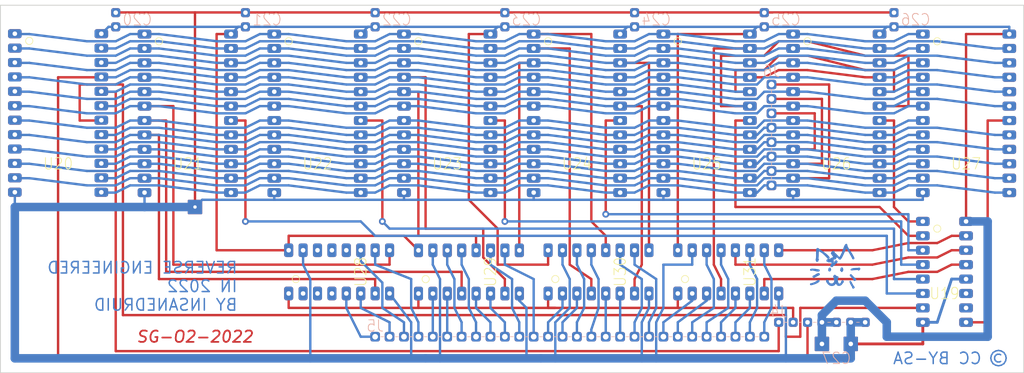
<source format=kicad_pcb>
(kicad_pcb (version 20221018) (generator pcbnew)
  (title_block (title "The Data Pecker RAM Board") (date "2022-11-17") (rev "V001") (comment 1 "reverse-engineered in 2022") (comment 2 "creativecommons.org/licenses/by-sa/4.0/") (comment 3 "License: CC BY-SA 4.0") (comment 4 "Author: InsaneDruid"))
  (layers (0 "F.Cu" signal) (31 "B.Cu" signal) (34 "B.Paste" user) (35 "F.Paste" user) (36 "B.SilkS" user "B.Silkscreen") (37 "F.SilkS" user "F.Silkscreen") (38 "B.Mask" user) (39 "F.Mask" user) (44 "Edge.Cuts" user))
  (net 0 "")
  (net 1 "/M_{A}1")
  (net 2 "/D2")
  (net 3 "/D1")
  (net 4 "/D0")
  (net 5 "/D7")
  (net 6 "/~{OE}")
  (net 7 "/D6")
  (net 8 "/Switch_{A}")
  (net 9 "/D5")
  (net 10 "/D4")
  (net 11 "/D3")
  (net 12 "/~{E0}")
  (net 13 "/~{E1}")
  (net 14 "/~{E2}")
  (net 15 "/~{E3}")
  (net 16 "/~{E4}")
  (net 17 "/~{E5}")
  (net 18 "/~{E6}")
  (net 19 "/~{E7}")
  (net 20 "/A13")
  (net 21 "/A12")
  (net 22 "/A11")
  (net 23 "/A7")
  (net 24 "/A6")
  (net 25 "/A5")
  (net 26 "/A4")
  (net 27 "/A3")
  (net 28 "/A2")
  (net 29 "/A1")
  (net 30 "/A0")
  (net 31 "/A10")
  (net 32 "/A9")
  (net 33 "/~{WE}")
  (net 34 "/A8")
  (net 35 "/R_{A}0")
  (net 36 "/A_{MPU}0")
  (net 37 "/R_{A}1")
  (net 38 "/A_{MPU}1")
  (net 39 "/R_{A}2")
  (net 40 "/A_{MPU}2")
  (net 41 "/A_{MPU}3")
  (net 42 "/M_{A}0")
  (net 43 "/A_{MPU}4")
  (net 44 "/A_{MPU}5")
  (net 45 "/M_{A}2")
  (net 46 "/A_{MPU}6")
  (net 47 "/M_{A}3")
  (net 48 "/A_{MPU}7")
  (net 49 "/M_{A}4")
  (net 50 "/A_{MPU}8")
  (net 51 "/M_{A}5")
  (net 52 "/A_{MPU}9")
  (net 53 "/M_{A}6")
  (net 54 "/A_{MPU}10")
  (net 55 "/M_{A}7")
  (net 56 "/A_{MPU}11")
  (net 57 "/M_{A}8")
  (net 58 "/A_{MPU}12")
  (net 59 "/M_{A}9")
  (net 60 "/A_{MPU}13")
  (net 61 "/CLK_latch")
  (net 70 "+5V")
  (net 71 "GND")
  (footprint "dph_lib_fp:DIP-24_W15.24mm_LongPads" (layer "F.Cu") (at 175.26 68.58)
    (fp_text reference "U25")
    (fp_text value "6116")
  )
  (footprint "dph_lib_fp:C_Disc_D3.0mm_W1.6mm_P2.50mm" (layer "F.Cu") (at 147.32 67.31 90)
    (fp_text reference "C23")
    (fp_text value ".1uF 16V")
  )
  (footprint "dph_lib_fp:DIP-16_W7.62mm_LongPads" (layer "F.Cu") (at 177.8 114.3 90)
    (fp_text reference "U31")
    (fp_text value "74LS157")
  )
  (footprint "dph_lib_fp:DIP-24_W15.24mm_LongPads" (layer "F.Cu") (at 60.96 68.52)
    (fp_text reference "U20")
    (fp_text value "6116")
  )
  (footprint "dph_lib_fp:DIP-24_W15.24mm_LongPads" (layer "F.Cu") (at 106.68 68.58)
    (fp_text reference "U22")
    (fp_text value "6116")
  )
  (footprint "dph_lib_fp:DIP-16_W7.62mm_LongPads" (layer "F.Cu") (at 220.98 101.6)
    (fp_text reference "U19")
    (fp_text value "74LS42")
  )
  (footprint "dph_lib_fp:C_Disc_D3.0mm_W1.6mm_P2.50mm" (layer "F.Cu") (at 215.9 67.31 90)
    (fp_text reference "C26")
    (fp_text value ".1uF 16V")
  )
  (footprint "dph_lib_fp:DIP-16_W7.62mm_LongPads" (layer "F.Cu") (at 154.94 114.3 90)
    (fp_text reference "U30")
    (fp_text value "74LS157")
  )
  (footprint "dph_lib_fp:DIP-24_W15.24mm_LongPads" (layer "F.Cu") (at 152.4 68.58)
    (fp_text reference "U24")
    (fp_text value "6116")
  )
  (footprint "dph_lib_fp:C_Disc_D3.0mm_W1.6mm_P2.50mm" (layer "F.Cu") (at 193.04 67.31 90)
    (fp_text reference "C25")
    (fp_text value ".1uF 16V")
  )
  (footprint "dph_lib_fp:C_Disc_D3.0mm_W1.6mm_P2.50mm" (layer "F.Cu") (at 170.18 67.31 90)
    (fp_text reference "C24")
    (fp_text value ".1uF 16V")
  )
  (footprint "dph_lib_fp:DIP-24_W15.24mm_LongPads" (layer "F.Cu") (at 83.815 68.58)
    (fp_text reference "U21")
    (fp_text value "6116")
  )
  (footprint "dph_lib_fp:C_Disc_D3.0mm_W1.6mm_P2.50mm" (layer "F.Cu") (at 124.46 67.31 90)
    (fp_text reference "C22")
    (fp_text value ".1uF 16V")
  )
  (footprint "dph_lib_fp:C_Disc_D3.0mm_W1.6mm_P2.50mm" (layer "F.Cu") (at 78.74 67.31 90)
    (fp_text reference "C20")
    (fp_text value ".1uF 16V")
  )
  (footprint "dph_lib_fp:DIP-24_W15.24mm_LongPads" (layer "F.Cu") (at 220.98 68.58)
    (fp_text reference "U27")
    (fp_text value "6116")
  )
  (footprint "dph_lib_fp:DIP-16_W7.62mm_LongPads" (layer "F.Cu") (at 132.095 114.315 90)
    (fp_text reference "U29")
    (fp_text value "74LS157")
  )
  (footprint "dph_lib_fp:C_Disc_D3.0mm_W1.6mm_P2.50mm" (layer "F.Cu") (at 101.6 67.31 90)
    (fp_text reference "C21")
    (fp_text value ".1uF 16V")
  )
  (footprint "dph_lib_fp:DIP-24_W15.24mm_LongPads" (layer "F.Cu") (at 129.54 68.58)
    (fp_text reference "U23")
    (fp_text value "6116")
  )
  (footprint "dph_lib_fp:C_Disc_D4.3mm_W1.9mm_P5.08mm" (layer "F.Cu") (at 203.2 123.19)
    (fp_text reference "C27")
    (fp_text value "1uF 16V")
  )
  (footprint "dph_lib_fp:DIP-24_W15.24mm_LongPads" (layer "F.Cu") (at 198.12 68.58)
    (fp_text reference "U26")
    (fp_text value "6116")
  )
  (footprint "dph_lib_fp:DIP-16_W7.62mm_LongPads" (layer "F.Cu") (at 109.22 114.3 90)
    (fp_text reference "U28")
    (fp_text value "74LS157")
  )
  (footprint "dph_lib_fp:PinHeader_1x07_P2.54mm_Vertical" (layer "B.Cu") (at 195.58 119.38 -90)
    (fp_text reference "J4")
    (fp_text value "Conn_01x07_Pin")
  )
  (footprint "dph_lib_fp:PinHeader_1x08_P2.54mm_Vertical" (layer "B.Cu") (at 194.31 77.47 180)
    (fp_text reference "J6")
    (fp_text value "Conn_01x08_Pin")
  )
  (footprint "dph_lib_fp:PinHeader_1x28_P2.54mm_Vertical" (layer "B.Cu") (at 124.46 121.92 -90)
    (fp_text reference "J5")
    (fp_text value "Conn_01x28_Pin")
  )
  (gr_poly (pts (xy 204.579082 109.730963) (xy 204.59181 109.73166) (xy 204.601333 109.732841) (xy 204.610056 109.734108) (xy 204.618078 109.735515) (xy 204.625495 109.73712) (xy 204.632406 109.738978) (xy 204.638908 109.741145) (xy 204.645099 109.743677) (xy 204.648109 109.745098) (xy 204.651077 109.746631) (xy 204.654016 109.748284) (xy 204.656939 109.750062) (xy 204.662783 109.754027) (xy 204.668706 109.758582) (xy 204.674807 109.763782) (xy 204.681182 109.769684) (xy 204.68793 109.776344) (xy 204.695149 109.783818) (xy 204.702935 109.792162) (xy 204.717162 109.80778) (xy 204.73022 109.822709) (xy 204.742127 109.836983) (xy 204.752903 109.850637) (xy 204.762564 109.863705) (xy 204.771129 109.876221) (xy 204.778617 109.88822) (xy 204.785044 109.899736) (xy 204.79043 109.910804) (xy 204.794792 109.921457) (xy 204.796594 109.92664) (xy 204.798148 109.931731) (xy 204.799455 109.936736) (xy 204.800517 109.941659) (xy 204.801337 109.946504) (xy 204.801916 109.951276) (xy 204.802258 109.955979) (xy 204.802364 109.960616) (xy 204.802237 109.965194) (xy 204.801879 109.969714) (xy 204.801292 109.974183) (xy 204.800478 109.978604) (xy 204.799656 109.984253) (xy 204.799048 109.989645) (xy 204.798669 109.994812) (xy 204.79853 109.999788) (xy 204.798644 110.004604) (xy 204.799024 110.009294) (xy 204.799683 110.01389) (xy 204.800633 110.018424) (xy 204.801886 110.02293) (xy 204.803456 110.027439) (xy 204.805356 110.031984) (xy 204.807597 110.036598) (xy 204.810193 110.041313) (xy 204.813156 110.046162) (xy 204.816498 110.051178) (xy 204.820234 110.056392) (xy 204.826222 110.06514) (xy 204.831214 110.073825) (xy 204.833332 110.07816) (xy 204.835196 110.082499) (xy 204.836805 110.086849) (xy 204.838157 110.091215) (xy 204.83925 110.095605) (xy 204.840083 110.100025) (xy 204.840654 110.104481) (xy 204.840961 110.108981) (xy 204.841004 110.11353) (xy 204.84078 110.118136) (xy 204.840288 110.122805) (xy 204.839526 110.127543) (xy 204.838493 110.132357) (xy 204.837188 110.137253) (xy 204.835607 110.142239) (xy 204.833751 110.14732) (xy 204.829203 110.157796) (xy 204.823533 110.168732) (xy 204.816726 110.180183) (xy 204.808772 110.192199) (xy 204.799655 110.204834) (xy 204.789366 110.21814) (xy 204.785014 110.22372) (xy 204.780773 110.22932) (xy 204.776666 110.234907) (xy 204.772716 110.240443) (xy 204.768947 110.245891) (xy 204.765383 110.251217) (xy 204.762046 110.256384) (xy 204.758961 110.261356) (xy 204.75615 110.266096) (xy 204.753638 110.270568) (xy 204.751448 110.274736) (xy 204.749604 110.278565) (xy 204.748128 110.282017) (xy 204.747045 110.285057) (xy 204.746378 110.287648) (xy 204.746208 110.288764) (xy 204.74615 110.289754) (xy 204.745994 110.291805) (xy 204.745535 110.294233) (xy 204.743775 110.300119) (xy 204.740998 110.307199) (xy 204.737334 110.315259) (xy 204.732909 110.324086) (xy 204.727854 110.333466) (xy 204.722295 110.343187) (xy 204.716363 110.353034) (xy 204.710184 110.362794) (xy 204.703888 110.372254) (xy 204.697602 110.3812) (xy 204.691456 110.38942) (xy 204.685577 110.396698) (xy 204.680095 110.402823) (xy 204.675137 110.407581) (xy 204.672895 110.40938) (xy 204.670832 110.410757) (xy 204.668847 110.411668) (xy 204.665715 110.412547) (xy 204.656286 110.414191) (xy 204.643094 110.415662) (xy 204.626691 110.416931) (xy 204.607625 110.417968) (xy 204.586447 110.418744) (xy 204.563706 110.419231) (xy 204.539952 110.4194) (xy 204.518167 110.418992) (xy 204.498155 110.418216) (xy 204.488797 110.417684) (xy 204.479864 110.417053) (xy 204.471349 110.416321) (xy 204.463245 110.415484) (xy 204.455546 110.41454) (xy 204.448246 110.413487) (xy 204.441339 110.412323) (xy 204.434817 110.411044) (xy 204.428676 110.409649) (xy 204.422908 110.408134) (xy 204.417507 110.406498) (xy 204.412467 110.404738) (xy 204.407781 110.402851) (xy 204.403444 110.400835) (xy 204.399448 110.398688) (xy 204.395788 110.396406) (xy 204.392457 110.393988) (xy 204.389449 110.391431) (xy 204.386758 110.388732) (xy 204.384377 110.385889) (xy 204.382299 110.3829) (xy 204.380519 110.379762) (xy 204.379031 110.376472) (xy 204.377827 110.373028) (xy 204.376902 110.369428) (xy 204.376249 110.365669) (xy 204.375861 110.361748) (xy 204.375734 110.357664) (xy 204.375676 110.356688) (xy 204.375506 110.355614) (xy 204.374837 110.353191) (xy 204.373748 110.350423) (xy 204.372261 110.347342) (xy 204.370398 110.34398) (xy 204.368181 110.340366) (xy 204.36563 110.336531) (xy 204.362769 110.332507) (xy 204.359618 110.328323) (xy 204.3562 110.324011) (xy 204.352536 110.319601) (xy 204.348647 110.315124) (xy 204.344556 110.310611) (xy 204.340284 110.306093) (xy 204.335852 110.3016) (xy 204.331284 110.297163) (xy 204.31659 110.283164) (xy 204.310668 110.277284) (xy 204.305644 110.271986) (xy 204.303457 110.269515) (xy 204.301481 110.267143) (xy 204.299711 110.264854) (xy 204.298142 110.262631) (xy 204.296769 110.260461) (xy 204.295587 110.258326) (xy 204.294592 110.256211) (xy 204.293779 110.254102) (xy 204.293143 110.251981) (xy 204.29268 110.249834) (xy 204.292385 110.247645) (xy 204.292253 110.245398) (xy 204.292278 110.243079) (xy 204.292458 110.24067) (xy 204.292786 110.238156) (xy 204.293258 110.235523) (xy 204.29387 110.232754) (xy 204.294616 110.229834) (xy 204.296492 110.223477) (xy 204.29885 110.216329) (xy 204.30165 110.208263) (xy 204.303213 110.203364) (xy 204.304658 110.198414) (xy 204.305983 110.19345) (xy 204.307187 110.188507) (xy 204.308269 110.183623) (xy 204.309225 110.178832) (xy 204.310055 110.174172) (xy 204.310756 110.169678) (xy 204.311328 110.165386) (xy 204.311767 110.161334) (xy 204.312072 110.157556) (xy 204.312242 110.154089) (xy 204.312274 110.15097) (xy 204.312167 110.148234) (xy 204.311919 110.145918) (xy 204.311528 110.144057) (xy 204.31092 110.142107) (xy 204.310479 110.139974) (xy 204.310202 110.137679) (xy 204.310081 110.135241) (xy 204.310113 110.132679) (xy 204.310291 110.130015) (xy 204.31061 110.127267) (xy 204.311065 110.124456) (xy 204.31165 110.121602) (xy 204.31236 110.118724) (xy 204.313189 110.115842) (xy 204.314133 110.112977) (xy 204.315184 110.110148) (xy 204.316339 110.107375) (xy 204.317592 110.104678) (xy 204.318937 110.102077) (xy 204.320339 110.09902) (xy 204.321761 110.094989) (xy 204.324628 110.08427) (xy 204.327466 110.070454) (xy 204.330204 110.054077) (xy 204.332767 110.035674) (xy 204.335085 110.015781) (xy 204.337084 109.994933) (xy 204.338692 109.973666) (xy 204.3461 109.869949) (xy 204.41401 109.809447) (xy 204.428014 109.797052) (xy 204.442004 109.785062) (xy 204.455617 109.773766) (xy 204.468492 109.763454) (xy 204.480268 109.754416) (xy 204.490582 109.74694) (xy 204.495078 109.743878) (xy 204.499073 109.741316) (xy 204.502522 109.739289) (xy 204.505379 109.737834) (xy 204.508222 109.73672) (xy 204.511625 109.735694) (xy 204.515542 109.73476) (xy 204.519926 109.733917) (xy 204.524729 109.733169) (xy 204.529905 109.732516) (xy 204.541187 109.731506) (xy 204.553394 109.7309) (xy 204.566151 109.730715)) (fill solid) (layer "B.Cu"))
  (gr_poly (pts (xy 208.211519 112.061634) (xy 208.219896 112.062419) (xy 208.228237 112.063799) (xy 208.236541 112.065774) (xy 208.244812 112.068346) (xy 208.253049 112.071513) (xy 208.261255 112.075278) (xy 208.26943 112.079638) (xy 208.277577 112.084596) (xy 208.285696 112.090151) (xy 208.293788 112.096303) (xy 208.301856 112.103052) (xy 208.3099 112.1104) (xy 208.317923 112.118345) (xy 208.325924 112.126889) (xy 208.333906 112.136031) (xy 208.349817 112.156111) (xy 208.365666 112.178588) (xy 208.381465 112.203463) (xy 208.397224 112.230738) (xy 208.416767 112.265696) (xy 208.436889 112.301117) (xy 208.455391 112.332834) (xy 208.463347 112.346001) (xy 208.470073 112.356679) (xy 208.473051 112.361144) (xy 208.475954 112.36572) (xy 208.478768 112.370372) (xy 208.481474 112.375065) (xy 208.484058 112.379766) (xy 208.486503 112.384439) (xy 208.488791 112.389051) (xy 208.490908 112.393567) (xy 208.492837 112.397952) (xy 208.494562 112.402174) (xy 208.496066 112.406196) (xy 208.497333 112.409985) (xy 208.498347 112.413506) (xy 208.499091 112.416725) (xy 208.499549 112.419608) (xy 208.499706 112.42212) (xy 208.499863 112.42459) (xy 208.500323 112.427351) (xy 208.501073 112.430376) (xy 208.502098 112.433637) (xy 208.503383 112.437109) (xy 208.504915 112.440764) (xy 208.506678 112.444574) (xy 208.508658 112.448512) (xy 208.51084 112.452552) (xy 208.513211 112.456665) (xy 208.515755 112.460826) (xy 208.518458 112.465007) (xy 208.521306 112.46918) (xy 208.524284 112.47332) (xy 208.527378 112.477397) (xy 208.530574 112.481386) (xy 208.533769 112.485144) (xy 208.536863 112.48899) (xy 208.539842 112.492898) (xy 208.54269 112.49684) (xy 208.545393 112.500789) (xy 208.547937 112.504718) (xy 208.550308 112.5086) (xy 208.55249 112.512408) (xy 208.55447 112.516115) (xy 208.556233 112.519694) (xy 208.557764 112.523117) (xy 208.55905 112.526357) (xy 208.560074 112.529387) (xy 208.560824 112.532181) (xy 208.561285 112.53471) (xy 208.561402 112.535868) (xy 208.561442 112.536949) (xy 208.561684 112.539183) (xy 208.562394 112.542148) (xy 208.56355 112.545793) (xy 208.565127 112.550068) (xy 208.569451 112.560302) (xy 208.575178 112.572447) (xy 208.582121 112.586097) (xy 208.590091 112.600846) (xy 208.5989 112.61629) (xy 208.608361 112.632023) (xy 208.62831 112.665514) (xy 208.649416 112.701784) (xy 208.669133 112.736202) (xy 208.684914 112.764137) (xy 208.74418 112.872793) (xy 208.74723 112.878085) (xy 208.750347 112.883291) (xy 208.753511 112.888385) (xy 208.756702 112.89334) (xy 208.7599 112.898128) (xy 208.763085 112.902723) (xy 208.766238 112.907098) (xy 208.769339 112.911224) (xy 208.772367 112.915076) (xy 208.775302 112.918625) (xy 208.778126 112.921845) (xy 208.780817 112.924709) (xy 208.783357 112.92719) (xy 208.785725 112.92926) (xy 208.787901 112.930892) (xy 208.788911 112.931536) (xy 208.789866 112.93206) (xy 208.791976 112.933078) (xy 208.794577 112.93494) (xy 208.801108 112.94098) (xy 208.809166 112.949751) (xy 208.818457 112.960825) (xy 208.828689 112.973772) (xy 208.839568 112.988165) (xy 208.862097 113.019571) (xy 208.8837 113.051613) (xy 208.902032 113.080863) (xy 208.90924 113.093369) (xy 208.914751 113.103891) (xy 208.918272 113.112001) (xy 208.919196 113.115016) (xy 208.919511 113.117268) (xy 208.919558 113.117887) (xy 208.919696 113.118582) (xy 208.92024 113.120191) (xy 208.921123 113.122076) (xy 208.922328 113.124214) (xy 208.923837 113.126583) (xy 208.925632 113.129162) (xy 208.927694 113.131929) (xy 208.930006 113.134863) (xy 208.93255 113.137941) (xy 208.935307 113.141143) (xy 208.938259 113.144445) (xy 208.941389 113.147827) (xy 208.948108 113.154744) (xy 208.951661 113.158235) (xy 208.955319 113.161718) (xy 208.96101 113.166838) (xy 208.966062 113.171596) (xy 208.970503 113.176064) (xy 208.97436 113.180316) (xy 208.97766 113.184423) (xy 208.97911 113.186445) (xy 208.98043 113.188458) (xy 208.981625 113.19047) (xy 208.982697 113.192492) (xy 208.983651 113.194532) (xy 208.984489 113.196599) (xy 208.985215 113.198702) (xy 208.985832 113.200851) (xy 208.986343 113.203053) (xy 208.986753 113.205319) (xy 208.987064 113.207658) (xy 208.98728 113.210078) (xy 208.98744 113.215197) (xy 208.98726 113.220751) (xy 208.986768 113.226811) (xy 208.985989 113.23345) (xy 208.984952 113.24074) (xy 208.983672 113.247536) (xy 208.98212 113.254069) (xy 208.980258 113.260396) (xy 208.978045 113.266573) (xy 208.975441 113.272656) (xy 208.972406 113.278701) (xy 208.968902 113.284764) (xy 208.964887 113.290901) (xy 208.960323 113.297168) (xy 208.955169 113.303622) (xy 208.949385 113.310318) (xy 208.942932 113.317312) (xy 208.935771 113.324661) (xy 208.92786 113.332421) (xy 208.919161 113.340647) (xy 208.909633 113.349396) (xy 208.895161 113.362108) (xy 208.880499 113.374288) (xy 208.865718 113.385897) (xy 208.850888 113.396894) (xy 208.836079 113.40724) (xy 208.821363 113.416895) (xy 208.80681 113.42582) (xy 208.792489 113.433974) (xy 208.778473 113.441318) (xy 208.764831 113.447812) (xy 208.751634 113.453416) (xy 208.738953 113.45809) (xy 208.726857 113.461795) (xy 208.715418 113.46449) (xy 208.704706 113.466137) (xy 208.694792 113.466694) (xy 208.690405 113.46652) (xy 208.686035 113.46599) (xy 208.681669 113.465099) (xy 208.677294 113.463839) (xy 208.672897 113.462203) (xy 208.668465 113.460183) (xy 208.663986 113.457773) (xy 208.659448 113.454964) (xy 208.654837 113.451751) (xy 208.650142 113.448125) (xy 208.645348 113.44408) (xy 208.640445 113.439608) (xy 208.635418 113.434701) (xy 208.630256 113.429354) (xy 208.624945 113.423558) (xy 208.619474 113.417306) (xy 208.615065 113.412275) (xy 208.610657 113.407384) (xy 208.606277 113.402661) (xy 208.601956 113.398129) (xy 208.597721 113.393814) (xy 208.593602 113.389741) (xy 208.589628 113.385936) (xy 208.585827 113.382425) (xy 208.582229 113.379231) (xy 208.578863 113.376381) (xy 208.575757 113.3739) (xy 208.57294 113.371814) (xy 208.570442 113.370147) (xy 208.568291 113.368925) (xy 208.567354 113.368488) (xy 208.566516 113.368173) (xy 208.565778 113.367981) (xy 208.565146 113.367917) (xy 208.564448 113.367881) (xy 208.563744 113.367774) (xy 208.563035 113.367598) (xy 208.562322 113.367355) (xy 208.561606 113.367045) (xy 208.560889 113.366671) (xy 208.559455 113.365737) (xy 208.558027 113.364563) (xy 208.556616 113.363164) (xy 208.55523 113.361551) (xy 208.553879 113.359737) (xy 208.552571 113.357735) (xy 208.551316 113.355558) (xy 208.550122 113.353217) (xy 208.548998 113.350727) (xy 208.547954 113.348099) (xy 208.546999 113.345347) (xy 208.546141 113.342482) (xy 208.545391 113.339518) (xy 208.543505 113.332587) (xy 208.540722 113.323196) (xy 208.533043 113.298772) (xy 208.523513 113.269717) (xy 208.513288 113.239505) (xy 208.510584 113.231944) (xy 208.508033 113.224563) (xy 208.505645 113.2174) (xy 208.503429 113.210489) (xy 208.501394 113.203869) (xy 208.499549 113.197573) (xy 208.497903 113.19164) (xy 208.496465 113.186104) (xy 208.495243 113.181002) (xy 208.494248 113.176371) (xy 208.493488 113.172246) (xy 208.492973 113.168663) (xy 208.49271 113.16566) (xy 208.49271 113.163271) (xy 208.492811 113.162319) (xy 208.492981 113.161534) (xy 208.493221 113.16092) (xy 208.493532 113.160483) (xy 208.494102 113.159607) (xy 208.494427 113.158382) (xy 208.494518 113.156825) (xy 208.494384 113.154956) (xy 208.493475 113.150358) (xy 208.491777 113.144741) (xy 208.489362 113.138255) (xy 208.486305 113.131053) (xy 208.48268 113.123286) (xy 208.478561 113.115107) (xy 208.474023 113.106668) (xy 208.469139 113.09812) (xy 208.463984 113.089616) (xy 208.458632 113.081307) (xy 208.453157 113.073345) (xy 208.447633 113.065882) (xy 208.442134 113.059071) (xy 208.436735 113.053062) (xy 208.431015 113.046031) (xy 208.423332 113.035475) (xy 208.403359 113.005892) (xy 208.379393 112.968525) (xy 208.354009 112.927584) (xy 208.329782 112.887279) (xy 208.309288 112.851822) (xy 208.295104 112.825423) (xy 208.291182 112.816935) (xy 208.289803 112.812292) (xy 208.289604 112.811285) (xy 208.289019 112.809675) (xy 208.286774 112.804787) (xy 208.283227 112.797902) (xy 208.278536 112.789295) (xy 208.272862 112.779242) (xy 208.266363 112.768016) (xy 208.251527 112.743148) (xy 208.238646 112.721534) (xy 208.224705 112.695546) (xy 208.209947 112.665813) (xy 208.194614 112.632968) (xy 208.163191 112.560464) (xy 208.132376 112.483084) (xy 208.104108 112.405878) (xy 208.080325 112.333895) (xy 208.070721 112.30144) (xy 208.062966 112.272185) (xy 208.057302 112.246761) (xy 208.053971 112.225799) (xy 208.050887 112.194726) (xy 208.049986 112.181959) (xy 208.049669 112.170757) (xy 208.049767 112.165677) (xy 208.050054 112.160908) (xy 208.050546 112.156425) (xy 208.051258 112.152201) (xy 208.052205 112.148208) (xy 208.0534 112.144422) (xy 208.054858 112.140816) (xy 208.056595 112.137362) (xy 208.058625 112.134035) (xy 208.060963 112.130808) (xy 208.063623 112.127655) (xy 208.06662 112.124549) (xy 208.069969 112.121464) (xy 208.073684 112.118374) (xy 208.077781 112.115251) (xy 208.082274 112.11207) (xy 208.092505 112.105425) (xy 208.104496 112.098229) (xy 208.134228 112.081336) (xy 208.143001 112.076771) (xy 208.151724 112.072799) (xy 208.160399 112.069421) (xy 208.169027 112.066637) (xy 208.17761 112.064448) (xy 208.18615 112.062852) (xy 208.194647 112.061851) (xy 208.203103 112.061445)) (fill solid) (layer "B.Cu"))
  (gr_poly (pts (xy 209.742046 109.729745) (xy 209.750274 109.730179) (xy 209.768999 109.73166) (xy 209.782903 109.733291) (xy 209.795961 109.735446) (xy 209.808251 109.738187) (xy 209.819855 109.741576) (xy 209.83085 109.745674) (xy 209.836145 109.748008) (xy 209.841318 109.750542) (xy 209.846378 109.753285) (xy 209.851337 109.756243) (xy 209.856203 109.759424) (xy 209.860987 109.762837) (xy 209.870347 109.770385) (xy 209.879498 109.778951) (xy 209.888518 109.788594) (xy 209.897488 109.799377) (xy 209.906487 109.811361) (xy 209.915594 109.824607) (xy 209.92489 109.839177) (xy 209.934453 109.855132) (xy 209.949462 109.880367) (xy 209.963778 109.904212) (xy 209.975778 109.923891) (xy 209.980403 109.931299) (xy 209.983842 109.936624) (xy 209.985503 109.939453) (xy 209.986767 109.942409) (xy 209.987616 109.945536) (xy 209.988028 109.948875) (xy 209.987985 109.952466) (xy 209.987466 109.956353) (xy 209.986452 109.960576) (xy 209.984922 109.965177) (xy 209.982857 109.970197) (xy 209.980236 109.975679) (xy 209.977041 109.981664) (xy 209.97325 109.988193) (xy 209.968844 109.995308) (xy 209.963804 110.00305) (xy 209.958109 110.011462) (xy 209.951739 110.020585) (xy 209.942163 110.034124) (xy 209.933006 110.047633) (xy 209.924457 110.060738) (xy 209.916704 110.073061) (xy 209.909935 110.084226) (xy 209.904337 110.093858) (xy 209.9001 110.10158) (xy 209.897411 110.107015) (xy 209.896082 110.109872) (xy 209.894202 110.113096) (xy 209.888927 110.120527) (xy 209.881866 110.129069) (xy 209.873296 110.138481) (xy 209.863496 110.148523) (xy 209.852744 110.158953) (xy 209.84132 110.169532) (xy 209.829501 110.180018) (xy 209.817567 110.190172) (xy 209.805796 110.199752) (xy 209.794465 110.208519) (xy 209.783855 110.216231) (xy 209.774243 110.222648) (xy 209.765908 110.227529) (xy 209.759129 110.230634) (xy 209.75641 110.231445) (xy 209.754184 110.231723) (xy 209.752408 110.231908) (xy 209.750337 110.232453) (xy 209.747995 110.233342) (xy 209.745406 110.234559) (xy 209.742592 110.236086) (xy 209.739577 110.237908) (xy 209.736385 110.240009) (xy 209.733039 110.242372) (xy 209.729563 110.244981) (xy 209.72598 110.24782) (xy 209.722314 110.250872) (xy 209.718589 110.254121) (xy 209.714827 110.257551) (xy 209.711052 110.261146) (xy 209.707289 110.264889) (xy 209.703559 110.268764) (xy 209.693073 110.279249) (xy 209.683338 110.287996) (xy 209.678734 110.291709) (xy 209.674294 110.294975) (xy 209.670012 110.297791) (xy 209.665881 110.300153) (xy 209.661893 110.302058) (xy 209.65804 110.303501) (xy 209.654315 110.304479) (xy 209.65071 110.304988) (xy 209.647219 110.305024) (xy 209.643833 110.304583) (xy 209.640545 110.303662) (xy 209.637348 110.302256) (xy 209.634234 110.300362) (xy 209.631196 110.297975) (xy 209.628226 110.295092) (xy 209.625316 110.29171) (xy 209.622461 110.287824) (xy 209.619651 110.28343) (xy 209.616879 110.278525) (xy 209.614139 110.273105) (xy 209.608721 110.260703) (xy 209.603337 110.246194) (xy 209.597929 110.229547) (xy 209.592435 110.210732) (xy 209.590668 110.204794) (xy 209.588547 110.19946) (xy 209.585978 110.194698) (xy 209.582866 110.190475) (xy 209.579117 110.186758) (xy 209.574637 110.183515) (xy 209.569333 110.180714) (xy 209.56311 110.178321) (xy 209.555874 110.176304) (xy 209.547532 110.174631) (xy 209.537988 110.173269) (xy 209.527149 110.172186) (xy 209.514921 110.171349) (xy 209.50121 110.170725) (xy 209.468963 110.169987) (xy 209.429039 110.169591) (xy 209.381548 110.170295) (xy 209.258597 110.175234) (xy 209.089575 110.185266) (xy 208.863949 110.200855) (xy 208.847164 110.202053) (xy 208.827833 110.203729) (xy 208.784309 110.208108) (xy 208.738933 110.213182) (xy 208.697261 110.21814) (xy 208.607249 110.230292) (xy 208.57062 110.235061) (xy 208.538812 110.238957) (xy 208.51125 110.241977) (xy 208.487361 110.24412) (xy 208.466572 110.245384) (xy 208.44831 110.245767) (xy 208.439948 110.245628) (xy 208.432002 110.245268) (xy 208.424401 110.244687) (xy 208.417073 110.243884) (xy 208.409947 110.24286) (xy 208.402952 110.241614) (xy 208.396014 110.240146) (xy 208.389063 110.238455) (xy 208.374835 110.234407) (xy 208.359693 110.229468) (xy 208.324375 110.216906) (xy 208.314355 110.213038) (xy 208.304899 110.209075) (xy 208.296006 110.205013) (xy 208.287676 110.20085) (xy 208.279909 110.196583) (xy 208.272703 110.192212) (xy 208.266059 110.187733) (xy 208.259977 110.183144) (xy 208.254455 110.178443) (xy 208.249493 110.173627) (xy 208.245091 110.168695) (xy 208.241249 110.163644) (xy 208.237965 110.158472) (xy 208.23524 110.153176) (xy 208.233072 110.147755) (xy 208.231462 110.142205) (xy 208.23041 110.136526) (xy 208.229914 110.130714) (xy 208.229974 110.124767) (xy 208.230589 110.118683) (xy 208.23176 110.11246) (xy 208.233486 110.106095) (xy 208.235766 110.099587) (xy 208.2386 110.092932) (xy 208.241988 110.086129) (xy 208.245929 110.079176) (xy 208.250422 110.07207) (xy 208.255467 110.064808) (xy 208.261064 110.05739) (xy 208.267212 110.049812) (xy 208.273911 110.042071) (xy 208.28116 110.034167) (xy 208.297599 110.016672) (xy 208.313588 110.000294) (xy 208.329139 109.985024) (xy 208.344266 109.970849) (xy 208.358979 109.957759) (xy 208.373294 109.945744) (xy 208.387221 109.934793) (xy 208.400774 109.924894) (xy 208.413965 109.916037) (xy 208.426806 109.908211) (xy 208.439312 109.901405) (xy 208.451494 109.895608) (xy 208.463364 109.89081) (xy 208.474937 109.886999) (xy 208.486223 109.884165) (xy 208.497236 109.882296) (xy 208.50283 109.881517) (xy 208.508472 109.880577) (xy 208.514125 109.879488) (xy 208.519751 109.878264) (xy 208.525311 109.876917) (xy 208.530769 109.875459) (xy 208.536086 109.873904) (xy 208.541223 109.872264) (xy 208.546144 109.870551) (xy 208.550809 109.868779) (xy 208.555182 109.86696) (xy 208.559223 109.865106) (xy 208.562896 109.863231) (xy 208.566161 109.861347) (xy 208.568982 109.859466) (xy 208.571319 109.857601) (xy 208.575778 109.854404) (xy 208.581293 109.851293) (xy 208.587879 109.848269) (xy 208.595551 109.845331) (xy 208.604322 109.842481) (xy 208.614207 109.839717) (xy 208.637377 109.83445) (xy 208.665177 109.829531) (xy 208.697724 109.824959) (xy 208.735132 109.820734) (xy 208.777518 109.816856) (xy 208.960933 109.803274) (xy 209.135434 109.79247) (xy 209.295813 109.784907) (xy 209.369078 109.782486) (xy 209.43686 109.781049) (xy 209.498596 109.779674) (xy 209.524393 109.778949) (xy 209.547136 109.778155) (xy 209.567072 109.77726) (xy 209.584448 109.776231) (xy 209.599508 109.775035) (xy 209.606247 109.774365) (xy 209.612499 109.773641) (xy 209.618296 109.772859) (xy 209.623667 109.772015) (xy 209.628644 109.771105) (xy 209.633258 109.770125) (xy 209.637539 109.76907) (xy 209.641518 109.767938) (xy 209.645225 109.766723) (xy 209.648692 109.765422) (xy 209.651949 109.76403) (xy 209.655027 109.762544) (xy 209.657957 109.76096) (xy 209.660769 109.759273) (xy 209.663494 109.757479) (xy 209.666164 109.755574) (xy 209.671457 109.751416) (xy 209.676229 109.747477) (xy 209.680865 109.743983) (xy 209.685432 109.740916) (xy 209.689997 109.738258) (xy 209.694628 109.735991) (xy 209.699391 109.734096) (xy 209.704352 109.732555) (xy 209.709579 109.731351) (xy 209.71514 109.730466) (xy 209.721099 109.72988) (xy 209.727526 109.729577) (xy 209.734486 109.729538)) (fill solid) (layer "B.Cu"))
  (gr_poly (pts (xy 201.470392 109.898745) (xy 201.472131 109.89888) (xy 201.473859 109.899126) (xy 201.475578 109.899484) (xy 201.477287 109.899953) (xy 201.478987 109.900532) (xy 201.480677 109.901222) (xy 201.482358 109.902022) (xy 201.484031 109.902933) (xy 201.485694 109.903953) (xy 201.48735 109.905083) (xy 201.488997 109.906322) (xy 201.490636 109.907671) (xy 201.492268 109.909128) (xy 201.493892 109.910695) (xy 201.496266 109.912083) (xy 201.500556 109.913463) (xy 201.514555 109.916174) (xy 201.535239 109.918769) (xy 201.561956 109.92119) (xy 201.594057 109.923379) (xy 201.630889 109.92528) (xy 201.671801 109.926833) (xy 201.716142 109.927981) (xy 201.789589 109.930865) (xy 201.868245 109.935544) (xy 201.947942 109.941611) (xy 202.024514 109.948662) (xy 202.093794 109.956293) (xy 202.151613 109.964096) (xy 202.174924 109.967937) (xy 202.193806 109.971669) (xy 202.20774 109.975241) (xy 202.216205 109.978604) (xy 202.220028 109.98016) (xy 202.227115 109.982019) (xy 202.249774 109.986476) (xy 202.281578 109.991627) (xy 202.319921 109.997125) (xy 202.405812 110.007775) (xy 202.448149 110.012231) (xy 202.486609 110.015646) (xy 202.507587 110.017697) (xy 202.528319 110.020127) (xy 202.548704 110.022912) (xy 202.568641 110.026026) (xy 202.588027 110.029443) (xy 202.606763 110.03314) (xy 202.624746 110.037089) (xy 202.641875 110.041267) (xy 202.65805 110.045647) (xy 202.673168 110.050204) (xy 202.687128 110.054913) (xy 202.69983 110.059749) (xy 202.711172 110.064686) (xy 202.721052 110.069699) (xy 202.729369 110.074763) (xy 202.736023 110.079852) (xy 202.742663 110.086319) (xy 202.749556 110.094029) (xy 202.756609 110.102806) (xy 202.763727 110.112475) (xy 202.770816 110.12286) (xy 202.777781 110.133786) (xy 202.78453 110.145078) (xy 202.790968 110.156559) (xy 202.797 110.168054) (xy 202.802534 110.179389) (xy 202.807474 110.190387) (xy 202.811727 110.200874) (xy 202.815198 110.210673) (xy 202.817794 110.219609) (xy 202.819421 110.227507) (xy 202.819841 110.231012) (xy 202.819984 110.234192) (xy 202.819624 110.23744) (xy 202.819017 110.241139) (xy 202.818174 110.245247) (xy 202.817109 110.249722) (xy 202.814362 110.259607) (xy 202.810878 110.270462) (xy 202.806756 110.281953) (xy 202.8021 110.293748) (xy 202.797009 110.305514) (xy 202.791585 110.316918) (xy 202.787627 110.324769) (xy 202.783588 110.332147) (xy 202.77942 110.339103) (xy 202.775071 110.345683) (xy 202.77049 110.351939) (xy 202.765627 110.357917) (xy 202.760431 110.363668) (xy 202.754852 110.36924) (xy 202.748839 110.374681) (xy 202.742341 110.380041) (xy 202.735308 110.385369) (xy 202.727688 110.390712) (xy 202.719432 110.396121) (xy 202.710489 110.401644) (xy 202.700808 110.407329) (xy 202.690338 110.413226) (xy 202.665909 110.426312) (xy 202.655465 110.431626) (xy 202.645849 110.436185) (xy 202.636798 110.440034) (xy 202.628047 110.443222) (xy 202.619332 110.445794) (xy 202.61039 110.447799) (xy 202.600955 110.449283) (xy 202.590764 110.450293) (xy 202.579554 110.450876) (xy 202.567059 110.451079) (xy 202.553016 110.450949) (xy 202.53716 110.450534) (xy 202.498956 110.449034) (xy 202.474404 110.447423) (xy 202.450242 110.445407) (xy 202.427094 110.443043) (xy 202.40558 110.44039) (xy 202.386324 110.437506) (xy 202.377737 110.435995) (xy 202.369947 110.434448) (xy 202.363033 110.432872) (xy 202.357072 110.431275) (xy 202.352141 110.429663) (xy 202.34832 110.428043) (xy 202.343365 110.42609) (xy 202.338659 110.424399) (xy 202.334164 110.422973) (xy 202.329838 110.421812) (xy 202.325642 110.420919) (xy 202.321537 110.420295) (xy 202.317483 110.419943) (xy 202.313439 110.419863) (xy 202.309367 110.420059) (xy 202.305225 110.420531) (xy 202.300976 110.421282) (xy 202.296577 110.422314) (xy 202.291991 110.423627) (xy 202.287177 110.425224) (xy 202.282095 110.427107) (xy 202.276706 110.429278) (xy 202.270749 110.431663) (xy 202.265336 110.433715) (xy 202.260404 110.43542) (xy 202.25589 110.436764) (xy 202.253769 110.437295) (xy 202.25173 110.437731) (xy 202.249763 110.438069) (xy 202.247861 110.438307) (xy 202.246017 110.438444) (xy 202.244221 110.438478) (xy 202.242466 110.438407) (xy 202.240745 110.43823) (xy 202.239049 110.437944) (xy 202.23737 110.437547) (xy 202.235701 110.437039) (xy 202.234033 110.436416) (xy 202.23236 110.435678) (xy 202.230671 110.434822) (xy 202.228961 110.433847) (xy 202.227221 110.432751) (xy 202.225442 110.431531) (xy 202.223618 110.430187) (xy 202.2198 110.427117) (xy 202.215704 110.423526) (xy 202.211266 110.4194) (xy 202.208234 110.416842) (xy 202.204723 110.414271) (xy 202.200775 110.411703) (xy 202.19643 110.409156) (xy 202.191731 110.406645) (xy 202.186718 110.404186) (xy 202.181435 110.401795) (xy 202.175922 110.39949) (xy 202.170221 110.397286) (xy 202.164373 110.3952) (xy 202.15842 110.393248) (xy 202.152404 110.391445) (xy 202.146367 110.389809) (xy 202.140349 110.388356) (xy 202.134393 110.387102) (xy 202.128539 110.386063) (xy 202.116226 110.383936) (xy 202.102726 110.381317) (xy 202.088474 110.378293) (xy 202.073903 110.37495) (xy 202.059448 110.371376) (xy 202.045543 110.367658) (xy 202.032622 110.363881) (xy 202.021119 110.360134) (xy 202.00928 110.356685) (xy 201.995402 110.352918) (xy 201.979989 110.348978) (xy 201.96355 110.345008) (xy 201.946589 110.341155) (xy 201.929614 110.337561) (xy 201.913131 110.334373) (xy 201.897647 110.331735) (xy 201.86155 110.324732) (xy 201.816309 110.315529) (xy 201.767595 110.305169) (xy 201.721081 110.294693) (xy 201.698063 110.289972) (xy 201.673062 110.285163) (xy 201.620297 110.275864) (xy 201.594124 110.271663) (xy 201.569152 110.267954) (xy 201.546177 110.264882) (xy 201.525995 110.262591) (xy 201.510928 110.261089) (xy 201.497596 110.259839) (xy 201.485886 110.25886) (xy 201.47568 110.258173) (xy 201.471105 110.257944) (xy 201.466863 110.257796) (xy 201.46294 110.257731) (xy 201.45932 110.25775) (xy 201.45599 110.257858) (xy 201.452934 110.258056) (xy 201.450139 110.258346) (xy 201.44759 110.258732) (xy 201.445273 110.259215) (xy 201.443172 110.259799) (xy 201.441274 110.260485) (xy 201.439565 110.261276) (xy 201.438028 110.262175) (xy 201.436651 110.263184) (xy 201.435419 110.264306) (xy 201.434317 110.265542) (xy 201.433331 110.266896) (xy 201.432446 110.268371) (xy 201.431647 110.269967) (xy 201.430921 110.271689) (xy 201.430253 110.273539) (xy 201.429629 110.275518) (xy 201.428452 110.279876) (xy 201.42808 110.281258) (xy 201.427659 110.282623) (xy 201.42719 110.28397) (xy 201.426677 110.285298) (xy 201.42612 110.286603) (xy 201.425522 110.287885) (xy 201.424208 110.290372) (xy 201.422749 110.292742) (xy 201.421159 110.294983) (xy 201.419454 110.297078) (xy 201.417648 110.299015) (xy 201.415755 110.300778) (xy 201.414781 110.30159) (xy 201.41379 110.302353) (xy 201.412784 110.303065) (xy 201.411766 110.303725) (xy 201.410738 110.30433) (xy 201.4097 110.30488) (xy 201.408655 110.305372) (xy 201.407604 110.305804) (xy 201.40655 110.306174) (xy 201.405494 110.306481) (xy 201.404438 110.306723) (xy 201.403384 110.306898) (xy 201.402333 110.307005) (xy 201.401288 110.307041) (xy 201.378292 110.30951) (xy 201.364304 110.310861) (xy 201.350665 110.31198) (xy 201.347184 110.312126) (xy 201.343254 110.312105) (xy 201.334208 110.311594) (xy 201.32386 110.310504) (xy 201.312543 110.308893) (xy 201.300588 110.306819) (xy 201.28833 110.30434) (xy 201.276101 110.301513) (xy 201.264234 110.298398) (xy 201.252198 110.294819) (xy 201.239482 110.291529) (xy 201.226447 110.288587) (xy 201.213456 110.28605) (xy 201.20087 110.283977) (xy 201.189051 110.282424) (xy 201.178361 110.281449) (xy 201.173552 110.281197) (xy 201.16916 110.281112) (xy 201.1628 110.281046) (xy 201.157115 110.280817) (xy 201.152055 110.280379) (xy 201.147572 110.279684) (xy 201.145532 110.279225) (xy 201.143617 110.278685) (xy 201.141823 110.278057) (xy 201.140142 110.277335) (xy 201.138569 110.276514) (xy 201.137097 110.275587) (xy 201.135721 110.274549) (xy 201.134434 110.273395) (xy 201.13323 110.272117) (xy 201.132103 110.27071) (xy 201.131048 110.269168) (xy 201.130057 110.267486) (xy 201.129125 110.265657) (xy 201.128245 110.263676) (xy 201.127413 110.261537) (xy 201.12662 110.259234) (xy 201.125133 110.254111) (xy 201.123734 110.248261) (xy 201.122374 110.241637) (xy 201.121006 110.234192) (xy 201.118809 110.2234) (xy 201.116858 110.209902) (xy 201.115168 110.194234) (xy 201.113752 110.176932) (xy 201.112626 110.158529) (xy 201.111804 110.139562) (xy 201.1113 110.120566) (xy 201.111128 110.102077) (xy 201.110935 110.087263) (xy 201.110853 110.074204) (xy 201.110939 110.062744) (xy 201.111244 110.052726) (xy 201.111497 110.048211) (xy 201.111825 110.043997) (xy 201.112235 110.040067) (xy 201.112735 110.0364) (xy 201.11333 110.032978) (xy 201.114028 110.02978) (xy 201.114835 110.026787) (xy 201.115759 110.023981) (xy 201.116805 110.02134) (xy 201.117982 110.018847) (xy 201.119294 110.016481) (xy 201.120751 110.014223) (xy 201.122357 110.012054) (xy 201.12412 110.009954) (xy 201.126047 110.007904) (xy 201.128144 110.005884) (xy 201.130419 110.003875) (xy 201.132878 110.001857) (xy 201.138374 109.997719) (xy 201.144688 109.993312) (xy 201.151874 109.988482) (xy 201.156383 109.985518) (xy 201.161086 109.982653) (xy 201.165949 109.979901) (xy 201.170935 109.977273) (xy 201.176008 109.974783) (xy 201.181131 109.972443) (xy 201.186269 109.970266) (xy 201.191385 109.968264) (xy 201.196444 109.96645) (xy 201.201408 109.964837) (xy 201.206242 109.963437) (xy 201.210909 109.962264) (xy 201.215374 109.961329) (xy 201.219601 109.960646) (xy 201.223552 109.960226) (xy 201.227192 109.960084) (xy 201.230661 109.960041) (xy 201.234109 109.959915) (xy 201.237513 109.959709) (xy 201.240851 109.959428) (xy 201.244103 109.959074) (xy 201.247247 109.958651) (xy 201.25026 109.958163) (xy 201.253122 109.957614) (xy 201.255809 109.957007) (xy 201.258302 109.956346) (xy 201.260577 109.955634) (xy 201.262613 109.954874) (xy 201.26439 109.954072) (xy 201.265884 109.95323) (xy 201.266518 109.952795) (xy 201.267074 109.952351) (xy 201.267548 109.9519) (xy 201.267938 109.951441) (xy 201.269219 109.950719) (xy 201.271182 109.949948) (xy 201.276986 109.948296) (xy 201.285019 109.946557) (xy 201.294948 109.944804) (xy 201.306439 109.943108) (xy 201.31916 109.941543) (xy 201.332778 109.940181) (xy 201.34696 109.939093) (xy 201.354375 109.938328) (xy 201.361772 109.937427) (xy 201.369104 109.936399) (xy 201.376324 109.935254) (xy 201.383384 109.934) (xy 201.390238 109.932647) (xy 201.396839 109.931204) (xy 201.40314 109.929679) (xy 201.409094 109.928081) (xy 201.414653 109.92642) (xy 201.419771 109.924706) (xy 201.424401 109.922945) (xy 201.428495 109.921149) (xy 201.432007 109.919326) (xy 201.434889 109.917484) (xy 201.43608 109.916559) (xy 201.437095 109.915634) (xy 201.439056 109.913724) (xy 201.441002 109.911929) (xy 201.442935 109.91025) (xy 201.444853 109.908686) (xy 201.446758 109.907237) (xy 201.44865 109.905902) (xy 201.450528 109.904682) (xy 201.452394 109.903576) (xy 201.454247 109.902584) (xy 201.456088 109.901705) (xy 201.457916 109.90094) (xy 201.459732 109.900289) (xy 201.461537 109.89975) (xy 201.46333 109.899324) (xy 201.465112 109.899011) (xy 201.466883 109.89881) (xy 201.468643 109.898722)) (fill solid) (layer "B.Cu"))
  (gr_poly (pts (xy 208.314392 110.886961) (xy 208.327158 110.889569) (xy 208.340626 110.894101) (xy 208.354973 110.90071) (xy 208.370376 110.909547) (xy 208.387013 110.920765) (xy 208.405061 110.934514) (xy 208.424697 110.950948) (xy 208.446097 110.970217) (xy 208.469441 110.992475) (xy 208.494904 111.017872) (xy 208.522664 111.046562) (xy 208.585785 111.114423) (xy 208.66022 111.197275) (xy 208.713923 111.255965) (xy 208.770593 111.315596) (xy 208.827754 111.373751) (xy 208.882933 111.428014) (xy 208.933655 111.475968) (xy 208.956572 111.496824) (xy 208.977447 111.515197) (xy 208.99597 111.530785) (xy 209.011833 111.543285) (xy 209.024726 111.552395) (xy 209.03434 111.557814) (xy 209.044607 111.562467) (xy 209.054607 111.567656) (xy 209.064389 111.573428) (xy 209.074006 111.579827) (xy 209.083506 111.586899) (xy 209.092941 111.594689) (xy 209.102362 111.603243) (xy 209.111819 111.612605) (xy 209.121363 111.622821) (xy 209.131044 111.633935) (xy 209.140914 111.645994) (xy 209.151022 111.659042) (xy 209.161419 111.673125) (xy 209.172157 111.688287) (xy 209.183285 111.704574) (xy 209.194854 111.722032) (xy 209.207469 111.741692) (xy 209.218502 111.759162) (xy 209.228024 111.774683) (xy 209.236102 111.788494) (xy 209.242805 111.800837) (xy 209.245663 111.806533) (xy 209.248203 111.811952) (xy 209.250434 111.817124) (xy 209.252364 111.822079) (xy 209.254001 111.826847) (xy 209.255356 111.831459) (xy 209.256435 111.835944) (xy 209.257248 111.840333) (xy 209.257804 111.844655) (xy 209.25811 111.84894) (xy 209.258175 111.85322) (xy 209.258009 111.857523) (xy 209.257619 111.86188) (xy 209.257015 111.866321) (xy 209.256204 111.870875) (xy 209.255196 111.875574) (xy 209.252621 111.885524) (xy 209.249359 111.896411) (xy 209.245478 111.908475) (xy 209.240948 111.92131) (xy 209.236157 111.933423) (xy 209.231101 111.944816) (xy 209.22578 111.955491) (xy 209.220191 111.96545) (xy 209.214332 111.974694) (xy 209.208202 111.983226) (xy 209.205035 111.987225) (xy 209.201799 111.991047) (xy 209.198495 111.994691) (xy 209.195122 111.998159) (xy 209.191679 112.00145) (xy 209.188167 112.004564) (xy 209.184585 112.007502) (xy 209.180934 112.010263) (xy 209.177212 112.012849) (xy 209.17342 112.015259) (xy 209.169558 112.017494) (xy 209.165625 112.019553) (xy 209.161621 112.021438) (xy 209.157545 112.023147) (xy 209.153398 112.024683) (xy 209.14918 112.026043) (xy 209.144889 112.02723) (xy 209.140527 112.028243) (xy 209.136902 112.029283) (xy 209.132998 112.030539) (xy 209.128855 112.031998) (xy 209.124514 112.033645) (xy 209.115393 112.037446) (xy 209.110693 112.03957) (xy 209.105954 112.041825) (xy 209.101215 112.044196) (xy 209.096515 112.046668) (xy 209.091895 112.049226) (xy 209.087394 112.051857) (xy 209.083053 112.054546) (xy 209.07891 112.057278) (xy 209.075007 112.06004) (xy 209.071381 112.062815) (xy 209.067508 112.06578) (xy 209.063317 112.068647) (xy 209.058837 112.071405) (xy 209.054096 112.074044) (xy 209.049123 112.076552) (xy 209.043948 112.07892) (xy 209.038599 112.081135) (xy 209.033106 112.083188) (xy 209.027497 112.085067) (xy 209.0218 112.086762) (xy 209.016047 112.088261) (xy 209.010264 112.089555) (xy 209.004481 112.090631) (xy 208.998727 112.091479) (xy 208.99303 112.092088) (xy 208.987421 112.092448) (xy 208.976714 112.093078) (xy 208.965196 112.094011) (xy 208.953215 112.095205) (xy 208.941119 112.096616) (xy 208.929254 112.0982) (xy 208.917968 112.099915) (xy 208.907608 112.101716) (xy 208.898521 112.103561) (xy 208.892708 112.104583) (xy 208.887266 112.105317) (xy 208.882132 112.105731) (xy 208.877241 112.105799) (xy 208.872532 112.10549) (xy 208.870225 112.105186) (xy 208.86794 112.104776) (xy 208.865668 112.104258) (xy 208.863402 112.103628) (xy 208.861134 112.102883) (xy 208.858856 112.102018) (xy 208.856559 112.101029) (xy 208.854237 112.099915) (xy 208.849482 112.097291) (xy 208.844528 112.094117) (xy 208.839312 112.090365) (xy 208.833771 112.086005) (xy 208.82784 112.081008) (xy 208.821458 112.075346) (xy 208.814559 112.068989) (xy 208.80733 112.062326) (xy 208.800886 112.056142) (xy 208.795172 112.05031) (xy 208.790135 112.0447) (xy 208.78572 112.039184) (xy 208.781873 112.033633) (xy 208.77854 112.02792) (xy 208.775666 112.021915) (xy 208.773197 112.015491) (xy 208.771079 112.008519) (xy 208.769258 112.000871) (xy 208.767679 111.992417) (xy 208.766288 111.98303) (xy 208.765031 111.972582) (xy 208.762701 111.947986) (xy 208.759063 111.913621) (xy 208.756367 111.898376) (xy 208.752573 111.883742) (xy 208.747297 111.869209) (xy 208.740151 111.854268) (xy 208.730753 111.838408) (xy 208.718715 111.821118) (xy 208.703653 111.80189) (xy 208.685182 111.780214) (xy 208.662916 111.755578) (xy 208.636471 111.727473) (xy 208.569499 111.658816) (xy 208.481185 111.570162) (xy 208.39323 111.480451) (xy 208.30817 111.392361) (xy 208.235842 111.31631) (xy 208.186087 111.262715) (xy 208.158383 111.230752) (xy 208.147193 111.217544) (xy 208.137624 111.205879) (xy 208.129559 111.195532) (xy 208.126055 111.190781) (xy 208.122884 111.186273) (xy 208.120031 111.181981) (xy 208.117482 111.177876) (xy 208.115222 111.173928) (xy 208.113238 111.170111) (xy 208.111513 111.166395) (xy 208.110035 111.162751) (xy 208.108788 111.159152) (xy 208.107758 111.155569) (xy 208.106931 111.151973) (xy 208.106292 111.148336) (xy 208.105827 111.14463) (xy 208.10552 111.140825) (xy 208.105359 111.136893) (xy 208.105328 111.132807) (xy 208.105598 111.124055) (xy 208.106215 111.11434) (xy 208.107064 111.103436) (xy 208.10899 111.085592) (xy 208.11153 111.06863) (xy 208.114693 111.052532) (xy 208.11651 111.044802) (xy 208.118485 111.037282) (xy 208.12062 111.02997) (xy 208.122914 111.022864) (xy 208.125369 111.015962) (xy 208.127987 111.009262) (xy 208.130767 111.002762) (xy 208.133711 110.996459) (xy 208.136819 110.990353) (xy 208.140093 110.98444) (xy 208.143533 110.978719) (xy 208.147141 110.973187) (xy 208.150916 110.967843) (xy 208.154861 110.962685) (xy 208.158976 110.957711) (xy 208.163262 110.952917) (xy 208.16772 110.948304) (xy 208.17235 110.943868) (xy 208.177154 110.939607) (xy 208.182132 110.93552) (xy 208.187286 110.931604) (xy 208.192617 110.927857) (xy 208.198124 110.924278) (xy 208.20381 110.920864) (xy 208.209675 110.917613) (xy 208.21572 110.914524) (xy 208.221587 110.911777) (xy 208.227587 110.9091) (xy 208.239816 110.904009) (xy 208.252074 110.899352) (xy 208.264028 110.895231) (xy 208.275346 110.891746) (xy 208.280662 110.890274) (xy 208.285694 110.889) (xy 208.2904 110.887935) (xy 208.294739 110.887092) (xy 208.29867 110.886485) (xy 208.30215 110.886125)) (fill solid) (layer "B.Cu"))
  (gr_poly (pts (xy 202.62579 110.69326) (xy 202.63862 110.695534) (xy 202.651891 110.699111) (xy 202.665644 110.704004) (xy 202.679917 110.710228) (xy 202.694751 110.717798) (xy 202.710186 110.726728) (xy 202.726261 110.737033) (xy 202.743016 110.748726) (xy 202.76049 110.761824) (xy 202.778725 110.776339) (xy 202.797759 110.792287) (xy 202.799943 110.794423) (xy 202.802093 110.797107) (xy 202.806274 110.803997) (xy 202.810263 110.81271) (xy 202.814022 110.823) (xy 202.817514 110.834621) (xy 202.8207 110.847328) (xy 202.823542 110.860874) (xy 202.826003 110.875013) (xy 202.828044 110.889499) (xy 202.829628 110.904086) (xy 202.830716 110.918529) (xy 202.83127 110.932581) (xy 202.831253 110.945997) (xy 202.830626 110.95853) (xy 202.829352 110.969934) (xy 202.827392 110.979964) (xy 202.825299 110.986411) (xy 202.822293 110.993226) (xy 202.818425 111.000371) (xy 202.813745 111.007808) (xy 202.802148 111.02341) (xy 202.7879 111.039732) (xy 202.771403 111.056474) (xy 202.753056 111.073335) (xy 202.733258 111.090015) (xy 202.712409 111.106214) (xy 202.690909 111.121632) (xy 202.669157 111.135968) (xy 202.647554 111.148923) (xy 202.626499 111.160195) (xy 202.606392 111.169485) (xy 202.587632 111.176492) (xy 202.578882 111.179046) (xy 202.570619 111.180917) (xy 202.562893 111.182067) (xy 202.555753 111.182458) (xy 202.550701 111.1828) (xy 202.544851 111.183804) (xy 202.538273 111.185437) (xy 202.53104 111.187667) (xy 202.52322 111.190462) (xy 202.514885 111.193788) (xy 202.506104 111.197613) (xy 202.49695 111.201905) (xy 202.487491 111.206632) (xy 202.4778 111.211759) (xy 202.467945 111.217256) (xy 202.457998 111.223089) (xy 202.44803 111.229226) (xy 202.43811 111.235634) (xy 202.42831 111.242281) (xy 202.418699 111.249134) (xy 202.397207 111.2643) (xy 202.372011 111.279944) (xy 202.340912 111.297121) (xy 202.301709 111.316889) (xy 202.252205 111.340302) (xy 202.190198 111.368419) (xy 202.019884 111.442984) (xy 202.013191 111.446034) (xy 202.00657 111.449151) (xy 202.00006 111.452315) (xy 201.993704 111.455506) (xy 201.987543 111.458704) (xy 201.98162 111.461889) (xy 201.975974 111.465042) (xy 201.970649 111.468142) (xy 201.965686 111.47117) (xy 201.961126 111.474106) (xy 201.957011 111.47693) (xy 201.953383 111.479621) (xy 201.950282 111.482161) (xy 201.947752 111.484529) (xy 201.946713 111.485642) (xy 201.945832 111.486705) (xy 201.945115 111.487715) (xy 201.944566 111.488669) (xy 201.942826 111.491282) (xy 201.940414 111.494016) (xy 201.937375 111.496855) (xy 201.933752 111.499782) (xy 201.924935 111.505837) (xy 201.914315 111.512052) (xy 201.902249 111.518296) (xy 201.88909 111.524438) (xy 201.875194 111.530349) (xy 201.860913 111.535898) (xy 201.846604 111.540955) (xy 201.832621 111.54539) (xy 201.819318 111.549072) (xy 201.807049 111.551872) (xy 201.796169 111.553659) (xy 201.787033 111.554303) (xy 201.783229 111.554156) (xy 201.779995 111.553674) (xy 201.777373 111.552841) (xy 201.775409 111.551641) (xy 201.773661 111.550527) (xy 201.771673 111.549504) (xy 201.769465 111.548575) (xy 201.767055 111.547743) (xy 201.764465 111.547013) (xy 201.761714 111.546388) (xy 201.758821 111.545871) (xy 201.755808 111.545467) (xy 201.752693 111.545178) (xy 201.749497 111.545008) (xy 201.746239 111.544962) (xy 201.74294 111.545042) (xy 201.739619 111.545253) (xy 201.736296 111.545597) (xy 201.732991 111.546079) (xy 201.729724 111.546702) (xy 201.725137 111.547836) (xy 201.720577 111.548423) (xy 201.715956 111.548411) (xy 201.711184 111.547743) (xy 201.706174 111.546367) (xy 201.700836 111.544227) (xy 201.695082 111.54127) (xy 201.688824 111.537441) (xy 201.681973 111.532686) (xy 201.674439 111.526951) (xy 201.666135 111.520181) (xy 201.656972 111.512322) (xy 201.646861 111.50332) (xy 201.635714 111.493121) (xy 201.609956 111.468914) (xy 201.521056 111.383718) (xy 201.543281 111.292349) (xy 201.547314 111.275447) (xy 201.551121 111.260331) (xy 201.554765 111.246903) (xy 201.55831 111.235069) (xy 201.560065 111.22972) (xy 201.561819 111.224733) (xy 201.563579 111.220096) (xy 201.565354 111.215798) (xy 201.567152 111.211827) (xy 201.56898 111.20817) (xy 201.570847 111.204815) (xy 201.57276 111.201751) (xy 201.574728 111.198965) (xy 201.576757 111.196446) (xy 201.578857 111.194182) (xy 201.581034 111.19216) (xy 201.583298 111.190369) (xy 201.585655 111.188796) (xy 201.588114 111.18743) (xy 201.590683 111.186259) (xy 201.593369 111.18527) (xy 201.596181 111.184452) (xy 201.599126 111.183793) (xy 201.602213 111.183281) (xy 201.605448 111.182903) (xy 201.608841 111.182648) (xy 201.612399 111.182504) (xy 201.61613 111.182458) (xy 201.617432 111.182404) (xy 201.618788 111.182244) (xy 201.620197 111.18198) (xy 201.621655 111.181614) (xy 201.624706 111.180586) (xy 201.627918 111.179179) (xy 201.631267 111.177409) (xy 201.63473 111.175296) (xy 201.638284 111.172857) (xy 201.641905 111.170111) (xy 201.645569 111.167076) (xy 201.649253 111.163769) (xy 201.652933 111.160209) (xy 201.656586 111.156414) (xy 201.660189 111.152401) (xy 201.663717 111.14819) (xy 201.667148 111.143798) (xy 201.670458 111.139243) (xy 201.674748 111.133061) (xy 201.67885 111.12746) (xy 201.682807 111.122417) (xy 201.686663 111.117906) (xy 201.690462 111.113901) (xy 201.694245 111.110377) (xy 201.696145 111.108787) (xy 201.698058 111.107309) (xy 201.699989 111.105938) (xy 201.701943 111.104671) (xy 201.703926 111.103506) (xy 201.705944 111.102438) (xy 201.708001 111.101466) (xy 201.710104 111.100586) (xy 201.712257 111.099794) (xy 201.714466 111.099088) (xy 201.719075 111.097919) (xy 201.723973 111.097054) (xy 201.729203 111.096467) (xy 201.73481 111.096134) (xy 201.740837 111.096028) (xy 201.749898 111.095675) (xy 201.75985 111.094649) (xy 201.770539 111.093) (xy 201.781814 111.090781) (xy 201.793523 111.08804) (xy 201.805515 111.084829) (xy 201.817637 111.081198) (xy 201.829737 111.077199) (xy 201.841663 111.072881) (xy 201.853264 111.068295) (xy 201.864387 111.063492) (xy 201.874881 111.058523) (xy 201.884594 111.053438) (xy 201.893373 111.048288) (xy 201.901067 111.043124) (xy 201.907524 111.037996) (xy 201.909474 111.036391) (xy 201.911605 111.034825) (xy 201.913894 111.033305) (xy 201.916322 111.031841) (xy 201.918865 111.030443) (xy 201.921502 111.029119) (xy 201.924211 111.027878) (xy 201.926971 111.026729) (xy 201.92976 111.025682) (xy 201.932556 111.024744) (xy 201.935338 111.023927) (xy 201.938084 111.023237) (xy 201.940771 111.022685) (xy 201.943379 111.02228) (xy 201.945886 111.02203) (xy 201.94827 111.021945) (xy 201.949315 111.02192) (xy 201.950366 111.021845) (xy 201.95142 111.021723) (xy 201.952476 111.021554) (xy 201.953532 111.02134) (xy 201.954586 111.021082) (xy 201.955637 111.020781) (xy 201.956682 111.02044) (xy 201.957719 111.020058) (xy 201.958748 111.019639) (xy 201.959766 111.019182) (xy 201.960772 111.018689) (xy 201.962737 111.017602) (xy 201.96463 111.016388) (xy 201.966436 111.015059) (xy 201.968141 111.013625) (xy 201.968951 111.012872) (xy 201.969731 111.012096) (xy 201.970477 111.0113) (xy 201.97119 111.010485) (xy 201.971866 111.009651) (xy 201.972504 111.008801) (xy 201.973102 111.007935) (xy 201.973659 111.007056) (xy 201.974172 111.006163) (xy 201.974641 111.00526) (xy 201.975062 111.004346) (xy 201.975434 111.003424) (xy 201.978296 110.998793) (xy 201.98354 110.993057) (xy 202.000577 110.978597) (xy 202.025348 110.960697) (xy 202.056655 110.940009) (xy 202.134091 110.892885) (xy 202.223304 110.842447) (xy 202.314717 110.793919) (xy 202.398751 110.752524) (xy 202.435007 110.736135) (xy 202.465826 110.723487) (xy 202.490011 110.715234) (xy 202.506365 110.712029) (xy 202.51015 110.711972) (xy 202.514079 110.711805) (xy 202.51812 110.711533) (xy 202.522242 110.711161) (xy 202.526415 110.710696) (xy 202.530608 110.710141) (xy 202.53479 110.709504) (xy 202.53893 110.708788) (xy 202.542998 110.708001) (xy 202.546963 110.707146) (xy 202.550794 110.70623) (xy 202.554461 110.705258) (xy 202.557932 110.704235) (xy 202.561177 110.703167) (xy 202.564165 110.702059) (xy 202.566866 110.700917) (xy 202.578086 110.696897) (xy 202.589549 110.694107) (xy 202.601294 110.692561) (xy 202.613361 110.692274)) (fill solid) (layer "B.Cu"))
  (gr_poly (pts (xy 206.713613 109.693456) (xy 206.717829 109.693865) (xy 206.721706 109.694618) (xy 206.736831 109.697782) (xy 206.754735 109.701409) (xy 206.789615 109.7082) (xy 206.794683 109.709332) (xy 206.799715 109.710887) (xy 206.804732 109.712883) (xy 206.809757 109.715339) (xy 206.81481 109.718272) (xy 206.819915 109.7217) (xy 206.825091 109.725643) (xy 206.830361 109.730117) (xy 206.835748 109.735141) (xy 206.841271 109.740732) (xy 206.846954 109.74691) (xy 206.852818 109.753692) (xy 206.858884 109.761096) (xy 206.865175 109.769141) (xy 206.871711 109.777843) (xy 206.878516 109.787223) (xy 206.888838 109.801291) (xy 206.898062 109.814398) (xy 206.906218 109.826656) (xy 206.913339 109.838174) (xy 206.919454 109.849063) (xy 206.924594 109.859432) (xy 206.928789 109.869393) (xy 206.930543 109.874254) (xy 206.932072 109.879055) (xy 206.93338 109.883809) (xy 206.934472 109.888529) (xy 206.93535 109.89323) (xy 206.936019 109.897925) (xy 206.936484 109.902629) (xy 206.936746 109.907354) (xy 206.936811 109.912115) (xy 206.936683 109.916926) (xy 206.935859 109.926751) (xy 206.934307 109.93694) (xy 206.932057 109.947602) (xy 206.929139 109.958849) (xy 206.927233 109.965475) (xy 206.925695 109.971515) (xy 206.924549 109.977048) (xy 206.924129 109.97965) (xy 206.923814 109.982154) (xy 206.923609 109.984573) (xy 206.923514 109.986914) (xy 206.923534 109.989188) (xy 206.92367 109.991405) (xy 206.923925 109.993575) (xy 206.924303 109.995709) (xy 206.924805 109.997815) (xy 206.925435 109.999904) (xy 206.926195 110.001985) (xy 206.927088 110.00407) (xy 206.928117 110.006167) (xy 206.929284 110.008286) (xy 206.930592 110.010438) (xy 206.932044 110.012633) (xy 206.93539 110.01719) (xy 206.939344 110.022036) (xy 206.943927 110.027251) (xy 206.949161 110.032914) (xy 206.955069 110.039106) (xy 206.960962 110.045299) (xy 206.966162 110.050971) (xy 206.970695 110.056208) (xy 206.974593 110.061099) (xy 206.977882 110.065729) (xy 206.979308 110.067974) (xy 206.980592 110.070186) (xy 206.98174 110.072376) (xy 206.982753 110.074556) (xy 206.983636 110.076735) (xy 206.984393 110.078925) (xy 206.985027 110.081138) (xy 206.985541 110.083382) (xy 206.985939 110.08567) (xy 206.986226 110.088012) (xy 206.986404 110.09042) (xy 206.986477 110.092903) (xy 206.986322 110.098141) (xy 206.985792 110.103813) (xy 206.984914 110.110006) (xy 206.983718 110.116807) (xy 206.982233 110.124302) (xy 206.980991 110.129041) (xy 206.97959 110.13397) (xy 206.976368 110.144231) (xy 206.972683 110.154752) (xy 206.96865 110.165202) (xy 206.964387 110.175246) (xy 206.962204 110.180012) (xy 206.960007 110.184552) (xy 206.95781 110.188825) (xy 206.955628 110.192788) (xy 206.953474 110.1964) (xy 206.951364 110.19962) (xy 206.949151 110.203382) (xy 206.947139 110.207257) (xy 206.945331 110.211245) (xy 206.943725 110.215343) (xy 206.942321 110.21955) (xy 206.94112 110.223863) (xy 206.940122 110.228282) (xy 206.939326 110.232803) (xy 206.938733 110.237426) (xy 206.938342 110.242148) (xy 206.938154 110.246967) (xy 206.938168 110.251883) (xy 206.938385 110.256893) (xy 206.938805 110.261995) (xy 206.939427 110.267187) (xy 206.940252 110.272468) (xy 206.941303 110.279263) (xy 206.942123 110.285329) (xy 206.942683 110.290719) (xy 206.942856 110.293176) (xy 206.942953 110.295484) (xy 206.94297 110.297649) (xy 206.942904 110.299678) (xy 206.942752 110.301577) (xy 206.942509 110.303353) (xy 206.942172 110.305012) (xy 206.941737 110.306561) (xy 206.941201 110.308007) (xy 206.94056 110.309356) (xy 206.939811 110.310614) (xy 206.938949 110.311788) (xy 206.937972 110.312885) (xy 206.936876 110.313911) (xy 206.935656 110.314873) (xy 206.93431 110.315777) (xy 206.932833 110.31663) (xy 206.931223 110.317439) (xy 206.929475 110.31821) (xy 206.927586 110.318949) (xy 206.923371 110.320359) (xy 206.918548 110.321723) (xy 206.913088 110.323092) (xy 206.908759 110.324412) (xy 206.904558 110.32607) (xy 206.90047 110.328087) (xy 206.896477 110.330481) (xy 206.892564 110.333273) (xy 206.888714 110.336483) (xy 206.884911 110.340131) (xy 206.881139 110.344237) (xy 206.877382 110.34882) (xy 206.873623 110.3539) (xy 206.869845 110.359497) (xy 206.866033 110.365632) (xy 206.862171 110.372324) (xy 206.858242 110.379593) (xy 206.854229 110.387458) (xy 206.850117 110.39594) (xy 206.840001 110.416754) (xy 206.83089 110.435295) (xy 206.822686 110.45169) (xy 206.815294 110.466069) (xy 206.808618 110.478559) (xy 206.805519 110.484137) (xy 206.802563 110.48929) (xy 206.799738 110.494035) (xy 206.797033 110.498389) (xy 206.794434 110.502367) (xy 206.791931 110.505985) (xy 206.78951 110.50926) (xy 206.787161 110.512207) (xy 206.784872 110.514842) (xy 206.782629 110.517182) (xy 206.780422 110.519242) (xy 206.778238 110.52104) (xy 206.776065 110.522589) (xy 206.773892 110.523908) (xy 206.771706 110.525011) (xy 206.769496 110.525915) (xy 206.767248 110.526636) (xy 206.764953 110.52719) (xy 206.762596 110.527593) (xy 206.760167 110.527861) (xy 206.757654 110.52801) (xy 206.755044 110.528056) (xy 206.752198 110.527999) (xy 206.749234 110.527831) (xy 206.74618 110.527559) (xy 206.743063 110.527188) (xy 206.739909 110.526722) (xy 206.736747 110.526168) (xy 206.733602 110.52553) (xy 206.730503 110.524815) (xy 206.727476 110.524027) (xy 206.724549 110.523173) (xy 206.721748 110.522256) (xy 206.719101 110.521284) (xy 206.716635 110.520262) (xy 206.714377 110.519194) (xy 206.712354 110.518086) (xy 206.710594 110.516944) (xy 206.708454 110.515642) (xy 206.706207 110.514515) (xy 206.703862 110.513566) (xy 206.70143 110.512796) (xy 206.698917 110.512206) (xy 206.696334 110.5118) (xy 206.693689 110.511577) (xy 206.690992 110.511541) (xy 206.688252 110.511694) (xy 206.685477 110.512036) (xy 206.682677 110.51257) (xy 206.67986 110.513297) (xy 206.677037 110.51422) (xy 206.674215 110.515339) (xy 206.671404 110.516658) (xy 206.668613 110.518178) (xy 206.665117 110.519922) (xy 206.66158 110.521452) (xy 206.658012 110.522773) (xy 206.654423 110.523886) (xy 206.650824 110.524796) (xy 206.647223 110.525506) (xy 206.643632 110.526019) (xy 206.64006 110.526339) (xy 206.636517 110.526469) (xy 206.633012 110.526412) (xy 206.629556 110.526172) (xy 206.62616 110.525753) (xy 206.622831 110.525157) (xy 206.619582 110.524388) (xy 206.616421 110.52345) (xy 206.613359 110.522345) (xy 206.610405 110.521078) (xy 206.60757 110.519651) (xy 206.604863 110.518068) (xy 206.602295 110.516333) (xy 206.599874 110.514449) (xy 206.597613 110.512418) (xy 206.595519 110.510245) (xy 206.593603 110.507934) (xy 206.591876 110.505486) (xy 206.590346 110.502907) (xy 206.589025 110.500198) (xy 206.587922 110.497364) (xy 206.587046 110.494408) (xy 206.586408 110.491333) (xy 206.586018 110.488143) (xy 206.585886 110.484841) (xy 206.585679 110.47835) (xy 206.585065 110.471851) (xy 206.584059 110.465359) (xy 206.582674 110.458887) (xy 206.580924 110.45245) (xy 206.578822 110.446061) (xy 206.576381 110.439734) (xy 206.573616 110.433484) (xy 206.57054 110.427324) (xy 206.567166 110.421269) (xy 206.563509 110.415332) (xy 206.559581 110.409527) (xy 206.555396 110.403869) (xy 206.550968 110.398372) (xy 206.54631 110.393049) (xy 206.541436 110.387915) (xy 206.53636 110.382983) (xy 206.531094 110.378268) (xy 206.525653 110.373783) (xy 206.520051 110.369544) (xy 206.514299 110.365562) (xy 206.508414 110.361854) (xy 206.502407 110.358432) (xy 206.496292 110.355311) (xy 206.490083 110.352504) (xy 206.483794 110.350026) (xy 206.477438 110.347891) (xy 206.471028 110.346113) (xy 206.464579 110.344705) (xy 206.458104 110.343683) (xy 206.451616 110.343059) (xy 206.445128 110.342848) (xy 206.43698 110.342363) (xy 206.429658 110.340877) (xy 206.426303 110.339746) (xy 206.42315 110.338347) (xy 206.420198 110.336675) (xy 206.417444 110.334725) (xy 206.414887 110.332492) (xy 206.412526 110.329968) (xy 206.410358 110.32715) (xy 206.408383 110.32403) (xy 206.405004 110.316866) (xy 206.402376 110.30843) (xy 206.400486 110.298677) (xy 206.399321 110.287562) (xy 206.398868 110.27504) (xy 206.399116 110.261066) (xy 206.40005 110.245595) (xy 206.40166 110.22858) (xy 206.403931 110.209978) (xy 206.406851 110.189742) (xy 206.408528 110.179854) (xy 206.410305 110.170138) (xy 206.412169 110.16065) (xy 206.414105 110.151446) (xy 206.4161 110.142582) (xy 206.418138 110.134114) (xy 206.420204 110.126098) (xy 206.422285 110.118591) (xy 206.424367 110.111648) (xy 206.426433 110.105325) (xy 206.428471 110.099679) (xy 206.430465 110.094765) (xy 206.432402 110.090639) (xy 206.434266 110.087359) (xy 206.435166 110.086053) (xy 206.436043 110.084979) (xy 206.436895 110.084144) (xy 206.437719 110.083556) (xy 206.439353 110.082145) (xy 206.441006 110.079791) (xy 206.442671 110.076537) (xy 206.444337 110.072424) (xy 206.445996 110.067493) (xy 206.447638 110.061787) (xy 206.450839 110.048212) (xy 206.453865 110.032033) (xy 206.456646 110.013582) (xy 206.459108 109.993192) (xy 206.46118 109.971196) (xy 206.463193 109.950039) (xy 206.465482 109.929505) (xy 206.467973 109.910099) (xy 206.470594 109.892328) (xy 206.473273 109.876699) (xy 206.474612 109.869845) (xy 206.475938 109.863717) (xy 206.477242 109.858378) (xy 206.478516 109.85389) (xy 206.47975 109.850318) (xy 206.480935 109.847724) (xy 206.487142 109.838103) (xy 206.493721 109.828689) (xy 206.50067 109.819489) (xy 206.507983 109.810508) (xy 206.515659 109.801752) (xy 206.523692 109.793225) (xy 206.53208 109.784933) (xy 206.540819 109.776881) (xy 206.549905 109.769076) (xy 206.559335 109.761522) (xy 206.569105 109.754225) (xy 206.579211 109.74719) (xy 206.58965 109.740423) (xy 206.600418 109.733929) (xy 206.611512 109.727713) (xy 206.622928 109.721782) (xy 206.631145 109.71776) (xy 206.639124 109.714031) (xy 206.646857 109.710599) (xy 206.654337 109.707467) (xy 206.661556 109.704639) (xy 206.668507 109.702118) (xy 206.675183 109.699909) (xy 206.681578 109.698014) (xy 206.687682 109.696437) (xy 206.693491 109.695183) (xy 206.698995 109.694254) (xy 206.704188 109.693654) (xy 206.709063 109.693387)) (fill solid) (layer "B.Cu"))
  (gr_poly (pts (xy 205.548461 110.997611) (xy 205.550912 110.998445) (xy 205.553582 110.999726) (xy 205.556452 111.001427) (xy 205.562708 111.005986) (xy 205.569517 111.011912) (xy 205.576718 111.018996) (xy 205.584146 111.027028) (xy 205.591639 111.035798) (xy 205.599035 111.045096) (xy 205.60617 111.054712) (xy 205.612882 111.064436) (xy 205.619008 111.07406) (xy 205.624385 111.083372) (xy 205.628851 111.092164) (xy 205.632242 111.100224) (xy 205.633484 111.103915) (xy 205.634396 111.107345) (xy 205.634959 111.110486) (xy 205.63515 111.113314) (xy 205.635201 111.114251) (xy 205.635349 111.115207) (xy 205.635594 111.116182) (xy 205.635932 111.117173) (xy 205.63636 111.118178) (xy 205.636876 111.119196) (xy 205.63816 111.121262) (xy 205.639763 111.123358) (xy 205.641662 111.125468) (xy 205.643836 111.127578) (xy 205.646263 111.129674) (xy 205.648922 111.131741) (xy 205.65179 111.133764) (xy 205.654847 111.135729) (xy 205.65807 111.137623) (xy 205.661438 111.139429) (xy 205.664928 111.141134) (xy 205.668521 111.142723) (xy 205.672192 111.144182) (xy 205.680534 111.147346) (xy 205.689613 111.151205) (xy 205.699127 111.155642) (xy 205.708771 111.160542) (xy 205.713546 111.16313) (xy 205.718241 111.16579) (xy 205.722816 111.168508) (xy 205.727234 111.171269) (xy 205.731456 111.174059) (xy 205.735445 111.176864) (xy 205.739163 111.179668) (xy 205.742571 111.182458) (xy 205.745923 111.184974) (xy 205.749478 111.187419) (xy 205.753206 111.189781) (xy 205.757079 111.192047) (xy 205.761068 111.194204) (xy 205.765144 111.19624) (xy 205.769277 111.198143) (xy 205.773439 111.199899) (xy 205.777602 111.201496) (xy 205.781735 111.202921) (xy 205.785811 111.204161) (xy 205.789799 111.205205) (xy 205.793672 111.206038) (xy 205.797401 111.206649) (xy 205.800955 111.207025) (xy 205.804307 111.207153) (xy 205.807428 111.207253) (xy 205.810751 111.207544) (xy 205.814248 111.208016) (xy 205.817889 111.208658) (xy 205.821646 111.209459) (xy 205.82549 111.210409) (xy 205.829392 111.211495) (xy 205.833323 111.212709) (xy 205.837254 111.214038) (xy 205.841156 111.215473) (xy 205.845 111.217001) (xy 205.848757 111.218612) (xy 205.852399 111.220296) (xy 205.855895 111.222042) (xy 205.859219 111.223838) (xy 205.862339 111.225674) (xy 205.865659 111.227756) (xy 205.869564 111.229829) (xy 205.874005 111.231884) (xy 205.878931 111.233912) (xy 205.884291 111.235903) (xy 205.890034 111.23785) (xy 205.902468 111.241571) (xy 205.915828 111.245002) (xy 205.929709 111.248072) (xy 205.943705 111.250708) (xy 205.957413 111.252837) (xy 205.967206 111.25403) (xy 205.976259 111.255316) (xy 205.984643 111.256733) (xy 205.992429 111.258316) (xy 205.999686 111.260102) (xy 206.006486 111.262127) (xy 206.012899 111.264426) (xy 206.018995 111.267037) (xy 206.024845 111.269995) (xy 206.03052 111.273336) (xy 206.036089 111.277097) (xy 206.041625 111.281314) (xy 206.047196 111.286022) (xy 206.052875 111.291259) (xy 206.05873 111.29706) (xy 206.064833 111.303461) (xy 206.069228 111.307983) (xy 206.0736 111.312724) (xy 206.077924 111.317642) (xy 206.082178 111.322696) (xy 206.086337 111.327843) (xy 206.09038 111.333044) (xy 206.094281 111.338255) (xy 206.098017 111.343435) (xy 206.101565 111.348543) (xy 206.104902 111.353537) (xy 206.108004 111.358376) (xy 206.110847 111.363017) (xy 206.113407 111.36742) (xy 206.115662 111.371542) (xy 206.117588 111.375343) (xy 206.119162 111.37878) (xy 206.121814 111.387643) (xy 206.12377 111.397886) (xy 206.125057 111.409298) (xy 206.125702 111.421667) (xy 206.125731 111.434781) (xy 206.125173 111.448428) (xy 206.124055 111.462397) (xy 206.122402 111.476477) (xy 206.120244 111.490455) (xy 206.117606 111.504121) (xy 206.114516 111.517262) (xy 206.111001 111.529666) (xy 206.107088 111.541123) (xy 206.102804 111.551421) (xy 206.098176 111.560347) (xy 206.095742 111.56423) (xy 206.093233 111.567691) (xy 206.080056 111.584511) (xy 206.068273 111.599864) (xy 206.057828 111.613875) (xy 206.048667 111.626669) (xy 206.040736 111.63837) (xy 206.03398 111.649104) (xy 206.031027 111.654147) (xy 206.028346 111.658995) (xy 206.025933 111.663663) (xy 206.023779 111.668167) (xy 206.021879 111.672523) (xy 206.020225 111.676747) (xy 206.018811 111.680853) (xy 206.01763 111.684858) (xy 206.016675 111.688777) (xy 206.015939 111.692625) (xy 206.015415 111.696419) (xy 206.015098 111.700174) (xy 206.014979 111.703905) (xy 206.015053 111.707628) (xy 206.015311 111.711359) (xy 206.015749 111.715114) (xy 206.016358 111.718907) (xy 206.017133 111.722754) (xy 206.019149 111.730675) (xy 206.020854 111.73714) (xy 206.022253 111.743153) (xy 206.02333 111.748782) (xy 206.024069 111.754096) (xy 206.024453 111.759165) (xy 206.024467 111.764056) (xy 206.024093 111.768839) (xy 206.023316 111.773582) (xy 206.02212 111.778354) (xy 206.020488 111.783223) (xy 206.018403 111.788259) (xy 206.01585 111.79353) (xy 206.012813 111.799105) (xy 206.009274 111.805053) (xy 206.005218 111.811442) (xy 206.000629 111.81834) (xy 205.995416 111.825807) (xy 205.990878 111.832525) (xy 205.986995 111.838585) (xy 205.983747 111.844077) (xy 205.982355 111.846638) (xy 205.981114 111.849091) (xy 205.980022 111.851447) (xy 205.979076 111.853718) (xy 205.978274 111.855915) (xy 205.977613 111.858049) (xy 205.977091 111.860131) (xy 205.976705 111.862173) (xy 205.976454 111.864186) (xy 205.976333 111.866182) (xy 205.976341 111.868171) (xy 205.976476 111.870165) (xy 205.976735 111.872176) (xy 205.977115 111.874214) (xy 205.977614 111.876291) (xy 205.978229 111.878418) (xy 205.978959 111.880606) (xy 205.9798 111.882868) (xy 205.981806 111.887654) (xy 205.984228 111.892867) (xy 205.987046 111.898598) (xy 205.988953 111.902725) (xy 205.990957 111.907655) (xy 205.995187 111.919665) (xy 205.999591 111.934105) (xy 206.004024 111.950455) (xy 206.00834 111.968195) (xy 206.012397 111.986802) (xy 206.016048 112.005757) (xy 206.019149 112.024539) (xy 206.022084 112.043428) (xy 206.025265 112.06268) (xy 206.028591 112.081729) (xy 206.03196 112.100011) (xy 206.035271 112.116962) (xy 206.038423 112.132017) (xy 206.041314 112.144613) (xy 206.043844 112.154184) (xy 206.045161 112.158376) (xy 206.046335 112.162596) (xy 206.047368 112.166816) (xy 206.048262 112.171008) (xy 206.049018 112.175141) (xy 206.049638 112.179188) (xy 206.050125 112.183119) (xy 206.05048 112.186905) (xy 206.050705 112.190517) (xy 206.050801 112.193927) (xy 206.05077 112.197106) (xy 206.050615 112.200024) (xy 206.050337 112.202652) (xy 206.049937 112.204963) (xy 206.049419 112.206926) (xy 206.048782 112.208512) (xy 206.048085 112.210309) (xy 206.047832 112.213333) (xy 206.048007 112.217511) (xy 206.04859 112.22277) (xy 206.05091 112.236228) (xy 206.054647 112.253117) (xy 206.059659 112.272841) (xy 206.065799 112.294808) (xy 206.072922 112.318425) (xy 206.080886 112.343097) (xy 206.08917 112.367995) (xy 206.097383 112.390873) (xy 206.105571 112.411794) (xy 206.113779 112.430821) (xy 206.117905 112.439644) (xy 206.122052 112.448017) (xy 206.126227 112.455949) (xy 206.130436 112.463447) (xy 206.134683 112.470519) (xy 206.138975 112.477172) (xy 206.143317 112.483416) (xy 206.147715 112.489258) (xy 206.152174 112.494705) (xy 206.1567 112.499766) (xy 206.1613 112.504448) (xy 206.165977 112.50876) (xy 206.170739 112.512709) (xy 206.175591 112.516304) (xy 206.180538 112.519551) (xy 206.185586 112.52246) (xy 206.190741 112.525038) (xy 206.196008 112.527293) (xy 206.201393 112.529232) (xy 206.206902 112.530864) (xy 206.21254 112.532197) (xy 206.218313 112.533239) (xy 206.224227 112.533997) (xy 206.230287 112.534479) (xy 206.239316 112.535109) (xy 206.249502 112.536042) (xy 206.260499 112.537236) (xy 206.271959 112.538646) (xy 206.283534 112.540231) (xy 206.294878 112.541946) (xy 206.305644 112.543747) (xy 206.315483 112.545592) (xy 206.325341 112.547406) (xy 206.334618 112.548643) (xy 206.343429 112.549246) (xy 206.351887 112.549161) (xy 206.35602 112.548842) (xy 206.360107 112.548331) (xy 206.364163 112.547618) (xy 206.368202 112.546699) (xy 206.372238 112.545565) (xy 206.376285 112.54421) (xy 206.380359 112.542626) (xy 206.384472 112.540807) (xy 206.392876 112.536435) (xy 206.401611 112.531038) (xy 206.410791 112.524559) (xy 206.42053 112.516942) (xy 206.430942 112.508132) (xy 206.44214 112.498072) (xy 206.454239 112.486705) (xy 206.467353 112.473977) (xy 206.478416 112.46292) (xy 206.488893 112.45156) (xy 206.498748 112.439967) (xy 206.507945 112.428216) (xy 206.516447 112.416378) (xy 206.524218 112.404525) (xy 206.531222 112.39273) (xy 206.537423 112.381065) (xy 206.542786 112.369603) (xy 206.547272 112.358416) (xy 206.550847 112.347576) (xy 206.553475 112.337155) (xy 206.555118 112.327227) (xy 206.55556 112.322469) (xy 206.555742 112.317862) (xy 206.55566 112.313415) (xy 206.555309 112.309135) (xy 206.554685 112.305032) (xy 206.553784 112.301116) (xy 206.55319 112.297891) (xy 206.552795 112.294701) (xy 206.552596 112.291556) (xy 206.552588 112.28846) (xy 206.552768 112.285423) (xy 206.553133 112.282451) (xy 206.553678 112.279551) (xy 206.554401 112.276731) (xy 206.555298 112.273997) (xy 206.556364 112.271358) (xy 206.557597 112.26882) (xy 206.558993 112.26639) (xy 206.560548 112.264076) (xy 206.562258 112.261885) (xy 206.56412 112.259825) (xy 206.566131 112.257901) (xy 206.568184 112.255865) (xy 206.57017 112.253474) (xy 206.57208 112.25075) (xy 206.573906 112.247715) (xy 206.575637 112.24439) (xy 206.577265 112.240798) (xy 206.578781 112.23696) (xy 206.580176 112.232898) (xy 206.58144 112.228633) (xy 206.582566 112.224187) (xy 206.583542 112.219583) (xy 206.584362 112.21484) (xy 206.585015 112.209982) (xy 206.585493 112.20503) (xy 206.585786 112.200006) (xy 206.585886 112.194931) (xy 206.586007 112.188179) (xy 206.586385 112.181778) (xy 206.58705 112.175674) (xy 206.588028 112.169812) (xy 206.589345 112.164138) (xy 206.59103 112.158598) (xy 206.593109 112.153138) (xy 206.59561 112.147703) (xy 206.598559 112.142239) (xy 206.601984 112.136691) (xy 206.605911 112.131007) (xy 206.610369 112.12513) (xy 206.615383 112.119008) (xy 206.620982 112.112585) (xy 206.627192 112.105808) (xy 206.634041 112.098622) (xy 206.644579 112.088252) (xy 206.65561 112.077709) (xy 206.666814 112.067282) (xy 206.677873 112.057259) (xy 206.68847 112.047932) (xy 206.698285 112.039588) (xy 206.707 112.032517) (xy 206.714298 112.027009) (xy 206.717753 112.024799) (xy 206.721161 112.022354) (xy 206.724504 112.0197) (xy 206.727764 112.016861) (xy 206.730922 112.013862) (xy 206.733961 112.01073) (xy 206.736863 112.00749) (xy 206.739609 112.004166) (xy 206.742182 112.000784) (xy 206.744563 111.99737) (xy 206.746734 111.993949) (xy 206.748677 111.990546) (xy 206.750374 111.987186) (xy 206.751807 111.983895) (xy 206.752958 111.980698) (xy 206.753809 111.97762) (xy 206.75492 111.97396) (xy 206.756387 111.970394) (xy 206.75819 111.966927) (xy 206.760311 111.963567) (xy 206.762727 111.96032) (xy 206.765421 111.957193) (xy 206.768371 111.954192) (xy 206.771558 111.951324) (xy 206.774962 111.948594) (xy 206.778564 111.946011) (xy 206.782342 111.94358) (xy 206.786278 111.941308) (xy 206.794543 111.937267) (xy 206.803198 111.933941) (xy 206.812084 111.931381) (xy 206.821043 111.929641) (xy 206.8255 111.929094) (xy 206.829915 111.928772) (xy 206.834269 111.928682) (xy 206.838541 111.928828) (xy 206.842713 111.929219) (xy 206.846762 111.929861) (xy 206.850671 111.93076) (xy 206.854419 111.931922) (xy 206.857986 111.933356) (xy 206.861352 111.935066) (xy 206.864498 111.937059) (xy 206.867403 111.939343) (xy 206.901118 111.969868) (xy 206.931078 111.99724) (xy 206.957464 112.021688) (xy 206.980457 112.043445) (xy 207.000238 112.062743) (xy 207.008981 112.071541) (xy 207.016988 112.079812) (xy 207.024282 112.087583) (xy 207.030887 112.094884) (xy 207.036824 112.101744) (xy 207.042116 112.108191) (xy 207.046786 112.114255) (xy 207.050857 112.119964) (xy 207.054351 112.125348) (xy 207.05729 112.130435) (xy 207.059697 112.135255) (xy 207.061596 112.139836) (xy 207.063008 112.144207) (xy 207.063955 112.148397) (xy 207.064462 112.152435) (xy 207.06455 112.15635) (xy 207.064242 112.160171) (xy 207.06356 112.163927) (xy 207.062527 112.167647) (xy 207.061167 112.171359) (xy 207.0595 112.175094) (xy 207.05755 112.178878) (xy 207.056248 112.181278) (xy 207.055115 112.183834) (xy 207.054149 112.186532) (xy 207.053345 112.189354) (xy 207.0527 112.192285) (xy 207.052212 112.195309) (xy 207.051875 112.198408) (xy 207.051686 112.201567) (xy 207.051642 112.204769) (xy 207.051739 112.207999) (xy 207.051973 112.211239) (xy 207.052342 112.214474) (xy 207.05284 112.217687) (xy 207.053465 112.220862) (xy 207.054213 112.223983) (xy 207.055081 112.227033) (xy 207.05674 112.231906) (xy 207.058018 112.237017) (xy 207.058927 112.242346) (xy 207.059477 112.247869) (xy 207.059679 112.253567) (xy 207.059544 112.259416) (xy 207.059082 112.265395) (xy 207.058303 112.271483) (xy 207.057219 112.277658) (xy 207.055839 112.283898) (xy 207.054175 112.290181) (xy 207.052238 112.296487) (xy 207.050037 112.302792) (xy 207.047584 112.309075) (xy 207.044888 112.315315) (xy 207.041962 112.32149) (xy 207.038815 112.327578) (xy 207.035458 112.333557) (xy 207.031901 112.339407) (xy 207.028156 112.345104) (xy 207.024232 112.350628) (xy 207.020141 112.355956) (xy 207.015893 112.361067) (xy 207.011499 112.36594) (xy 207.006969 112.370552) (xy 207.002314 112.374882) (xy 206.997545 112.378908) (xy 206.992672 112.382608) (xy 206.987706 112.385962) (xy 206.982657 112.388946) (xy 206.977536 112.39154) (xy 206.972354 112.393721) (xy 206.96894 112.395022) (xy 206.965648 112.396603) (xy 206.962482 112.398455) (xy 206.959448 112.40057) (xy 206.956551 112.402937) (xy 206.953797 112.40555) (xy 206.951192 112.408397) (xy 206.94874 112.41147) (xy 206.946448 112.41476) (xy 206.94432 112.418258) (xy 206.942362 112.421956) (xy 206.94058 112.425843) (xy 206.938978 112.429911) (xy 206.937563 112.43415) (xy 206.936339 112.438553) (xy 206.935313 112.443109) (xy 206.93494 112.445073) (xy 206.934519 112.447027) (xy 206.934051 112.448968) (xy 206.933538 112.450894) (xy 206.932383 112.454689) (xy 206.931068 112.458389) (xy 206.929609 112.461974) (xy 206.92802 112.465422) (xy 206.926315 112.46871) (xy 206.924509 112.471817) (xy 206.922616 112.474722) (xy 206.921641 112.476092) (xy 206.92065 112.477402) (xy 206.919645 112.478652) (xy 206.918627 112.479837) (xy 206.917598 112.480955) (xy 206.916561 112.482004) (xy 206.915515 112.48298) (xy 206.914465 112.483881) (xy 206.913411 112.484705) (xy 206.912355 112.485447) (xy 206.911299 112.486107) (xy 206.910245 112.486681) (xy 206.909194 112.487166) (xy 206.908149 112.48756) (xy 206.901303 112.49034) (xy 206.894647 112.493596) (xy 206.888168 112.49734) (xy 206.881854 112.501586) (xy 206.875691 112.506344) (xy 206.869668 112.51163) (xy 206.863771 112.517454) (xy 206.857988 112.52383) (xy 206.852307 112.53077) (xy 206.846714 112.538287) (xy 206.841197 112.546394) (xy 206.835744 112.555103) (xy 206.830341 112.564427) (xy 206.824976 112.574378) (xy 206.819637 112.58497) (xy 206.81431 112.596215) (xy 206.80625 112.612088) (xy 206.795671 112.629437) (xy 206.782831 112.648001) (xy 206.767989 112.66752) (xy 206.751403 112.687734) (xy 206.733332 112.708382) (xy 206.714035 112.729204) (xy 206.693771 112.749938) (xy 206.672797 112.770326) (xy 206.651373 112.790105) (xy 206.629757 112.809017) (xy 206.608208 112.8268) (xy 206.586985 112.843194) (xy 206.566346 112.857938) (xy 206.546549 112.870772) (xy 206.527854 112.881436) (xy 206.511473 112.890072) (xy 206.492414 112.899127) (xy 206.471359 112.908328) (xy 206.448987 112.917397) (xy 206.425978 112.926062) (xy 206.403013 112.934047) (xy 206.380771 112.941077) (xy 206.359932 112.946877) (xy 206.332137 112.954707) (xy 206.319753 112.957916) (xy 206.30819 112.960671) (xy 206.297307 112.962984) (xy 206.286963 112.964869) (xy 206.277017 112.966338) (xy 206.267328 112.967404) (xy 206.257755 112.968079) (xy 206.248156 112.968376) (xy 206.238391 112.968307) (xy 206.228319 112.967886) (xy 206.217798 112.967125) (xy 206.206687 112.966036) (xy 206.182132 112.962928) (xy 206.164827 112.960736) (xy 206.148332 112.958819) (xy 206.132994 112.95722) (xy 206.119161 112.955983) (xy 206.107181 112.955151) (xy 206.0974 112.954767) (xy 206.093442 112.954757) (xy 206.090165 112.954876) (xy 206.087611 112.955128) (xy 206.085824 112.955519) (xy 206.084226 112.955825) (xy 206.081782 112.955823) (xy 206.078542 112.955525) (xy 206.074557 112.954941) (xy 206.064554 112.952959) (xy 206.052178 112.949963) (xy 206.037834 112.946042) (xy 206.021927 112.941282) (xy 206.004863 112.935769) (xy 205.987046 112.92959) (xy 205.968173 112.922264) (xy 205.949966 112.914152) (xy 205.932395 112.905222) (xy 205.915432 112.895443) (xy 205.899048 112.884781) (xy 205.883214 112.873203) (xy 205.8679 112.860678) (xy 205.853079 112.847173) (xy 205.838721 112.832655) (xy 205.824796 112.817091) (xy 205.811277 112.800449) (xy 205.798134 112.782697) (xy 205.785338 112.763802) (xy 205.772861 112.743731) (xy 205.760673 112.722452) (xy 205.748745 112.699932) (xy 205.74063 112.683625) (xy 205.732211 112.667405) (xy 205.723763 112.651706) (xy 205.715562 112.636961) (xy 205.707881 112.623606) (xy 205.700996 112.612074) (xy 205.695181 112.602799) (xy 205.690713 112.596215) (xy 205.683534 112.587242) (xy 205.680482 112.583923) (xy 205.677497 112.581611) (xy 205.675962 112.580886) (xy 205.674361 112.580478) (xy 205.672667 112.580408) (xy 205.670854 112.580697) (xy 205.668892 112.581366) (xy 205.666757 112.582438) (xy 205.661851 112.585874) (xy 205.655918 112.591177) (xy 205.648739 112.598518) (xy 205.640096 112.60807) (xy 205.629768 112.620003) (xy 205.567241 112.694993) (xy 205.552426 112.712402) (xy 205.537858 112.72916) (xy 205.523898 112.744848) (xy 205.510906 112.759045) (xy 205.499246 112.771332) (xy 205.494029 112.776628) (xy 205.489279 112.781289) (xy 205.485044 112.785263) (xy 205.481367 112.788497) (xy 205.478294 112.790939) (xy 205.475871 112.792536) (xy 205.473761 112.79375) (xy 205.471605 112.795066) (xy 205.469417 112.796473) (xy 205.467209 112.797958) (xy 205.464994 112.799507) (xy 205.462784 112.801109) (xy 205.458431 112.804421) (xy 205.454251 112.807789) (xy 205.450347 112.811115) (xy 205.446819 112.814296) (xy 205.443768 112.817231) (xy 205.425861 112.835368) (xy 205.405557 112.852705) (xy 205.382978 112.869196) (xy 205.358245 112.884793) (xy 205.331478 112.89945) (xy 205.3028 112.91312) (xy 205.272332 112.925754) (xy 205.240194 112.937308) (xy 205.206507 112.947732) (xy 205.171394 112.956981) (xy 205.134975 112.965007) (xy 205.097371 112.971764) (xy 205.058704 112.977204) (xy 205.019094 112.98128) (xy 204.978663 112.983945) (xy 204.937532 112.985153) (xy 204.914288 112.985135) (xy 204.889675 112.9842) (xy 204.864002 112.982415) (xy 204.837578 112.979847) (xy 204.810713 112.976563) (xy 204.783716 112.972629) (xy 204.756896 112.968114) (xy 204.730562 112.963082) (xy 204.705025 112.957602) (xy 204.680592 112.95174) (xy 204.657574 112.945564) (xy 204.636279 112.93914) (xy 204.617018 112.932535) (xy 204.600099 112.925816) (xy 204.585831 112.91905) (xy 204.574524 112.912304) (xy 204.570795 112.909571) (xy 204.567034 112.906936) (xy 204.563265 112.904409) (xy 204.559514 112.902002) (xy 204.555807 112.899725) (xy 204.552169 112.897589) (xy 204.548624 112.895605) (xy 204.545199 112.893783) (xy 204.541919 112.892136) (xy 204.538809 112.890673) (xy 204.535894 112.889405) (xy 204.5332 112.888343) (xy 204.530751 112.887498) (xy 204.528574 112.886881) (xy 204.526694 112.886503) (xy 204.525135 112.886375) (xy 204.523623 112.88609) (xy 204.521433 112.885254) (xy 204.51861 112.883893) (xy 204.5152 112.882034) (xy 204.506795 112.876934) (xy 204.496582 112.870169) (xy 204.484922 112.861958) (xy 204.472177 112.852517) (xy 204.458708 112.842063) (xy 204.444878 112.830813) (xy 204.430693 112.819563) (xy 204.417058 112.809109) (xy 204.404291 112.799667) (xy 204.392711 112.791456) (xy 204.387465 112.787879) (xy 204.382636 112.784691) (xy 204.378262 112.78192) (xy 204.374383 112.779591) (xy 204.37104 112.777732) (xy 204.368273 112.776371) (xy 204.36612 112.775535) (xy 204.365286 112.775322) (xy 204.364622 112.77525) (xy 204.363018 112.774855) (xy 204.360781 112.7737) (xy 204.354563 112.769272) (xy 204.346279 112.762301) (xy 204.336242 112.753121) (xy 204.312163 112.729476) (xy 204.284828 112.701013) (xy 204.25674 112.670407) (xy 204.230403 112.640338) (xy 204.208321 112.61348) (xy 204.199657 112.602092) (xy 204.192995 112.592511) (xy 204.190686 112.588843) (xy 204.187953 112.584811) (xy 204.181362 112.575823) (xy 204.173526 112.56588) (xy 204.164751 112.555315) (xy 204.155338 112.544461) (xy 204.145593 112.53365) (xy 204.135819 112.523215) (xy 204.12632 112.513489) (xy 204.12152 112.508618) (xy 204.11686 112.503751) (xy 204.112362 112.49892) (xy 204.10805 112.494158) (xy 204.103948 112.489497) (xy 204.10008 112.48497) (xy 204.096468 112.480609) (xy 204.093137 112.476447) (xy 204.090109 112.472517) (xy 204.087409 112.468851) (xy 204.08506 112.465481) (xy 204.083085 112.462441) (xy 204.081508 112.459762) (xy 204.080353 112.457478) (xy 204.079941 112.456494) (xy 204.079642 112.455621) (xy 204.079461 112.454862) (xy 204.0794 112.454223) (xy 204.07912 112.452059) (xy 204.078302 112.449303) (xy 204.075182 112.442184) (xy 204.070309 112.433213) (xy 204.063947 112.422737) (xy 204.056362 112.411104) (xy 204.047821 112.39866) (xy 204.038589 112.385753) (xy 204.028931 112.372731) (xy 204.019115 112.35994) (xy 204.009405 112.347728) (xy 204.000067 112.336442) (xy 203.991369 112.326429) (xy 203.983574 112.318036) (xy 203.97695 112.311612) (xy 203.971762 112.307503) (xy 203.969789 112.306425) (xy 203.968275 112.306056) (xy 203.967588 112.306013) (xy 203.966916 112.305885) (xy 203.966259 112.305673) (xy 203.965618 112.305381) (xy 203.964993 112.305008) (xy 203.964385 112.304558) (xy 203.963221 112.303432) (xy 203.962129 112.302016) (xy 203.961113 112.300326) (xy 203.960177 112.298375) (xy 203.959324 112.296178) (xy 203.958557 112.293749) (xy 203.957882 112.291104) (xy 203.9573 112.288256) (xy 203.956816 112.28522) (xy 203.956433 112.28201) (xy 203.956155 112.278641) (xy 203.955986 112.275127) (xy 203.955928 112.271483) (xy 203.955772 112.267672) (xy 203.955311 112.263221) (xy 203.954561 112.258184) (xy 203.953536 112.252615) (xy 203.950719 112.240099) (xy 203.946976 112.226107) (xy 203.942423 112.211074) (xy 203.937176 112.195432) (xy 203.931349 112.179617) (xy 203.92506 112.164063) (xy 203.920269 112.152632) (xy 203.916072 112.142359) (xy 203.912458 112.133156) (xy 203.909414 112.124937) (xy 203.908102 112.12117) (xy 203.906927 112.117616) (xy 203.905888 112.114265) (xy 203.904984 112.111105) (xy 203.904213 112.108126) (xy 203.903573 112.105317) (xy 203.903063 112.102667) (xy 203.902681 112.100166) (xy 203.902426 112.097802) (xy 203.902295 112.095565) (xy 203.902289 112.093443) (xy 203.902404 112.091427) (xy 203.902639 112.089504) (xy 203.902993 112.087664) (xy 203.903464 112.085897) (xy 203.904051 112.084192) (xy 203.904751 112.082537) (xy 203.905564 112.080922) (xy 203.906488 112.079336) (xy 203.907521 112.077767) (xy 203.908661 112.076207) (xy 203.909908 112.074642) (xy 203.911259 112.073063) (xy 203.912713 112.071459) (xy 203.914549 112.069249) (xy 203.916345 112.066807) (xy 203.91809 112.064158) (xy 203.919774 112.06133) (xy 203.921386 112.05835) (xy 203.922914 112.055245) (xy 203.924348 112.052043) (xy 203.925678 112.04877) (xy 203.926891 112.045454) (xy 203.927978 112.042121) (xy 203.928928 112.0388) (xy 203.929729 112.035516) (xy 203.930371 112.032298) (xy 203.930843 112.029172) (xy 203.931134 112.026165) (xy 203.931234 112.023304) (xy 203.931458 112.020056) (xy 203.932119 112.016574) (xy 203.933194 112.012878) (xy 203.934665 112.008989) (xy 203.936512 112.004927) (xy 203.938714 112.00071) (xy 203.944102 111.991896) (xy 203.95067 111.982706) (xy 203.958255 111.973298) (xy 203.966699 111.963833) (xy 203.975838 111.954468) (xy 203.985513 111.945365) (xy 203.995562 111.936681) (xy 204.005825 111.928575) (xy 204.01614 111.921208) (xy 204.026347 111.914738) (xy 204.036284 111.909324) (xy 204.045791 111.905125) (xy 204.050332 111.903531) (xy 204.054706 111.902301) (xy 204.058058 111.901494) (xy 204.061613 111.900471) (xy 204.065341 111.899249) (xy 204.069214 111.897845) (xy 204.073203 111.896274) (xy 204.077278 111.894553) (xy 204.081412 111.892699) (xy 204.085574 111.890726) (xy 204.09387 111.886494) (xy 204.101934 111.881987) (xy 204.105807 111.879671) (xy 204.109535 111.877335) (xy 204.11309 111.874995) (xy 204.116442 111.872669) (xy 204.119865 111.87037) (xy 204.123626 111.868111) (xy 204.127687 111.865902) (xy 204.132011 111.863755) (xy 204.136559 111.861681) (xy 204.141293 111.859689) (xy 204.146176 111.857792) (xy 204.151169 111.856) (xy 204.156234 111.854323) (xy 204.161333 111.852773) (xy 204.166429 111.85136) (xy 204.171484 111.850096) (xy 204.176458 111.848991) (xy 204.181315 111.848056) (xy 204.186017 111.847301) (xy 204.190525 111.846739) (xy 204.198179 111.846149) (xy 204.204992 111.845842) (xy 204.211049 111.845925) (xy 204.216435 111.846507) (xy 204.218903 111.84702) (xy 204.221235 111.847698) (xy 204.223442 111.848554) (xy 204.225534 111.849604) (xy 204.227522 111.85086) (xy 204.229417 111.852335) (xy 204.231229 111.854044) (xy 204.232969 111.855999) (xy 204.234648 111.858215) (xy 204.236275 111.860705) (xy 204.23942 111.866562) (xy 204.242489 111.873677) (xy 204.245567 111.88216) (xy 204.248739 111.892118) (xy 204.252091 111.903661) (xy 204.25967 111.931935) (xy 204.259941 111.932741) (xy 204.260289 111.933539) (xy 204.260713 111.934328) (xy 204.261209 111.935106) (xy 204.26241 111.936626) (xy 204.263876 111.938089) (xy 204.265587 111.939488) (xy 204.267527 111.940812) (xy 204.269676 111.942053) (xy 204.272017 111.943202) (xy 204.274532 111.944249) (xy 204.277202 111.945186) (xy 204.28001 111.946004) (xy 204.282937 111.946694) (xy 204.285965 111.947246) (xy 204.289076 111.947651) (xy 204.292253 111.947901) (xy 204.295477 111.947986) (xy 204.298885 111.948086) (xy 204.302603 111.948379) (xy 204.306592 111.948857) (xy 204.310814 111.94951) (xy 204.315232 111.95033) (xy 204.319807 111.951307) (xy 204.324502 111.952432) (xy 204.329277 111.953697) (xy 204.334097 111.955091) (xy 204.338921 111.956607) (xy 204.343713 111.958235) (xy 204.348435 111.959967) (xy 204.353048 111.961792) (xy 204.357515 111.963702) (xy 204.361797 111.965688) (xy 204.365856 111.967741) (xy 204.371141 111.97067) (xy 204.375893 111.973462) (xy 204.380132 111.976152) (xy 204.383875 111.978777) (xy 204.385567 111.980076) (xy 204.387141 111.981373) (xy 204.388601 111.982672) (xy 204.389948 111.983976) (xy 204.391184 111.985292) (xy 204.392313 111.986623) (xy 204.393335 111.987974) (xy 204.394255 111.989349) (xy 204.395073 111.990754) (xy 204.395791 111.992191) (xy 204.396414 111.993667) (xy 204.396941 111.995185) (xy 204.397376 111.99675) (xy 204.397722 111.998367) (xy 204.39798 112.00004) (xy 204.398152 112.001773) (xy 204.398241 112.003572) (xy 204.398249 112.00544) (xy 204.398178 112.007382) (xy 204.398031 112.009404) (xy 204.397517 112.0137) (xy 204.396724 112.018365) (xy 204.396145 112.022272) (xy 204.395798 112.026121) (xy 204.395682 112.029912) (xy 204.395798 112.033645) (xy 204.396145 112.03732) (xy 204.396724 112.040938) (xy 204.397534 112.044497) (xy 204.398576 112.047999) (xy 204.399849 112.051443) (xy 204.401354 112.054828) (xy 204.40309 112.058156) (xy 204.405058 112.061426) (xy 204.407258 112.064638) (xy 204.409689 112.067792) (xy 204.412351 112.070889) (xy 204.415245 112.073927) (xy 204.418531 112.077362) (xy 204.421452 112.080747) (xy 204.424019 112.084117) (xy 204.426242 112.087509) (xy 204.428132 112.090959) (xy 204.4297 112.094503) (xy 204.430957 112.098177) (xy 204.431914 112.102018) (xy 204.432581 112.106061) (xy 204.43297 112.110342) (xy 204.433091 112.114899) (xy 204.432955 112.119767) (xy 204.432574 112.124982) (xy 204.431957 112.13058) (xy 204.431116 112.136598) (xy 204.430061 112.143072) (xy 204.429311 112.147712) (xy 204.428455 112.152352) (xy 204.427506 112.156963) (xy 204.426473 112.161516) (xy 204.425368 112.165982) (xy 204.424201 112.170333) (xy 204.422984 112.174539) (xy 204.421727 112.178571) (xy 204.420441 112.1824) (xy 204.419137 112.185998) (xy 204.417826 112.189336) (xy 204.416518 112.192384) (xy 204.415225 112.195114) (xy 204.413957 112.197497) (xy 204.412725 112.199503) (xy 204.411541 112.201104) (xy 204.407971 112.205283) (xy 204.40515 112.209528) (xy 204.404028 112.211697) (xy 204.403103 112.213907) (xy 204.402378 112.216168) (xy 204.401856 112.218487) (xy 204.40154 112.220873) (xy 204.401433 112.223334) (xy 204.401539 112.225879) (xy 204.401861 112.228516) (xy 204.402401 112.231254) (xy 204.403164 112.2341) (xy 204.405367 112.240152) (xy 204.408497 112.24674) (xy 204.412578 112.253929) (xy 204.417635 112.261788) (xy 204.423695 112.270383) (xy 204.430782 112.279782) (xy 204.438922 112.29005) (xy 204.448139 112.301255) (xy 204.45846 112.313464) (xy 204.472793 112.32949) (xy 204.487517 112.345135) (xy 204.502593 112.360364) (xy 204.517978 112.375142) (xy 204.53363 112.389436) (xy 204.549509 112.40321) (xy 204.565572 112.416432) (xy 204.581778 112.429065) (xy 204.598085 112.441076) (xy 204.614452 112.452431) (xy 204.630838 112.463094) (xy 204.647199 112.473033) (xy 204.663496 112.482211) (xy 204.679685 112.490596) (xy 204.695727 112.498152) (xy 204.711578 112.504846) (xy 204.731797 112.512281) (xy 204.741378 112.515354) (xy 204.750858 112.518023) (xy 204.760425 112.520309) (xy 204.770266 112.522231) (xy 204.780571 112.52381) (xy 204.791526 112.525065) (xy 204.803321 112.526016) (xy 204.816144 112.526683) (xy 204.845623 112.527244) (xy 204.881468 112.526909) (xy 204.925185 112.525836) (xy 204.953316 112.524852) (xy 204.978628 112.52369) (xy 205.001396 112.52226) (xy 205.021899 112.520473) (xy 205.040411 112.518237) (xy 205.057211 112.515462) (xy 205.065055 112.513844) (xy 205.072575 112.512057) (xy 205.079805 112.510091) (xy 205.086779 112.507933) (xy 205.093533 112.505572) (xy 205.100101 112.502998) (xy 205.106518 112.500199) (xy 205.112817 112.497163) (xy 205.119034 112.493879) (xy 205.125204 112.490336) (xy 205.13136 112.486523) (xy 205.137538 112.482428) (xy 205.150097 112.473348) (xy 205.163156 112.463005) (xy 205.176994 112.451309) (xy 205.191885 112.43817) (xy 205.205272 112.425239) (xy 205.218936 112.410252) (xy 205.232719 112.393495) (xy 205.246464 112.375258) (xy 205.260014 112.355826) (xy 205.273211 112.335489) (xy 205.285897 112.314532) (xy 205.297917 112.293245) (xy 205.309112 112.271915) (xy 205.319324 112.250828) (xy 205.328398 112.230274) (xy 205.336174 112.210538) (xy 205.342496 112.19191) (xy 205.347207 112.174676) (xy 205.350149 112.159124) (xy 205.350907 112.152069) (xy 205.351164 112.145542) (xy 205.351264 112.141831) (xy 205.351555 112.137675) (xy 205.352669 112.128217) (xy 205.35442 112.117544) (xy 205.356721 112.106031) (xy 205.359484 112.094055) (xy 205.362624 112.081992) (xy 205.366053 112.070219) (xy 205.369685 112.059111) (xy 205.37401 112.046781) (xy 205.377723 112.035654) (xy 205.380817 112.02563) (xy 205.38213 112.021001) (xy 205.383286 112.01661) (xy 205.384286 112.012445) (xy 205.385127 112.008494) (xy 205.385809 112.004744) (xy 205.386332 112.001183) (xy 205.386695 111.997798) (xy 205.386897 111.994578) (xy 205.386938 111.991508) (xy 205.386817 111.988578) (xy 205.386533 111.985774) (xy 205.386085 111.983084) (xy 205.385474 111.980497) (xy 205.384697 111.977998) (xy 205.383755 111.975576) (xy 205.382647 111.973219) (xy 205.381372 111.970914) (xy 205.379929 111.968648) (xy 205.378319 111.96641) (xy 205.376539 111.964186) (xy 205.37459 111.961964) (xy 205.37247 111.959733) (xy 205.37018 111.957478) (xy 205.367718 111.955189) (xy 205.362276 111.950455) (xy 205.327873 111.922819) (xy 205.313817 111.911247) (xy 205.30166 111.900912) (xy 205.291253 111.891619) (xy 205.282449 111.883173) (xy 205.278602 111.879206) (xy 205.275099 111.875377) (xy 205.271923 111.871663) (xy 205.269055 111.868038) (xy 205.266477 111.864478) (xy 205.264169 111.860959) (xy 205.262113 111.857456) (xy 205.260292 111.853945) (xy 205.258685 111.850401) (xy 205.257275 111.8468) (xy 205.256044 111.843118) (xy 205.254972 111.83933) (xy 205.254041 111.835412) (xy 205.253232 111.831339) (xy 205.251909 111.822632) (xy 205.250853 111.813014) (xy 205.249917 111.802288) (xy 205.24911 111.79342) (xy 205.248557 111.785282) (xy 205.248278 111.777795) (xy 205.248296 111.77088) (xy 205.248633 111.764457) (xy 205.249309 111.758446) (xy 205.249782 111.755571) (xy 205.250348 111.752768) (xy 205.251009 111.750029) (xy 205.251769 111.747344) (xy 205.252631 111.744701) (xy 205.253596 111.742092) (xy 205.254668 111.739507) (xy 205.25585 111.736935) (xy 205.258552 111.731793) (xy 205.261724 111.726585) (xy 205.265388 111.721232) (xy 205.269566 111.715655) (xy 205.27428 111.709775) (xy 205.27955 111.703511) (xy 205.289026 111.691604) (xy 205.29707 111.679909) (xy 205.300552 111.674116) (xy 205.303672 111.668348) (xy 205.306427 111.662593) (xy 205.308817 111.656842) (xy 205.31084 111.651086) (xy 205.312494 111.645315) (xy 205.313778 111.639519) (xy 205.314689 111.633689) (xy 205.315228 111.627814) (xy 205.315391 111.621885) (xy 205.315177 111.615893) (xy 205.314586 111.609826) (xy 205.313614 111.603677) (xy 205.312261 111.597435) (xy 205.310525 111.59109) (xy 205.308405 111.584633) (xy 205.305898 111.578054) (xy 205.303004 111.571342) (xy 205.296046 111.557486) (xy 205.287517 111.542985) (xy 205.277407 111.527763) (xy 205.265701 111.511742) (xy 205.252387 111.494843) (xy 205.244572 111.484899) (xy 205.237326 111.475428) (xy 205.230642 111.466408) (xy 205.224509 111.457821) (xy 205.218919 111.449646) (xy 205.213862 111.441864) (xy 205.20933 111.434454) (xy 205.205313 111.427397) (xy 205.201802 111.420672) (xy 205.19879 111.414261) (xy 205.196265 111.408142) (xy 205.19422 111.402297) (xy 205.192645 111.396705) (xy 205.191531 111.391346) (xy 205.190869 111.3862) (xy 205.190651 111.381248) (xy 205.190593 111.377534) (xy 205.190424 111.373819) (xy 205.190146 111.370128) (xy 205.189763 111.36649) (xy 205.189279 111.362931) (xy 205.188697 111.35948) (xy 205.188021 111.356162) (xy 205.187255 111.353005) (xy 205.186402 111.350036) (xy 205.185466 111.347282) (xy 205.18445 111.344771) (xy 205.183358 111.342529) (xy 205.182785 111.341517) (xy 205.182194 111.340584) (xy 205.181586 111.339731) (xy 205.180961 111.338962) (xy 205.18032 111.338281) (xy 205.179663 111.337691) (xy 205.17899 111.337196) (xy 205.178303 111.336799) (xy 205.176632 111.335598) (xy 205.175089 111.334091) (xy 205.173675 111.3323) (xy 205.172388 111.330244) (xy 205.171226 111.327944) (xy 205.170188 111.32542) (xy 205.169275 111.322693) (xy 205.168483 111.319783) (xy 205.167263 111.313494) (xy 205.166518 111.306717) (xy 205.16624 111.299614) (xy 205.166419 111.292349) (xy 205.167047 111.285083) (xy 205.168114 111.27798) (xy 205.169612 111.271203) (xy 205.171532 111.264914) (xy 205.172646 111.262004) (xy 205.173863 111.259277) (xy 205.175181 111.256753) (xy 205.176598 111.254453) (xy 205.178114 111.252397) (xy 205.179728 111.250606) (xy 205.181437 111.2491) (xy 205.183242 111.247899) (xy 205.185163 111.246514) (xy 205.187209 111.244694) (xy 205.18936 111.242464) (xy 205.191596 111.239853) (xy 205.193897 111.236888) (xy 205.196243 111.233595) (xy 205.198614 111.230002) (xy 205.200991 111.226136) (xy 205.203354 111.222024) (xy 205.205682 111.217693) (xy 205.207956 111.213171) (xy 205.210155 111.208484) (xy 205.212261 111.203659) (xy 205.214252 111.198724) (xy 205.21611 111.193706) (xy 205.217814 111.188632) (xy 205.219765 111.183136) (xy 205.221904 111.17777) (xy 205.224217 111.172549) (xy 205.226689 111.167487) (xy 205.229305 111.162599) (xy 205.232052 111.157899) (xy 205.234915 111.153401) (xy 205.237878 111.149121) (xy 205.240929 111.145072) (xy 205.244052 111.141269) (xy 205.247233 111.137726) (xy 205.250457 111.134459) (xy 205.25371 111.13148) (xy 205.256978 111.128806) (xy 205.260246 111.12645) (xy 205.263499 111.124427) (xy 205.266808 111.122811) (xy 205.270237 111.120766) (xy 205.273759 111.118322) (xy 205.277351 111.115513) (xy 205.280986 111.112371) (xy 205.284639 111.10893) (xy 205.288285 111.10522) (xy 205.291898 111.101275) (xy 205.295453 111.097128) (xy 205.298925 111.092811) (xy 205.302289 111.088356) (xy 205.305518 111.083796) (xy 205.308589 111.079165) (xy 205.311475 111.074493) (xy 205.314151 111.069814) (xy 205.316592 111.06516) (xy 205.319236 111.060534) (xy 205.322059 111.055936) (xy 205.325038 111.051392) (xy 205.328148 111.046929) (xy 205.331368 111.042574) (xy 205.334672 111.038355) (xy 205.338037 111.0343) (xy 205.341441 111.030433) (xy 205.344859 111.026784) (xy 205.348268 111.02338) (xy 205.351645 111.020246) (xy 205.354965 111.017411) (xy 205.358206 111.014901) (xy 205.361344 111.012744) (xy 205.364355 111.010967) (xy 205.365806 111.01023) (xy 205.367216 111.009597) (xy 205.373798 111.006993) (xy 205.379708 111.00474) (xy 205.385024 111.002842) (xy 205.389827 111.001302) (xy 205.394195 111.000123) (xy 205.396242 110.99967) (xy 205.398209 110.99931) (xy 205.400108 110.999041) (xy 205.401948 110.998865) (xy 205.40374 110.998783) (xy 205.405492 110.998794) (xy 205.407216 110.998899) (xy 205.40892 110.999098) (xy 205.410616 110.999392) (xy 205.412312 110.999782) (xy 205.414019 111.000268) (xy 205.415747 111.00085) (xy 205.417506 111.001529) (xy 205.419305 111.002305) (xy 205.423066 111.00415) (xy 205.427109 111.00639) (xy 205.431514 111.009027) (xy 205.43636 111.012066) (xy 205.439765 111.01402) (xy 205.443054 111.015713) (xy 205.446257 111.017145) (xy 205.449402 111.018317) (xy 205.452517 111.019229) (xy 205.455633 111.01988) (xy 205.458778 111.02027) (xy 205.46198 111.020401) (xy 205.46527 111.02027) (xy 205.468675 111.01988) (xy 205.472225 111.019229) (xy 205.475948 111.018317) (xy 205.479874 111.017145) (xy 205.484032 111.015713) (xy 205.48845 111.01402) (xy 205.493157 111.012066) (xy 205.49648 111.010476) (xy 205.499946 111.008948) (xy 205.503524 111.00749) (xy 205.507183 111.006105) (xy 205.510893 111.0048) (xy 205.514623 111.003581) (xy 205.518341 111.002451) (xy 205.522019 111.001417) (xy 205.525624 111.000485) (xy 205.529126 110.99966) (xy 205.532494 110.998946) (xy 205.535697 110.99835) (xy 205.538706 110.997877) (xy 205.541488 110.997533) (xy 205.544013 110.997322) (xy 205.546251 110.99725)) (fill solid) (layer "B.Cu"))
  (gr_poly (pts (xy 202.627808 111.898744) (xy 202.633288 111.899177) (xy 202.638851 111.899887) (xy 202.644482 111.900862) (xy 202.650165 111.902093) (xy 202.655883 111.90357) (xy 202.66162 111.905283) (xy 202.667361 111.907221) (xy 202.673089 111.909375) (xy 202.678788 111.911733) (xy 202.684443 111.914286) (xy 202.690037 111.917024) (xy 202.700978 111.923014) (xy 202.711483 111.92962) (xy 202.721424 111.936761) (xy 202.726142 111.940507) (xy 202.730672 111.944357) (xy 202.734996 111.948299) (xy 202.739098 111.952325) (xy 202.742964 111.956423) (xy 202.746576 111.960584) (xy 202.749918 111.964798) (xy 202.752975 111.969053) (xy 202.755731 111.973341) (xy 202.758168 111.977651) (xy 202.760272 111.981972) (xy 202.762026 111.986296) (xy 202.763415 111.99061) (xy 202.764421 111.994906) (xy 202.766028 112.002384) (xy 202.76801 112.010745) (xy 202.770281 112.019713) (xy 202.772756 112.029015) (xy 202.777965 112.047516) (xy 202.782942 112.06405) (xy 202.784244 112.068202) (xy 202.785373 112.072317) (xy 202.786328 112.076389) (xy 202.787109 112.08041) (xy 202.787717 112.084373) (xy 202.788151 112.088272) (xy 202.788412 112.092098) (xy 202.788498 112.095844) (xy 202.788412 112.099504) (xy 202.788151 112.103069) (xy 202.787717 112.106533) (xy 202.787109 112.109889) (xy 202.786328 112.113129) (xy 202.785373 112.116246) (xy 202.784244 112.119233) (xy 202.782942 112.122082) (xy 202.781583 112.124594) (xy 202.780285 112.127477) (xy 202.779052 112.130696) (xy 202.777888 112.134217) (xy 202.776796 112.138006) (xy 202.77578 112.142028) (xy 202.774844 112.146249) (xy 202.77399 112.150635) (xy 202.772548 112.159763) (xy 202.771482 112.169137) (xy 202.770822 112.178482) (xy 202.770652 112.183057) (xy 202.770595 112.187523) (xy 202.770577 112.19004) (xy 202.770523 112.192498) (xy 202.770434 112.194896) (xy 202.77031 112.197232) (xy 202.770152 112.199504) (xy 202.76996 112.201712) (xy 202.769735 112.203853) (xy 202.769476 112.205927) (xy 202.769185 112.207933) (xy 202.768862 112.209869) (xy 202.768507 112.211733) (xy 202.768121 112.213524) (xy 202.767704 112.215241) (xy 202.767257 112.216883) (xy 202.76678 112.218447) (xy 202.766273 112.219934) (xy 202.765738 112.221341) (xy 202.765174 112.222667) (xy 202.764583 112.22391) (xy 202.763963 112.22507) (xy 202.763317 112.226145) (xy 202.762643 112.227134) (xy 202.761944 112.228035) (xy 202.761219 112.228847) (xy 202.760468 112.229568) (xy 202.759693 112.230198) (xy 202.758893 112.230735) (xy 202.758069 112.231177) (xy 202.757222 112.231523) (xy 202.756352 112.231772) (xy 202.755459 112.231922) (xy 202.754544 112.231972) (xy 202.753803 112.232023) (xy 202.752971 112.232171) (xy 202.751052 112.232754) (xy 202.748814 112.233698) (xy 202.746286 112.234982) (xy 202.743499 112.236585) (xy 202.740479 112.238484) (xy 202.737258 112.240658) (xy 202.733862 112.243085) (xy 202.730322 112.245744) (xy 202.726666 112.248612) (xy 202.722923 112.251669) (xy 202.719123 112.254892) (xy 202.715293 112.25826) (xy 202.711463 112.26175) (xy 202.707663 112.265342) (xy 202.70392 112.269014) (xy 202.70028 112.272988) (xy 202.696331 112.27702) (xy 202.69211 112.281081) (xy 202.687656 112.285142) (xy 202.683007 112.289174) (xy 202.678201 112.293149) (xy 202.673275 112.297036) (xy 202.668267 112.300808) (xy 202.663217 112.304435) (xy 202.658161 112.307888) (xy 202.653137 112.311139) (xy 202.648184 112.314158) (xy 202.643339 112.316917) (xy 202.638641 112.319387) (xy 202.634128 112.321538) (xy 202.629837 112.323342) (xy 202.625777 112.325335) (xy 202.621493 112.327591) (xy 202.617021 112.330086) (xy 202.612396 112.332795) (xy 202.602837 112.338752) (xy 202.593104 112.345258) (xy 202.583486 112.352112) (xy 202.574274 112.35911) (xy 202.569911 112.3626) (xy 202.565757 112.366051) (xy 202.561849 112.369436) (xy 202.558223 112.372731) (xy 202.55464 112.376215) (xy 202.55086 112.379705) (xy 202.546918 112.383182) (xy 202.542847 112.386622) (xy 202.538682 112.390004) (xy 202.534457 112.393306) (xy 202.530207 112.396508) (xy 202.525966 112.399586) (xy 202.521768 112.40252) (xy 202.517648 112.405287) (xy 202.51364 112.407866) (xy 202.509779 112.410236) (xy 202.506099 112.412373) (xy 202.502634 112.414258) (xy 202.499418 112.415868) (xy 202.496487 112.417181) (xy 202.48965 112.420453) (xy 202.481381 112.424608) (xy 202.46176 112.43493) (xy 202.440056 112.446872) (xy 202.429182 112.453053) (xy 202.418699 112.459162) (xy 202.372048 112.485833) (xy 202.314732 112.516267) (xy 202.251252 112.548322) (xy 202.186108 112.579855) (xy 202.123801 112.608727) (xy 202.068829 112.632794) (xy 202.025693 112.649916) (xy 202.00997 112.655204) (xy 201.998894 112.657952) (xy 201.993677 112.658977) (xy 201.988242 112.66019) (xy 201.982629 112.661576) (xy 201.976881 112.663122) (xy 201.965144 112.666633) (xy 201.953363 112.670607) (xy 201.941872 112.674929) (xy 201.931003 112.679482) (xy 201.925906 112.681809) (xy 201.921089 112.684151) (xy 201.916594 112.686492) (xy 201.912463 112.68882) (xy 201.908564 112.691147) (xy 201.904305 112.693488) (xy 201.899731 112.69583) (xy 201.894888 112.698157) (xy 201.884573 112.70271) (xy 201.873724 112.707032) (xy 201.8627 112.711006) (xy 201.851865 112.714517) (xy 201.84158 112.71745) (xy 201.832206 112.719688) (xy 201.827798 112.720655) (xy 201.823387 112.721699) (xy 201.819002 112.722808) (xy 201.814669 112.723971) (xy 201.80627 112.726416) (xy 201.798406 112.728948) (xy 201.791294 112.73148) (xy 201.788088 112.732719) (xy 201.785152 112.733925) (xy 201.782512 112.735088) (xy 201.780196 112.736197) (xy 201.778231 112.737241) (xy 201.776644 112.738208) (xy 201.772342 112.740287) (xy 201.763935 112.743203) (xy 201.736785 112.751076) (xy 201.69916 112.760889) (xy 201.655024 112.7717) (xy 201.60834 112.782569) (xy 201.563075 112.792555) (xy 201.523193 112.800719) (xy 201.492658 112.806118) (xy 201.486576 112.807432) (xy 201.478728 112.809456) (xy 201.469434 112.812087) (xy 201.459011 112.815224) (xy 201.447778 112.818767) (xy 201.436053 112.822613) (xy 201.424155 112.826662) (xy 201.412401 112.830813) (xy 201.400325 112.83505) (xy 201.387388 112.838952) (xy 201.3738 112.842503) (xy 201.359771 112.845687) (xy 201.34551 112.848488) (xy 201.331227 112.850889) (xy 201.317133 112.852874) (xy 201.303436 112.854427) (xy 201.290348 112.855531) (xy 201.278076 112.85617) (xy 201.266832 112.856329) (xy 201.256826 112.855989) (xy 201.248266 112.855137) (xy 201.241363 112.853754) (xy 201.238598 112.852859) (xy 201.236326 112.851825) (xy 201.234573 112.85065) (xy 201.233366 112.849333) (xy 201.232331 112.848034) (xy 201.230641 112.846466) (xy 201.228336 112.844648) (xy 201.225456 112.8426) (xy 201.21813 112.837895) (xy 201.20898 112.83251) (xy 201.198326 112.826604) (xy 201.186485 112.820337) (xy 201.173776 112.813866) (xy 201.160517 112.807353) (xy 201.14939 112.802069) (xy 201.139563 112.797265) (xy 201.130948 112.792841) (xy 201.123456 112.788697) (xy 201.116999 112.784734) (xy 201.114131 112.782789) (xy 201.111488 112.780852) (xy 201.109059 112.778911) (xy 201.106834 112.776952) (xy 201.104801 112.774965) (xy 201.102948 112.772935) (xy 201.101266 112.770851) (xy 201.099743 112.768701) (xy 201.098368 112.766471) (xy 201.097129 112.76415) (xy 201.096017 112.761724) (xy 201.095018 112.759183) (xy 201.094124 112.756512) (xy 201.093321 112.7537) (xy 201.09195 112.747603) (xy 201.090816 112.740791) (xy 201.08983 112.733166) (xy 201.088903 112.724627) (xy 201.088372 112.712932) (xy 201.08859 112.700236) (xy 201.089495 112.68678) (xy 201.091026 112.672807) (xy 201.093121 112.658559) (xy 201.095719 112.644278) (xy 201.098758 112.630207) (xy 201.102177 112.616588) (xy 201.105914 112.603664) (xy 201.109908 112.591677) (xy 201.114098 112.580869) (xy 201.118421 112.571482) (xy 201.120614 112.567398) (xy 201.122817 112.56376) (xy 201.125022 112.560599) (xy 201.127223 112.557944) (xy 201.129411 112.555827) (xy 201.131579 112.554277) (xy 201.133719 112.553324) (xy 201.135823 112.553) (xy 201.136542 112.552957) (xy 201.13731 112.55283) (xy 201.138982 112.55233) (xy 201.14082 112.551519) (xy 201.142807 112.550415) (xy 201.144924 112.549036) (xy 201.147152 112.547401) (xy 201.149475 112.545526) (xy 201.151874 112.543431) (xy 201.154331 112.541133) (xy 201.156828 112.538651) (xy 201.159346 112.536003) (xy 201.161868 112.533206) (xy 201.164375 112.530279) (xy 201.16685 112.52724) (xy 201.169274 112.524107) (xy 201.17163 112.520898) (xy 201.173925 112.517602) (xy 201.176619 112.514215) (xy 201.179679 112.510759) (xy 201.18307 112.507258) (xy 201.186758 112.503735) (xy 201.190708 112.500213) (xy 201.194885 112.496717) (xy 201.199257 112.49327) (xy 201.203787 112.489896) (xy 201.208442 112.486617) (xy 201.213188 112.483457) (xy 201.21799 112.480441) (xy 201.222813 112.477591) (xy 201.227624 112.47493) (xy 201.232388 112.472484) (xy 201.23707 112.470274) (xy 201.244301 112.467249) (xy 201.250758 112.464657) (xy 201.253717 112.463523) (xy 201.256506 112.462496) (xy 201.259135 112.461576) (xy 201.26161 112.460763) (xy 201.263941 112.460056) (xy 201.266136 112.459456) (xy 201.268202 112.458963) (xy 201.270147 112.458575) (xy 201.271981 112.458294) (xy 201.27371 112.458117) (xy 201.275344 112.458047) (xy 201.27689 112.458081) (xy 201.278356 112.45822) (xy 201.279751 112.458464) (xy 201.281083 112.458812) (xy 201.282359 112.459265) (xy 201.283589 112.459822) (xy 201.284779 112.460482) (xy 201.285939 112.461246) (xy 201.287076 112.462113) (xy 201.288199 112.463083) (xy 201.289316 112.464157) (xy 201.290434 112.465332) (xy 201.291562 112.466611) (xy 201.292708 112.467991) (xy 201.293881 112.469473) (xy 201.296337 112.472743) (xy 201.298854 112.476) (xy 201.30137 112.478832) (xy 201.303969 112.481249) (xy 201.306735 112.483258) (xy 201.309756 112.484869) (xy 201.313114 112.486091) (xy 201.316896 112.486934) (xy 201.321186 112.487406) (xy 201.326069 112.487516) (xy 201.33163 112.487273) (xy 201.337955 112.486687) (xy 201.345128 112.485766) (xy 201.353234 112.484519) (xy 201.362358 112.482956) (xy 201.384002 112.478917) (xy 201.399709 112.475591) (xy 201.416819 112.471296) (xy 201.434768 112.46622) (xy 201.452992 112.46055) (xy 201.470927 112.454476) (xy 201.488008 112.448184) (xy 201.503671 112.441863) (xy 201.517352 112.435701) (xy 201.532224 112.429147) (xy 201.550439 112.421695) (xy 201.571287 112.413606) (xy 201.594059 112.405142) (xy 201.618047 112.396562) (xy 201.642541 112.388126) (xy 201.666833 112.380096) (xy 201.690213 112.372731) (xy 201.713945 112.365202) (xy 201.738387 112.356718) (xy 201.762857 112.347598) (xy 201.786676 112.338159) (xy 201.809164 112.32872) (xy 201.82964 112.319599) (xy 201.847426 112.311115) (xy 201.86184 112.303586) (xy 201.874686 112.296209) (xy 201.887981 112.28902) (xy 201.901363 112.282207) (xy 201.91447 112.275959) (xy 201.92694 112.270463) (xy 201.932823 112.268056) (xy 201.938412 112.265908) (xy 201.94366 112.264042) (xy 201.948523 112.262481) (xy 201.952956 112.26125) (xy 201.956913 112.260371) (xy 201.960582 112.259477) (xy 201.964613 112.2582) (xy 201.968967 112.256562) (xy 201.973601 112.254583) (xy 201.978474 112.252286) (xy 201.983544 112.249692) (xy 201.98877 112.246824) (xy 201.994109 112.243702) (xy 201.999521 112.240349) (xy 202.004964 112.236786) (xy 202.010395 112.233035) (xy 202.015775 112.229117) (xy 202.02106 112.225055) (xy 202.02621 112.22087) (xy 202.031182 112.216583) (xy 202.035935 112.212217) (xy 202.040646 112.208054) (xy 202.045495 112.203916) (xy 202.050445 112.199829) (xy 202.055459 112.195818) (xy 202.060503 112.191908) (xy 202.06554 112.188125) (xy 202.070533 112.184494) (xy 202.075446 112.18104) (xy 202.080244 112.177789) (xy 202.08489 112.174765) (xy 202.089348 112.171995) (xy 202.093582 112.169503) (xy 202.097555 112.167316) (xy 202.101231 112.165457) (xy 202.104575 112.163953) (xy 202.107549 112.162828) (xy 202.11051 112.161733) (xy 202.11381 112.160313) (xy 202.117414 112.158593) (xy 202.121286 112.156597) (xy 202.129687 112.151868) (xy 202.138726 112.146314) (xy 202.148112 112.140123) (xy 202.157556 112.133484) (xy 202.166768 112.126585) (xy 202.175459 112.119613) (xy 202.179651 112.115955) (xy 202.183873 112.112402) (xy 202.188099 112.108972) (xy 202.192301 112.105684) (xy 202.196453 112.102554) (xy 202.200527 112.099602) (xy 202.204496 112.096844) (xy 202.208333 112.094301) (xy 202.212011 112.091989) (xy 202.215503 112.089926) (xy 202.218781 112.088131) (xy 202.221819 112.086622) (xy 202.224589 112.085417) (xy 202.227064 112.084534) (xy 202.229217 112.083991) (xy 202.230165 112.083852) (xy 202.231022 112.083806) (xy 202.235891 112.083201) (xy 202.242484 112.081461) (xy 202.250585 112.078694) (xy 202.25998 112.075008) (xy 202.270452 112.070512) (xy 202.281787 112.065314) (xy 202.306185 112.053246) (xy 202.331451 112.039674) (xy 202.355863 112.025465) (xy 202.367211 112.018393) (xy 202.3777 112.011487) (xy 202.387115 112.004857) (xy 202.395239 111.998609) (xy 202.398751 111.995877) (xy 202.402325 111.993242) (xy 202.405934 111.990715) (xy 202.409555 111.988308) (xy 202.41316 111.986031) (xy 202.416727 111.983895) (xy 202.420228 111.981911) (xy 202.423638 111.980089) (xy 202.426933 111.978442) (xy 202.430087 111.976978) (xy 202.433074 111.975711) (xy 202.43587 111.974649) (xy 202.438448 111.973804) (xy 202.440784 111.973187) (xy 202.442853 111.972809) (xy 202.444628 111.972681) (xy 202.446319 111.972581) (xy 202.44814 111.97229) (xy 202.450076 111.971818) (xy 202.452114 111.971176) (xy 202.454238 111.970375) (xy 202.456435 111.969425) (xy 202.45869 111.968338) (xy 202.460988 111.967125) (xy 202.463316 111.965795) (xy 202.465657 111.964361) (xy 202.467999 111.962833) (xy 202.470326 111.961221) (xy 202.472624 111.959537) (xy 202.474879 111.957792) (xy 202.477076 111.955996) (xy 202.479201 111.95416) (xy 202.48125 111.952021) (xy 202.483672 111.949783) (xy 202.486433 111.947461) (xy 202.489503 111.945073) (xy 202.492847 111.942634) (xy 202.496434 111.940161) (xy 202.504204 111.935176) (xy 202.512552 111.930249) (xy 202.52122 111.92551) (xy 202.529945 111.92109) (xy 202.538467 111.917118) (xy 202.542815 111.915296) (xy 202.547494 111.913537) (xy 202.552458 111.911846) (xy 202.557663 111.91023) (xy 202.568614 111.907242) (xy 202.579985 111.904616) (xy 202.591413 111.902395) (xy 202.602538 111.900623) (xy 202.612997 111.899343) (xy 202.622428 111.898598)) (fill solid) (layer "B.Cu"))
  (gr_poly (pts (xy 207.528751 105.542248) (xy 207.533088 105.54248) (xy 207.537261 105.542947) (xy 207.54138 105.543653) (xy 207.545555 105.544601) (xy 207.549896 105.545796) (xy 207.554514 105.54724) (xy 207.559519 105.548937) (xy 207.565021 105.550891) (xy 207.568099 105.552261) (xy 207.571298 105.554038) (xy 207.574595 105.556194) (xy 207.577966 105.558704) (xy 207.581388 105.561539) (xy 207.584837 105.564673) (xy 207.58829 105.568077) (xy 207.591722 105.571726) (xy 207.595111 105.575593) (xy 207.598433 105.579648) (xy 207.601665 105.583867) (xy 207.604783 105.588222) (xy 207.607764 105.592684) (xy 207.610583 105.597229) (xy 207.613218 105.601827) (xy 207.615645 105.606453) (xy 207.617769 105.610847) (xy 207.619962 105.615212) (xy 207.622205 105.619519) (xy 207.624481 105.623739) (xy 207.626771 105.627844) (xy 207.629058 105.631804) (xy 207.631323 105.63559) (xy 207.633548 105.639174) (xy 207.635716 105.642526) (xy 207.637807 105.645617) (xy 207.639804 105.64842) (xy 207.64169 105.650904) (xy 207.643444 105.65304) (xy 207.645051 105.654801) (xy 207.646491 105.656156) (xy 207.647143 105.656673) (xy 207.647747 105.657077) (xy 207.649953 105.658655) (xy 207.652168 105.660601) (xy 207.656605 105.66553) (xy 207.661017 105.671736) (xy 207.665361 105.67909) (xy 207.669598 105.687464) (xy 207.673684 105.696731) (xy 207.677578 105.70676) (xy 207.681239 105.717424) (xy 207.684625 105.728595) (xy 207.687695 105.740144) (xy 207.690407 105.751942) (xy 207.692718 105.763861) (xy 207.694589 105.775773) (xy 207.695976 105.78755) (xy 207.696839 105.799062) (xy 207.697136 105.810182) (xy 207.697549 105.823487) (xy 207.698762 105.837852) (xy 207.700734 105.853151) (xy 207.703426 105.869256) (xy 207.706798 105.886041) (xy 207.71081 105.90338) (xy 207.715423 105.921145) (xy 207.720596 105.939211) (xy 207.72629 105.95745) (xy 207.732466 105.975737) (xy 207.739083 105.993943) (xy 207.746101 106.011944) (xy 207.753481 106.029612) (xy 207.761183 106.04682) (xy 207.769167 106.063442) (xy 207.777393 106.079352) (xy 207.823572 106.164791) (xy 207.863457 106.23757) (xy 207.897699 106.298802) (xy 207.926949 106.349602) (xy 207.951858 106.391083) (xy 207.962889 106.408677) (xy 207.973078 106.42436) (xy 207.982507 106.43827) (xy 207.991259 106.450547) (xy 207.999413 106.46133) (xy 208.007052 106.470759) (xy 208.010607 106.474918) (xy 208.014308 106.479493) (xy 208.022042 106.489704) (xy 208.030036 106.501014) (xy 208.038074 106.513048) (xy 208.045938 106.525429) (xy 208.053412 106.537781) (xy 208.060277 106.549728) (xy 208.066319 106.560894) (xy 208.068905 106.566199) (xy 208.071559 106.571442) (xy 208.074259 106.576591) (xy 208.076987 106.581614) (xy 208.079722 106.586478) (xy 208.082445 106.591149) (xy 208.085134 106.595597) (xy 208.087772 106.599788) (xy 208.090337 106.603689) (xy 208.092809 106.607268) (xy 208.09517 106.610493) (xy 208.097399 106.613331) (xy 208.099475 106.615749) (xy 208.10138 106.617715) (xy 208.102262 106.618518) (xy 208.103093 106.619196) (xy 208.103871 106.619745) (xy 208.104594 106.62016) (xy 208.106125 106.621399) (xy 208.107923 106.623237) (xy 208.109966 106.62564) (xy 208.112235 106.628572) (xy 208.117357 106.635874) (xy 208.123116 106.644855) (xy 208.129338 106.655224) (xy 208.135849 106.666694) (xy 208.142476 106.678974) (xy 208.149045 106.691774) (xy 208.152468 106.698624) (xy 208.156227 106.705708) (xy 208.160282 106.712974) (xy 208.164595 106.720366) (xy 208.173831 106.735313) (xy 208.183617 106.750115) (xy 208.193635 106.764338) (xy 208.203565 106.777549) (xy 208.208399 106.783639) (xy 208.213091 106.789312) (xy 208.217603 106.794516) (xy 208.221893 106.799195) (xy 208.226445 106.803931) (xy 208.231274 106.809299) (xy 208.24161 106.82169) (xy 208.252583 106.835875) (xy 208.263874 106.851362) (xy 208.275165 106.867659) (xy 208.286137 106.884275) (xy 208.296473 106.900717) (xy 208.305854 106.916494) (xy 208.330018 106.958414) (xy 208.353314 106.997889) (xy 208.375568 107.034672) (xy 208.396606 107.068519) (xy 208.416256 107.099182) (xy 208.434342 107.126416) (xy 208.450693 107.149974) (xy 208.465134 107.169612) (xy 208.472554 107.180013) (xy 208.480741 107.192396) (xy 208.48942 107.206313) (xy 208.498317 107.221316) (xy 208.507155 107.236955) (xy 208.515661 107.252782) (xy 208.523559 107.268348) (xy 208.530574 107.283206) (xy 208.533869 107.290375) (xy 208.537254 107.297499) (xy 208.540704 107.304533) (xy 208.544194 107.311431) (xy 208.547699 107.318148) (xy 208.551193 107.324639) (xy 208.55465 107.330859) (xy 208.558046 107.336762) (xy 208.561356 107.342303) (xy 208.564553 107.347438) (xy 208.567612 107.35212) (xy 208.570509 107.356305) (xy 208.573218 107.359948) (xy 208.575713 107.363002) (xy 208.57797 107.365424) (xy 208.579962 107.367167) (xy 208.581798 107.368872) (xy 208.583594 107.370734) (xy 208.58534 107.372737) (xy 208.587024 107.374865) (xy 208.588635 107.377101) (xy 208.590163 107.37943) (xy 208.591598 107.381835) (xy 208.592927 107.384299) (xy 208.594141 107.386807) (xy 208.595228 107.389342) (xy 208.596177 107.391887) (xy 208.596979 107.394428) (xy 208.597621 107.396946) (xy 208.598093 107.399427) (xy 208.598384 107.401853) (xy 208.598483 107.404209) (xy 208.598611 107.40639) (xy 208.598985 107.408747) (xy 208.59959 107.411257) (xy 208.600413 107.413894) (xy 208.601438 107.416631) (xy 208.602651 107.419445) (xy 208.604038 107.422309) (xy 208.605583 107.425199) (xy 208.607274 107.428089) (xy 208.609095 107.430953) (xy 208.611031 107.433767) (xy 208.613069 107.436504) (xy 208.615193 107.439141) (xy 208.61739 107.44165) (xy 208.619645 107.444008) (xy 208.621943 107.446189) (xy 208.62463 107.448829) (xy 208.627577 107.45209) (xy 208.630755 107.455926) (xy 208.634136 107.460292) (xy 208.64139 107.470433) (xy 208.649107 107.482151) (xy 208.657056 107.495084) (xy 208.665005 107.508871) (xy 208.672722 107.52315) (xy 208.679976 107.537559) (xy 208.687338 107.552822) (xy 208.695352 107.568678) (xy 208.703741 107.584678) (xy 208.712233 107.600375) (xy 208.72055 107.61532) (xy 208.728419 107.629063) (xy 208.735565 107.641157) (xy 208.741712 107.651153) (xy 208.744718 107.655675) (xy 208.747707 107.660418) (xy 208.750659 107.665342) (xy 208.753557 107.670407) (xy 208.756383 107.675573) (xy 208.759118 107.680801) (xy 208.764245 107.691282) (xy 208.7666 107.696455) (xy 208.768793 107.701531) (xy 208.770805 107.706469) (xy 208.772618 107.71123) (xy 208.774214 107.715774) (xy 208.775575 107.720061) (xy 208.776682 107.724052) (xy 208.777518 107.727706) (xy 208.778586 107.731058) (xy 208.779923 107.73461) (xy 208.781509 107.738333) (xy 208.783325 107.742195) (xy 208.785351 107.746165) (xy 208.787567 107.750213) (xy 208.789953 107.754308) (xy 208.792489 107.75842) (xy 208.795155 107.762517) (xy 208.797932 107.766568) (xy 208.800799 107.770544) (xy 208.803737 107.774413) (xy 208.806725 107.778145) (xy 208.809744 107.781708) (xy 208.812774 107.785072) (xy 208.815795 107.788207) (xy 208.818773 107.791082) (xy 208.821677 107.79413) (xy 208.82449 107.797323) (xy 208.827197 107.800632) (xy 208.82978 107.804027) (xy 208.832225 107.807481) (xy 208.834514 107.810963) (xy 208.836631 107.814445) (xy 208.83856 107.817899) (xy 208.840284 107.821294) (xy 208.841788 107.824603) (xy 208.843055 107.827796) (xy 208.844069 107.830844) (xy 208.844813 107.833719) (xy 208.845272 107.836391) (xy 208.845389 107.837642) (xy 208.845428 107.838831) (xy 208.845656 107.841382) (xy 208.846323 107.844826) (xy 208.848881 107.854149) (xy 208.852916 107.866308) (xy 208.858238 107.880811) (xy 208.86466 107.897167) (xy 208.871994 107.914882) (xy 208.880051 107.933465) (xy 208.888643 107.952425) (xy 208.897397 107.972111) (xy 208.905141 107.990916) (xy 208.911875 108.008886) (xy 208.917601 108.026065) (xy 208.922322 108.042499) (xy 208.926039 108.058233) (xy 208.928754 108.073312) (xy 208.930469 108.087782) (xy 208.931186 108.101687) (xy 208.930906 108.115073) (xy 208.930393 108.121586) (xy 208.929631 108.127986) (xy 208.928621 108.134278) (xy 208.927363 108.14047) (xy 208.925857 108.146565) (xy 208.924104 108.15257) (xy 208.922104 108.15849) (xy 208.919856 108.164332) (xy 208.91462 108.175801) (xy 208.908399 108.187022) (xy 208.900882 108.198414) (xy 208.893117 108.208994) (xy 208.885059 108.218789) (xy 208.876663 108.227826) (xy 208.867883 108.236133) (xy 208.858675 108.243736) (xy 208.848993 108.250662) (xy 208.838791 108.256939) (xy 208.828026 108.262594) (xy 208.816651 108.267654) (xy 208.804621 108.272145) (xy 208.791891 108.276096) (xy 208.778416 108.279534) (xy 208.764151 108.282485) (xy 208.74905 108.284976) (xy 208.733069 108.287035) (xy 208.7072 108.289736) (xy 208.696418 108.290595) (xy 208.686786 108.291048) (xy 208.678086 108.291038) (xy 208.674019 108.290842) (xy 208.670105 108.290508) (xy 208.666316 108.290029) (xy 208.662626 108.289399) (xy 208.659008 108.288609) (xy 208.655435 108.287653) (xy 208.65188 108.286523) (xy 208.648317 108.285212) (xy 208.644717 108.283713) (xy 208.641055 108.282019) (xy 208.633436 108.278016) (xy 208.625243 108.273144) (xy 208.616261 108.267347) (xy 208.606276 108.260566) (xy 208.582432 108.24382) (xy 208.572284 108.236463) (xy 208.563113 108.229645) (xy 208.554887 108.223326) (xy 208.547571 108.217466) (xy 208.54113 108.212026) (xy 208.538227 108.209451) (xy 208.53553 108.206966) (xy 208.533034 108.204566) (xy 208.530736 108.202246) (xy 208.528631 108.200001) (xy 208.526715 108.197826) (xy 208.524984 108.195717) (xy 208.523432 108.193667) (xy 208.522057 108.191673) (xy 208.520853 108.189728) (xy 208.519816 108.187829) (xy 208.518942 108.18597) (xy 208.518227 108.184147) (xy 208.517667 108.182354) (xy 208.517257 108.180586) (xy 208.516992 108.178838) (xy 208.516869 108.177106) (xy 208.516883 108.175384) (xy 208.51703 108.173668) (xy 208.517306 108.171952) (xy 208.517706 108.170231) (xy 208.518226 108.168502) (xy 208.519363 108.163074) (xy 208.519502 108.156453) (xy 208.518604 108.148545) (xy 208.516625 108.139254) (xy 208.513526 108.128488) (xy 208.509263 108.116151) (xy 208.497082 108.086393) (xy 208.47975 108.049225) (xy 208.456934 108.003898) (xy 208.428302 107.949657) (xy 208.39352 107.885751) (xy 208.288568 107.694369) (xy 208.26833 107.656439) (xy 208.247977 107.617816) (xy 208.21572 107.556079) (xy 208.213133 107.550775) (xy 208.210482 107.545531) (xy 208.207787 107.540382) (xy 208.20507 107.535359) (xy 208.202354 107.530496) (xy 208.199659 107.525824) (xy 208.197007 107.521376) (xy 208.194421 107.517186) (xy 208.191921 107.513284) (xy 208.18953 107.509705) (xy 208.187269 107.50648) (xy 208.18516 107.503642) (xy 208.183225 107.501224) (xy 208.181485 107.499258) (xy 208.179962 107.497777) (xy 208.179289 107.497228) (xy 208.178678 107.496813) (xy 208.177133 107.495517) (xy 208.175292 107.493507) (xy 208.173176 107.49082) (xy 208.170807 107.487495) (xy 208.165395 107.479081) (xy 208.159231 107.468569) (xy 208.152488 107.456262) (xy 208.145341 107.442466) (xy 208.137961 107.427483) (xy 208.130524 107.411617) (xy 208.122515 107.395939) (xy 208.114376 107.380653) (xy 208.106324 107.366147) (xy 208.098576 107.352813) (xy 208.091348 107.341043) (xy 208.087998 107.335865) (xy 208.084859 107.331225) (xy 208.081958 107.327171) (xy 208.079324 107.323751) (xy 208.076983 107.321016) (xy 208.074962 107.319013) (xy 208.072909 107.317091) (xy 208.070922 107.315039) (xy 208.069012 107.312871) (xy 208.067187 107.310601) (xy 208.065455 107.308245) (xy 208.063827 107.305817) (xy 208.062311 107.303331) (xy 208.060917 107.300801) (xy 208.059652 107.298242) (xy 208.058527 107.295669) (xy 208.05755 107.293096) (xy 208.05673 107.290537) (xy 208.056077 107.288008) (xy 208.055599 107.285521) (xy 208.055306 107.283093) (xy 208.055206 107.280737) (xy 208.055106 107.278381) (xy 208.054815 107.275955) (xy 208.054343 107.273474) (xy 208.053701 107.270955) (xy 208.0529 107.268415) (xy 208.05195 107.265869) (xy 208.050863 107.263335) (xy 208.04965 107.260827) (xy 208.04832 107.258362) (xy 208.046886 107.255958) (xy 208.045357 107.253629) (xy 208.043746 107.251393) (xy 208.042062 107.249265) (xy 208.040317 107.247262) (xy 208.038521 107.2454) (xy 208.036685 107.243695) (xy 208.034849 107.24199) (xy 208.033053 107.240128) (xy 208.031308 107.238125) (xy 208.029624 107.235997) (xy 208.028012 107.233761) (xy 208.026484 107.231432) (xy 208.02505 107.229027) (xy 208.02372 107.226563) (xy 208.022507 107.224055) (xy 208.02142 107.221521) (xy 208.02047 107.218975) (xy 208.019669 107.216435) (xy 208.019027 107.213916) (xy 208.018555 107.211435) (xy 208.018264 107.209009) (xy 208.018164 107.206653) (xy 208.018036 107.204472) (xy 208.01766 107.202112) (xy 208.017049 107.199597) (xy 208.016216 107.196949) (xy 208.015172 107.194193) (xy 208.013932 107.191352) (xy 208.012507 107.188449) (xy 208.01091 107.185509) (xy 208.009154 107.182554) (xy 208.007252 107.179608) (xy 208.005216 107.176694) (xy 208.003058 107.173837) (xy 208.000792 107.171059) (xy 207.99843 107.168384) (xy 207.995985 107.165836) (xy 207.993469 107.163438) (xy 207.990954 107.161069) (xy 207.988509 107.158605) (xy 207.986147 107.15607) (xy 207.983881 107.153483) (xy 207.981724 107.150868) (xy 207.979687 107.148245) (xy 207.977785 107.145637) (xy 207.976029 107.143065) (xy 207.974432 107.140551) (xy 207.973007 107.138116) (xy 207.971767 107.135783) (xy 207.970724 107.133573) (xy 207.96989 107.131508) (xy 207.969279 107.129609) (xy 207.968903 107.127898) (xy 207.968807 107.127119) (xy 207.968775 107.126396) (xy 207.96875 107.125572) (xy 207.968676 107.12472) (xy 207.968384 107.122943) (xy 207.967912 107.121079) (xy 207.96727 107.119142) (xy 207.966469 107.117148) (xy 207.965519 107.11511) (xy 207.964432 107.113044) (xy 207.963219 107.110962) (xy 207.961889 107.108881) (xy 207.960455 107.106815) (xy 207.958927 107.104777) (xy 207.957315 107.102782) (xy 207.955631 107.100846) (xy 207.953886 107.098982) (xy 207.95209 107.097204) (xy 207.950254 107.095528) (xy 207.948162 107.093657) (xy 207.945612 107.090859) (xy 207.939277 107.082718) (xy 207.931524 107.071567) (xy 207.922627 107.057869) (xy 207.912863 107.042088) (xy 207.902505 107.024686) (xy 207.891829 107.006127) (xy 207.88111 106.986873) (xy 207.869776 106.966256) (xy 207.857342 106.944641) (xy 207.844213 106.92265) (xy 207.830795 106.900905) (xy 207.817493 106.880028) (xy 207.804712 106.860641) (xy 207.792856 106.843367) (xy 207.782332 106.828828) (xy 207.777315 106.822352) (xy 207.772464 106.815916) (xy 207.767801 106.80956) (xy 207.763348 106.803323) (xy 207.759127 106.797246) (xy 207.755159 106.791367) (xy 207.751465 106.785727) (xy 207.748069 106.780365) (xy 207.74499 106.775322) (xy 207.742252 106.770637) (xy 207.739875 106.76635) (xy 207.737882 106.762501) (xy 207.736294 106.759129) (xy 207.735133 106.756274) (xy 207.73442 106.753976) (xy 207.734239 106.753049) (xy 207.734178 106.752276) (xy 207.734078 106.750817) (xy 207.733787 106.749227) (xy 207.733315 106.747522) (xy 207.732673 106.745716) (xy 207.731872 106.743823) (xy 207.730922 106.741858) (xy 207.729835 106.739834) (xy 207.728622 106.737768) (xy 207.727292 106.735672) (xy 207.725858 106.733562) (xy 207.72433 106.731452) (xy 207.722718 106.729356) (xy 207.721034 106.727289) (xy 207.719289 106.725266) (xy 207.717493 106.723301) (xy 207.715657 106.721408) (xy 207.713679 106.719287) (xy 207.711463 106.716657) (xy 207.706416 106.710025) (xy 207.700703 106.70183) (xy 207.694512 106.692391) (xy 207.688033 106.682027) (xy 207.681451 106.671054) (xy 207.674957 106.659792) (xy 207.668738 106.648559) (xy 207.646602 106.607914) (xy 207.628011 106.57436) (xy 207.619887 106.559997) (xy 207.612459 106.547114) (xy 207.605664 106.535613) (xy 207.599439 106.525395) (xy 207.59372 106.516365) (xy 207.588445 106.508423) (xy 207.583549 106.501472) (xy 207.57897 106.495415) (xy 207.574644 106.490153) (xy 207.570508 106.48559) (xy 207.566498 106.481627) (xy 207.562552 106.478167) (xy 207.560399 106.47616) (xy 207.558122 106.47386) (xy 207.555739 106.471293) (xy 207.553272 106.468482) (xy 207.548162 106.462237) (xy 207.54295 106.455325) (xy 207.537797 106.44795) (xy 207.53286 106.440315) (xy 207.530523 106.436464) (xy 207.5283 106.432623) (xy 207.526211 106.428818) (xy 207.524275 106.425074) (xy 207.522628 106.421648) (xy 207.520935 106.418324) (xy 207.51921 106.41512) (xy 207.517465 106.412052) (xy 207.515713 106.409135) (xy 207.513966 106.406387) (xy 207.512237 106.403823) (xy 207.510539 106.40146) (xy 207.508884 106.399314) (xy 207.507286 106.397402) (xy 207.505756 106.395738) (xy 207.505021 106.395006) (xy 207.504308 106.394341) (xy 207.503618 106.393747) (xy 207.502953 106.393226) (xy 207.502315 106.39278) (xy 207.501705 106.39241) (xy 207.501126 106.392118) (xy 207.500577 106.391908) (xy 207.500062 106.39178) (xy 207.499581 106.391737) (xy 207.498176 106.392315) (xy 207.496298 106.394003) (xy 207.491261 106.400435) (xy 207.484741 106.410481) (xy 207.477009 106.423589) (xy 207.458994 106.456784) (xy 207.439388 106.495608) (xy 207.420361 106.535647) (xy 207.404083 106.572488) (xy 207.397653 106.588331) (xy 207.392724 106.601719) (xy 207.389568 106.612101) (xy 207.388456 106.618925) (xy 207.388299 106.621509) (xy 207.387841 106.624602) (xy 207.387097 106.628166) (xy 207.386083 106.63216) (xy 207.383312 106.64128) (xy 207.379659 106.651645) (xy 207.375253 106.662936) (xy 207.370225 106.674835) (xy 207.364705 106.687023) (xy 207.358823 106.699182) (xy 207.35214 106.711493) (xy 207.345183 106.724976) (xy 207.338139 106.739183) (xy 207.331196 106.753664) (xy 207.324542 106.767972) (xy 207.318366 106.781658) (xy 207.312855 106.794273) (xy 207.308199 106.805369) (xy 207.293271 106.83954) (xy 207.276058 106.877561) (xy 207.257628 106.917145) (xy 207.239054 106.956005) (xy 207.221407 106.991855) (xy 207.205755 107.022409) (xy 207.193172 107.045382) (xy 207.188365 107.053311) (xy 207.184727 107.058487) (xy 207.183268 107.06055) (xy 207.181681 107.063013) (xy 207.178187 107.069001) (xy 207.174374 107.076175) (xy 207.170373 107.084261) (xy 207.166314 107.092984) (xy 207.162328 107.102068) (xy 207.158544 107.11124) (xy 207.155093 107.120223) (xy 207.146221 107.142235) (xy 207.135743 107.166679) (xy 207.124252 107.19228) (xy 207.112341 107.217766) (xy 207.100604 107.241862) (xy 207.089634 107.263296) (xy 207.080024 107.280794) (xy 207.075914 107.28767) (xy 207.072367 107.293084) (xy 207.070922 107.295205) (xy 207.069374 107.297837) (xy 207.06602 107.304486) (xy 207.062405 107.312726) (xy 207.058631 107.322254) (xy 207.054799 107.332766) (xy 207.05101 107.343958) (xy 207.047366 107.355527) (xy 207.043969 107.367167) (xy 207.042251 107.373035) (xy 207.040351 107.379035) (xy 207.038293 107.385125) (xy 207.036097 107.391264) (xy 207.03138 107.403522) (xy 207.026374 107.415476) (xy 207.021252 107.426793) (xy 207.016187 107.437141) (xy 207.011355 107.446187) (xy 207.009079 107.450118) (xy 207.006927 107.453598) (xy 207.001923 107.461172) (xy 206.996297 107.470671) (xy 206.990236 107.481704) (xy 206.98393 107.49388) (xy 206.977566 107.506809) (xy 206.971332 107.520099) (xy 206.965416 107.53336) (xy 206.960007 107.546202) (xy 206.940222 107.589851) (xy 206.911004 107.650459) (xy 206.838387 107.794998) (xy 206.80205 107.865156) (xy 206.7704 107.924721) (xy 206.74697 107.966808) (xy 206.73944 107.979144) (xy 206.735288 107.984528) (xy 206.734046 107.985436) (xy 206.732643 107.986752) (xy 206.731091 107.988451) (xy 206.729404 107.990509) (xy 206.727594 107.992899) (xy 206.725673 107.995597) (xy 206.721552 108.001814) (xy 206.717141 108.008957) (xy 206.712542 108.016824) (xy 206.707856 108.025211) (xy 206.703185 108.033917) (xy 206.694447 108.050458) (xy 206.684558 108.067968) (xy 206.6737 108.086202) (xy 206.662053 108.104914) (xy 206.649799 108.123856) (xy 206.637118 108.142785) (xy 206.624191 108.161453) (xy 206.611198 108.179614) (xy 206.598322 108.197023) (xy 206.585742 108.213434) (xy 206.573639 108.228601) (xy 206.562195 108.242277) (xy 206.55159 108.254216) (xy 206.542006 108.264174) (xy 206.533622 108.271903) (xy 206.52662 108.277158) (xy 206.519366 108.281698) (xy 206.511649 108.286862) (xy 206.5037 108.292459) (xy 206.495752 108.298302) (xy 206.488035 108.304203) (xy 206.480781 108.309974) (xy 206.474221 108.315427) (xy 206.468588 108.320373) (xy 206.464458 108.323659) (xy 206.460323 108.326575) (xy 206.456062 108.32913) (xy 206.451552 108.331331) (xy 206.446674 108.333184) (xy 206.441306 108.334697) (xy 206.435326 108.335878) (xy 206.428614 108.336733) (xy 206.421048 108.337269) (xy 206.412507 108.337495) (xy 206.40287 108.337416) (xy 206.392016 108.337041) (xy 206.366171 108.33543) (xy 206.334003 108.33272) (xy 206.31912 108.331329) (xy 206.30546 108.329925) (xy 206.292972 108.328496) (xy 206.281605 108.327029) (xy 206.271308 108.325511) (xy 206.262032 108.32393) (xy 206.253726 108.322273) (xy 206.24992 108.321412) (xy 206.246338 108.320527) (xy 206.242973 108.319617) (xy 206.239818 108.31868) (xy 206.236868 108.317715) (xy 206.234116 108.316719) (xy 206.231556 108.315692) (xy 206.229181 108.314632) (xy 206.226985 108.313536) (xy 206.224962 108.312405) (xy 206.223105 108.311235) (xy 206.221408 108.310026) (xy 206.219865 108.308776) (xy 206.21847 108.307483) (xy 206.217215 108.306146) (xy 206.216096 108.304762) (xy 206.215104 108.303332) (xy 206.214235 108.301852) (xy 206.21279 108.299785) (xy 206.21124 108.297759) (xy 206.209596 108.295788) (xy 206.207868 108.293884) (xy 206.206069 108.292059) (xy 206.204208 108.290327) (xy 206.202296 108.288699) (xy 206.200344 108.28719) (xy 206.198364 108.28581) (xy 206.196365 108.284573) (xy 206.194359 108.283492) (xy 206.192357 108.282579) (xy 206.190369 108.281846) (xy 206.189384 108.281552) (xy 206.188407 108.281308) (xy 206.187439 108.281115) (xy 206.186481 108.280975) (xy 206.185535 108.28089) (xy 206.184602 108.280862) (xy 206.183658 108.280804) (xy 206.18268 108.280634) (xy 206.181671 108.280354) (xy 206.180632 108.279967) (xy 206.178476 108.278884) (xy 206.176229 108.277408) (xy 206.173909 108.275564) (xy 206.171536 108.273374) (xy 206.169126 108.270862) (xy 206.166698 108.268051) (xy 206.164271 108.264966) (xy 206.161861 108.261629) (xy 206.159487 108.258064) (xy 206.157168 108.254296) (xy 206.154921 108.250346) (xy 206.152765 108.246239) (xy 206.150717 108.241998) (xy 206.148795 108.237646) (xy 206.146452 108.232277) (xy 206.144052 108.227281) (xy 206.141598 108.222654) (xy 206.139091 108.218392) (xy 206.136534 108.214492) (xy 206.135237 108.212677) (xy 206.133928 108.21095) (xy 206.132607 108.209312) (xy 206.131275 108.207763) (xy 206.129931 108.206301) (xy 206.128577 108.204926) (xy 206.127211 108.203638) (xy 206.125835 108.202437) (xy 206.124448 108.201321) (xy 206.123052 108.200291) (xy 206.121645 108.199346) (xy 206.120229 108.198485) (xy 206.118803 108.197709) (xy 206.117368 108.197016) (xy 206.115923 108.196407) (xy 206.11447 108.19588) (xy 206.113009 108.195435) (xy 206.111539 108.195073) (xy 206.110061 108.194791) (xy 206.108575 108.194591) (xy 206.107081 108.194471) (xy 206.10558 108.194431) (xy 206.102827 108.19433) (xy 206.100128 108.194031) (xy 206.097484 108.193537) (xy 206.094897 108.192852) (xy 206.092369 108.191979) (xy 206.089904 108.190923) (xy 206.087503 108.189688) (xy 206.085168 108.188277) (xy 206.082902 108.186694) (xy 206.080707 108.184943) (xy 206.078586 108.183028) (xy 206.076539 108.180953) (xy 206.072683 108.176337) (xy 206.069155 108.171126) (xy 206.065975 108.16535) (xy 206.06316 108.159041) (xy 206.060728 108.15223) (xy 206.058698 108.144946) (xy 206.057088 108.13722) (xy 206.055915 108.129085) (xy 206.055199 108.120569) (xy 206.054956 108.111704) (xy 206.054764 108.101963) (xy 206.054179 108.093099) (xy 206.053733 108.08899) (xy 206.053181 108.085092) (xy 206.052522 108.081404) (xy 206.051753 108.077923) (xy 206.050872 108.074646) (xy 206.049876 108.071571) (xy 206.048764 108.068696) (xy 206.047533 108.066017) (xy 206.046181 108.063533) (xy 206.044705 108.061241) (xy 206.043103 108.059138) (xy 206.041374 108.057222) (xy 206.039514 108.055491) (xy 206.037522 108.053942) (xy 206.035395 108.052572) (xy 206.033131 108.051379) (xy 206.030728 108.050361) (xy 206.028183 108.049515) (xy 206.025495 108.048838) (xy 206.02266 108.048329) (xy 206.019677 108.047984) (xy 206.016544 108.047801) (xy 206.013258 108.047777) (xy 206.009816 108.047911) (xy 206.006218 108.0482) (xy 206.002459 108.048641) (xy 205.994455 108.049969) (xy 205.992498 108.05041) (xy 205.990566 108.050809) (xy 205.98866 108.051165) (xy 205.986784 108.051481) (xy 205.984939 108.051755) (xy 205.983128 108.05199) (xy 205.979619 108.052342) (xy 205.977925 108.05246) (xy 205.976276 108.052541) (xy 205.974673 108.052586) (xy 205.973119 108.052595) (xy 205.971617 108.052568) (xy 205.970169 108.052507) (xy 205.968777 108.052412) (xy 205.967445 108.052284) (xy 205.966174 108.052123) (xy 205.964967 108.05193) (xy 205.963826 108.051706) (xy 205.962754 108.051452) (xy 205.961754 108.051167) (xy 205.960828 108.050854) (xy 205.959978 108.050512) (xy 205.959207 108.050142) (xy 205.958517 108.049745) (xy 205.957911 108.049322) (xy 205.957392 108.048873) (xy 205.956962 108.048399) (xy 205.956622 108.0479) (xy 205.956377 108.047378) (xy 205.956228 108.046832) (xy 205.956178 108.046264) (xy 205.956146 108.045682) (xy 205.95605 108.045093) (xy 205.955892 108.044498) (xy 205.955674 108.043899) (xy 205.955063 108.042686) (xy 205.954229 108.04146) (xy 205.953186 108.040228) (xy 205.951946 108.038993) (xy 205.950521 108.037763) (xy 205.948924 108.036541) (xy 205.947168 108.035334) (xy 205.945266 108.034146) (xy 205.943229 108.032984) (xy 205.941072 108.031853) (xy 205.938806 108.030758) (xy 205.936444 108.029704) (xy 205.933999 108.028697) (xy 205.931484 108.027743) (xy 205.928669 108.026765) (xy 205.925346 108.02524) (xy 205.921557 108.023202) (xy 205.917342 108.020682) (xy 205.912744 108.017714) (xy 205.907804 108.01433) (xy 205.897066 108.006444) (xy 205.885459 107.997285) (xy 205.873317 107.987113) (xy 205.860972 107.976189) (xy 205.848758 107.964772) (xy 205.836418 107.95393) (xy 205.824584 107.943782) (xy 205.813532 107.93456) (xy 205.803536 107.926496) (xy 205.79902 107.922971) (xy 205.794871 107.919821) (xy 205.791124 107.917077) (xy 205.787812 107.914766) (xy 205.784971 107.912919) (xy 205.782635 107.911564) (xy 205.780837 107.910729) (xy 205.780151 107.910517) (xy 205.779613 107.910445) (xy 205.779161 107.910499) (xy 205.778731 107.910658) (xy 205.778323 107.91092) (xy 205.777937 107.911282) (xy 205.777234 107.912292) (xy 205.776623 107.913667) (xy 205.776106 107.915381) (xy 205.775685 107.917412) (xy 205.775361 107.919736) (xy 205.775137 107.922329) (xy 205.775014 107.925168) (xy 205.774995 107.92823) (xy 205.77508 107.931491) (xy 205.775272 107.934927) (xy 205.775573 107.938515) (xy 205.775984 107.942232) (xy 205.776507 107.946053) (xy 205.777144 107.949956) (xy 205.778124 107.95593) (xy 205.778735 107.961862) (xy 205.778956 107.967827) (xy 205.778764 107.973898) (xy 205.778138 107.98015) (xy 205.777057 107.986658) (xy 205.775497 107.993494) (xy 205.773439 108.000734) (xy 205.77086 108.008451) (xy 205.767738 108.01672) (xy 205.764052 108.025615) (xy 205.75978 108.03521) (xy 205.749391 108.056795) (xy 205.736398 108.082071) (xy 205.725874 108.101354) (xy 205.714018 108.121736) (xy 205.701237 108.142582) (xy 205.687935 108.163254) (xy 205.674517 108.183116) (xy 205.661388 108.20153) (xy 205.648954 108.217862) (xy 205.643124 108.225047) (xy 205.63762 108.231473) (xy 205.620011 108.251783) (xy 205.612459 108.259997) (xy 205.605324 108.267087) (xy 205.59829 108.273178) (xy 205.591043 108.278397) (xy 205.583267 108.282871) (xy 205.574649 108.286726) (xy 205.564873 108.29009) (xy 205.553625 108.293088) (xy 205.54059 108.295847) (xy 205.525453 108.298495) (xy 205.487615 108.303959) (xy 205.437595 108.310494) (xy 205.394225 108.31744) (xy 205.370746 108.321434) (xy 205.34993 108.325311) (xy 205.344708 108.325947) (xy 205.339697 108.326464) (xy 205.334908 108.326858) (xy 205.330348 108.327125) (xy 205.326026 108.327262) (xy 205.321953 108.327265) (xy 205.318136 108.32713) (xy 205.314586 108.326855) (xy 205.31131 108.326434) (xy 205.309778 108.326169) (xy 205.308318 108.325866) (xy 205.306931 108.325525) (xy 205.305619 108.325146) (xy 205.304382 108.324727) (xy 205.303222 108.32427) (xy 205.30214 108.323772) (xy 205.301137 108.323234) (xy 205.300213 108.322656) (xy 205.299371 108.322036) (xy 205.298611 108.321375) (xy 205.297935 108.320672) (xy 205.297343 108.319926) (xy 205.296837 108.319138) (xy 205.29584 108.317764) (xy 205.29471 108.316427) (xy 205.293456 108.315133) (xy 205.292091 108.31389) (xy 205.290624 108.312705) (xy 205.289067 108.311585) (xy 205.28743 108.310537) (xy 205.285724 108.309569) (xy 205.283961 108.308687) (xy 205.28215 108.3079) (xy 205.280303 108.307214) (xy 205.278431 108.306636) (xy 205.276545 108.306174) (xy 205.274655 108.305836) (xy 205.272772 108.305627) (xy 205.270907 108.305556) (xy 205.268686 108.306009) (xy 205.26665 108.30734) (xy 205.264799 108.309508) (xy 205.26313 108.312475) (xy 205.260329 108.320638) (xy 205.258232 108.331504) (xy 205.256822 108.344751) (xy 205.256083 108.360055) (xy 205.255999 108.377091) (xy 205.256554 108.395536) (xy 205.25773 108.415067) (xy 205.259513 108.435359) (xy 205.261885 108.456088) (xy 205.26483 108.476932) (xy 205.268333 108.497565) (xy 205.272376 108.517666) (xy 205.276944 108.536908) (xy 205.28202 108.55497) (xy 205.288164 108.576385) (xy 205.290647 108.586397) (xy 205.292746 108.596179) (xy 205.294469 108.605902) (xy 205.295823 108.615741) (xy 205.296816 108.62587) (xy 205.297454 108.636461) (xy 205.297744 108.64769) (xy 205.297695 108.659728) (xy 205.296605 108.686931) (xy 205.294242 108.719458) (xy 205.290663 108.758699) (xy 205.288151 108.787393) (xy 205.286194 108.81288) (xy 205.284827 108.835252) (xy 205.284376 108.845299) (xy 205.284084 108.854602) (xy 205.283957 108.863173) (xy 205.283999 108.871022) (xy 205.284215 108.878162) (xy 205.284607 108.884604) (xy 205.285182 108.89036) (xy 205.285943 108.895441) (xy 205.286894 108.899859) (xy 205.288039 108.903624) (xy 205.289384 108.90675) (xy 205.290132 108.908076) (xy 205.290932 108.909247) (xy 205.291783 108.910263) (xy 205.292687 108.911126) (xy 205.293644 108.911838) (xy 205.294654 108.9124) (xy 205.295718 108.912814) (xy 205.296837 108.91308) (xy 205.298012 108.9132) (xy 205.299241 108.913177) (xy 205.300527 108.913011) (xy 205.30187 108.912703) (xy 205.304727 108.911669) (xy 205.307818 108.910088) (xy 205.311147 108.90797) (xy 205.314717 108.905327) (xy 205.318534 108.90217) (xy 205.322601 108.898512) (xy 205.326923 108.894363) (xy 205.331504 108.889735) (xy 205.336348 108.88464) (xy 205.340454 108.880174) (xy 205.344427 108.875595) (xy 205.348247 108.870932) (xy 205.351898 108.866216) (xy 205.35536 108.861479) (xy 205.358616 108.856751) (xy 205.361648 108.852062) (xy 205.364438 108.847444) (xy 205.366967 108.842928) (xy 205.369217 108.838543) (xy 205.371171 108.834322) (xy 205.37281 108.830293) (xy 205.374117 108.826489) (xy 205.375072 108.82294) (xy 205.375659 108.819677) (xy 205.375808 108.818162) (xy 205.375859 108.816731) (xy 205.37593 108.814144) (xy 205.376141 108.811488) (xy 205.376485 108.808782) (xy 205.376958 108.806043) (xy 205.377554 108.803289) (xy 205.378268 108.800539) (xy 205.379093 108.797811) (xy 205.380026 108.795123) (xy 205.381059 108.792493) (xy 205.382189 108.789938) (xy 205.383409 108.787478) (xy 205.384714 108.78513) (xy 205.386099 108.782912) (xy 205.387557 108.780842) (xy 205.389085 108.778939) (xy 205.390675 108.77722) (xy 205.392063 108.775491) (xy 205.393442 108.773111) (xy 205.394802 108.770123) (xy 205.396135 108.76657) (xy 205.397432 108.762497) (xy 205.398684 108.757946) (xy 205.401016 108.747586) (xy 205.403059 108.735837) (xy 205.404739 108.723046) (xy 205.405986 108.709561) (xy 205.406727 108.695728) (xy 205.407662 108.679899) (xy 205.409117 108.665229) (xy 205.411146 108.651634) (xy 205.412394 108.645212) (xy 205.413807 108.639027) (xy 205.415392 108.633069) (xy 205.417155 108.627326) (xy 205.419105 108.621787) (xy 205.421247 108.616443) (xy 205.423589 108.611283) (xy 205.426138 108.606295) (xy 205.428901 108.60147) (xy 205.431884 108.596796) (xy 205.435096 108.592264) (xy 205.438543 108.587862) (xy 205.442231 108.583579) (xy 205.446168 108.579406) (xy 205.450361 108.575332) (xy 205.454818 108.571345) (xy 205.459544 108.567436) (xy 205.464547 108.563594) (xy 205.475412 108.556066) (xy 205.487469 108.548678) (xy 205.500774 108.541344) (xy 205.515383 108.53398) (xy 205.52235 108.530656) (xy 205.529331 108.527186) (xy 205.536284 108.523597) (xy 205.543164 108.519915) (xy 205.549928 108.516168) (xy 205.556533 108.512384) (xy 205.562936 108.508588) (xy 205.569093 108.504809) (xy 205.57496 108.501073) (xy 205.580495 108.497408) (xy 205.585653 108.49384) (xy 205.590392 108.490398) (xy 205.594667 108.487107) (xy 205.598437 108.483995) (xy 205.601656 108.481089) (xy 205.604282 108.478417) (xy 205.607575 108.474884) (xy 205.611006 108.471684) (xy 205.614624 108.468802) (xy 205.618482 108.466224) (xy 205.622628 108.463935) (xy 205.627115 108.461922) (xy 205.631992 108.460169) (xy 205.637311 108.458661) (xy 205.643122 108.457386) (xy 205.649475 108.456327) (xy 205.656422 108.455471) (xy 205.664012 108.454803) (xy 205.672297 108.454309) (xy 205.681327 108.453974) (xy 205.701825 108.453723) (xy 205.713738 108.453786) (xy 205.72455 108.454) (xy 205.734373 108.454398) (xy 205.743324 108.455015) (xy 205.751514 108.455886) (xy 205.759059 108.457043) (xy 205.766072 108.458523) (xy 205.769415 108.459394) (xy 205.772668 108.460359) (xy 205.775844 108.461422) (xy 205.778959 108.462586) (xy 205.782026 108.463856) (xy 205.785061 108.465238) (xy 205.791086 108.468349) (xy 205.79715 108.471954) (xy 205.803365 108.476087) (xy 205.809847 108.480782) (xy 205.816708 108.486075) (xy 205.824063 108.491999) (xy 205.828934 108.496261) (xy 205.833801 108.500692) (xy 205.838632 108.505257) (xy 205.843394 108.509921) (xy 205.848055 108.514651) (xy 205.852582 108.519411) (xy 205.856943 108.524168) (xy 205.861105 108.528886) (xy 205.865035 108.533532) (xy 205.868701 108.538072) (xy 205.872071 108.54247) (xy 205.875111 108.546693) (xy 205.87779 108.550706) (xy 205.880074 108.554475) (xy 205.881932 108.557966) (xy 205.88333 108.561144) (xy 205.884657 108.564193) (xy 205.88631 108.567305) (xy 205.888267 108.570457) (xy 205.890506 108.573626) (xy 205.893006 108.576787) (xy 205.895744 108.579918) (xy 205.8987 108.582994) (xy 205.90185 108.585992) (xy 205.905175 108.588889) (xy 205.908651 108.591662) (xy 205.912257 108.594286) (xy 205.915972 108.596738) (xy 205.919774 108.598995) (xy 205.923641 108.601033) (xy 205.927552 108.602829) (xy 205.931484 108.604359) (xy 205.969761 108.616706) (xy 205.962352 108.705606) (xy 205.960941 108.718733) (xy 205.959462 108.730872) (xy 205.957875 108.742131) (xy 205.956139 108.752622) (xy 205.954216 108.762454) (xy 205.952064 108.771738) (xy 205.949644 108.780585) (xy 205.946918 108.789104) (xy 205.943844 108.797406) (xy 205.940382 108.805601) (xy 205.936494 108.8138) (xy 205.93214 108.822113) (xy 205.927279 108.830651) (xy 205.921871 108.839523) (xy 205.915878 108.848839) (xy 205.909259 108.858711) (xy 205.904609 108.865546) (xy 205.899492 108.872588) (xy 205.893963 108.879781) (xy 205.888076 108.887072) (xy 205.881885 108.894406) (xy 205.875444 108.901729) (xy 205.868808 108.908987) (xy 205.862031 108.916126) (xy 205.855167 108.923091) (xy 205.84827 108.929829) (xy 205.841396 108.936284) (xy 205.834597 108.942403) (xy 205.827928 108.948131) (xy 205.821444 108.953414) (xy 205.815199 108.958198) (xy 205.809246 108.962428) (xy 205.790382 108.975577) (xy 205.77137 108.989486) (xy 205.752322 109.004046) (xy 205.73335 109.019148) (xy 205.714565 109.034685) (xy 205.696081 109.050547) (xy 205.678009 109.066626) (xy 205.660462 109.082814) (xy 205.643552 109.099001) (xy 205.62739 109.115081) (xy 205.612089 109.130943) (xy 205.597761 109.146479) (xy 205.584519 109.161582) (xy 205.572474 109.176141) (xy 205.561738 109.19005) (xy 205.552424 109.203199) (xy 205.548016 109.209835) (xy 205.543607 109.216291) (xy 205.539228 109.222535) (xy 205.534906 109.22853) (xy 205.530672 109.234243) (xy 205.526553 109.23964) (xy 205.522578 109.244686) (xy 205.518778 109.249347) (xy 205.51518 109.253588) (xy 205.511813 109.257375) (xy 205.508707 109.260674) (xy 205.50589 109.26345) (xy 205.503392 109.265669) (xy 205.502271 109.266558) (xy 205.501241 109.267296) (xy 205.500304 109.267877) (xy 205.499466 109.268298) (xy 205.498728 109.268553) (xy 205.498096 109.268639) (xy 205.496683 109.26891) (xy 205.49478 109.269705) (xy 205.492418 109.271) (xy 205.489627 109.272768) (xy 205.486438 109.274985) (xy 205.482882 109.277625) (xy 205.474791 109.284073) (xy 205.4656 109.291911) (xy 205.455556 109.300935) (xy 205.444904 109.310943) (xy 205.433891 109.321732) (xy 205.427132 109.328302) (xy 205.42028 109.334588) (xy 205.413326 109.340596) (xy 205.406264 109.34633) (xy 205.399086 109.351797) (xy 205.391785 109.357001) (xy 205.384354 109.361949) (xy 205.376785 109.366645) (xy 205.369071 109.371096) (xy 205.361206 109.375305) (xy 205.353182 109.37928) (xy 205.344991 109.383025) (xy 205.336626 109.386545) (xy 205.328081 109.389847) (xy 205.319347 109.392935) (xy 205.310418 109.395816) (xy 205.298086 109.400018) (xy 205.286129 109.404724) (xy 205.274607 109.409885) (xy 205.263576 109.415456) (xy 205.253095 109.421387) (xy 205.243223 109.427634) (xy 205.234015 109.434148) (xy 205.225531 109.440883) (xy 205.221579 109.444319) (xy 205.217829 109.447792) (xy 205.214289 109.451296) (xy 205.210966 109.454827) (xy 205.207867 109.458377) (xy 205.204999 109.461941) (xy 205.202371 109.465514) (xy 205.199988 109.469089) (xy 205.197859 109.47266) (xy 205.19599 109.476221) (xy 205.194388 109.479768) (xy 205.193062 109.483293) (xy 205.192018 109.486791) (xy 205.191263 109.490256) (xy 205.190805 109.493682) (xy 205.190651 109.497063) (xy 205.190522 109.498564) (xy 205.190147 109.500275) (xy 205.189536 109.502174) (xy 205.188702 109.50424) (xy 205.187659 109.50645) (xy 205.186418 109.508783) (xy 205.184993 109.511217) (xy 205.183396 109.513732) (xy 205.181641 109.516303) (xy 205.179738 109.518912) (xy 205.177702 109.521534) (xy 205.175544 109.524149) (xy 205.173278 109.526736) (xy 205.170916 109.529272) (xy 205.168471 109.531735) (xy 205.165956 109.534104) (xy 205.16344 109.53646) (xy 205.160995 109.538887) (xy 205.158633 109.541367) (xy 205.156367 109.543886) (xy 205.15421 109.546426) (xy 205.152174 109.548972) (xy 205.150271 109.551507) (xy 205.148515 109.554014) (xy 205.146919 109.556479) (xy 205.145494 109.558883) (xy 205.144253 109.561212) (xy 205.14321 109.563448) (xy 205.142376 109.565576) (xy 205.141765 109.567579) (xy 205.141547 109.568529) (xy 205.14139 109.569441) (xy 205.141294 109.570315) (xy 205.141261 109.571146) (xy 205.14113 109.572844) (xy 205.140744 109.574688) (xy 205.140116 109.576665) (xy 205.13926 109.578762) (xy 205.138189 109.580965) (xy 205.136915 109.583262) (xy 205.133815 109.588085) (xy 205.130063 109.593124) (xy 205.125765 109.598276) (xy 205.121026 109.603435) (xy 205.11595 109.608496) (xy 205.110643 109.613355) (xy 205.105209 109.617906) (xy 205.099753 109.622045) (xy 205.094381 109.625667) (xy 205.089197 109.628666) (xy 205.086708 109.6299) (xy 205.084305 109.630938) (xy 205.082002 109.631769) (xy 205.079812 109.632379) (xy 205.077747 109.632754) (xy 205.075821 109.632882) (xy 205.07396 109.632982) (xy 205.071637 109.633273) (xy 205.065731 109.634387) (xy 205.058349 109.636138) (xy 205.049738 109.638439) (xy 205.040142 109.641202) (xy 205.029809 109.644342) (xy 205.007912 109.651403) (xy 204.999315 109.654006) (xy 204.991518 109.656253) (xy 204.984422 109.658134) (xy 204.977931 109.659641) (xy 204.971946 109.660764) (xy 204.96637 109.661495) (xy 204.963705 109.661711) (xy 204.961105 109.661825) (xy 204.958558 109.661836) (xy 204.956053 109.661744) (xy 204.953577 109.661547) (xy 204.951117 109.661243) (xy 204.948662 109.660833) (xy 204.946199 109.660314) (xy 204.943717 109.659686) (xy 204.941202 109.658947) (xy 204.936027 109.657133) (xy 204.930578 109.654863) (xy 204.924756 109.652129) (xy 204.918463 109.648921) (xy 204.911603 109.64523) (xy 204.905867 109.642364) (xy 204.900211 109.639782) (xy 204.894598 109.637478) (xy 204.888992 109.635448) (xy 204.883358 109.633686) (xy 204.877658 109.632185) (xy 204.871857 109.630942) (xy 204.865918 109.62995) (xy 204.859806 109.629204) (xy 204.853485 109.628698) (xy 204.846917 109.628428) (xy 204.840067 109.628387) (xy 204.832898 109.628571) (xy 204.825375 109.628973) (xy 204.817462 109.629589) (xy 204.809121 109.630413) (xy 204.794569 109.631892) (xy 204.781427 109.632578) (xy 204.769631 109.632404) (xy 204.764217 109.631973) (xy 204.759115 109.6313) (xy 204.754317 109.630378) (xy 204.749815 109.629198) (xy 204.7456 109.627751) (xy 204.741665 109.626029) (xy 204.738001 109.624022) (xy 204.7346 109.621723) (xy 204.731454 109.619123) (xy 204.728555 109.616214) (xy 204.725895 109.612985) (xy 204.723466 109.60943) (xy 204.721259 109.60554) (xy 204.719266 109.601305) (xy 204.71748 109.596718) (xy 204.715891 109.591769) (xy 204.714492 109.586451) (xy 204.713276 109.580754) (xy 204.711355 109.56819) (xy 204.710063 109.554009) (xy 204.709336 109.538143) (xy 204.709108 109.520522) (xy 204.709007 109.511363) (xy 204.708706 109.502407) (xy 204.708205 109.493653) (xy 204.707507 109.485101) (xy 204.706614 109.476753) (xy 204.705527 109.468606) (xy 204.704249 109.460663) (xy 204.702781 109.452922) (xy 204.701124 109.445383) (xy 204.699282 109.438047) (xy 204.697254 109.430914) (xy 204.695044 109.423983) (xy 204.692654 109.417254) (xy 204.690084 109.410729) (xy 204.687337 109.404406) (xy 204.684414 109.398285) (xy 204.678863 109.386892) (xy 204.674269 109.376248) (xy 204.670662 109.366234) (xy 204.669238 109.361425) (xy 204.668073 109.356729) (xy 204.667171 109.352131) (xy 204.666534 109.347615) (xy 204.666167 109.343167) (xy 204.666074 109.338772) (xy 204.666259 109.334415) (xy 204.666725 109.330082) (xy 204.667477 109.325756) (xy 204.668517 109.321423) (xy 204.669851 109.317069) (xy 204.671481 109.312679) (xy 204.673413 109.308236) (xy 204.675648 109.303727) (xy 204.678192 109.299137) (xy 204.681049 109.294451) (xy 204.687713 109.284729) (xy 204.695673 109.274443) (xy 204.704958 109.263473) (xy 204.7156 109.251701) (xy 204.72763 109.239006) (xy 204.733383 109.232907) (xy 204.739046 109.22668) (xy 204.744586 109.22037) (xy 204.74997 109.214022) (xy 204.755167 109.207681) (xy 204.760142 109.201393) (xy 204.764865 109.195202) (xy 204.769302 109.189154) (xy 204.77342 109.183294) (xy 204.777187 109.177668) (xy 204.780571 109.17232) (xy 204.783539 109.167295) (xy 204.786059 109.16264) (xy 204.788097 109.158399) (xy 204.789622 109.154618) (xy 204.7906 109.151341) (xy 204.791395 109.148633) (xy 204.792383 109.14584) (xy 204.794907 109.140038) (xy 204.798105 109.134007) (xy 204.801906 109.127823) (xy 204.806242 109.121559) (xy 204.811046 109.11529) (xy 204.816247 109.10909) (xy 204.821777 109.103032) (xy 204.827568 109.097192) (xy 204.83355 109.091642) (xy 204.839656 109.086458) (xy 204.845816 109.081714) (xy 204.851961 109.077483) (xy 204.858023 109.07384) (xy 204.863933 109.070859) (xy 204.86681 109.06964) (xy 204.869623 109.068614) (xy 204.871386 109.067687) (xy 204.8732 109.066091) (xy 204.875053 109.063863) (xy 204.876939 109.061044) (xy 204.880773 109.053788) (xy 204.884632 109.044634) (xy 204.888448 109.033895) (xy 204.892151 109.021885) (xy 204.895674 109.008917) (xy 204.898947 108.995303) (xy 204.901902 108.981356) (xy 204.90447 108.967389) (xy 204.906582 108.953715) (xy 204.908169 108.940647) (xy 204.909163 108.928498) (xy 204.909496 108.91758) (xy 204.909097 108.908208) (xy 204.907899 108.900692) (xy 204.90676 108.897341) (xy 204.905213 108.89379) (xy 204.903282 108.890073) (xy 204.900992 108.886223) (xy 204.89837 108.882271) (xy 204.895441 108.87825) (xy 204.892229 108.874193) (xy 204.888761 108.870132) (xy 204.885061 108.866101) (xy 204.881155 108.862131) (xy 204.877068 108.858255) (xy 204.872825 108.854505) (xy 204.868453 108.850915) (xy 204.863975 108.847517) (xy 204.859418 108.844342) (xy 204.854806 108.841425) (xy 204.847969 108.837068) (xy 204.841777 108.83325) (xy 204.836181 108.82996) (xy 204.833592 108.82851) (xy 204.831134 108.827187) (xy 204.828801 108.825991) (xy 204.826586 108.824921) (xy 204.824484 108.823974) (xy 204.822489 108.82315) (xy 204.820594 108.822447) (xy 204.818793 108.821864) (xy 204.81708 108.8214) (xy 204.815449 108.821052) (xy 204.813895 108.82082) (xy 204.81241 108.820703) (xy 204.810989 108.820699) (xy 204.809625 108.820806) (xy 204.808314 108.821024) (xy 204.807047 108.821351) (xy 204.80582 108.821785) (xy 204.804626 108.822326) (xy 204.803459 108.822971) (xy 204.802314 108.82372) (xy 204.801183 108.824571) (xy 204.800061 108.825523) (xy 204.798942 108.826575) (xy 204.797819 108.827725) (xy 204.796687 108.828971) (xy 204.795539 108.830313) (xy 204.793258 108.832874) (xy 204.790819 108.835234) (xy 204.788229 108.837394) (xy 204.785498 108.839354) (xy 204.782632 108.841116) (xy 204.779641 108.842682) (xy 204.776532 108.844051) (xy 204.773314 108.845226) (xy 204.769995 108.846207) (xy 204.766582 108.846996) (xy 204.763085 108.847594) (xy 204.759511 108.848002) (xy 204.755867 108.84822) (xy 204.752164 108.848251) (xy 204.748407 108.848095) (xy 204.744607 108.847753) (xy 204.74077 108.847227) (xy 204.736906 108.846518) (xy 204.729125 108.844553) (xy 204.721329 108.841869) (xy 204.713585 108.838474) (xy 204.705956 108.834377) (xy 204.698507 108.829587) (xy 204.694871 108.826935) (xy 204.691305 108.824114) (xy 204.687817 108.821124) (xy 204.684414 108.817966) (xy 204.651077 108.785863) (xy 204.572054 108.808088) (xy 204.549348 108.813687) (xy 204.527518 108.818441) (xy 204.506541 108.822345) (xy 204.486396 108.825393) (xy 204.467061 108.827581) (xy 204.448515 108.828902) (xy 204.430735 108.829352) (xy 204.413701 108.828924) (xy 204.397391 108.827613) (xy 204.381782 108.825415) (xy 204.366853 108.822323) (xy 204.352583 108.818332) (xy 204.338949 108.813437) (xy 204.32593 108.807632) (xy 204.313504 108.800912) (xy 204.30165 108.793271) (xy 204.295211 108.789003) (xy 204.288857 108.784999) (xy 204.282586 108.781263) (xy 204.276397 108.777798) (xy 204.270287 108.774609) (xy 204.264254 108.771697) (xy 204.258298 108.769068) (xy 204.252416 108.766724) (xy 204.246606 108.76467) (xy 204.240867 108.762909) (xy 204.235196 108.761445) (xy 204.229593 108.760281) (xy 204.224054 108.759421) (xy 204.218579 108.758868) (xy 204.213166 108.758626) (xy 204.207812 108.758699) (xy 204.205627 108.758793) (xy 204.203474 108.758845) (xy 204.201355 108.758856) (xy 204.199272 108.758827) (xy 204.197228 108.758759) (xy 204.195226 108.758653) (xy 204.193267 108.758511) (xy 204.191355 108.758333) (xy 204.189492 108.75812) (xy 204.18768 108.757875) (xy 204.185921 108.757597) (xy 204.184219 108.757288) (xy 204.182576 108.75695) (xy 204.180994 108.756583) (xy 204.179476 108.756188) (xy 204.178024 108.755767) (xy 204.176641 108.75532) (xy 204.175329 108.754849) (xy 204.17409 108.754355) (xy 204.172928 108.75384) (xy 204.171845 108.753303) (xy 204.170842 108.752747) (xy 204.169924 108.752172) (xy 204.169091 108.75158) (xy 204.168347 108.750972) (xy 204.167695 108.750348) (xy 204.167136 108.74971) (xy 204.166673 108.74906) (xy 204.166308 108.748398) (xy 204.166045 108.747725) (xy 204.165885 108.747043) (xy 204.165831 108.746352) (xy 204.165674 108.744576) (xy 204.165216 108.742503) (xy 204.164472 108.740155) (xy 204.163458 108.737554) (xy 204.162191 108.734722) (xy 204.160687 108.73168) (xy 204.158962 108.72845) (xy 204.157033 108.725053) (xy 204.152627 108.717847) (xy 204.147599 108.710236) (xy 204.142079 108.702394) (xy 204.136198 108.694494) (xy 204.131764 108.689035) (xy 204.127697 108.684223) (xy 204.123959 108.680036) (xy 204.122202 108.678171) (xy 204.120513 108.676455) (xy 204.118887 108.674886) (xy 204.11732 108.67346) (xy 204.115806 108.672176) (xy 204.114342 108.671031) (xy 204.112922 108.670023) (xy 204.111541 108.669149) (xy 204.110195 108.668406) (xy 204.108879 108.667793) (xy 204.107589 108.667306) (xy 204.106319 108.666943) (xy 204.105065 108.666702) (xy 204.103822 108.66658) (xy 204.102586 108.666574) (xy 204.101351 108.666683) (xy 204.100113 108.666903) (xy 204.098867 108.667233) (xy 204.097608 108.667669) (xy 204.096332 108.66821) (xy 204.095033 108.668852) (xy 204.093708 108.669594) (xy 204.092351 108.670432) (xy 204.090958 108.671365) (xy 204.088044 108.673503) (xy 204.0851 108.675876) (xy 204.082261 108.677902) (xy 204.079487 108.67958) (xy 204.076738 108.680911) (xy 204.075361 108.681447) (xy 204.073975 108.681895) (xy 204.072576 108.682257) (xy 204.071158 108.682532) (xy 204.069716 108.68272) (xy 204.068246 108.682821) (xy 204.066743 108.682836) (xy 204.065201 108.682763) (xy 204.061982 108.682358) (xy 204.05855 108.681606) (xy 204.054865 108.680506) (xy 204.050886 108.679059) (xy 204.046575 108.677265) (xy 204.041891 108.675124) (xy 204.036795 108.672635) (xy 204.031246 108.669799) (xy 204.025323 108.666852) (xy 204.02003 108.663994) (xy 204.015334 108.661169) (xy 204.011201 108.65832) (xy 204.007596 108.655391) (xy 204.005981 108.65388) (xy 204.004485 108.652327) (xy 204.003104 108.650727) (xy 204.001833 108.649071) (xy 204.000669 108.647354) (xy 203.999606 108.645568) (xy 203.998642 108.643705) (xy 203.99777 108.64176) (xy 203.996988 108.639725) (xy 203.996291 108.637592) (xy 203.995133 108.633009) (xy 203.994262 108.627953) (xy 203.993645 108.62237) (xy 203.993247 108.616202) (xy 203.993033 108.609394) (xy 203.99297 108.601889) (xy 203.993041 108.59673) (xy 203.993252 108.591464) (xy 203.993596 108.586129) (xy 203.994069 108.580764) (xy 203.994665 108.575406) (xy 203.995379 108.570093) (xy 203.996205 108.564863) (xy 203.997137 108.559754) (xy 203.998171 108.554805) (xy 203.9993 108.550053) (xy 204.00052 108.545535) (xy 204.001825 108.541291) (xy 204.00321 108.537359) (xy 204.004668 108.533775) (xy 204.006196 108.530578) (xy 204.007787 108.527806) (xy 204.00974 108.524415) (xy 204.011431 108.521169) (xy 204.012857 108.518039) (xy 204.014018 108.514996) (xy 204.014911 108.51201) (xy 204.015535 108.509054) (xy 204.015887 108.506097) (xy 204.015967 108.503112) (xy 204.015771 108.500068) (xy 204.015299 108.496938) (xy 204.014548 108.493692) (xy 204.013516 108.490301) (xy 204.012203 108.486737) (xy 204.010606 108.48297) (xy 204.008723 108.478972) (xy 204.006552 108.474713) (xy 204.001321 108.464418) (xy 203.999403 108.459914) (xy 203.998044 108.455556) (xy 203.997314 108.451132) (xy 203.997284 108.446433) (xy 203.998025 108.441244) (xy 203.999607 108.435356) (xy 204.0021 108.428556) (xy 204.005575 108.420633) (xy 204.010103 108.411376) (xy 204.015755 108.400571) (xy 204.030709 108.373477) (xy 204.051002 108.337658) (xy 204.054157 108.332507) (xy 204.057607 108.327699) (xy 204.061358 108.323231) (xy 204.065413 108.319099) (xy 204.06978 108.3153) (xy 204.074464 108.311831) (xy 204.07947 108.308687) (xy 204.084802 108.305865) (xy 204.090468 108.303361) (xy 204.096472 108.301172) (xy 204.10282 108.299294) (xy 204.109516 108.297723) (xy 204.116567 108.296457) (xy 204.123978 108.29549) (xy 204.131755 108.29482) (xy 204.139902 108.294443) (xy 204.14505 108.294087) (xy 204.149888 108.293443) (xy 204.154484 108.292455) (xy 204.158905 108.291067) (xy 204.163217 108.289224) (xy 204.167488 108.286869) (xy 204.171784 108.283946) (xy 204.176172 108.280398) (xy 204.180719 108.276171) (xy 204.185493 108.271208) (xy 204.190559 108.265452) (xy 204.195985 108.258849) (xy 204.201839 108.251341) (xy 204.208186 108.242872) (xy 204.222628 108.22283) (xy 204.225861 108.217994) (xy 204.228583 108.213603) (xy 204.230743 108.209552) (xy 204.231598 108.207621) (xy 204.232294 108.205736) (xy 204.232825 108.203884) (xy 204.233186 108.202051) (xy 204.233371 108.200224) (xy 204.233372 108.198391) (xy 204.233184 108.196537) (xy 204.232801 108.194651) (xy 204.232217 108.192718) (xy 204.231426 108.190727) (xy 204.230421 108.188663) (xy 204.229196 108.186513) (xy 204.227746 108.184265) (xy 204.226065 108.181905) (xy 204.221982 108.176798) (xy 204.216898 108.171087) (xy 204.210766 108.164667) (xy 204.203536 108.157433) (xy 204.185587 108.140103) (xy 204.174284 108.128626) (xy 204.16369 108.117512) (xy 204.158735 108.112167) (xy 204.154051 108.107004) (xy 204.149666 108.102056) (xy 204.145612 108.097351) (xy 204.141921 108.092921) (xy 204.138621 108.088797) (xy 204.135745 108.085009) (xy 204.133323 108.081589) (xy 204.131386 108.078566) (xy 204.129964 108.075972) (xy 204.129456 108.074846) (xy 204.129088 108.073838) (xy 204.128864 108.072952) (xy 204.128789 108.072193) (xy 204.128395 108.070135) (xy 204.127245 108.067463) (xy 204.122864 108.060456) (xy 204.116019 108.051528) (xy 204.107085 108.041036) (xy 204.096436 108.029335) (xy 204.084448 108.016783) (xy 204.071493 108.003735) (xy 204.057947 107.990547) (xy 204.044184 107.977577) (xy 204.030578 107.96518) (xy 204.017504 107.953713) (xy 204.005336 107.943532) (xy 203.994449 107.934993) (xy 203.985217 107.928452) (xy 203.978014 107.924267) (xy 203.97529 107.923168) (xy 203.973214 107.922792) (xy 203.972281 107.922764) (xy 203.971336 107.922679) (xy 203.97038 107.922539) (xy 203.969416 107.922346) (xy 203.968446 107.922102) (xy 203.967471 107.921807) (xy 203.966494 107.921465) (xy 203.965517 107.921075) (xy 203.96357 107.920162) (xy 203.961646 107.919081) (xy 203.959762 107.917844) (xy 203.957935 107.916464) (xy 203.956179 107.914954) (xy 203.954513 107.913327) (xy 203.952951 107.911594) (xy 203.95151 107.90977) (xy 203.950207 107.907865) (xy 203.949612 107.906887) (xy 203.949058 107.905894) (xy 203.948546 107.904888) (xy 203.948078 107.903869) (xy 203.947658 107.90284) (xy 203.947285 107.901802) (xy 203.946132 107.899261) (xy 203.944543 107.896294) (xy 203.942546 107.892936) (xy 203.940166 107.889223) (xy 203.934371 107.880879) (xy 203.927375 107.871551) (xy 203.919395 107.861529) (xy 203.910649 107.851101) (xy 203.901352 107.840558) (xy 203.891723 107.830188) (xy 203.886923 107.825303) (xy 203.882262 107.820395) (xy 203.877764 107.815497) (xy 203.873453 107.810644) (xy 203.869351 107.805872) (xy 203.865482 107.801213) (xy 203.861871 107.796702) (xy 203.85854 107.792374) (xy 203.855512 107.788264) (xy 203.852812 107.784404) (xy 203.850463 107.780831) (xy 203.848488 107.777577) (xy 203.846911 107.774678) (xy 203.845756 107.772168) (xy 203.845343 107.771069) (xy 203.845045 107.770081) (xy 203.844864 107.769207) (xy 203.844803 107.768452) (xy 203.844775 107.767855) (xy 203.844689 107.767225) (xy 203.844549 107.766563) (xy 203.844355 107.765871) (xy 203.84381 107.764409) (xy 203.843067 107.762857) (xy 203.842135 107.761232) (xy 203.841027 107.759553) (xy 203.839752 107.757838) (xy 203.838321 107.756105) (xy 203.836746 107.754371) (xy 203.835036 107.752656) (xy 203.833204 107.750977) (xy 203.83126 107.749352) (xy 203.829214 107.7478) (xy 203.827078 107.746338) (xy 203.824863 107.744984) (xy 203.822578 107.743757) (xy 203.808167 107.735669) (xy 203.794973 107.728015) (xy 203.782911 107.720708) (xy 203.771897 107.713661) (xy 203.761845 107.706788) (xy 203.752669 107.700002) (xy 203.744287 107.693216) (xy 203.736611 107.686343) (xy 203.729557 107.679296) (xy 203.723041 107.671989) (xy 203.716977 107.664335) (xy 203.71128 107.656246) (xy 203.705865 107.647637) (xy 203.700647 107.63842) (xy 203.695541 107.628509) (xy 203.690463 107.617816) (xy 203.686147 107.609144) (xy 203.681982 107.601166) (xy 203.677943 107.593854) (xy 203.674007 107.587179) (xy 203.67015 107.581112) (xy 203.66635 107.575623) (xy 203.662582 107.570684) (xy 203.660703 107.568412) (xy 203.658823 107.566266) (xy 203.65694 107.564243) (xy 203.65505 107.56234) (xy 203.653151 107.560552) (xy 203.651239 107.558877) (xy 203.649312 107.55731) (xy 203.647366 107.555848) (xy 203.6454 107.554487) (xy 203.643409 107.553224) (xy 203.641391 107.552055) (xy 203.639342 107.550977) (xy 203.637261 107.549985) (xy 203.635144 107.549076) (xy 203.632988 107.548247) (xy 203.63079 107.547494) (xy 203.626258 107.546202) (xy 203.621589 107.544876) (xy 203.615936 107.542312) (xy 203.609328 107.538543) (xy 203.601795 107.533604) (xy 203.593364 107.527529) (xy 203.584065 107.520352) (xy 203.562978 107.502832) (xy 203.538766 107.481319) (xy 203.51166 107.456087) (xy 203.481891 107.427411) (xy 203.449692 107.395566) (xy 203.41751 107.363842) (xy 203.386934 107.334621) (xy 203.358296 107.308207) (xy 203.331931 107.284904) (xy 203.319704 107.274514) (xy 203.308169 107.265016) (xy 203.29737 107.256447) (xy 203.287346 107.248846) (xy 203.278139 107.242251) (xy 203.269792 107.236699) (xy 203.262345 107.232229) (xy 203.255841 107.228878) (xy 203.250119 107.226352) (xy 203.244101 107.22343) (xy 203.237837 107.22015) (xy 203.231378 107.21655) (xy 203.224774 107.212668) (xy 203.218076 107.208541) (xy 203.211334 107.204209) (xy 203.2046 107.199708) (xy 203.191356 107.190353) (xy 203.184947 107.185576) (xy 203.178748 107.180782) (xy 203.17281 107.17601) (xy 203.167182 107.171297) (xy 203.161917 107.166682) (xy 203.157063 107.162203) (xy 203.146872 107.15322) (xy 203.135957 107.144049) (xy 203.124637 107.134965) (xy 203.113231 107.126242) (xy 203.102055 107.118156) (xy 203.096654 107.114438) (xy 203.09143 107.110981) (xy 203.086423 107.107822) (xy 203.081673 107.104993) (xy 203.077219 107.10253) (xy 203.073102 107.100467) (xy 203.052408 107.089923) (xy 203.04311 107.085003) (xy 203.034421 107.080248) (xy 203.026274 107.07561) (xy 203.018603 107.071036) (xy 203.011341 107.066477) (xy 203.004421 107.061882) (xy 202.997775 107.0572) (xy 202.991338 107.052381) (xy 202.985042 107.047373) (xy 202.978819 107.042127) (xy 202.972605 107.036591) (xy 202.96633 107.030715) (xy 202.959929 107.024449) (xy 202.953334 107.017741) (xy 202.94978 107.014315) (xy 202.946082 107.010991) (xy 202.942273 107.007787) (xy 202.938382 107.004719) (xy 202.934441 107.001802) (xy 202.93048 106.999054) (xy 202.926529 106.99649) (xy 202.92262 106.994127) (xy 202.918784 106.991981) (xy 202.91505 106.990068) (xy 202.911451 106.988405) (xy 202.908016 106.987008) (xy 202.904776 106.985893) (xy 202.901763 106.985076) (xy 202.899006 106.984574) (xy 202.897733 106.984446) (xy 202.896537 106.984403) (xy 202.893879 106.984261) (xy 202.891014 106.983841) (xy 202.887969 106.983158) (xy 202.884768 106.982223) (xy 202.881437 106.98105) (xy 202.878001 106.97965) (xy 202.874486 106.978037) (xy 202.870916 106.976223) (xy 202.867318 106.974222) (xy 202.863715 106.972044) (xy 202.860135 106.969704) (xy 202.856601 106.967214) (xy 202.85314 106.964586) (xy 202.849776 106.961834) (xy 202.846536 106.958969) (xy 202.843444 106.956005) (xy 202.837207 106.950331) (xy 202.829724 106.944473) (xy 202.821167 106.938506) (xy 202.811707 106.932506) (xy 202.801517 106.926551) (xy 202.790768 106.920714) (xy 202.779631 106.915073) (xy 202.76828 106.909703) (xy 202.756885 106.90468) (xy 202.745618 106.900081) (xy 202.734652 106.89598) (xy 202.724158 106.892455) (xy 202.714308 106.889581) (xy 202.705273 106.887434) (xy 202.697226 106.886091) (xy 202.690338 106.885626) (xy 202.687906 106.885834) (xy 202.685696 106.886479) (xy 202.683699 106.887595) (xy 202.681907 106.889214) (xy 202.680311 106.891368) (xy 202.6789 106.89409) (xy 202.677667 106.897413) (xy 202.676602 106.901368) (xy 202.675696 106.905989) (xy 202.67494 106.911309) (xy 202.674326 106.917359) (xy 202.673843 106.924172) (xy 202.673238 106.940218) (xy 202.673052 106.959709) (xy 202.673198 106.967355) (xy 202.67318 106.974979) (xy 202.673006 106.982531) (xy 202.672685 106.989959) (xy 202.672228 106.997215) (xy 202.671641 107.004246) (xy 202.670936 107.011002) (xy 202.67012 107.017432) (xy 202.669202 107.023486) (xy 202.668193 107.029114) (xy 202.6671 107.034264) (xy 202.665933 107.038885) (xy 202.664701 107.042928) (xy 202.663413 107.046342) (xy 202.662078 107.049075) (xy 202.661396 107.050171) (xy 202.660705 107.051078) (xy 202.659114 107.053142) (xy 202.657589 107.055612) (xy 202.656136 107.058458) (xy 202.654763 107.061651) (xy 202.653476 107.065162) (xy 202.652284 107.068962) (xy 202.651192 107.073024) (xy 202.65021 107.077316) (xy 202.649343 107.081811) (xy 202.648599 107.08648) (xy 202.647985 107.091294) (xy 202.647509 107.096223) (xy 202.647177 107.101239) (xy 202.646997 107.106313) (xy 202.646977 107.111416) (xy 202.647123 107.116519) (xy 202.64583 107.269528) (xy 202.641412 107.496041) (xy 202.635837 107.702876) (xy 202.63323 107.769795) (xy 202.631071 107.79685) (xy 202.629613 107.800599) (xy 202.62803 107.807512) (xy 202.62457 107.829821) (xy 202.620849 107.861767) (xy 202.617026 107.901339) (xy 202.609715 107.995313) (xy 202.603908 108.095653) (xy 202.598969 108.19937) (xy 202.648358 108.246289) (xy 202.657871 108.255511) (xy 202.666821 108.264502) (xy 202.671016 108.268838) (xy 202.674988 108.273029) (xy 202.678712 108.277047) (xy 202.682158 108.280862) (xy 202.685301 108.284445) (xy 202.688112 108.287768) (xy 202.690566 108.290802) (xy 202.692634 108.293518) (xy 202.69429 108.295886) (xy 202.695506 108.297878) (xy 202.695941 108.298723) (xy 202.696256 108.299464) (xy 202.696447 108.300097) (xy 202.696512 108.300617) (xy 202.696355 108.303231) (xy 202.695898 108.306193) (xy 202.695156 108.309475) (xy 202.694148 108.313049) (xy 202.6914 108.320957) (xy 202.687791 108.329691) (xy 202.683459 108.339026) (xy 202.678541 108.348735) (xy 202.673174 108.358593) (xy 202.667496 108.368373) (xy 202.661644 108.377849) (xy 202.655756 108.386795) (xy 202.64997 108.394985) (xy 202.644422 108.402192) (xy 202.63925 108.408192) (xy 202.634592 108.412757) (xy 202.632499 108.414432) (xy 202.630586 108.415662) (xy 202.628869 108.416422) (xy 202.627367 108.416681) (xy 202.624601 108.416877) (xy 202.621862 108.417457) (xy 202.619156 108.418404) (xy 202.616489 108.419705) (xy 202.613866 108.421344) (xy 202.611293 108.423306) (xy 202.608775 108.425577) (xy 202.606319 108.428141) (xy 202.601613 108.43409) (xy 202.59722 108.441033) (xy 202.593185 108.448852) (xy 202.589554 108.457427) (xy 202.586371 108.466638) (xy 202.583682 108.476367) (xy 202.581531 108.486494) (xy 202.579965 108.496899) (xy 202.579029 108.507464) (xy 202.578767 108.518068) (xy 202.579225 108.528592) (xy 202.580448 108.538918) (xy 202.582694 108.554359) (xy 202.584297 108.568339) (xy 202.58519 108.580959) (xy 202.585351 108.58679) (xy 202.585309 108.59232) (xy 202.585058 108.59756) (xy 202.58459 108.602523) (xy 202.583895 108.607222) (xy 202.582965 108.61167) (xy 202.581794 108.615879) (xy 202.580372 108.619862) (xy 202.578691 108.623632) (xy 202.576744 108.627201) (xy 202.574521 108.630582) (xy 202.572016 108.633787) (xy 202.569219 108.636829) (xy 202.566123 108.639722) (xy 202.56272 108.642477) (xy 202.559001 108.645107) (xy 202.554958 108.647625) (xy 202.550583 108.650043) (xy 202.545868 108.652375) (xy 202.540805 108.654633) (xy 202.529602 108.658976) (xy 202.516909 108.663174) (xy 202.50266 108.667329) (xy 202.492232 108.670302) (xy 202.482664 108.673228) (xy 202.473892 108.676147) (xy 202.46585 108.679098) (xy 202.458474 108.682121) (xy 202.451699 108.685257) (xy 202.448516 108.686879) (xy 202.445459 108.688545) (xy 202.44252 108.690258) (xy 202.439689 108.692024) (xy 202.436961 108.693848) (xy 202.434325 108.695735) (xy 202.431774 108.697689) (xy 202.4293 108.699717) (xy 202.426895 108.701822) (xy 202.424551 108.70401) (xy 202.422259 108.706286) (xy 202.420011 108.708654) (xy 202.415616 108.713689) (xy 202.4113 108.719154) (xy 202.406999 108.72509) (xy 202.402648 108.731535) (xy 202.399765 108.736039) (xy 202.396907 108.740289) (xy 202.394075 108.744285) (xy 202.391272 108.748028) (xy 202.388501 108.751516) (xy 202.385765 108.75475) (xy 202.383064 108.75773) (xy 202.380403 108.760455) (xy 202.377784 108.762924) (xy 202.375209 108.765139) (xy 202.37268 108.767098) (xy 202.3702 108.768801) (xy 202.367772 108.770248) (xy 202.365398 108.77144) (xy 202.36308 108.772374) (xy 202.360822 108.773053) (xy 202.358624 108.773474) (xy 202.356491 108.773638) (xy 202.354425 108.773545) (xy 202.352427 108.773195) (xy 202.350501 108.772587) (xy 202.348648 108.771721) (xy 202.346872 108.770596) (xy 202.345175 108.769213) (xy 202.34356 108.767572) (xy 202.342028 108.765672) (xy 202.340582 108.763512) (xy 202.339226 108.761093) (xy 202.337961 108.758415) (xy 202.336789 108.755477) (xy 202.335714 108.752279) (xy 202.334738 108.748821) (xy 202.33356 108.744869) (xy 202.332314 108.74134) (xy 202.330964 108.738224) (xy 202.329471 108.735509) (xy 202.328659 108.734299) (xy 202.327797 108.733185) (xy 202.326881 108.732166) (xy 202.325904 108.731241) (xy 202.324864 108.730408) (xy 202.323755 108.729665) (xy 202.322572 108.729013) (xy 202.32131 108.728448) (xy 202.319966 108.72797) (xy 202.318533 108.727578) (xy 202.317008 108.72727) (xy 202.315385 108.727045) (xy 202.31366 108.726901) (xy 202.311828 108.726837) (xy 202.307825 108.726943) (xy 202.303337 108.727354) (xy 202.298326 108.728057) (xy 202.292754 108.729043) (xy 202.286584 108.7303) (xy 202.279781 108.731344) (xy 202.273655 108.732109) (xy 202.268106 108.732519) (xy 202.263028 108.732499) (xy 202.260634 108.732304) (xy 202.258319 108.731973) (xy 202.256071 108.731496) (xy 202.253876 108.730864) (xy 202.251722 108.730068) (xy 202.249596 108.729097) (xy 202.247484 108.727943) (xy 202.245375 108.726596) (xy 202.243255 108.725046) (xy 202.241111 108.723284) (xy 202.238931 108.721301) (xy 202.236701 108.719086) (xy 202.232041 108.713926) (xy 202.227028 108.707728) (xy 202.221559 108.700416) (xy 202.215532 108.691913) (xy 202.201388 108.671033) (xy 202.192166 108.65675) (xy 202.183176 108.64196) (xy 202.174649 108.627083) (xy 202.166816 108.612539) (xy 202.159909 108.598747) (xy 202.156875 108.592264) (xy 202.15416 108.586127) (xy 202.151792 108.580388) (xy 202.1498 108.575099) (xy 202.148213 108.570313) (xy 202.14706 108.566082) (xy 202.146106 108.562193) (xy 202.145102 108.558411) (xy 202.144054 108.554755) (xy 202.14297 108.551246) (xy 202.141857 108.547903) (xy 202.140723 108.544747) (xy 202.139574 108.541797) (xy 202.138417 108.539073) (xy 202.137261 108.536595) (xy 202.136112 108.534382) (xy 202.134977 108.532456) (xy 202.134418 108.531606) (xy 202.133864 108.530835) (xy 202.133318 108.530145) (xy 202.13278 108.52954) (xy 202.132251 108.52902) (xy 202.131733 108.52859) (xy 202.131224 108.528251) (xy 202.130728 108.528005) (xy 202.130244 108.527856) (xy 202.129774 108.527806) (xy 202.129181 108.527731) (xy 202.128561 108.527507) (xy 202.127242 108.526627) (xy 202.12583 108.525193) (xy 202.124334 108.523234) (xy 202.122766 108.520775) (xy 202.121136 108.517844) (xy 202.119456 108.514468) (xy 202.117736 108.510674) (xy 202.115987 108.50649) (xy 202.11422 108.501942) (xy 202.110675 108.491864) (xy 202.107187 108.480658) (xy 202.103845 108.46854) (xy 202.100503 108.456605) (xy 202.097015 108.44506) (xy 202.09347 108.434182) (xy 202.089954 108.424243) (xy 202.088234 108.419713) (xy 202.086554 108.415521) (xy 202.084925 108.411701) (xy 202.083356 108.408288) (xy 202.081861 108.405317) (xy 202.080448 108.402821) (xy 202.07913 108.400836) (xy 202.077916 108.399395) (xy 202.077471 108.398889) (xy 202.077062 108.398299) (xy 202.076349 108.39688) (xy 202.075773 108.39516) (xy 202.075331 108.393163) (xy 202.075019 108.390914) (xy 202.074834 108.388434) (xy 202.074772 108.385749) (xy 202.074829 108.38288) (xy 202.075002 108.379853) (xy 202.075287 108.37669) (xy 202.075681 108.373415) (xy 202.07618 108.370051) (xy 202.076779 108.366622) (xy 202.077477 108.363151) (xy 202.078269 108.359662) (xy 202.079151 108.356179) (xy 202.087082 108.328164) (xy 202.096533 108.290643) (xy 202.106823 108.246726) (xy 202.117273 108.199524) (xy 202.127201 108.152149) (xy 202.135929 108.107711) (xy 202.142775 108.069321) (xy 202.14706 108.040091) (xy 202.152961 107.977807) (xy 202.157691 107.904368) (xy 202.161233 107.819034) (xy 202.163575 107.721069) (xy 202.164597 107.484292) (xy 202.160642 107.188132) (xy 202.159593 107.134518) (xy 202.159195 107.086808) (xy 202.159405 107.045233) (xy 202.160179 107.010024) (xy 202.160764 106.994879) (xy 202.161474 106.981413) (xy 202.162304 106.969654) (xy 202.163247 106.959632) (xy 202.164299 106.951375) (xy 202.165453 106.944912) (xy 202.166706 106.940272) (xy 202.167367 106.938645) (xy 202.168051 106.937484) (xy 202.170466 106.933236) (xy 202.172618 106.926188) (xy 202.174502 106.91655) (xy 202.176115 106.904532) (xy 202.178512 106.874195) (xy 202.17978 106.836854) (xy 202.179891 106.794188) (xy 202.178816 106.747877) (xy 202.176525 106.699597) (xy 202.17299 106.651028) (xy 202.172382 106.64265) (xy 202.17195 106.634644) (xy 202.171695 106.627007) (xy 202.17162 106.619736) (xy 202.171725 106.612826) (xy 202.172013 106.606274) (xy 202.172485 106.600077) (xy 202.173144 106.594231) (xy 202.173991 106.588732) (xy 202.175027 106.583577) (xy 202.176256 106.578761) (xy 202.177678 106.574282) (xy 202.179295 106.570136) (xy 202.181109 106.566319) (xy 202.183123 106.562828) (xy 202.185337 106.559659) (xy 202.187159 106.556901) (xy 202.188915 106.553746) (xy 202.1906 106.550228) (xy 202.192205 106.546386) (xy 202.193723 106.542253) (xy 202.195147 106.537868) (xy 202.19647 106.533265) (xy 202.197684 106.528482) (xy 202.198782 106.523554) (xy 202.199758 106.518517) (xy 202.200603 106.513408) (xy 202.201311 106.508263) (xy 202.201874 106.503118) (xy 202.202285 106.498009) (xy 202.202537 106.492973) (xy 202.202623 106.488045) (xy 202.20274 106.482096) (xy 202.203095 106.476279) (xy 202.203697 106.470581) (xy 202.204552 106.46499) (xy 202.205667 106.459494) (xy 202.20705 106.454078) (xy 202.208708 106.448731) (xy 202.210649 106.443441) (xy 202.212878 106.438193) (xy 202.215404 106.432977) (xy 202.218234 106.427778) (xy 202.221375 106.422585) (xy 202.224835 106.417385) (xy 202.22862 106.412165) (xy 202.232737 106.406912) (xy 202.237195 106.401614) (xy 202.244278 106.392812) (xy 202.251491 106.383287) (xy 202.258617 106.373356) (xy 202.265439 106.363338) (xy 202.271741 106.353552) (xy 202.277304 106.344315) (xy 202.279741 106.340003) (xy 202.281913 106.335947) (xy 202.283791 106.332188) (xy 202.285349 106.328765) (xy 202.286889 106.325442) (xy 202.288725 106.322185) (xy 202.293259 106.315885) (xy 202.298893 106.309886) (xy 202.305568 106.304206) (xy 202.313227 106.298867) (xy 202.321812 106.293887) (xy 202.331266 106.289288) (xy 202.341529 106.285088) (xy 202.352545 106.281307) (xy 202.364256 106.277966) (xy 202.376603 106.275085) (xy 202.389529 106.272683) (xy 202.402976 106.27078) (xy 202.416886 106.269396) (xy 202.431201 106.268551) (xy 202.445863 106.268265) (xy 202.4523 106.268457) (xy 202.459086 106.269022) (xy 202.466186 106.269943) (xy 202.473567 106.271202) (xy 202.489033 106.274662) (xy 202.505207 106.279261) (xy 202.521815 106.284859) (xy 202.538583 106.291314) (xy 202.555235 106.298486) (xy 202.571496 106.306232) (xy 202.587092 106.314413) (xy 202.601747 106.322886) (xy 202.615186 106.331512) (xy 202.627136 106.340148) (xy 202.63732 106.348654) (xy 202.641664 106.352814) (xy 202.645464 106.356889) (xy 202.648685 106.360861) (xy 202.651292 106.364712) (xy 202.653253 106.368424) (xy 202.654531 106.371981) (xy 202.655454 106.375223) (xy 202.656821 106.378688) (xy 202.660808 106.386223) (xy 202.666341 106.394461) (xy 202.673264 106.403273) (xy 202.681425 106.412534) (xy 202.690668 106.422117) (xy 202.700842 106.431896) (xy 202.711791 106.441743) (xy 202.723363 106.451532) (xy 202.735403 106.461136) (xy 202.747758 106.47043) (xy 202.760273 106.479286) (xy 202.772796 106.487577) (xy 202.785173 106.495178) (xy 202.797249 106.501961) (xy 202.808871 106.5078) (xy 202.818192 106.512344) (xy 202.828338 106.517524) (xy 202.838975 106.523167) (xy 202.849772 106.529099) (xy 202.860394 106.535148) (xy 202.870511 106.541138) (xy 202.879788 106.546897) (xy 202.887893 106.552251) (xy 202.89691 106.557942) (xy 202.907939 106.564675) (xy 202.93435 106.58034) (xy 202.963771 106.597395) (xy 202.992845 106.613987) (xy 203.007406 106.621979) (xy 203.02298 106.630925) (xy 203.039075 106.640509) (xy 203.055198 106.650411) (xy 203.070859 106.660313) (xy 203.085565 106.669896) (xy 203.098824 106.678843) (xy 203.110143 106.686835) (xy 203.121748 106.695514) (xy 203.135841 106.705568) (xy 203.151902 106.716635) (xy 203.16941 106.728353) (xy 203.187844 106.74036) (xy 203.206683 106.752295) (xy 203.225407 106.763796) (xy 203.243494 106.774501) (xy 203.261841 106.786062) (xy 203.282156 106.799156) (xy 203.325911 106.828211) (xy 203.347963 106.843303) (xy 203.369204 106.858192) (xy 203.38894 106.872444) (xy 203.406477 106.885626) (xy 203.423249 106.89813) (xy 203.439949 106.910417) (xy 203.456158 106.922154) (xy 203.471454 106.933008) (xy 203.48542 106.942647) (xy 203.497634 106.950738) (xy 203.507678 106.956947) (xy 203.511756 106.959243) (xy 203.515133 106.960943) (xy 203.521451 106.964787) (xy 203.5291 106.969702) (xy 203.537792 106.975485) (xy 203.547235 106.981934) (xy 203.567222 106.996017) (xy 203.577187 107.003247) (xy 203.586746 107.010332) (xy 203.591415 107.01399) (xy 203.596137 107.017543) (xy 203.600881 107.020973) (xy 203.605614 107.024262) (xy 203.610304 107.027391) (xy 203.614918 107.030344) (xy 203.619424 107.033101) (xy 203.623788 107.035644) (xy 203.627979 107.037956) (xy 203.631963 107.040019) (xy 203.635709 107.041814) (xy 203.639184 107.043323) (xy 203.642354 107.044528) (xy 203.645188 107.045411) (xy 203.647654 107.045954) (xy 203.648738 107.046093) (xy 203.649717 107.046139) (xy 203.650672 107.046186) (xy 203.651681 107.046324) (xy 203.652743 107.046551) (xy 203.653853 107.046865) (xy 203.65621 107.047743) (xy 203.658727 107.048937) (xy 203.661382 107.050427) (xy 203.66415 107.052195) (xy 203.66701 107.054219) (xy 203.669936 107.05648) (xy 203.672905 107.058958) (xy 203.675895 107.061634) (xy 203.678881 107.064486) (xy 203.681839 107.067496) (xy 203.684747 107.070644) (xy 203.687581 107.073909) (xy 203.690317 107.077271) (xy 203.692932 107.080712) (xy 203.697567 107.086746) (xy 203.702745 107.092868) (xy 203.708578 107.099168) (xy 203.715177 107.105734) (xy 203.73111 107.120018) (xy 203.751427 107.136428) (xy 203.777012 107.155675) (xy 203.808745 107.178467) (xy 203.847511 107.205513) (xy 203.894192 107.237521) (xy 203.912124 107.249876) (xy 203.930462 107.263431) (xy 203.950189 107.279041) (xy 203.972288 107.29756) (xy 203.997745 107.31984) (xy 204.027542 107.346736) (xy 204.062664 107.379102) (xy 204.104095 107.417791) (xy 204.120865 107.432947) (xy 204.137548 107.447597) (xy 204.15371 107.461351) (xy 204.168918 107.473816) (xy 204.182736 107.484603) (xy 204.188989 107.489245) (xy 204.194731 107.493321) (xy 204.199909 107.496782) (xy 204.204469 107.499579) (xy 204.208356 107.501664) (xy 204.211516 107.502987) (xy 204.214376 107.504314) (xy 204.217385 107.505963) (xy 204.220517 107.507908) (xy 204.223747 107.510125) (xy 204.227049 107.512588) (xy 204.230398 107.515271) (xy 204.233769 107.51815) (xy 204.237136 107.521199) (xy 204.240474 107.524392) (xy 204.243758 107.527705) (xy 204.246963 107.531112) (xy 204.250062 107.534588) (xy 204.253032 107.538107) (xy 204.255845 107.541644) (xy 204.258478 107.545174) (xy 204.260905 107.548672) (xy 204.263303 107.552197) (xy 204.265851 107.55581) (xy 204.268526 107.55948) (xy 204.271303 107.56318) (xy 204.277074 107.570549) (xy 204.282975 107.577687) (xy 204.285916 107.581097) (xy 204.288819 107.584363) (xy 204.29166 107.587454) (xy 204.294416 107.590343) (xy 204.297063 107.593001) (xy 204.299579 107.595398) (xy 204.301939 107.597506) (xy 204.30412 107.599295) (xy 204.306404 107.60097) (xy 204.30862 107.602743) (xy 204.310756 107.604596) (xy 204.312802 107.60651) (xy 204.314746 107.608468) (xy 204.316578 107.610451) (xy 204.318287 107.612441) (xy 204.319863 107.61442) (xy 204.321293 107.616371) (xy 204.322569 107.618274) (xy 204.323677 107.620112) (xy 204.324609 107.621867) (xy 204.325352 107.623521) (xy 204.325897 107.625055) (xy 204.326091 107.625772) (xy 204.326231 107.626452) (xy 204.326316 107.627093) (xy 204.326345 107.627693) (xy 204.326701 107.629408) (xy 204.327744 107.631747) (xy 204.329438 107.634669) (xy 204.331747 107.638131) (xy 204.334635 107.642092) (xy 204.338065 107.646511) (xy 204.346409 107.656555) (xy 204.35649 107.66793) (xy 204.368017 107.680304) (xy 204.380702 107.693344) (xy 204.394255 107.706716) (xy 204.401122 107.713451) (xy 204.407808 107.720201) (xy 204.414277 107.726922) (xy 204.420492 107.733571) (xy 204.426419 107.740104) (xy 204.43202 107.746477) (xy 204.437259 107.752649) (xy 204.4421 107.758574) (xy 204.446507 107.76421) (xy 204.450444 107.769513) (xy 204.453875 107.77444) (xy 204.456763 107.778947) (xy 204.459072 107.782991) (xy 204.460766 107.786529) (xy 204.461371 107.788094) (xy 204.461809 107.789516) (xy 204.462075 107.790791) (xy 204.462164 107.791911) (xy 204.462204 107.792967) (xy 204.462321 107.794049) (xy 204.462514 107.795156) (xy 204.462782 107.796283) (xy 204.463122 107.79743) (xy 204.463532 107.798593) (xy 204.464557 107.800959) (xy 204.465842 107.803362) (xy 204.467373 107.80578) (xy 204.469136 107.808195) (xy 204.471116 107.810587) (xy 204.473299 107.812935) (xy 204.475669 107.815219) (xy 204.478213 107.817421) (xy 204.480917 107.819519) (xy 204.483765 107.821495) (xy 204.486743 107.823327) (xy 204.489837 107.824997) (xy 204.493032 107.826484) (xy 204.496635 107.828176) (xy 204.500031 107.83001) (xy 204.503217 107.83198) (xy 204.50619 107.834085) (xy 204.508946 107.83632) (xy 204.511481 107.838681) (xy 204.513792 107.841166) (xy 204.515875 107.84377) (xy 204.517726 107.846489) (xy 204.519343 107.849321) (xy 204.52072 107.852261) (xy 204.521855 107.855307) (xy 204.522745 107.858453) (xy 204.523384 107.861697) (xy 204.523771 107.865036) (xy 204.5239 107.868464) (xy 204.523971 107.871471) (xy 204.524178 107.874459) (xy 204.524511 107.877412) (xy 204.524962 107.88031) (xy 204.525521 107.883136) (xy 204.526179 107.885871) (xy 204.526929 107.888498) (xy 204.527759 107.890998) (xy 204.528662 107.893353) (xy 204.529628 107.895546) (xy 204.530648 107.897558) (xy 204.531714 107.899371) (xy 204.532816 107.900967) (xy 204.533377 107.901678) (xy 204.533944 107.902328) (xy 204.534516 107.902914) (xy 204.535091 107.903435) (xy 204.535669 107.903888) (xy 204.536247 107.904271) (xy 204.536935 107.904665) (xy 204.537607 107.90515) (xy 204.538905 107.906379) (xy 204.540138 107.907934) (xy 204.541302 107.909789) (xy 204.542394 107.911919) (xy 204.54341 107.914299) (xy 204.544346 107.916902) (xy 204.545199 107.919705) (xy 204.545966 107.922682) (xy 204.546641 107.925806) (xy 204.547223 107.929054) (xy 204.547707 107.9324) (xy 204.54809 107.935817) (xy 204.548368 107.939282) (xy 204.548537 107.942769) (xy 204.548595 107.946252) (xy 204.548666 107.949749) (xy 204.548875 107.953281) (xy 204.549213 107.956824) (xy 204.549675 107.960354) (xy 204.550253 107.963848) (xy 204.550939 107.967283) (xy 204.551726 107.970634) (xy 204.552608 107.973878) (xy 204.553576 107.976993) (xy 204.554624 107.979953) (xy 204.555744 107.982737) (xy 204.556929 107.985319) (xy 204.558172 107.987677) (xy 204.559466 107.989788) (xy 204.560804 107.991627) (xy 204.561486 107.992438) (xy 204.562177 107.993171) (xy 204.564087 107.995272) (xy 204.564911 107.996338) (xy 204.565647 107.997418) (xy 204.566296 107.998513) (xy 204.566857 107.999626) (xy 204.567329 108.000757) (xy 204.567714 108.001911) (xy 204.568009 108.003088) (xy 204.568216 108.00429) (xy 204.568334 108.00552) (xy 204.568362 108.00678) (xy 204.568301 108.008071) (xy 204.568151 108.009396) (xy 204.56791 108.010757) (xy 204.567579 108.012155) (xy 204.566645 108.015073) (xy 204.565348 108.018167) (xy 204.563686 108.021452) (xy 204.561656 108.024946) (xy 204.559257 108.028664) (xy 204.556488 108.032622) (xy 204.553346 108.036837) (xy 204.54983 108.041325) (xy 204.544816 108.048355) (xy 204.542393 108.051898) (xy 204.540048 108.055428) (xy 204.537797 108.058922) (xy 204.535657 108.062356) (xy 204.533643 108.065708) (xy 204.531772 108.068952) (xy 204.53006 108.072066) (xy 204.528523 108.075027) (xy 204.527179 108.07781) (xy 204.526042 108.080393) (xy 204.525129 108.082751) (xy 204.524458 108.084861) (xy 204.524042 108.0867) (xy 204.523936 108.087511) (xy 204.5239 108.088244) (xy 204.523642 108.090192) (xy 204.523105 108.092323) (xy 204.521238 108.097088) (xy 204.518388 108.102442) (xy 204.51464 108.10829) (xy 204.510082 108.114535) (xy 204.504801 108.121083) (xy 204.498883 108.127837) (xy 204.492415 108.134701) (xy 204.485484 108.14158) (xy 204.478177 108.148377) (xy 204.470581 108.154997) (xy 204.462782 108.161344) (xy 204.454867 108.167322) (xy 204.446923 108.172835) (xy 204.439037 108.177788) (xy 204.431296 108.182084) (xy 204.42756 108.184174) (xy 204.423991 108.186276) (xy 204.420593 108.188386) (xy 204.417367 108.1905) (xy 204.414314 108.192617) (xy 204.411437 108.194732) (xy 204.408737 108.196843) (xy 204.406216 108.198945) (xy 204.403876 108.201038) (xy 204.401718 108.203116) (xy 204.399745 108.205177) (xy 204.397959 108.207217) (xy 204.39636 108.209234) (xy 204.394952 108.211224) (xy 204.393735 108.213185) (xy 204.392711 108.215112) (xy 204.391883 108.217004) (xy 204.391252 108.218856) (xy 204.39082 108.220665) (xy 204.390589 108.222429) (xy 204.39056 108.224144) (xy 204.390736 108.225807) (xy 204.391118 108.227415) (xy 204.391708 108.228964) (xy 204.392508 108.230452) (xy 204.393519 108.231876) (xy 204.394744 108.233231) (xy 204.396184 108.234516) (xy 204.397841 108.235726) (xy 204.399717 108.236859) (xy 204.401814 108.237912) (xy 204.404133 108.238881) (xy 204.406487 108.239387) (xy 204.409582 108.239527) (xy 204.417806 108.238782) (xy 204.428425 108.236789) (xy 204.441058 108.233691) (xy 204.455327 108.229631) (xy 204.470851 108.224752) (xy 204.504145 108.213106) (xy 204.537902 108.199898) (xy 204.554005 108.193065) (xy 204.569083 108.18627) (xy 204.582759 108.179656) (xy 204.594651 108.173366) (xy 204.60438 108.167542) (xy 204.611566 108.162328) (xy 204.613486 108.160506) (xy 204.61553 108.158749) (xy 204.617675 108.157065) (xy 204.6199 108.15546) (xy 204.622183 108.153942) (xy 204.624501 108.152518) (xy 204.626835 108.151195) (xy 204.629161 108.149981) (xy 204.631458 108.148882) (xy 204.633704 108.147907) (xy 204.635878 108.147062) (xy 204.637958 108.146354) (xy 204.639922 108.145791) (xy 204.641749 108.14538) (xy 204.643417 108.145128) (xy 204.644904 108.145042) (xy 204.646561 108.144843) (xy 204.648733 108.144261) (xy 204.651382 108.143317) (xy 204.654472 108.142033) (xy 204.661832 108.138531) (xy 204.670524 108.13393) (xy 204.680257 108.128402) (xy 204.690742 108.122123) (xy 204.701691 108.115264) (xy 204.712813 108.108001) (xy 204.718581 108.104125) (xy 204.724287 108.100382) (xy 204.735385 108.093357) (xy 204.745847 108.087056) (xy 204.750757 108.084217) (xy 204.755411 108.081608) (xy 204.759775 108.079245) (xy 204.763818 108.077144) (xy 204.767506 108.075322) (xy 204.770806 108.073795) (xy 204.773688 108.072578) (xy 204.776117 108.07169) (xy 204.778061 108.071144) (xy 204.778841 108.071006) (xy 204.779488 108.070959) (xy 204.780844 108.070802) (xy 204.78258 108.070341) (xy 204.78467 108.069591) (xy 204.787089 108.068566) (xy 204.789813 108.067281) (xy 204.792814 108.06575) (xy 204.799552 108.062007) (xy 204.807101 108.057454) (xy 204.815256 108.052206) (xy 204.823817 108.04638) (xy 204.832581 108.040091) (xy 204.837004 108.036895) (xy 204.841455 108.033801) (xy 204.845907 108.030823) (xy 204.85033 108.027975) (xy 204.854695 108.025272) (xy 204.858973 108.022727) (xy 204.863135 108.020357) (xy 204.867153 108.018174) (xy 204.870997 108.016195) (xy 204.874638 108.014432) (xy 204.878048 108.0129) (xy 204.881198 108.011615) (xy 204.884058 108.01059) (xy 204.8866 108.00984) (xy 204.888794 108.00938) (xy 204.890613 108.009223) (xy 204.892345 108.009095) (xy 204.894288 108.008719) (xy 204.896419 108.008108) (xy 204.898716 108.007274) (xy 204.901157 108.006231) (xy 204.903722 108.00499) (xy 204.906388 108.003565) (xy 204.909134 108.001969) (xy 204.911937 108.000213) (xy 204.914777 107.99831) (xy 204.917631 107.996274) (xy 204.920478 107.994117) (xy 204.923296 107.991851) (xy 204.926063 107.989489) (xy 204.928758 107.987044) (xy 204.931359 107.984528) (xy 204.934002 107.982013) (xy 204.936823 107.979568) (xy 204.939796 107.977206) (xy 204.942896 107.97494) (xy 204.946096 107.972782) (xy 204.949373 107.970746) (xy 204.952701 107.968844) (xy 204.956053 107.967088) (xy 204.959406 107.965491) (xy 204.962733 107.964066) (xy 204.96601 107.962826) (xy 204.969211 107.961782) (xy 204.97231 107.960949) (xy 204.975283 107.960338) (xy 204.978104 107.959962) (xy 204.980748 107.959834) (xy 204.984464 107.959649) (xy 204.988643 107.959107) (xy 204.998241 107.957029) (xy 205.009251 107.953754) (xy 205.021378 107.949435) (xy 205.03433 107.944226) (xy 205.047813 107.938282) (xy 205.061536 107.931754) (xy 205.075204 107.924798) (xy 205.088525 107.917568) (xy 205.101205 107.910216) (xy 205.112953 107.902896) (xy 205.123474 107.895763) (xy 205.132476 107.88897) (xy 205.139665 107.882671) (xy 205.142489 107.879754) (xy 205.144749 107.877019) (xy 205.14641 107.874484) (xy 205.147435 107.872168) (xy 205.147891 107.869618) (xy 205.147884 107.866394) (xy 205.146572 107.858099) (xy 205.143675 107.847626) (xy 205.139371 107.83532) (xy 205.133837 107.821523) (xy 205.12725 107.806579) (xy 205.119788 107.790832) (xy 205.111628 107.774626) (xy 205.102947 107.758303) (xy 205.093923 107.742209) (xy 205.084731 107.726687) (xy 205.075551 107.712079) (xy 205.066559 107.698731) (xy 205.057932 107.686984) (xy 205.049848 107.677184) (xy 205.042484 107.669674) (xy 205.039968 107.667319) (xy 205.037523 107.664894) (xy 205.035161 107.66242) (xy 205.032895 107.659912) (xy 205.030738 107.65739) (xy 205.028702 107.654872) (xy 205.026799 107.652375) (xy 205.025043 107.649919) (xy 205.023447 107.64752) (xy 205.022022 107.645197) (xy 205.020781 107.642968) (xy 205.019738 107.640851) (xy 205.018905 107.638864) (xy 205.018293 107.637026) (xy 205.018075 107.636168) (xy 205.017918 107.635354) (xy 205.017822 107.634586) (xy 205.017789 107.633867) (xy 205.017505 107.632181) (xy 205.016668 107.629926) (xy 205.015307 107.627144) (xy 205.013449 107.623874) (xy 205.01112 107.620154) (xy 205.008348 107.616026) (xy 205.001584 107.606703) (xy 204.993372 107.596223) (xy 204.983931 107.584903) (xy 204.973477 107.573062) (xy 204.962227 107.561019) (xy 204.956066 107.554484) (xy 204.950099 107.547863) (xy 204.944345 107.541189) (xy 204.938825 107.534491) (xy 204.933558 107.527801) (xy 204.928564 107.521148) (xy 204.923863 107.514564) (xy 204.919475 107.50808) (xy 204.915419 107.501726) (xy 204.911717 107.495532) (xy 204.908387 107.489531) (xy 204.905449 107.483752) (xy 204.902924 107.478226) (xy 204.900831 107.472984) (xy 204.89919 107.468057) (xy 204.898021 107.463475) (xy 204.897214 107.459227) (xy 204.896191 107.45484) (xy 204.894969 107.450347) (xy 204.893565 107.445784) (xy 204.891994 107.441185) (xy 204.890273 107.436584) (xy 204.888418 107.432016) (xy 204.886446 107.427514) (xy 204.884372 107.423114) (xy 204.882213 107.418849) (xy 204.879986 107.414755) (xy 204.877706 107.410865) (xy 204.87539 107.407213) (xy 204.873054 107.403835) (xy 204.870715 107.400764) (xy 204.868388 107.398035) (xy 204.863345 107.39123) (xy 204.856754 107.381328) (xy 204.848919 107.368821) (xy 204.840144 107.354202) (xy 204.830731 107.337963) (xy 204.820986 107.320595) (xy 204.811212 107.30259) (xy 204.801713 107.284441) (xy 204.756029 107.194306) (xy 204.777018 107.131335) (xy 204.782126 107.117404) (xy 204.788128 107.103462) (xy 204.794938 107.089614) (xy 204.802465 107.075965) (xy 204.810622 107.06262) (xy 204.81932 107.049684) (xy 204.82847 107.037262) (xy 204.837983 107.025458) (xy 204.847771 107.014377) (xy 204.857746 107.004125) (xy 204.867818 106.994806) (xy 204.877899 106.986525) (xy 204.887901 106.979388) (xy 204.892844 106.97628) (xy 204.897734 106.973498) (xy 204.90256 106.971054) (xy 204.907311 106.968961) (xy 204.911975 106.967233) (xy 204.916542 106.965883) (xy 204.924792 106.963724) (xy 204.932418 106.961409) (xy 204.939432 106.958924) (xy 204.942714 106.957613) (xy 204.945848 106.956255) (xy 204.948835 106.954849) (xy 204.951677 106.953392) (xy 204.954376 106.951883) (xy 204.956933 106.950321) (xy 204.959351 106.948703) (xy 204.961629 106.947028) (xy 204.963771 106.945296) (xy 204.965777 106.943503) (xy 204.967649 106.941649) (xy 204.969389 106.939732) (xy 204.970998 106.93775) (xy 204.972478 106.935702) (xy 204.973831 106.933586) (xy 204.975058 106.9314) (xy 204.97616 106.929144) (xy 204.97714 106.926815) (xy 204.977999 106.924412) (xy 204.978737 106.921933) (xy 204.979358 106.919377) (xy 204.979863 106.916742) (xy 204.980252 106.914026) (xy 204.980529 106.911229) (xy 204.980693 106.908347) (xy 204.980748 106.905381) (xy 204.981028 106.901672) (xy 204.981888 106.897934) (xy 204.98336 106.894138) (xy 204.985474 106.890256) (xy 204.988261 106.886257) (xy 204.991752 106.882114) (xy 204.995976 106.877797) (xy 205.000966 106.873278) (xy 205.006752 106.868527) (xy 205.013364 106.863516) (xy 205.020834 106.858216) (xy 205.029191 106.852597) (xy 205.038468 106.846631) (xy 205.048694 106.840288) (xy 205.072117 106.826359) (xy 205.090489 106.816083) (xy 205.107738 106.807004) (xy 205.124014 106.799104) (xy 205.139467 106.792366) (xy 205.154247 106.78677) (xy 205.168505 106.7823) (xy 205.18239 106.778936) (xy 205.196052 106.776661) (xy 205.209642 106.775457) (xy 205.22331 106.775306) (xy 205.237206 106.776189) (xy 205.25148 106.778089) (xy 205.266282 106.780987) (xy 205.281762 106.784866) (xy 205.29807 106.789706) (xy 205.315357 106.795491) (xy 205.327302 106.799958) (xy 205.338161 106.804602) (xy 205.347979 106.809485) (xy 205.356798 106.814667) (xy 205.360846 106.817391) (xy 205.364662 106.820212) (xy 205.368249 106.823139) (xy 205.371614 106.82618) (xy 205.374762 106.829342) (xy 205.377699 106.832633) (xy 205.380429 106.83606) (xy 205.382958 106.839632) (xy 205.385292 106.843355) (xy 205.387436 106.847239) (xy 205.389396 106.851289) (xy 205.391177 106.855514) (xy 205.392784 106.859923) (xy 205.394223 106.864521) (xy 205.396617 106.87432) (xy 205.398404 106.884972) (xy 205.399627 106.89654) (xy 205.400329 106.909085) (xy 205.400553 106.922667) (xy 205.400629 106.929779) (xy 205.400869 106.936326) (xy 205.401294 106.942353) (xy 205.401581 106.945184) (xy 205.401923 106.947902) (xy 205.40232 106.950511) (xy 205.402776 106.953017) (xy 205.403293 106.955425) (xy 205.403874 106.957741) (xy 205.40452 106.95997) (xy 205.405235 106.962118) (xy 205.406021 106.96419) (xy 205.406881 106.966191) (xy 205.407816 106.968127) (xy 205.40883 106.970004) (xy 205.409925 106.971826) (xy 205.411104 106.9736) (xy 205.412368 106.97533) (xy 205.413721 106.977022) (xy 205.415164 106.978681) (xy 205.416701 106.980313) (xy 205.418334 106.981924) (xy 205.420065 106.983518) (xy 205.421897 106.985102) (xy 205.423832 106.98668) (xy 205.428023 106.989842) (xy 205.432656 106.993047) (xy 205.436168 106.995327) (xy 205.439744 106.997981) (xy 205.443359 107.000974) (xy 205.44699 107.004275) (xy 205.450615 107.00785) (xy 205.454208 107.011668) (xy 205.457747 107.015696) (xy 205.461209 107.019901) (xy 205.464569 107.024251) (xy 205.467804 107.028713) (xy 205.470891 107.033255) (xy 205.473807 107.037843) (xy 205.476527 107.042446) (xy 205.479028 107.047031) (xy 205.481287 107.051566) (xy 205.483279 107.056017) (xy 205.486824 107.063527) (xy 205.491496 107.071762) (xy 205.497379 107.080811) (xy 205.504559 107.090763) (xy 205.513121 107.101706) (xy 205.52315 107.113728) (xy 205.547948 107.141367) (xy 205.579634 107.174389) (xy 205.618887 107.213502) (xy 205.666387 107.259416) (xy 205.722816 107.312839) (xy 205.737603 107.326867) (xy 205.753838 107.342646) (xy 205.788565 107.377199) (xy 205.822828 107.411984) (xy 205.852462 107.442485) (xy 205.865426 107.456212) (xy 205.878159 107.469417) (xy 205.890313 107.481813) (xy 205.901542 107.493109) (xy 205.930249 107.521508) (xy 205.943894 107.533464) (xy 205.960408 107.54904) (xy 205.999972 107.588742) (xy 206.044803 107.635996) (xy 206.090763 107.686188) (xy 206.133713 107.734702) (xy 206.169515 107.776921) (xy 206.183442 107.794228) (xy 206.194031 107.808231) (xy 206.200763 107.818352) (xy 206.202522 107.821776) (xy 206.203122 107.824014) (xy 206.203359 107.830555) (xy 206.204089 107.836289) (xy 206.204649 107.838855) (xy 206.205344 107.84122) (xy 206.206178 107.843386) (xy 206.207155 107.845352) (xy 206.208277 107.847119) (xy 206.209551 107.848688) (xy 206.210978 107.850058) (xy 206.212564 107.851231) (xy 206.214311 107.852207) (xy 206.216224 107.852986) (xy 206.218307 107.853569) (xy 206.220563 107.853956) (xy 206.222996 107.854148) (xy 206.225611 107.854145) (xy 206.22841 107.853948) (xy 206.231398 107.853556) (xy 206.237956 107.852193) (xy 206.245315 107.850059) (xy 206.253507 107.847159) (xy 206.26256 107.843495) (xy 206.272508 107.839072) (xy 206.283379 107.833892) (xy 206.29066 107.830113) (xy 206.297692 107.826177) (xy 206.304489 107.822071) (xy 206.311064 107.817783) (xy 206.317429 107.813299) (xy 206.323597 107.808607) (xy 206.329581 107.803694) (xy 206.335392 107.798548) (xy 206.341045 107.793156) (xy 206.346551 107.787505) (xy 206.351923 107.781584) (xy 206.357174 107.775378) (xy 206.362316 107.768875) (xy 206.367363 107.762063) (xy 206.372326 107.75493) (xy 206.377219 107.747461) (xy 206.384429 107.735119) (xy 206.391148 107.723269) (xy 206.39723 107.712171) (xy 206.40253 107.702085) (xy 206.406905 107.693273) (xy 206.408699 107.689426) (xy 206.410209 107.685995) (xy 206.411414 107.683013) (xy 206.412297 107.680511) (xy 206.41284 107.678524) (xy 206.413025 107.677082) (xy 206.41305 107.6765) (xy 206.413125 107.675911) (xy 206.413247 107.675316) (xy 206.413416 107.674716) (xy 206.41363 107.674112) (xy 206.413888 107.673504) (xy 206.41453 107.672278) (xy 206.415331 107.671046) (xy 206.416281 107.669811) (xy 206.417368 107.668581) (xy 206.418581 107.667359) (xy 206.419911 107.666152) (xy 206.421345 107.664964) (xy 206.422874 107.663802) (xy 206.424485 107.662671) (xy 206.426169 107.661576) (xy 206.427914 107.660522) (xy 206.42971 107.659516) (xy 206.431546 107.658561) (xy 206.433382 107.657739) (xy 206.435178 107.656671) (xy 206.436923 107.655371) (xy 206.438607 107.653854) (xy 206.440219 107.652135) (xy 206.441747 107.650227) (xy 206.443181 107.648146) (xy 206.444511 107.645906) (xy 206.445724 107.643521) (xy 206.446811 107.641005) (xy 206.447761 107.638374) (xy 206.448562 107.635642) (xy 206.449204 107.632823) (xy 206.449676 107.629931) (xy 206.449967 107.626982) (xy 206.450067 107.623989) (xy 206.451337 107.616375) (xy 206.454958 107.604571) (xy 206.460648 107.589165) (xy 206.468125 107.570742) (xy 206.487311 107.527189) (xy 206.51026 107.478601) (xy 206.534713 107.429665) (xy 206.558414 107.385071) (xy 206.579105 107.349505) (xy 206.587617 107.336573) (xy 206.594529 107.327656) (xy 206.596479 107.325204) (xy 206.59861 107.322051) (xy 206.6009 107.318247) (xy 206.603327 107.313842) (xy 206.608507 107.303434) (xy 206.613976 107.291231) (xy 206.619562 107.27764) (xy 206.625089 107.263064) (xy 206.630385 107.24791) (xy 206.635275 107.232582) (xy 206.640571 107.216974) (xy 206.646157 107.20102) (xy 206.651858 107.18518) (xy 206.657501 107.16992) (xy 206.662912 107.155702) (xy 206.667918 107.142988) (xy 206.672346 107.132242) (xy 206.676021 107.123927) (xy 206.680212 107.115144) (xy 206.685243 107.103901) (xy 206.69091 107.090633) (xy 206.697011 107.075773) (xy 206.703344 107.059755) (xy 206.709706 107.043014) (xy 206.715894 107.025983) (xy 206.721706 107.009098) (xy 206.727462 106.992496) (xy 206.733493 106.9763) (xy 206.739612 106.960914) (xy 206.745628 106.946744) (xy 206.751356 106.934194) (xy 206.754052 106.928654) (xy 206.756606 106.92367) (xy 206.758993 106.919295) (xy 206.76119 106.915577) (xy 206.763174 106.912569) (xy 206.764921 106.91032) (xy 206.766554 106.908285) (xy 206.768206 106.905907) (xy 206.769864 106.903217) (xy 206.771519 106.900249) (xy 206.77316 106.897035) (xy 206.774775 106.893608) (xy 206.776354 106.889999) (xy 206.777886 106.886243) (xy 206.77936 106.88237) (xy 206.780765 106.878415) (xy 206.782091 106.874409) (xy 206.783326 106.870384) (xy 206.78446 106.866374) (xy 206.785482 106.862412) (xy 206.786381 106.858528) (xy 206.787146 106.854757) (xy 206.791216 106.833823) (xy 206.795107 106.814496) (xy 206.798842 106.796707) (xy 206.802445 106.780385) (xy 206.80594 106.765459) (xy 206.80935 106.751858) (xy 206.812698 106.739513) (xy 206.816008 106.728353) (xy 206.819304 106.718306) (xy 206.822609 106.709304) (xy 206.825946 106.701274) (xy 206.829339 106.694147) (xy 206.832812 106.687852) (xy 206.836388 106.682318) (xy 206.840091 106.677476) (xy 206.843943 106.673253) (xy 206.846559 106.670599) (xy 206.849299 106.667299) (xy 206.852145 106.663402) (xy 206.855075 106.658957) (xy 206.858071 106.654013) (xy 206.861111 106.648619) (xy 206.867249 106.636674) (xy 206.873329 106.623515) (xy 206.879191 106.60953) (xy 206.884677 106.595111) (xy 206.889628 106.580649) (xy 206.894172 106.564942) (xy 206.899352 106.547832) (xy 206.904995 106.529883) (xy 206.910927 106.511659) (xy 206.916975 106.493724) (xy 206.922966 106.476643) (xy 206.928724 106.46098) (xy 206.934078 106.447299) (xy 206.969885 106.360869) (xy 206.97746 106.340139) (xy 206.986728 106.312869) (xy 207.00739 106.2482) (xy 207.017308 106.215547) (xy 207.025968 106.185847) (xy 207.032631 106.161471) (xy 207.03656 106.144792) (xy 207.037292 106.141184) (xy 207.038542 106.13688) (xy 207.040277 106.131935) (xy 207.042463 106.126406) (xy 207.048063 106.11382) (xy 207.055081 106.09957) (xy 207.063256 106.084105) (xy 207.072328 106.067873) (xy 207.082037 106.051322) (xy 207.092122 106.034902) (xy 207.099187 106.023764) (xy 207.105576 106.013461) (xy 207.111312 106.003927) (xy 207.116412 105.995101) (xy 207.120897 105.986919) (xy 207.124787 105.979318) (xy 207.128102 105.972233) (xy 207.130862 105.965603) (xy 207.133086 105.959364) (xy 207.134795 105.953451) (xy 207.135462 105.950598) (xy 207.136008 105.947803) (xy 207.136435 105.945058) (xy 207.136746 105.942356) (xy 207.136943 105.939687) (xy 207.137028 105.937046) (xy 207.137004 105.934422) (xy 207.136874 105.93181) (xy 207.136304 105.926585) (xy 207.135338 105.921307) (xy 207.134498 105.917166) (xy 207.13383 105.913078) (xy 207.133333 105.909048) (xy 207.133003 105.905077) (xy 207.13284 105.90117) (xy 207.132842 105.89733) (xy 207.133006 105.893559) (xy 207.133331 105.88986) (xy 207.133816 105.886238) (xy 207.134458 105.882695) (xy 207.135255 105.879234) (xy 207.136206 105.875859) (xy 207.137309 105.872572) (xy 207.138562 105.869377) (xy 207.139963 105.866277) (xy 207.141511 105.863275) (xy 207.143204 105.860375) (xy 207.14504 105.857579) (xy 207.147016 105.85489) (xy 207.149132 105.852312) (xy 207.151385 105.849849) (xy 207.153774 105.847502) (xy 207.156297 105.845275) (xy 207.158952 105.843173) (xy 207.161737 105.841196) (xy 207.16465 105.83935) (xy 207.16769 105.837636) (xy 207.170855 105.836058) (xy 207.174143 105.83462) (xy 207.177552 105.833324) (xy 207.181081 105.832174) (xy 207.184727 105.831173) (xy 207.188546 105.830175) (xy 207.190367 105.829624) (xy 207.192128 105.829038) (xy 207.193828 105.82842) (xy 207.195467 105.827768) (xy 207.197045 105.827084) (xy 207.198559 105.826369) (xy 207.200011 105.825623) (xy 207.201398 105.824847) (xy 207.202721 105.824042) (xy 207.203978 105.823207) (xy 207.20517 105.822345) (xy 207.206294 105.821456) (xy 207.207352 105.82054) (xy 207.208341 105.819597) (xy 207.209261 105.81863) (xy 207.210113 105.817638) (xy 207.210894 105.816622) (xy 207.211604 105.815582) (xy 207.212243 105.81452) (xy 207.212809 105.813436) (xy 207.213303 105.812331) (xy 207.213724 105.811205) (xy 207.21407 105.810059) (xy 207.214341 105.808895) (xy 207.214537 105.807711) (xy 207.214657 105.80651) (xy 207.2147 105.805291) (xy 207.214665 105.804056) (xy 207.214552 105.802806) (xy 207.21436 105.80154) (xy 207.212807 105.785655) (xy 207.212526 105.778921) (xy 207.212817 105.77262) (xy 207.21386 105.766471) (xy 207.215836 105.760193) (xy 207.218926 105.753507) (xy 207.223312 105.746131) (xy 207.229173 105.737786) (xy 207.236691 105.728192) (xy 207.246047 105.717067) (xy 207.257421 105.704132) (xy 207.286948 105.671708) (xy 207.32672 105.628679) (xy 207.334841 105.620357) (xy 207.343012 105.612519) (xy 207.351256 105.605154) (xy 207.359594 105.598254) (xy 207.368048 105.59181) (xy 207.376639 105.585813) (xy 207.385389 105.580253) (xy 207.394321 105.575122) (xy 207.403455 105.570411) (xy 207.412813 105.56611) (xy 207.422417 105.562211) (xy 207.432288 105.558705) (xy 207.44245 105.555581) (xy 207.452922 105.552832) (xy 207.463727 105.550449) (xy 207.474886 105.548422) (xy 207.493091 105.54559) (xy 207.500733 105.544488) (xy 207.507548 105.543598) (xy 207.513648 105.542926) (xy 207.519141 105.542475) (xy 207.524138 105.542247)) (fill solid) (layer "B.Cu"))
  (gr_rect (start 58.42 63.5) (end 238.76 128.27) (stroke (width 0.15)) (fill none) (layer "Edge.Cuts"))
  (gr_text "SG-O2-2022" (at 92.71 121.92) (layer "F.Cu") (effects (font (size 2 2) (thickness 0.3) italic)))
  (gr_text "©" (at 234.315 125.73) (layer "B.Cu") (effects (font (size 2.032 2.032) (thickness 0.254))))
  (gr_text " CC BY-SA" (at 233.045 125.73) (layer "B.Cu") (effects (font (size 2.032 2.032) (thickness 0.254)) (justify left mirror)))
  (gr_text "REVERSE ENGINEERED\nIN 2022\nBY INSANEDRUID" (at 100.33 113.03) (layer "B.Cu") (effects (font (size 2.032 2.032) (thickness 0.254)) (justify left mirror)))
  (segment (start 148.59 111.76) (end 148.59 116.84) (width 0.42) (layer "B.Cu") (net 1))
  (segment (start 148.59 116.84) (end 149.86 119.38) (width 0.42) (layer "B.Cu") (net 1))
  (segment (start 144.78 109.22) (end 148.59 111.76) (width 0.42) (layer "B.Cu") (net 1))
  (segment (start 149.86 119.38) (end 149.86 121.92) (width 0.42) (layer "B.Cu") (net 1))
  (segment (start 144.795 106.695) (end 144.795 109.205) (width 0.42) (layer "B.Cu") (net 1))
  (segment (start 204.47 93.98) (end 198.12 93.98) (width 0.42) (layer "F.Cu") (net 2))
  (segment (start 194.31 77.47) (end 204.47 77.47) (width 0.42) (layer "F.Cu") (net 2))
  (segment (start 204.47 77.47) (end 204.47 93.98) (width 0.42) (layer "F.Cu") (net 2))
  (segment (start 86.36 93.98) (end 96.52 95.25) (width 0.42) (layer "B.Cu") (net 2))
  (segment (start 124.46 95.25) (end 127 93.98) (width 0.42) (layer "B.Cu") (net 2))
  (segment (start 154.94 93.98) (end 165.1 95.25) (width 0.42) (layer "B.Cu") (net 2))
  (segment (start 78.74 95.25) (end 81.28 93.98) (width 0.42) (layer "B.Cu") (net 2))
  (segment (start 109.22 93.98) (end 119.38 95.25) (width 0.42) (layer "B.Cu") (net 2))
  (segment (start 101.6 95.25) (end 104.14 93.98) (width 0.42) (layer "B.Cu") (net 2))
  (segment (start 149.86 93.98) (end 152.4 93.98) (width 0.42) (layer "B.Cu") (net 2))
  (segment (start 187.96 95.25) (end 191.77 95.25) (width 0.42) (layer "B.Cu") (net 2))
  (segment (start 177.8 93.98) (end 187.96 95.25) (width 0.42) (layer "B.Cu") (net 2))
  (segment (start 218.44 93.98) (end 215.9 95.25) (width 0.42) (layer "B.Cu") (net 2))
  (segment (start 152.4 93.98) (end 154.94 93.98) (width 0.42) (layer "B.Cu") (net 2))
  (segment (start 127 93.98) (end 129.54 93.98) (width 0.42) (layer "B.Cu") (net 2))
  (segment (start 129.54 93.98) (end 132.08 93.98) (width 0.42) (layer "B.Cu") (net 2))
  (segment (start 106.68 93.98) (end 109.22 93.98) (width 0.42) (layer "B.Cu") (net 2))
  (segment (start 83.815 93.98) (end 86.36 93.98) (width 0.42) (layer "B.Cu") (net 2))
  (segment (start 119.38 95.25) (end 124.46 95.25) (width 0.42) (layer "B.Cu") (net 2))
  (segment (start 104.14 93.98) (end 106.68 93.98) (width 0.42) (layer "B.Cu") (net 2))
  (segment (start 60.96 93.98) (end 63.5 93.98) (width 0.42) (layer "B.Cu") (net 2))
  (segment (start 96.52 95.25) (end 101.6 95.25) (width 0.42) (layer "B.Cu") (net 2))
  (segment (start 132.08 93.98) (end 142.24 95.25) (width 0.42) (layer "B.Cu") (net 2))
  (segment (start 175.26 93.98) (end 177.8 93.98) (width 0.42) (layer "B.Cu") (net 2))
  (segment (start 81.28 93.98) (end 83.815 93.98) (width 0.42) (layer "B.Cu") (net 2))
  (segment (start 165.1 95.25) (end 170.18 95.25) (width 0.42) (layer "B.Cu") (net 2))
  (segment (start 172.72 93.98) (end 175.26 93.98) (width 0.42) (layer "B.Cu") (net 2))
  (segment (start 142.24 95.25) (end 147.32 95.25) (width 0.42) (layer "B.Cu") (net 2))
  (segment (start 193.04 93.98) (end 198.12 93.98) (width 0.42) (layer "B.Cu") (net 2))
  (segment (start 147.32 95.25) (end 149.86 93.98) (width 0.42) (layer "B.Cu") (net 2))
  (segment (start 170.18 95.25) (end 172.72 93.98) (width 0.42) (layer "B.Cu") (net 2))
  (segment (start 73.66 95.25) (end 78.74 95.25) (width 0.42) (layer "B.Cu") (net 2))
  (segment (start 215.9 95.25) (end 210.82 95.25) (width 0.42) (layer "B.Cu") (net 2))
  (segment (start 200.66 93.98) (end 198.12 93.98) (width 0.42) (layer "B.Cu") (net 2))
  (segment (start 63.5 93.98) (end 73.66 95.25) (width 0.42) (layer "B.Cu") (net 2))
  (segment (start 191.77 95.25) (end 193.04 93.98) (width 0.42) (layer "B.Cu") (net 2))
  (segment (start 220.98 93.98) (end 218.44 93.98) (width 0.42) (layer "B.Cu") (net 2))
  (segment (start 210.82 95.25) (end 200.66 93.98) (width 0.42) (layer "B.Cu") (net 2))
  (segment (start 203.2 80.01) (end 203.2 91.44) (width 0.42) (layer "F.Cu") (net 3))
  (segment (start 203.2 91.44) (end 198.12 91.44) (width 0.42) (layer "F.Cu") (net 3))
  (segment (start 194.31 80.01) (end 203.2 80.01) (width 0.42) (layer "F.Cu") (net 3))
  (segment (start 142.24 92.71) (end 147.32 92.71) (width 0.42) (layer "B.Cu") (net 3))
  (segment (start 104.14 91.44) (end 106.68 91.44) (width 0.42) (layer "B.Cu") (net 3))
  (segment (start 215.9 92.71) (end 218.44 91.44) (width 0.42) (layer "B.Cu") (net 3))
  (segment (start 210.82 92.71) (end 215.9 92.71) (width 0.42) (layer "B.Cu") (net 3))
  (segment (start 63.5 91.44) (end 73.66 92.71) (width 0.42) (layer "B.Cu") (net 3))
  (segment (start 198.12 91.44) (end 200.66 91.44) (width 0.42) (layer "B.Cu") (net 3))
  (segment (start 81.28 91.44) (end 83.815 91.44) (width 0.42) (layer "B.Cu") (net 3))
  (segment (start 127 91.44) (end 124.46 92.71) (width 0.42) (layer "B.Cu") (net 3))
  (segment (start 187.96 92.71) (end 191.77 92.71) (width 0.42) (layer "B.Cu") (net 3))
  (segment (start 172.72 91.44) (end 175.26 91.44) (width 0.42) (layer "B.Cu") (net 3))
  (segment (start 78.74 92.71) (end 81.28 91.44) (width 0.42) (layer "B.Cu") (net 3))
  (segment (start 124.46 92.71) (end 119.38 92.71) (width 0.42) (layer "B.Cu") (net 3))
  (segment (start 175.26 91.44) (end 177.8 91.44) (width 0.42) (layer "B.Cu") (net 3))
  (segment (start 86.36 91.44) (end 96.52 92.71) (width 0.42) (layer "B.Cu") (net 3))
  (segment (start 60.96 91.44) (end 63.5 91.44) (width 0.42) (layer "B.Cu") (net 3))
  (segment (start 193.04 91.44) (end 198.12 91.44) (width 0.42) (layer "B.Cu") (net 3))
  (segment (start 152.4 91.44) (end 154.94 91.44) (width 0.42) (layer "B.Cu") (net 3))
  (segment (start 200.66 91.44) (end 210.82 92.71) (width 0.42) (layer "B.Cu") (net 3))
  (segment (start 73.66 92.71) (end 78.74 92.71) (width 0.42) (layer "B.Cu") (net 3))
  (segment (start 218.44 91.44) (end 220.98 91.44) (width 0.42) (layer "B.Cu") (net 3))
  (segment (start 129.54 91.44) (end 132.08 91.44) (width 0.42) (layer "B.Cu") (net 3))
  (segment (start 170.18 92.71) (end 172.72 91.44) (width 0.42) (layer "B.Cu") (net 3))
  (segment (start 129.54 91.44) (end 127 91.44) (width 0.42) (layer "B.Cu") (net 3))
  (segment (start 191.77 92.71) (end 193.04 91.44) (width 0.42) (layer "B.Cu") (net 3))
  (segment (start 96.52 92.71) (end 101.6 92.71) (width 0.42) (layer "B.Cu") (net 3))
  (segment (start 83.815 91.44) (end 86.36 91.44) (width 0.42) (layer "B.Cu") (net 3))
  (segment (start 119.38 92.71) (end 109.22 91.44) (width 0.42) (layer "B.Cu") (net 3))
  (segment (start 154.94 91.44) (end 165.1 92.71) (width 0.42) (layer "B.Cu") (net 3))
  (segment (start 109.22 91.44) (end 106.68 91.44) (width 0.42) (layer "B.Cu") (net 3))
  (segment (start 165.1 92.71) (end 170.18 92.71) (width 0.42) (layer "B.Cu") (net 3))
  (segment (start 147.32 92.71) (end 149.86 91.44) (width 0.42) (layer "B.Cu") (net 3))
  (segment (start 149.86 91.44) (end 152.4 91.44) (width 0.42) (layer "B.Cu") (net 3))
  (segment (start 132.08 91.44) (end 142.24 92.71) (width 0.42) (layer "B.Cu") (net 3))
  (segment (start 101.6 92.71) (end 104.14 91.44) (width 0.42) (layer "B.Cu") (net 3))
  (segment (start 177.8 91.44) (end 187.96 92.71) (width 0.42) (layer "B.Cu") (net 3))
  (segment (start 201.93 82.55) (end 201.93 88.9) (width 0.42) (layer "F.Cu") (net 4))
  (segment (start 194.31 82.55) (end 201.93 82.55) (width 0.42) (layer "F.Cu") (net 4))
  (segment (start 201.93 88.9) (end 198.12 88.9) (width 0.42) (layer "F.Cu") (net 4))
  (segment (start 73.66 90.17) (end 78.74 90.17) (width 0.42) (layer "B.Cu") (net 4))
  (segment (start 127 88.9) (end 124.46 90.17) (width 0.42) (layer "B.Cu") (net 4))
  (segment (start 191.77 90.17) (end 193.04 88.9) (width 0.42) (layer "B.Cu") (net 4))
  (segment (start 154.94 88.9) (end 165.1 90.17) (width 0.42) (layer "B.Cu") (net 4))
  (segment (start 119.38 90.17) (end 109.22 88.9) (width 0.42) (layer "B.Cu") (net 4))
  (segment (start 142.24 90.17) (end 147.32 90.17) (width 0.42) (layer "B.Cu") (net 4))
  (segment (start 60.96 88.9) (end 63.5 88.9) (width 0.42) (layer "B.Cu") (net 4))
  (segment (start 147.32 90.17) (end 149.86 88.9) (width 0.42) (layer "B.Cu") (net 4))
  (segment (start 193.04 88.9) (end 198.12 88.9) (width 0.42) (layer "B.Cu") (net 4))
  (segment (start 152.4 88.9) (end 154.94 88.9) (width 0.42) (layer "B.Cu") (net 4))
  (segment (start 132.08 88.9) (end 142.24 90.17) (width 0.42) (layer "B.Cu") (net 4))
  (segment (start 63.5 88.9) (end 73.66 90.17) (width 0.42) (layer "B.Cu") (net 4))
  (segment (start 170.18 90.17) (end 172.72 88.9) (width 0.42) (layer "B.Cu") (net 4))
  (segment (start 200.66 88.9) (end 198.12 88.9) (width 0.42) (layer "B.Cu") (net 4))
  (segment (start 86.36 88.9) (end 96.52 90.17) (width 0.42) (layer "B.Cu") (net 4))
  (segment (start 177.8 88.9) (end 187.96 90.17) (width 0.42) (layer "B.Cu") (net 4))
  (segment (start 215.9 90.17) (end 210.82 90.17) (width 0.42) (layer "B.Cu") (net 4))
  (segment (start 104.14 88.9) (end 106.68 88.9) (width 0.42) (layer "B.Cu") (net 4))
  (segment (start 83.815 88.9) (end 86.36 88.9) (width 0.42) (layer "B.Cu") (net 4))
  (segment (start 129.54 88.9) (end 127 88.9) (width 0.42) (layer "B.Cu") (net 4))
  (segment (start 218.44 88.9) (end 215.9 90.17) (width 0.42) (layer "B.Cu") (net 4))
  (segment (start 129.54 88.9) (end 132.08 88.9) (width 0.42) (layer "B.Cu") (net 4))
  (segment (start 109.22 88.9) (end 106.68 88.9) (width 0.42) (layer "B.Cu") (net 4))
  (segment (start 172.72 88.9) (end 175.26 88.9) (width 0.42) (layer "B.Cu") (net 4))
  (segment (start 101.6 90.17) (end 104.14 88.9) (width 0.42) (layer "B.Cu") (net 4))
  (segment (start 78.74 90.17) (end 81.28 88.9) (width 0.42) (layer "B.Cu") (net 4))
  (segment (start 175.26 88.9) (end 177.8 88.9) (width 0.42) (layer "B.Cu") (net 4))
  (segment (start 96.52 90.17) (end 101.6 90.17) (width 0.42) (layer "B.Cu") (net 4))
  (segment (start 210.82 90.17) (end 200.66 88.9) (width 0.42) (layer "B.Cu") (net 4))
  (segment (start 124.46 90.17) (end 119.38 90.17) (width 0.42) (layer "B.Cu") (net 4))
  (segment (start 165.1 90.17) (end 170.18 90.17) (width 0.42) (layer "B.Cu") (net 4))
  (segment (start 187.96 90.17) (end 191.77 90.17) (width 0.42) (layer "B.Cu") (net 4))
  (segment (start 81.28 88.9) (end 83.815 88.9) (width 0.42) (layer "B.Cu") (net 4))
  (segment (start 149.86 88.9) (end 152.4 88.9) (width 0.42) (layer "B.Cu") (net 4))
  (segment (start 220.98 88.9) (end 218.44 88.9) (width 0.42) (layer "B.Cu") (net 4))
  (segment (start 101.6 86.36) (end 99.055 86.36) (width 0.42) (layer "B.Cu") (net 5))
  (segment (start 144.78 86.36) (end 142.24 86.36) (width 0.42) (layer "B.Cu") (net 5))
  (segment (start 81.28 85.09) (end 78.74 86.36) (width 0.42) (layer "B.Cu") (net 5))
  (segment (start 86.36 85.09) (end 81.28 85.09) (width 0.42) (layer "B.Cu") (net 5))
  (segment (start 144.78 86.36) (end 147.32 86.36) (width 0.42) (layer "B.Cu") (net 5))
  (segment (start 236.22 86.36) (end 233.68 86.36) (width 0.42) (layer "B.Cu") (net 5))
  (segment (start 172.72 85.09) (end 170.18 86.36) (width 0.42) (layer "B.Cu") (net 5))
  (segment (start 190.5 86.36) (end 191.77 86.36) (width 0.42) (layer "B.Cu") (net 5))
  (segment (start 177.8 85.09) (end 172.72 85.09) (width 0.42) (layer "B.Cu") (net 5))
  (segment (start 121.92 86.36) (end 119.38 86.36) (width 0.42) (layer "B.Cu") (net 5))
  (segment (start 233.68 86.36) (end 223.52 85.09) (width 0.42) (layer "B.Cu") (net 5))
  (segment (start 99.055 86.36) (end 96.52 86.36) (width 0.42) (layer "B.Cu") (net 5))
  (segment (start 142.24 86.36) (end 132.08 85.09) (width 0.42) (layer "B.Cu") (net 5))
  (segment (start 200.66 85.09) (end 194.31 85.09) (width 0.42) (layer "B.Cu") (net 5))
  (segment (start 170.18 86.36) (end 167.64 86.36) (width 0.42) (layer "B.Cu") (net 5))
  (segment (start 165.1 86.36) (end 167.64 86.36) (width 0.42) (layer "B.Cu") (net 5))
  (segment (start 210.82 86.36) (end 200.66 85.09) (width 0.42) (layer "B.Cu") (net 5))
  (segment (start 193.04 85.09) (end 194.31 85.09) (width 0.42) (layer "B.Cu") (net 5))
  (segment (start 190.5 86.36) (end 187.96 86.36) (width 0.42) (layer "B.Cu") (net 5))
  (segment (start 187.96 86.36) (end 177.8 85.09) (width 0.42) (layer "B.Cu") (net 5))
  (segment (start 218.44 85.09) (end 215.9 86.36) (width 0.42) (layer "B.Cu") (net 5))
  (segment (start 223.52 85.09) (end 218.44 85.09) (width 0.42) (layer "B.Cu") (net 5))
  (segment (start 96.52 86.36) (end 86.36 85.09) (width 0.42) (layer "B.Cu") (net 5))
  (segment (start 119.38 86.36) (end 109.22 85.09) (width 0.42) (layer "B.Cu") (net 5))
  (segment (start 149.86 85.09) (end 154.94 85.09) (width 0.42) (layer "B.Cu") (net 5))
  (segment (start 154.94 85.09) (end 165.1 86.36) (width 0.42) (layer "B.Cu") (net 5))
  (segment (start 109.22 85.09) (end 104.14 85.09) (width 0.42) (layer "B.Cu") (net 5))
  (segment (start 78.74 86.36) (end 76.2 86.36) (width 0.42) (layer "B.Cu") (net 5))
  (segment (start 127 85.09) (end 124.46 86.36) (width 0.42) (layer "B.Cu") (net 5))
  (segment (start 191.77 86.36) (end 193.04 85.09) (width 0.42) (layer "B.Cu") (net 5))
  (segment (start 132.08 85.09) (end 127 85.09) (width 0.42) (layer "B.Cu") (net 5))
  (segment (start 215.9 86.36) (end 213.36 86.36) (width 0.42) (layer "B.Cu") (net 5))
  (segment (start 213.36 86.36) (end 210.82 86.36) (width 0.42) (layer "B.Cu") (net 5))
  (segment (start 104.14 85.09) (end 101.6 86.36) (width 0.42) (layer "B.Cu") (net 5))
  (segment (start 124.46 86.36) (end 121.92 86.36) (width 0.42) (layer "B.Cu") (net 5))
  (segment (start 147.32 86.36) (end 149.86 85.09) (width 0.42) (layer "B.Cu") (net 5))
  (segment (start 76.2 78.74) (end 78.74 78.74) (width 0.42) (layer "F.Cu") (net 6))
  (segment (start 213.36 78.74) (end 215.9 78.74) (width 0.42) (layer "F.Cu") (net 6))
  (segment (start 200.66 72.39) (end 195.58 72.39) (width 0.42) (layer "F.Cu") (net 6))
  (segment (start 78.74 78.74) (end 78.74 124.46) (width 0.42) (layer "F.Cu") (net 6))
  (segment (start 78.74 124.46) (end 195.58 124.46) (width 0.42) (layer "F.Cu") (net 6))
  (segment (start 195.58 72.39) (end 193.04 74.93) (width 0.42) (layer "F.Cu") (net 6))
  (segment (start 215.9 74.93) (end 210.82 74.93) (width 0.42) (layer "F.Cu") (net 6))
  (segment (start 193.04 74.93) (end 187.96 74.93) (width 0.42) (layer "F.Cu") (net 6))
  (segment (start 210.82 74.93) (end 200.66 72.39) (width 0.42) (layer "F.Cu") (net 6))
  (segment (start 215.9 78.74) (end 215.9 74.93) (width 0.42) (layer "F.Cu") (net 6))
  (segment (start 195.58 124.46) (end 195.58 119.38) (width 0.42) (layer "F.Cu") (net 6))
  (segment (start 187.96 74.93) (end 187.96 78.74) (width 0.42) (layer "F.Cu") (net 6))
  (segment (start 187.96 78.74) (end 190.5 78.74) (width 0.42) (layer "F.Cu") (net 6))
  (segment (start 167.64 78.74) (end 165.1 78.74) (width 0.42) (layer "B.Cu") (net 6))
  (segment (start 132.08 77.47) (end 142.24 78.74) (width 0.42) (layer "B.Cu") (net 6))
  (segment (start 127 77.47) (end 132.08 77.47) (width 0.42) (layer "B.Cu") (net 6))
  (segment (start 142.24 78.74) (end 144.78 78.74) (width 0.42) (layer "B.Cu") (net 6))
  (segment (start 78.74 78.74) (end 76.2 78.74) (width 0.42) (layer "B.Cu") (net 6))
  (segment (start 124.46 78.74) (end 127 77.47) (width 0.42) (layer "B.Cu") (net 6))
  (segment (start 154.94 77.47) (end 149.86 77.47) (width 0.42) (layer "B.Cu") (net 6))
  (segment (start 215.9 78.74) (end 218.44 77.47) (width 0.42) (layer "B.Cu") (net 6))
  (segment (start 86.36 77.47) (end 81.28 77.47) (width 0.42) (layer "B.Cu") (net 6))
  (segment (start 101.6 78.74) (end 99.055 78.74) (width 0.42) (layer "B.Cu") (net 6))
  (segment (start 187.96 78.74) (end 177.8 77.47) (width 0.42) (layer "B.Cu") (net 6))
  (segment (start 96.52 78.74) (end 86.36 77.47) (width 0.42) (layer "B.Cu") (net 6))
  (segment (start 99.055 78.74) (end 96.52 78.74) (width 0.42) (layer "B.Cu") (net 6))
  (segment (start 165.1 78.74) (end 154.94 77.47) (width 0.42) (layer "B.Cu") (net 6))
  (segment (start 233.68 78.74) (end 236.22 78.74) (width 0.42) (layer "B.Cu") (net 6))
  (segment (start 119.38 78.74) (end 109.22 77.47) (width 0.42) (layer "B.Cu") (net 6))
  (segment (start 190.5 78.74) (end 187.96 78.74) (width 0.42) (layer "B.Cu") (net 6))
  (segment (start 218.44 77.47) (end 223.52 77.47) (width 0.42) (layer "B.Cu") (net 6))
  (segment (start 147.32 78.74) (end 144.78 78.74) (width 0.42) (layer "B.Cu") (net 6))
  (segment (start 121.92 78.74) (end 119.38 78.74) (width 0.42) (layer "B.Cu") (net 6))
  (segment (start 81.28 77.47) (end 78.74 78.74) (width 0.42) (layer "B.Cu") (net 6))
  (segment (start 213.36 78.74) (end 215.9 78.74) (width 0.42) (layer "B.Cu") (net 6))
  (segment (start 223.52 77.47) (end 233.68 78.74) (width 0.42) (layer "B.Cu") (net 6))
  (segment (start 104.14 77.47) (end 101.6 78.74) (width 0.42) (layer "B.Cu") (net 6))
  (segment (start 172.72 77.47) (end 170.18 78.74) (width 0.42) (layer "B.Cu") (net 6))
  (segment (start 177.8 77.47) (end 172.72 77.47) (width 0.42) (layer "B.Cu") (net 6))
  (segment (start 170.18 78.74) (end 167.64 78.74) (width 0.42) (layer "B.Cu") (net 6))
  (segment (start 109.22 77.47) (end 104.14 77.47) (width 0.42) (layer "B.Cu") (net 6))
  (segment (start 121.92 78.74) (end 124.46 78.74) (width 0.42) (layer "B.Cu") (net 6))
  (segment (start 149.86 77.47) (end 147.32 78.74) (width 0.42) (layer "B.Cu") (net 6))
  (segment (start 170.18 88.9) (end 172.72 87.63) (width 0.42) (layer "B.Cu") (net 7))
  (segment (start 177.8 87.63) (end 187.96 88.9) (width 0.42) (layer "B.Cu") (net 7))
  (segment (start 142.24 88.9) (end 144.78 88.9) (width 0.42) (layer "B.Cu") (net 7))
  (segment (start 190.5 88.9) (end 191.77 88.9) (width 0.42) (layer "B.Cu") (net 7))
  (segment (start 96.52 88.9) (end 99.055 88.9) (width 0.42) (layer "B.Cu") (net 7))
  (segment (start 81.28 87.63) (end 86.36 87.63) (width 0.42) (layer "B.Cu") (net 7))
  (segment (start 167.64 88.9) (end 165.1 88.9) (width 0.42) (layer "B.Cu") (net 7))
  (segment (start 218.44 87.63) (end 223.52 87.63) (width 0.42) (layer "B.Cu") (net 7))
  (segment (start 191.77 88.9) (end 193.04 87.63) (width 0.42) (layer "B.Cu") (net 7))
  (segment (start 104.14 87.63) (end 109.22 87.63) (width 0.42) (layer "B.Cu") (net 7))
  (segment (start 213.36 88.9) (end 210.82 88.9) (width 0.42) (layer "B.Cu") (net 7))
  (segment (start 200.66 87.63) (end 194.31 87.63) (width 0.42) (layer "B.Cu") (net 7))
  (segment (start 233.68 88.9) (end 236.22 88.9) (width 0.42) (layer "B.Cu") (net 7))
  (segment (start 101.6 88.9) (end 104.14 87.63) (width 0.42) (layer "B.Cu") (net 7))
  (segment (start 127 87.63) (end 132.08 87.63) (width 0.42) (layer "B.Cu") (net 7))
  (segment (start 213.36 88.9) (end 215.9 88.9) (width 0.42) (layer "B.Cu") (net 7))
  (segment (start 124.46 88.9) (end 127 87.63) (width 0.42) (layer "B.Cu") (net 7))
  (segment (start 172.72 87.63) (end 177.8 87.63) (width 0.42) (layer "B.Cu") (net 7))
  (segment (start 167.64 88.9) (end 170.18 88.9) (width 0.42) (layer "B.Cu") (net 7))
  (segment (start 78.74 88.9) (end 81.28 87.63) (width 0.42) (layer "B.Cu") (net 7))
  (segment (start 187.96 88.9) (end 190.5 88.9) (width 0.42) (layer "B.Cu") (net 7))
  (segment (start 86.36 87.63) (end 96.52 88.9) (width 0.42) (layer "B.Cu") (net 7))
  (segment (start 119.38 88.9) (end 121.92 88.9) (width 0.42) (layer "B.Cu") (net 7))
  (segment (start 132.08 87.63) (end 142.24 88.9) (width 0.42) (layer "B.Cu") (net 7))
  (segment (start 76.2 88.9) (end 78.74 88.9) (width 0.42) (layer "B.Cu") (net 7))
  (segment (start 147.32 88.9) (end 144.78 88.9) (width 0.42) (layer "B.Cu") (net 7))
  (segment (start 121.92 88.9) (end 124.46 88.9) (width 0.42) (layer "B.Cu") (net 7))
  (segment (start 223.52 87.63) (end 233.68 88.9) (width 0.42) (layer "B.Cu") (net 7))
  (segment (start 99.055 88.9) (end 101.6 88.9) (width 0.42) (layer "B.Cu") (net 7))
  (segment (start 154.94 87.63) (end 149.86 87.63) (width 0.42) (layer "B.Cu") (net 7))
  (segment (start 193.04 87.63) (end 194.31 87.63) (width 0.42) (layer "B.Cu") (net 7))
  (segment (start 165.1 88.9) (end 154.94 87.63) (width 0.42) (layer "B.Cu") (net 7))
  (segment (start 109.22 87.63) (end 119.38 88.9) (width 0.42) (layer "B.Cu") (net 7))
  (segment (start 210.82 88.9) (end 200.66 87.63) (width 0.42) (layer "B.Cu") (net 7))
  (segment (start 215.9 88.9) (end 218.44 87.63) (width 0.42) (layer "B.Cu") (net 7))
  (segment (start 149.86 87.63) (end 147.32 88.9) (width 0.42) (layer "B.Cu") (net 7))
  (segment (start 177.8 116.84) (end 154.94 116.84) (width 0.42) (layer "F.Cu") (net 8))
  (segment (start 177.8 114.3) (end 177.8 116.84) (width 0.42) (layer "F.Cu") (net 8))
  (segment (start 156.21 116.84) (end 132.08 116.84) (width 0.42) (layer "F.Cu") (net 8))
  (segment (start 132.08 116.84) (end 109.22 116.84) (width 0.42) (layer "F.Cu") (net 8))
  (segment (start 109.22 116.84) (end 109.22 114.3) (width 0.42) (layer "F.Cu") (net 8))
  (segment (start 198.12 116.84) (end 198.12 119.38) (width 0.42) (layer "F.Cu") (net 8))
  (segment (start 132.08 114.3) (end 132.08 116.84) (width 0.42) (layer "F.Cu") (net 8))
  (segment (start 177.8 116.84) (end 198.12 116.84) (width 0.42) (layer "F.Cu") (net 8))
  (segment (start 154.94 116.84) (end 154.94 114.3) (width 0.42) (layer "F.Cu") (net 8))
  (segment (start 149.86 90.17) (end 154.94 90.17) (width 0.42) (layer "B.Cu") (net 9))
  (segment (start 177.8 90.17) (end 172.72 90.17) (width 0.42) (layer "B.Cu") (net 9))
  (segment (start 154.94 90.17) (end 165.1 91.44) (width 0.42) (layer "B.Cu") (net 9))
  (segment (start 99.055 91.44) (end 96.52 91.44) (width 0.42) (layer "B.Cu") (net 9))
  (segment (start 210.82 91.44) (end 200.66 90.17) (width 0.42) (layer "B.Cu") (net 9))
  (segment (start 170.18 91.44) (end 167.64 91.44) (width 0.42) (layer "B.Cu") (net 9))
  (segment (start 190.5 91.44) (end 191.77 91.44) (width 0.42) (layer "B.Cu") (net 9))
  (segment (start 86.36 90.17) (end 81.28 90.17) (width 0.42) (layer "B.Cu") (net 9))
  (segment (start 223.52 90.17) (end 218.44 90.17) (width 0.42) (layer "B.Cu") (net 9))
  (segment (start 172.72 90.17) (end 170.18 91.44) (width 0.42) (layer "B.Cu") (net 9))
  (segment (start 81.28 90.17) (end 78.74 91.44) (width 0.42) (layer "B.Cu") (net 9))
  (segment (start 165.1 91.44) (end 167.64 91.44) (width 0.42) (layer "B.Cu") (net 9))
  (segment (start 191.77 91.44) (end 193.04 90.17) (width 0.42) (layer "B.Cu") (net 9))
  (segment (start 144.78 91.44) (end 142.24 91.44) (width 0.42) (layer "B.Cu") (net 9))
  (segment (start 215.9 91.44) (end 213.36 91.44) (width 0.42) (layer "B.Cu") (net 9))
  (segment (start 121.92 91.44) (end 119.38 91.44) (width 0.42) (layer "B.Cu") (net 9))
  (segment (start 144.78 91.44) (end 147.32 91.44) (width 0.42) (layer "B.Cu") (net 9))
  (segment (start 193.04 90.17) (end 194.31 90.17) (width 0.42) (layer "B.Cu") (net 9))
  (segment (start 233.68 91.44) (end 223.52 90.17) (width 0.42) (layer "B.Cu") (net 9))
  (segment (start 190.5 91.44) (end 187.96 91.44) (width 0.42) (layer "B.Cu") (net 9))
  (segment (start 200.66 90.17) (end 194.31 90.17) (width 0.42) (layer "B.Cu") (net 9))
  (segment (start 109.22 90.17) (end 104.14 90.17) (width 0.42) (layer "B.Cu") (net 9))
  (segment (start 104.14 90.17) (end 101.6 91.44) (width 0.42) (layer "B.Cu") (net 9))
  (segment (start 127 90.17) (end 124.46 91.44) (width 0.42) (layer "B.Cu") (net 9))
  (segment (start 119.38 91.44) (end 109.22 90.17) (width 0.42) (layer "B.Cu") (net 9))
  (segment (start 187.96 91.44) (end 177.8 90.17) (width 0.42) (layer "B.Cu") (net 9))
  (segment (start 213.36 91.44) (end 210.82 91.44) (width 0.42) (layer "B.Cu") (net 9))
  (segment (start 218.44 90.17) (end 215.9 91.44) (width 0.42) (layer "B.Cu") (net 9))
  (segment (start 236.22 91.44) (end 233.68 91.44) (width 0.42) (layer "B.Cu") (net 9))
  (segment (start 147.32 91.44) (end 149.86 90.17) (width 0.42) (layer "B.Cu") (net 9))
  (segment (start 124.46 91.44) (end 121.92 91.44) (width 0.42) (layer "B.Cu") (net 9))
  (segment (start 96.52 91.44) (end 86.36 90.17) (width 0.42) (layer "B.Cu") (net 9))
  (segment (start 78.74 91.44) (end 76.2 91.44) (width 0.42) (layer "B.Cu") (net 9))
  (segment (start 142.24 91.44) (end 132.08 90.17) (width 0.42) (layer "B.Cu") (net 9))
  (segment (start 132.08 90.17) (end 127 90.17) (width 0.42) (layer "B.Cu") (net 9))
  (segment (start 101.6 91.44) (end 99.055 91.44) (width 0.42) (layer "B.Cu") (net 9))
  (segment (start 127 92.71) (end 124.46 93.98) (width 0.42) (layer "B.Cu") (net 10))
  (segment (start 165.1 93.98) (end 154.94 92.71) (width 0.42) (layer "B.Cu") (net 10))
  (segment (start 187.96 93.98) (end 190.5 93.98) (width 0.42) (layer "B.Cu") (net 10))
  (segment (start 147.32 93.98) (end 144.78 93.98) (width 0.42) (layer "B.Cu") (net 10))
  (segment (start 144.78 93.98) (end 142.24 93.98) (width 0.42) (layer "B.Cu") (net 10))
  (segment (start 86.36 92.71) (end 96.52 93.98) (width 0.42) (layer "B.Cu") (net 10))
  (segment (start 236.22 93.98) (end 233.68 93.98) (width 0.42) (layer "B.Cu") (net 10))
  (segment (start 191.77 93.98) (end 193.04 92.71) (width 0.42) (layer "B.Cu") (net 10))
  (segment (start 104.14 92.71) (end 101.6 93.98) (width 0.42) (layer "B.Cu") (net 10))
  (segment (start 78.74 93.98) (end 81.28 92.71) (width 0.42) (layer "B.Cu") (net 10))
  (segment (start 96.52 93.98) (end 99.055 93.98) (width 0.42) (layer "B.Cu") (net 10))
  (segment (start 167.64 93.98) (end 165.1 93.98) (width 0.42) (layer "B.Cu") (net 10))
  (segment (start 200.66 92.71) (end 194.31 92.71) (width 0.42) (layer "B.Cu") (net 10))
  (segment (start 154.94 92.71) (end 149.86 92.71) (width 0.42) (layer "B.Cu") (net 10))
  (segment (start 177.8 92.71) (end 187.96 93.98) (width 0.42) (layer "B.Cu") (net 10))
  (segment (start 193.04 92.71) (end 194.31 92.71) (width 0.42) (layer "B.Cu") (net 10))
  (segment (start 81.28 92.71) (end 86.36 92.71) (width 0.42) (layer "B.Cu") (net 10))
  (segment (start 142.24 93.98) (end 132.08 92.71) (width 0.42) (layer "B.Cu") (net 10))
  (segment (start 213.36 93.98) (end 210.82 93.98) (width 0.42) (layer "B.Cu") (net 10))
  (segment (start 167.64 93.98) (end 170.18 93.98) (width 0.42) (layer "B.Cu") (net 10))
  (segment (start 76.2 93.98) (end 78.74 93.98) (width 0.42) (layer "B.Cu") (net 10))
  (segment (start 233.68 93.98) (end 223.52 92.71) (width 0.42) (layer "B.Cu") (net 10))
  (segment (start 132.08 92.71) (end 127 92.71) (width 0.42) (layer "B.Cu") (net 10))
  (segment (start 190.5 93.98) (end 191.77 93.98) (width 0.42) (layer "B.Cu") (net 10))
  (segment (start 119.38 93.98) (end 109.22 92.71) (width 0.42) (layer "B.Cu") (net 10))
  (segment (start 121.92 93.98) (end 119.38 93.98) (width 0.42) (layer "B.Cu") (net 10))
  (segment (start 223.52 92.71) (end 218.44 92.71) (width 0.42) (layer "B.Cu") (net 10))
  (segment (start 210.82 93.98) (end 200.66 92.71) (width 0.42) (layer "B.Cu") (net 10))
  (segment (start 218.44 92.71) (end 215.9 93.98) (width 0.42) (layer "B.Cu") (net 10))
  (segment (start 124.46 93.98) (end 121.92 93.98) (width 0.42) (layer "B.Cu") (net 10))
  (segment (start 172.72 92.71) (end 177.8 92.71) (width 0.42) (layer "B.Cu") (net 10))
  (segment (start 215.9 93.98) (end 213.36 93.98) (width 0.42) (layer "B.Cu") (net 10))
  (segment (start 149.86 92.71) (end 147.32 93.98) (width 0.42) (layer "B.Cu") (net 10))
  (segment (start 170.18 93.98) (end 172.72 92.71) (width 0.42) (layer "B.Cu") (net 10))
  (segment (start 101.6 93.98) (end 99.055 93.98) (width 0.42) (layer "B.Cu") (net 10))
  (segment (start 109.22 92.71) (end 104.14 92.71) (width 0.42) (layer "B.Cu") (net 10))
  (segment (start 81.28 95.25) (end 86.36 95.25) (width 0.42) (layer "B.Cu") (net 11))
  (segment (start 121.92 96.52) (end 124.46 96.52) (width 0.42) (layer "B.Cu") (net 11))
  (segment (start 190.5 96.52) (end 191.77 96.52) (width 0.42) (layer "B.Cu") (net 11))
  (segment (start 177.8 95.25) (end 187.96 96.52) (width 0.42) (layer "B.Cu") (net 11))
  (segment (start 104.14 95.25) (end 109.22 95.25) (width 0.42) (layer "B.Cu") (net 11))
  (segment (start 78.74 96.52) (end 81.28 95.25) (width 0.42) (layer "B.Cu") (net 11))
  (segment (start 99.055 96.52) (end 101.6 96.52) (width 0.42) (layer "B.Cu") (net 11))
  (segment (start 194.31 95.25) (end 200.66 95.25) (width 0.42) (layer "B.Cu") (net 11))
  (segment (start 215.9 96.52) (end 218.44 95.25) (width 0.42) (layer "B.Cu") (net 11))
  (segment (start 144.78 96.52) (end 147.32 96.52) (width 0.42) (layer "B.Cu") (net 11))
  (segment (start 187.96 96.52) (end 190.5 96.52) (width 0.42) (layer "B.Cu") (net 11))
  (segment (start 172.72 95.25) (end 177.8 95.25) (width 0.42) (layer "B.Cu") (net 11))
  (segment (start 200.66 95.25) (end 210.82 96.52) (width 0.42) (layer "B.Cu") (net 11))
  (segment (start 109.22 95.25) (end 119.38 96.52) (width 0.42) (layer "B.Cu") (net 11))
  (segment (start 147.32 96.52) (end 149.86 95.25) (width 0.42) (layer "B.Cu") (net 11))
  (segment (start 167.64 96.52) (end 170.18 96.52) (width 0.42) (layer "B.Cu") (net 11))
  (segment (start 213.36 96.52) (end 215.9 96.52) (width 0.42) (layer "B.Cu") (net 11))
  (segment (start 101.6 96.52) (end 104.14 95.25) (width 0.42) (layer "B.Cu") (net 11))
  (segment (start 124.46 96.52) (end 127 95.25) (width 0.42) (layer "B.Cu") (net 11))
  (segment (start 218.44 95.25) (end 223.52 95.25) (width 0.42) (layer "B.Cu") (net 11))
  (segment (start 233.68 96.52) (end 236.22 96.52) (width 0.42) (layer "B.Cu") (net 11))
  (segment (start 119.38 96.52) (end 121.92 96.52) (width 0.42) (layer "B.Cu") (net 11))
  (segment (start 96.52 96.52) (end 99.055 96.52) (width 0.42) (layer "B.Cu") (net 11))
  (segment (start 154.94 95.25) (end 165.1 96.52) (width 0.42) (layer "B.Cu") (net 11))
  (segment (start 86.36 95.25) (end 96.52 96.52) (width 0.42) (layer "B.Cu") (net 11))
  (segment (start 142.24 96.52) (end 144.78 96.52) (width 0.42) (layer "B.Cu") (net 11))
  (segment (start 170.18 96.52) (end 172.72 95.25) (width 0.42) (layer "B.Cu") (net 11))
  (segment (start 210.82 96.52) (end 213.36 96.52) (width 0.42) (layer "B.Cu") (net 11))
  (segment (start 223.52 95.25) (end 233.68 96.52) (width 0.42) (layer "B.Cu") (net 11))
  (segment (start 149.86 95.25) (end 154.94 95.25) (width 0.42) (layer "B.Cu") (net 11))
  (segment (start 76.2 96.52) (end 78.74 96.52) (width 0.42) (layer "B.Cu") (net 11))
  (segment (start 132.08 95.25) (end 142.24 96.52) (width 0.42) (layer "B.Cu") (net 11))
  (segment (start 191.77 96.52) (end 193.04 95.25) (width 0.42) (layer "B.Cu") (net 11))
  (segment (start 193.04 95.25) (end 194.31 95.25) (width 0.42) (layer "B.Cu") (net 11))
  (segment (start 127 95.25) (end 132.08 95.25) (width 0.42) (layer "B.Cu") (net 11))
  (segment (start 165.1 96.52) (end 167.64 96.52) (width 0.42) (layer "B.Cu") (net 11))
  (segment (start 213.36 83.82) (end 215.9 83.82) (width 0.42) (layer "F.Cu") (net 12))
  (segment (start 215.9 83.82) (end 215.9 99.06) (width 0.42) (layer "F.Cu") (net 12))
  (segment (start 218.44 101.6) (end 220.98 101.6) (width 0.42) (layer "F.Cu") (net 12))
  (segment (start 215.9 99.06) (end 218.44 101.6) (width 0.42) (layer "F.Cu") (net 12))
  (segment (start 218.44 104.14) (end 220.98 104.14) (width 0.42) (layer "F.Cu") (net 13))
  (segment (start 190.5 83.82) (end 187.96 83.82) (width 0.42) (layer "F.Cu") (net 13))
  (segment (start 187.96 99.06) (end 213.36 99.06) (width 0.42) (layer "F.Cu") (net 13))
  (segment (start 213.36 99.06) (end 218.44 104.14) (width 0.42) (layer "F.Cu") (net 13))
  (segment (start 187.96 83.82) (end 187.96 99.06) (width 0.42) (layer "F.Cu") (net 13))
  (segment (start 165.1 83.82) (end 167.64 83.82) (width 0.42) (layer "F.Cu") (net 14))
  (segment (start 165.1 100.33) (end 165.1 83.82) (width 0.42) (layer "F.Cu") (net 14))
  (via (at 165.1 100.33) (size 1.2) (drill 0.6) (layers "F.Cu" "B.Cu") (net 14))
  (segment (start 218.44 100.33) (end 218.44 106.68) (width 0.42) (layer "B.Cu") (net 14))
  (segment (start 218.44 106.68) (end 220.98 106.68) (width 0.42) (layer "B.Cu") (net 14))
  (segment (start 165.1 100.33) (end 218.44 100.33) (width 0.42) (layer "B.Cu") (net 14))
  (segment (start 147.32 83.82) (end 144.78 83.82) (width 0.42) (layer "F.Cu") (net 15))
  (segment (start 147.32 101.6) (end 147.32 83.82) (width 0.42) (layer "F.Cu") (net 15))
  (via (at 147.32 101.6) (size 1.2) (drill 0.6) (layers "F.Cu" "B.Cu") (net 15))
  (segment (start 147.32 101.6) (end 217.17 101.6) (width 0.42) (layer "B.Cu") (net 15))
  (segment (start 217.17 101.6) (end 217.17 109.22) (width 0.42) (layer "B.Cu") (net 15))
  (segment (start 217.17 109.22) (end 220.98 109.22) (width 0.42) (layer "B.Cu") (net 15))
  (segment (start 125.73 101.6) (end 125.73 83.82) (width 0.42) (layer "F.Cu") (net 16))
  (segment (start 125.73 83.82) (end 121.92 83.82) (width 0.42) (layer "F.Cu") (net 16))
  (via (at 125.73 101.6) (size 1.2) (drill 0.6) (layers "F.Cu" "B.Cu") (net 16))
  (segment (start 215.9 111.76) (end 220.98 111.76) (width 0.42) (layer "B.Cu") (net 16))
  (segment (start 125.73 101.6) (end 127 102.87) (width 0.42) (layer "B.Cu") (net 16))
  (segment (start 215.9 102.87) (end 215.9 111.76) (width 0.42) (layer "B.Cu") (net 16))
  (segment (start 127 102.87) (end 215.9 102.87) (width 0.42) (layer "B.Cu") (net 16))
  (segment (start 101.6 101.6) (end 101.6 83.82) (width 0.42) (layer "F.Cu") (net 17))
  (segment (start 101.6 83.82) (end 99.055 83.82) (width 0.42) (layer "F.Cu") (net 17))
  (via (at 101.6 101.6) (size 1.2) (drill 0.6) (layers "F.Cu" "B.Cu") (net 17))
  (segment (start 121.92 101.6) (end 124.46 104.14) (width 0.42) (layer "B.Cu") (net 17))
  (segment (start 214.63 104.14) (end 214.63 114.3) (width 0.42) (layer "B.Cu") (net 17))
  (segment (start 214.63 114.3) (end 220.98 114.3) (width 0.42) (layer "B.Cu") (net 17))
  (segment (start 101.6 101.6) (end 121.92 101.6) (width 0.42) (layer "B.Cu") (net 17))
  (segment (start 124.46 104.14) (end 214.63 104.14) (width 0.42) (layer "B.Cu") (net 17))
  (segment (start 80.01 118.11) (end 196.85 118.11) (width 0.42) (layer "F.Cu") (net 18))
  (segment (start 196.85 118.11) (end 196.85 121.92) (width 0.42) (layer "F.Cu") (net 18))
  (segment (start 199.39 116.84) (end 220.98 116.84) (width 0.42) (layer "F.Cu") (net 18))
  (segment (start 199.39 121.92) (end 199.39 116.84) (width 0.42) (layer "F.Cu") (net 18))
  (segment (start 76.2 83.82) (end 72.39 83.82) (width 0.42) (layer "F.Cu") (net 18))
  (segment (start 72.39 83.82) (end 72.39 77.47) (width 0.42) (layer "F.Cu") (net 18))
  (segment (start 196.85 121.92) (end 199.39 121.92) (width 0.42) (layer "F.Cu") (net 18))
  (segment (start 80.01 77.47) (end 80.01 118.11) (width 0.42) (layer "F.Cu") (net 18))
  (segment (start 72.39 77.47) (end 80.01 77.47) (width 0.42) (layer "F.Cu") (net 18))
  (segment (start 232.41 119.38) (end 228.6 119.38) (width 0.42) (layer "F.Cu") (net 19))
  (segment (start 232.41 83.82) (end 232.41 119.38) (width 0.42) (layer "F.Cu") (net 19))
  (segment (start 236.22 83.82) (end 232.41 83.82) (width 0.42) (layer "F.Cu") (net 19))
  (segment (start 193.04 111.76) (end 193.04 114.3) (width 0.42) (layer "F.Cu") (net 20))
  (segment (start 223.52 110.49) (end 218.44 110.49) (width 0.42) (layer "F.Cu") (net 20))
  (segment (start 212.09 111.76) (end 193.04 111.76) (width 0.42) (layer "F.Cu") (net 20))
  (segment (start 228.6 109.22) (end 226.06 109.22) (width 0.42) (layer "F.Cu") (net 20))
  (segment (start 218.44 110.49) (end 212.09 111.76) (width 0.42) (layer "F.Cu") (net 20))
  (segment (start 226.06 109.22) (end 223.52 110.49) (width 0.42) (layer "F.Cu") (net 20))
  (segment (start 223.52 107.95) (end 218.44 107.95) (width 0.42) (layer "F.Cu") (net 21))
  (segment (start 218.44 107.95) (end 212.09 109.22) (width 0.42) (layer "F.Cu") (net 21))
  (segment (start 212.09 109.22) (end 187.96 109.22) (width 0.42) (layer "F.Cu") (net 21))
  (segment (start 226.06 106.68) (end 223.52 107.95) (width 0.42) (layer "F.Cu") (net 21))
  (segment (start 228.6 106.68) (end 226.06 106.68) (width 0.42) (layer "F.Cu") (net 21))
  (segment (start 187.96 109.22) (end 187.96 106.68) (width 0.42) (layer "F.Cu") (net 21))
  (segment (start 218.44 105.41) (end 212.09 106.68) (width 0.42) (layer "F.Cu") (net 22))
  (segment (start 226.06 104.14) (end 223.52 105.41) (width 0.42) (layer "F.Cu") (net 22))
  (segment (start 212.09 106.68) (end 195.58 106.68) (width 0.42) (layer "F.Cu") (net 22))
  (segment (start 228.6 104.14) (end 226.06 104.14) (width 0.42) (layer "F.Cu") (net 22))
  (segment (start 223.52 105.41) (end 218.44 105.41) (width 0.42) (layer "F.Cu") (net 22))
  (segment (start 165.1 106.68) (end 165.1 104.14) (width 0.42) (layer "F.Cu") (net 23))
  (segment (start 162.56 68.58) (end 152.4 68.58) (width 0.42) (layer "F.Cu") (net 23))
  (segment (start 162.56 101.6) (end 162.56 68.58) (width 0.42) (layer "F.Cu") (net 23))
  (segment (start 165.1 104.14) (end 162.56 101.6) (width 0.42) (layer "F.Cu") (net 23))
  (segment (start 119.38 69.85) (end 124.46 69.85) (width 0.42) (layer "B.Cu") (net 23))
  (segment (start 60.96 68.58) (end 63.5 68.58) (width 0.42) (layer "B.Cu") (net 23))
  (segment (start 109.22 68.58) (end 119.38 69.85) (width 0.42) (layer "B.Cu") (net 23))
  (segment (start 86.36 68.58) (end 96.52 69.85) (width 0.42) (layer "B.Cu") (net 23))
  (segment (start 104.14 68.58) (end 106.68 68.58) (width 0.42) (layer "B.Cu") (net 23))
  (segment (start 200.66 68.58) (end 210.82 69.85) (width 0.42) (layer "B.Cu") (net 23))
  (segment (start 96.52 69.85) (end 101.6 69.85) (width 0.42) (layer "B.Cu") (net 23))
  (segment (start 218.44 68.58) (end 220.98 68.58) (width 0.42) (layer "B.Cu") (net 23))
  (segment (start 78.74 69.85) (end 81.28 68.58) (width 0.42) (layer "B.Cu") (net 23))
  (segment (start 127 68.58) (end 129.54 68.58) (width 0.42) (layer "B.Cu") (net 23))
  (segment (start 83.815 68.58) (end 86.36 68.58) (width 0.42) (layer "B.Cu") (net 23))
  (segment (start 142.24 69.85) (end 147.32 69.85) (width 0.42) (layer "B.Cu") (net 23))
  (segment (start 210.82 69.85) (end 215.9 69.85) (width 0.42) (layer "B.Cu") (net 23))
  (segment (start 152.4 68.58) (end 154.94 68.58) (width 0.42) (layer "B.Cu") (net 23))
  (segment (start 101.6 69.85) (end 104.14 68.58) (width 0.42) (layer "B.Cu") (net 23))
  (segment (start 193.04 69.85) (end 195.58 68.58) (width 0.42) (layer "B.Cu") (net 23))
  (segment (start 132.08 68.58) (end 142.24 69.85) (width 0.42) (layer "B.Cu") (net 23))
  (segment (start 147.32 69.85) (end 149.86 68.58) (width 0.42) (layer "B.Cu") (net 23))
  (segment (start 170.18 69.85) (end 172.72 68.58) (width 0.42) (layer "B.Cu") (net 23))
  (segment (start 124.46 69.85) (end 127 68.58) (width 0.42) (layer "B.Cu") (net 23))
  (segment (start 81.28 68.58) (end 83.815 68.58) (width 0.42) (layer "B.Cu") (net 23))
  (segment (start 165.1 69.85) (end 170.18 69.85) (width 0.42) (layer "B.Cu") (net 23))
  (segment (start 175.26 68.58) (end 177.8 68.58) (width 0.42) (layer "B.Cu") (net 23))
  (segment (start 198.12 68.58) (end 200.66 68.58) (width 0.42) (layer "B.Cu") (net 23))
  (segment (start 154.94 68.58) (end 165.1 69.85) (width 0.42) (layer "B.Cu") (net 23))
  (segment (start 177.8 68.58) (end 187.96 69.85) (width 0.42) (layer "B.Cu") (net 23))
  (segment (start 195.58 68.58) (end 198.12 68.58) (width 0.42) (layer "B.Cu") (net 23))
  (segment (start 129.54 68.58) (end 132.08 68.58) (width 0.42) (layer "B.Cu") (net 23))
  (segment (start 106.68 68.58) (end 109.22 68.58) (width 0.42) (layer "B.Cu") (net 23))
  (segment (start 172.72 68.58) (end 175.26 68.58) (width 0.42) (layer "B.Cu") (net 23))
  (segment (start 215.9 69.85) (end 218.44 68.58) (width 0.42) (layer "B.Cu") (net 23))
  (segment (start 149.86 68.58) (end 152.4 68.58) (width 0.42) (layer "B.Cu") (net 23))
  (segment (start 73.66 69.85) (end 78.74 69.85) (width 0.42) (layer "B.Cu") (net 23))
  (segment (start 63.5 68.58) (end 73.66 69.85) (width 0.42) (layer "B.Cu") (net 23))
  (segment (start 187.96 69.85) (end 193.04 69.85) (width 0.42) (layer "B.Cu") (net 23))
  (segment (start 162.56 111.76) (end 158.75 109.22) (width 0.42) (layer "F.Cu") (net 24))
  (segment (start 158.75 71.12) (end 152.4 71.12) (width 0.42) (layer "F.Cu") (net 24))
  (segment (start 162.56 114.3) (end 162.56 111.76) (width 0.42) (layer "F.Cu") (net 24))
  (segment (start 158.75 109.22) (end 158.75 71.12) (width 0.42) (layer "F.Cu") (net 24))
  (segment (start 210.82 72.39) (end 200.66 71.12) (width 0.42) (layer "B.Cu") (net 24))
  (segment (start 165.1 72.39) (end 170.18 72.39) (width 0.42) (layer "B.Cu") (net 24))
  (segment (start 81.28 71.12) (end 83.815 71.12) (width 0.42) (layer "B.Cu") (net 24))
  (segment (start 152.4 71.12) (end 154.94 71.12) (width 0.42) (layer "B.Cu") (net 24))
  (segment (start 193.04 72.39) (end 195.58 71.12) (width 0.42) (layer "B.Cu") (net 24))
  (segment (start 200.66 71.12) (end 198.12 71.12) (width 0.42) (layer "B.Cu") (net 24))
  (segment (start 109.22 71.12) (end 119.38 72.39) (width 0.42) (layer "B.Cu") (net 24))
  (segment (start 218.44 71.12) (end 215.9 72.39) (width 0.42) (layer "B.Cu") (net 24))
  (segment (start 177.8 71.12) (end 187.96 72.39) (width 0.42) (layer "B.Cu") (net 24))
  (segment (start 215.9 72.39) (end 210.82 72.39) (width 0.42) (layer "B.Cu") (net 24))
  (segment (start 220.98 71.12) (end 218.44 71.12) (width 0.42) (layer "B.Cu") (net 24))
  (segment (start 73.66 72.39) (end 78.74 72.39) (width 0.42) (layer "B.Cu") (net 24))
  (segment (start 149.86 71.12) (end 152.4 71.12) (width 0.42) (layer "B.Cu") (net 24))
  (segment (start 172.72 71.12) (end 175.26 71.12) (width 0.42) (layer "B.Cu") (net 24))
  (segment (start 175.26 71.12) (end 177.8 71.12) (width 0.42) (layer "B.Cu") (net 24))
  (segment (start 119.38 72.39) (end 124.46 72.39) (width 0.42) (layer "B.Cu") (net 24))
  (segment (start 86.36 71.12) (end 96.52 72.39) (width 0.42) (layer "B.Cu") (net 24))
  (segment (start 124.46 72.39) (end 127 71.12) (width 0.42) (layer "B.Cu") (net 24))
  (segment (start 154.94 71.12) (end 165.1 72.39) (width 0.42) (layer "B.Cu") (net 24))
  (segment (start 101.6 72.39) (end 104.14 71.12) (width 0.42) (layer "B.Cu") (net 24))
  (segment (start 60.96 71.12) (end 63.5 71.12) (width 0.42) (layer "B.Cu") (net 24))
  (segment (start 195.58 71.12) (end 198.12 71.12) (width 0.42) (layer "B.Cu") (net 24))
  (segment (start 187.96 72.39) (end 193.04 72.39) (width 0.42) (layer "B.Cu") (net 24))
  (segment (start 104.14 71.12) (end 106.68 71.12) (width 0.42) (layer "B.Cu") (net 24))
  (segment (start 106.68 71.12) (end 109.22 71.12) (width 0.42) (layer "B.Cu") (net 24))
  (segment (start 147.32 72.39) (end 149.86 71.12) (width 0.42) (layer "B.Cu") (net 24))
  (segment (start 96.52 72.39) (end 101.6 72.39) (width 0.42) (layer "B.Cu") (net 24))
  (segment (start 83.815 71.12) (end 86.36 71.12) (width 0.42) (layer "B.Cu") (net 24))
  (segment (start 132.08 71.12) (end 142.24 72.39) (width 0.42) (layer "B.Cu") (net 24))
  (segment (start 78.74 72.39) (end 81.28 71.12) (width 0.42) (layer "B.Cu") (net 24))
  (segment (start 142.24 72.39) (end 147.32 72.39) (width 0.42) (layer "B.Cu") (net 24))
  (segment (start 170.18 72.39) (end 172.72 71.12) (width 0.42) (layer "B.Cu") (net 24))
  (segment (start 63.5 71.12) (end 73.66 72.39) (width 0.42) (layer "B.Cu") (net 24))
  (segment (start 127 71.12) (end 129.54 71.12) (width 0.42) (layer "B.Cu") (net 24))
  (segment (start 129.54 71.12) (end 132.08 71.12) (width 0.42) (layer "B.Cu") (net 24))
  (segment (start 149.86 73.66) (end 152.4 73.66) (width 0.42) (layer "F.Cu") (net 25))
  (segment (start 149.86 106.68) (end 149.86 73.66) (width 0.42) (layer "F.Cu") (net 25))
  (segment (start 104.14 73.66) (end 101.6 74.93) (width 0.42) (layer "B.Cu") (net 25))
  (segment (start 210.82 74.93) (end 215.9 74.93) (width 0.42) (layer "B.Cu") (net 25))
  (segment (start 172.72 73.66) (end 175.26 73.66) (width 0.42) (layer "B.Cu") (net 25))
  (segment (start 78.74 74.93) (end 73.66 74.93) (width 0.42) (layer "B.Cu") (net 25))
  (segment (start 147.32 74.93) (end 149.86 73.66) (width 0.42) (layer "B.Cu") (net 25))
  (segment (start 86.36 73.66) (end 83.815 73.66) (width 0.42) (layer "B.Cu") (net 25))
  (segment (start 119.38 74.93) (end 124.46 74.93) (width 0.42) (layer "B.Cu") (net 25))
  (segment (start 96.52 74.93) (end 86.36 73.66) (width 0.42) (layer "B.Cu") (net 25))
  (segment (start 154.94 73.66) (end 165.1 74.93) (width 0.42) (layer "B.Cu") (net 25))
  (segment (start 127 73.66) (end 129.54 73.66) (width 0.42) (layer "B.Cu") (net 25))
  (segment (start 177.8 73.66) (end 187.96 74.93) (width 0.42) (layer "B.Cu") (net 25))
  (segment (start 81.28 73.66) (end 78.74 74.93) (width 0.42) (layer "B.Cu") (net 25))
  (segment (start 175.26 73.66) (end 177.8 73.66) (width 0.42) (layer "B.Cu") (net 25))
  (segment (start 187.96 74.93) (end 193.04 74.93) (width 0.42) (layer "B.Cu") (net 25))
  (segment (start 106.68 73.66) (end 109.22 73.66) (width 0.42) (layer "B.Cu") (net 25))
  (segment (start 129.54 73.66) (end 132.08 73.66) (width 0.42) (layer "B.Cu") (net 25))
  (segment (start 142.24 74.93) (end 147.32 74.93) (width 0.42) (layer "B.Cu") (net 25))
  (segment (start 195.58 73.66) (end 198.12 73.66) (width 0.42) (layer "B.Cu") (net 25))
  (segment (start 106.68 73.66) (end 104.14 73.66) (width 0.42) (layer "B.Cu") (net 25))
  (segment (start 165.1 74.93) (end 170.18 74.93) (width 0.42) (layer "B.Cu") (net 25))
  (segment (start 218.44 73.66) (end 220.98 73.66) (width 0.42) (layer "B.Cu") (net 25))
  (segment (start 101.6 74.93) (end 96.52 74.93) (width 0.42) (layer "B.Cu") (net 25))
  (segment (start 73.66 74.93) (end 63.5 73.66) (width 0.42) (layer "B.Cu") (net 25))
  (segment (start 149.86 73.66) (end 152.4 73.66) (width 0.42) (layer "B.Cu") (net 25))
  (segment (start 170.18 74.93) (end 172.72 73.66) (width 0.42) (layer "B.Cu") (net 25))
  (segment (start 200.66 73.66) (end 210.82 74.93) (width 0.42) (layer "B.Cu") (net 25))
  (segment (start 215.9 74.93) (end 218.44 73.66) (width 0.42) (layer "B.Cu") (net 25))
  (segment (start 124.46 74.93) (end 127 73.66) (width 0.42) (layer "B.Cu") (net 25))
  (segment (start 63.5 73.66) (end 60.96 73.66) (width 0.42) (layer "B.Cu") (net 25))
  (segment (start 132.08 73.66) (end 142.24 74.93) (width 0.42) (layer "B.Cu") (net 25))
  (segment (start 109.22 73.66) (end 119.38 74.93) (width 0.42) (layer "B.Cu") (net 25))
  (segment (start 83.815 73.66) (end 81.28 73.66) (width 0.42) (layer "B.Cu") (net 25))
  (segment (start 152.4 73.66) (end 154.94 73.66) (width 0.42) (layer "B.Cu") (net 25))
  (segment (start 198.12 73.66) (end 200.66 73.66) (width 0.42) (layer "B.Cu") (net 25))
  (segment (start 193.04 74.93) (end 195.58 73.66) (width 0.42) (layer "B.Cu") (net 25))
  (segment (start 133.35 76.2) (end 133.35 102.87) (width 0.42) (layer "F.Cu") (net 26))
  (segment (start 129.54 76.2) (end 133.35 76.2) (width 0.42) (layer "F.Cu") (net 26))
  (segment (start 143.51 102.87) (end 143.51 107.95) (width 0.42) (layer "F.Cu") (net 26))
  (segment (start 133.35 102.87) (end 143.51 102.87) (width 0.42) (layer "F.Cu") (net 26))
  (segment (start 143.51 107.95) (end 147.32 111.76) (width 0.42) (layer "F.Cu") (net 26))
  (segment (start 147.32 111.76) (end 147.32 114.3) (width 0.42) (layer "F.Cu") (net 26))
  (segment (start 124.46 77.47) (end 127 76.2) (width 0.42) (layer "B.Cu") (net 26))
  (segment (start 154.94 76.2) (end 165.1 77.47) (width 0.42) (layer "B.Cu") (net 26))
  (segment (start 119.38 77.47) (end 124.46 77.47) (width 0.42) (layer "B.Cu") (net 26))
  (segment (start 193.04 76.2) (end 198.12 76.2) (width 0.42) (layer "B.Cu") (net 26))
  (segment (start 175.26 76.2) (end 177.8 76.2) (width 0.42) (layer "B.Cu") (net 26))
  (segment (start 172.72 76.2) (end 175.26 76.2) (width 0.42) (layer "B.Cu") (net 26))
  (segment (start 147.32 77.47) (end 149.86 76.2) (width 0.42) (layer "B.Cu") (net 26))
  (segment (start 152.4 76.2) (end 154.94 76.2) (width 0.42) (layer "B.Cu") (net 26))
  (segment (start 101.6 77.47) (end 104.14 76.2) (width 0.42) (layer "B.Cu") (net 26))
  (segment (start 165.1 77.47) (end 170.18 77.47) (width 0.42) (layer "B.Cu") (net 26))
  (segment (start 215.9 77.47) (end 218.44 76.2) (width 0.42) (layer "B.Cu") (net 26))
  (segment (start 170.18 77.47) (end 172.72 76.2) (width 0.42) (layer "B.Cu") (net 26))
  (segment (start 191.77 77.47) (end 193.04 76.2) (width 0.42) (layer "B.Cu") (net 26))
  (segment (start 63.5 76.2) (end 73.66 77.47) (width 0.42) (layer "B.Cu") (net 26))
  (segment (start 142.24 77.47) (end 147.32 77.47) (width 0.42) (layer "B.Cu") (net 26))
  (segment (start 86.36 76.2) (end 96.52 77.47) (width 0.42) (layer "B.Cu") (net 26))
  (segment (start 109.22 76.2) (end 119.38 77.47) (width 0.42) (layer "B.Cu") (net 26))
  (segment (start 60.96 76.2) (end 63.5 76.2) (width 0.42) (layer "B.Cu") (net 26))
  (segment (start 73.66 77.47) (end 78.74 77.47) (width 0.42) (layer "B.Cu") (net 26))
  (segment (start 127 76.2) (end 129.54 76.2) (width 0.42) (layer "B.Cu") (net 26))
  (segment (start 132.08 76.2) (end 142.24 77.47) (width 0.42) (layer "B.Cu") (net 26))
  (segment (start 198.12 76.2) (end 200.66 76.2) (width 0.42) (layer "B.Cu") (net 26))
  (segment (start 129.54 76.2) (end 132.08 76.2) (width 0.42) (layer "B.Cu") (net 26))
  (segment (start 81.28 76.2) (end 83.815 76.2) (width 0.42) (layer "B.Cu") (net 26))
  (segment (start 218.44 76.2) (end 220.98 76.2) (width 0.42) (layer "B.Cu") (net 26))
  (segment (start 104.14 76.2) (end 106.68 76.2) (width 0.42) (layer "B.Cu") (net 26))
  (segment (start 96.52 77.47) (end 101.6 77.47) (width 0.42) (layer "B.Cu") (net 26))
  (segment (start 78.74 77.47) (end 81.28 76.2) (width 0.42) (layer "B.Cu") (net 26))
  (segment (start 149.86 76.2) (end 152.4 76.2) (width 0.42) (layer "B.Cu") (net 26))
  (segment (start 83.815 76.2) (end 86.36 76.2) (width 0.42) (layer "B.Cu") (net 26))
  (segment (start 187.96 77.47) (end 191.77 77.47) (width 0.42) (layer "B.Cu") (net 26))
  (segment (start 106.68 76.2) (end 109.22 76.2) (width 0.42) (layer "B.Cu") (net 26))
  (segment (start 177.8 76.2) (end 187.96 77.47) (width 0.42) (layer "B.Cu") (net 26))
  (segment (start 210.82 77.47) (end 215.9 77.47) (width 0.42) (layer "B.Cu") (net 26))
  (segment (start 200.66 76.2) (end 210.82 77.47) (width 0.42) (layer "B.Cu") (net 26))
  (segment (start 132.08 104.14) (end 132.08 78.74) (width 0.42) (layer "F.Cu") (net 27))
  (segment (start 142.24 104.14) (end 132.08 104.14) (width 0.42) (layer "F.Cu") (net 27))
  (segment (start 142.24 106.68) (end 142.24 104.14) (width 0.42) (layer "F.Cu") (net 27))
  (segment (start 132.08 78.74) (end 129.54 78.74) (width 0.42) (layer "F.Cu") (net 27))
  (segment (start 175.26 78.74) (end 177.8 78.74) (width 0.42) (layer "B.Cu") (net 27))
  (segment (start 215.9 80.01) (end 210.82 80.01) (width 0.42) (layer "B.Cu") (net 27))
  (segment (start 165.1 80.01) (end 170.18 80.01) (width 0.42) (layer "B.Cu") (net 27))
  (segment (start 132.08 78.74) (end 142.24 80.01) (width 0.42) (layer "B.Cu") (net 27))
  (segment (start 218.44 78.74) (end 215.9 80.01) (width 0.42) (layer "B.Cu") (net 27))
  (segment (start 129.54 78.74) (end 132.08 78.74) (width 0.42) (layer "B.Cu") (net 27))
  (segment (start 73.66 80.01) (end 78.74 80.01) (width 0.42) (layer "B.Cu") (net 27))
  (segment (start 177.8 78.74) (end 187.96 80.01) (width 0.42) (layer "B.Cu") (net 27))
  (segment (start 119.38 80.01) (end 124.46 80.01) (width 0.42) (layer "B.Cu") (net 27))
  (segment (start 191.77 80.01) (end 193.04 78.74) (width 0.42) (layer "B.Cu") (net 27))
  (segment (start 152.4 78.74) (end 154.94 78.74) (width 0.42) (layer "B.Cu") (net 27))
  (segment (start 210.82 80.01) (end 200.66 78.74) (width 0.42) (layer "B.Cu") (net 27))
  (segment (start 170.18 80.01) (end 172.72 78.74) (width 0.42) (layer "B.Cu") (net 27))
  (segment (start 104.14 78.74) (end 106.68 78.74) (width 0.42) (layer "B.Cu") (net 27))
  (segment (start 187.96 80.01) (end 191.77 80.01) (width 0.42) (layer "B.Cu") (net 27))
  (segment (start 86.36 78.74) (end 96.52 80.01) (width 0.42) (layer "B.Cu") (net 27))
  (segment (start 124.46 80.01) (end 127 78.74) (width 0.42) (layer "B.Cu") (net 27))
  (segment (start 220.98 78.74) (end 218.44 78.74) (width 0.42) (layer "B.Cu") (net 27))
  (segment (start 200.66 78.74) (end 198.12 78.74) (width 0.42) (layer "B.Cu") (net 27))
  (segment (start 101.6 80.01) (end 104.14 78.74) (width 0.42) (layer "B.Cu") (net 27))
  (segment (start 81.28 78.74) (end 83.815 78.74) (width 0.42) (layer "B.Cu") (net 27))
  (segment (start 149.86 78.74) (end 152.4 78.74) (width 0.42) (layer "B.Cu") (net 27))
  (segment (start 83.815 78.74) (end 86.36 78.74) (width 0.42) (layer "B.Cu") (net 27))
  (segment (start 193.04 78.74) (end 198.12 78.74) (width 0.42) (layer "B.Cu") (net 27))
  (segment (start 147.32 80.01) (end 149.86 78.74) (width 0.42) (layer "B.Cu") (net 27))
  (segment (start 63.5 78.74) (end 73.66 80.01) (width 0.42) (layer "B.Cu") (net 27))
  (segment (start 96.52 80.01) (end 101.6 80.01) (width 0.42) (layer "B.Cu") (net 27))
  (segment (start 106.68 78.74) (end 109.22 78.74) (width 0.42) (layer "B.Cu") (net 27))
  (segment (start 172.72 78.74) (end 175.26 78.74) (width 0.42) (layer "B.Cu") (net 27))
  (segment (start 78.74 80.01) (end 81.28 78.74) (width 0.42) (layer "B.Cu") (net 27))
  (segment (start 60.96 78.74) (end 63.5 78.74) (width 0.42) (layer "B.Cu") (net 27))
  (segment (start 154.94 78.74) (end 165.1 80.01) (width 0.42) (layer "B.Cu") (net 27))
  (segment (start 109.22 78.74) (end 119.38 80.01) (width 0.42) (layer "B.Cu") (net 27))
  (segment (start 127 78.74) (end 129.54 78.74) (width 0.42) (layer "B.Cu") (net 27))
  (segment (start 142.24 80.01) (end 147.32 80.01) (width 0.42) (layer "B.Cu") (net 27))
  (segment (start 88.9 109.22) (end 88.9 81.28) (width 0.42) (layer "F.Cu") (net 28))
  (segment (start 127 106.68) (end 127 109.22) (width 0.42) (layer "F.Cu") (net 28))
  (segment (start 88.9 81.28) (end 83.815 81.28) (width 0.42) (layer "F.Cu") (net 28))
  (segment (start 127 109.22) (end 88.9 109.22) (width 0.42) (layer "F.Cu") (net 28))
  (segment (start 210.82 82.55) (end 215.9 82.55) (width 0.42) (layer "B.Cu") (net 28))
  (segment (start 129.54 81.28) (end 132.08 81.28) (width 0.42) (layer "B.Cu") (net 28))
  (segment (start 200.66 81.28) (end 210.82 82.55) (width 0.42) (layer "B.Cu") (net 28))
  (segment (start 101.6 82.55) (end 104.14 81.28) (width 0.42) (layer "B.Cu") (net 28))
  (segment (start 147.32 82.55) (end 149.86 81.28) (width 0.42) (layer "B.Cu") (net 28))
  (segment (start 218.44 81.28) (end 220.98 81.28) (width 0.42) (layer "B.Cu") (net 28))
  (segment (start 191.77 82.55) (end 193.04 81.28) (width 0.42) (layer "B.Cu") (net 28))
  (segment (start 215.9 82.55) (end 218.44 81.28) (width 0.42) (layer "B.Cu") (net 28))
  (segment (start 104.14 81.28) (end 106.68 81.28) (width 0.42) (layer "B.Cu") (net 28))
  (segment (start 198.12 81.28) (end 200.66 81.28) (width 0.42) (layer "B.Cu") (net 28))
  (segment (start 152.4 81.28) (end 154.94 81.28) (width 0.42) (layer "B.Cu") (net 28))
  (segment (start 154.94 81.28) (end 165.1 82.55) (width 0.42) (layer "B.Cu") (net 28))
  (segment (start 193.04 81.28) (end 198.12 81.28) (width 0.42) (layer "B.Cu") (net 28))
  (segment (start 132.08 81.28) (end 142.24 82.55) (width 0.42) (layer "B.Cu") (net 28))
  (segment (start 187.96 82.55) (end 191.77 82.55) (width 0.42) (layer "B.Cu") (net 28))
  (segment (start 106.68 81.28) (end 109.22 81.28) (width 0.42) (layer "B.Cu") (net 28))
  (segment (start 83.815 81.28) (end 86.36 81.28) (width 0.42) (layer "B.Cu") (net 28))
  (segment (start 124.46 82.55) (end 127 81.28) (width 0.42) (layer "B.Cu") (net 28))
  (segment (start 86.36 81.28) (end 96.52 82.55) (width 0.42) (layer "B.Cu") (net 28))
  (segment (start 96.52 82.55) (end 101.6 82.55) (width 0.42) (layer "B.Cu") (net 28))
  (segment (start 172.72 81.28) (end 175.26 81.28) (width 0.42) (layer "B.Cu") (net 28))
  (segment (start 149.86 81.28) (end 152.4 81.28) (width 0.42) (layer "B.Cu") (net 28))
  (segment (start 119.38 82.55) (end 124.46 82.55) (width 0.42) (layer "B.Cu") (net 28))
  (segment (start 78.74 82.55) (end 81.28 81.28) (width 0.42) (layer "B.Cu") (net 28))
  (segment (start 109.22 81.28) (end 119.38 82.55) (width 0.42) (layer "B.Cu") (net 28))
  (segment (start 142.24 82.55) (end 147.32 82.55) (width 0.42) (layer "B.Cu") (net 28))
  (segment (start 177.8 81.28) (end 187.96 82.55) (width 0.42) (layer "B.Cu") (net 28))
  (segment (start 73.66 82.55) (end 78.74 82.55) (width 0.42) (layer "B.Cu") (net 28))
  (segment (start 127 81.28) (end 129.54 81.28) (width 0.42) (layer "B.Cu") (net 28))
  (segment (start 60.96 81.28) (end 63.5 81.28) (width 0.42) (layer "B.Cu") (net 28))
  (segment (start 165.1 82.55) (end 170.18 82.55) (width 0.42) (layer "B.Cu") (net 28))
  (segment (start 175.26 81.28) (end 177.8 81.28) (width 0.42) (layer "B.Cu") (net 28))
  (segment (start 63.5 81.28) (end 73.66 82.55) (width 0.42) (layer "B.Cu") (net 28))
  (segment (start 170.18 82.55) (end 172.72 81.28) (width 0.42) (layer "B.Cu") (net 28))
  (segment (start 81.28 81.28) (end 83.815 81.28) (width 0.42) (layer "B.Cu") (net 28))
  (segment (start 87.63 83.82) (end 83.815 83.82) (width 0.42) (layer "F.Cu") (net 29))
  (segment (start 87.63 110.49) (end 87.63 83.82) (width 0.42) (layer "F.Cu") (net 29))
  (segment (start 139.7 114.3) (end 139.7 110.49) (width 0.42) (layer "F.Cu") (net 29))
  (segment (start 139.7 110.49) (end 87.63 110.49) (width 0.42) (layer "F.Cu") (net 29))
  (segment (start 220.98 83.82) (end 218.44 83.82) (width 0.42) (layer "B.Cu") (net 29))
  (segment (start 63.5 83.82) (end 73.66 85.09) (width 0.42) (layer "B.Cu") (net 29))
  (segment (start 215.9 85.09) (end 210.82 85.09) (width 0.42) (layer "B.Cu") (net 29))
  (segment (start 218.44 83.82) (end 215.9 85.09) (width 0.42) (layer "B.Cu") (net 29))
  (segment (start 129.54 83.82) (end 127 83.82) (width 0.42) (layer "B.Cu") (net 29))
  (segment (start 142.24 85.09) (end 147.32 85.09) (width 0.42) (layer "B.Cu") (net 29))
  (segment (start 193.04 83.82) (end 198.12 83.82) (width 0.42) (layer "B.Cu") (net 29))
  (segment (start 154.94 83.82) (end 165.1 85.09) (width 0.42) (layer "B.Cu") (net 29))
  (segment (start 104.14 83.82) (end 101.6 85.09) (width 0.42) (layer "B.Cu") (net 29))
  (segment (start 106.68 83.82) (end 104.14 83.82) (width 0.42) (layer "B.Cu") (net 29))
  (segment (start 73.66 85.09) (end 78.74 85.09) (width 0.42) (layer "B.Cu") (net 29))
  (segment (start 191.77 85.09) (end 193.04 83.82) (width 0.42) (layer "B.Cu") (net 29))
  (segment (start 119.38 85.09) (end 109.22 83.82) (width 0.42) (layer "B.Cu") (net 29))
  (segment (start 78.74 85.09) (end 81.28 83.82) (width 0.42) (layer "B.Cu") (net 29))
  (segment (start 210.82 85.09) (end 200.66 83.82) (width 0.42) (layer "B.Cu") (net 29))
  (segment (start 81.28 83.82) (end 83.815 83.82) (width 0.42) (layer "B.Cu") (net 29))
  (segment (start 149.86 83.82) (end 152.4 83.82) (width 0.42) (layer "B.Cu") (net 29))
  (segment (start 124.46 85.09) (end 119.38 85.09) (width 0.42) (layer "B.Cu") (net 29))
  (segment (start 165.1 85.09) (end 170.18 85.09) (width 0.42) (layer "B.Cu") (net 29))
  (segment (start 187.96 85.09) (end 191.77 85.09) (width 0.42) (layer "B.Cu") (net 29))
  (segment (start 177.8 83.82) (end 187.96 85.09) (width 0.42) (layer "B.Cu") (net 29))
  (segment (start 129.54 83.82) (end 132.08 83.82) (width 0.42) (layer "B.Cu") (net 29))
  (segment (start 60.96 83.82) (end 63.5 83.82) (width 0.42) (layer "B.Cu") (net 29))
  (segment (start 127 83.82) (end 124.46 85.09) (width 0.42) (layer "B.Cu") (net 29))
  (segment (start 86.36 83.82) (end 83.815 83.82) (width 0.42) (layer "B.Cu") (net 29))
  (segment (start 170.18 85.09) (end 172.72 83.82) (width 0.42) (layer "B.Cu") (net 29))
  (segment (start 175.26 83.82) (end 177.8 83.82) (width 0.42) (layer "B.Cu") (net 29))
  (segment (start 96.52 85.09) (end 86.36 83.82) (width 0.42) (layer "B.Cu") (net 29))
  (segment (start 132.08 83.82) (end 142.24 85.09) (width 0.42) (layer "B.Cu") (net 29))
  (segment (start 101.6 85.09) (end 96.52 85.09) (width 0.42) (layer "B.Cu") (net 29))
  (segment (start 200.66 83.82) (end 198.12 83.82) (width 0.42) (layer "B.Cu") (net 29))
  (segment (start 152.4 83.82) (end 154.94 83.82) (width 0.42) (layer "B.Cu") (net 29))
  (segment (start 147.32 85.09) (end 149.86 83.82) (width 0.42) (layer "B.Cu") (net 29))
  (segment (start 172.72 83.82) (end 175.26 83.82) (width 0.42) (layer "B.Cu") (net 29))
  (segment (start 109.22 83.82) (end 106.68 83.82) (width 0.42) (layer "B.Cu") (net 29))
  (segment (start 86.36 111.76) (end 86.36 86.36) (width 0.42) (layer "F.Cu") (net 30))
  (segment (start 124.46 111.76) (end 86.36 111.76) (width 0.42) (layer "F.Cu") (net 30))
  (segment (start 86.36 86.36) (end 83.815 86.36) (width 0.42) (layer "F.Cu") (net 30))
  (segment (start 124.46 114.3) (end 124.46 111.76) (width 0.42) (layer "F.Cu") (net 30))
  (segment (start 86.36 86.36) (end 96.52 87.63) (width 0.42) (layer "B.Cu") (net 30))
  (segment (start 78.74 87.63) (end 81.28 86.36) (width 0.42) (layer "B.Cu") (net 30))
  (segment (start 101.6 87.63) (end 104.14 86.36) (width 0.42) (layer "B.Cu") (net 30))
  (segment (start 81.28 86.36) (end 83.815 86.36) (width 0.42) (layer "B.Cu") (net 30))
  (segment (start 187.96 87.63) (end 191.77 87.63) (width 0.42) (layer "B.Cu") (net 30))
  (segment (start 106.68 86.36) (end 109.22 86.36) (width 0.42) (layer "B.Cu") (net 30))
  (segment (start 109.22 86.36) (end 119.38 87.63) (width 0.42) (layer "B.Cu") (net 30))
  (segment (start 177.8 86.36) (end 187.96 87.63) (width 0.42) (layer "B.Cu") (net 30))
  (segment (start 175.26 86.36) (end 177.8 86.36) (width 0.42) (layer "B.Cu") (net 30))
  (segment (start 198.12 86.36) (end 200.66 86.36) (width 0.42) (layer "B.Cu") (net 30))
  (segment (start 132.08 86.36) (end 142.24 87.63) (width 0.42) (layer "B.Cu") (net 30))
  (segment (start 218.44 86.36) (end 220.98 86.36) (width 0.42) (layer "B.Cu") (net 30))
  (segment (start 119.38 87.63) (end 124.46 87.63) (width 0.42) (layer "B.Cu") (net 30))
  (segment (start 191.77 87.63) (end 193.04 86.36) (width 0.42) (layer "B.Cu") (net 30))
  (segment (start 96.52 87.63) (end 101.6 87.63) (width 0.42) (layer "B.Cu") (net 30))
  (segment (start 149.86 86.36) (end 152.4 86.36) (width 0.42) (layer "B.Cu") (net 30))
  (segment (start 129.54 86.36) (end 132.08 86.36) (width 0.42) (layer "B.Cu") (net 30))
  (segment (start 215.9 87.63) (end 218.44 86.36) (width 0.42) (layer "B.Cu") (net 30))
  (segment (start 83.815 86.36) (end 86.36 86.36) (width 0.42) (layer "B.Cu") (net 30))
  (segment (start 63.5 86.36) (end 73.66 87.63) (width 0.42) (layer "B.Cu") (net 30))
  (segment (start 172.72 86.36) (end 175.26 86.36) (width 0.42) (layer "B.Cu") (net 30))
  (segment (start 60.96 86.36) (end 63.5 86.36) (width 0.42) (layer "B.Cu") (net 30))
  (segment (start 73.66 87.63) (end 78.74 87.63) (width 0.42) (layer "B.Cu") (net 30))
  (segment (start 200.66 86.36) (end 210.82 87.63) (width 0.42) (layer "B.Cu") (net 30))
  (segment (start 124.46 87.63) (end 127 86.36) (width 0.42) (layer "B.Cu") (net 30))
  (segment (start 154.94 86.36) (end 165.1 87.63) (width 0.42) (layer "B.Cu") (net 30))
  (segment (start 104.14 86.36) (end 106.68 86.36) (width 0.42) (layer "B.Cu") (net 30))
  (segment (start 127 86.36) (end 129.54 86.36) (width 0.42) (layer "B.Cu") (net 30))
  (segment (start 142.24 87.63) (end 147.32 87.63) (width 0.42) (layer "B.Cu") (net 30))
  (segment (start 193.04 86.36) (end 198.12 86.36) (width 0.42) (layer "B.Cu") (net 30))
  (segment (start 152.4 86.36) (end 154.94 86.36) (width 0.42) (layer "B.Cu") (net 30))
  (segment (start 165.1 87.63) (end 170.18 87.63) (width 0.42) (layer "B.Cu") (net 30))
  (segment (start 170.18 87.63) (end 172.72 86.36) (width 0.42) (layer "B.Cu") (net 30))
  (segment (start 147.32 87.63) (end 149.86 86.36) (width 0.42) (layer "B.Cu") (net 30))
  (segment (start 210.82 87.63) (end 215.9 87.63) (width 0.42) (layer "B.Cu") (net 30))
  (segment (start 195.58 69.85) (end 193.04 72.39) (width 0.42) (layer "F.Cu") (net 31))
  (segment (start 200.66 69.85) (end 195.58 69.85) (width 0.42) (layer "F.Cu") (net 31))
  (segment (start 210.82 72.39) (end 200.66 69.85) (width 0.42) (layer "F.Cu") (net 31))
  (segment (start 170.18 114.3) (end 170.18 111.76) (width 0.42) (layer "F.Cu") (net 31))
  (segment (start 170.18 111.76) (end 171.45 109.22) (width 0.42) (layer "F.Cu") (net 31))
  (segment (start 171.45 81.28) (end 167.64 81.28) (width 0.42) (layer "F.Cu") (net 31))
  (segment (start 213.36 81.28) (end 218.44 81.28) (width 0.42) (layer "F.Cu") (net 31))
  (segment (start 171.45 109.22) (end 171.45 81.28) (width 0.42) (layer "F.Cu") (net 31))
  (segment (start 193.04 72.39) (end 185.42 72.39) (width 0.42) (layer "F.Cu") (net 31))
  (segment (start 218.44 81.28) (end 218.44 72.39) (width 0.42) (layer "F.Cu") (net 31))
  (segment (start 218.44 72.39) (end 210.82 72.39) (width 0.42) (layer "F.Cu") (net 31))
  (segment (start 185.42 72.39) (end 185.42 81.28) (width 0.42) (layer "F.Cu") (net 31))
  (segment (start 185.42 81.28) (end 190.5 81.28) (width 0.42) (layer "F.Cu") (net 31))
  (segment (start 124.46 81.28) (end 121.92 81.28) (width 0.42) (layer "B.Cu") (net 31))
  (segment (start 78.74 81.28) (end 81.28 80.01) (width 0.42) (layer "B.Cu") (net 31))
  (segment (start 76.2 81.28) (end 78.74 81.28) (width 0.42) (layer "B.Cu") (net 31))
  (segment (start 215.9 81.28) (end 218.44 80.01) (width 0.42) (layer "B.Cu") (net 31))
  (segment (start 167.64 81.28) (end 165.1 81.28) (width 0.42) (layer "B.Cu") (net 31))
  (segment (start 149.86 80.01) (end 147.32 81.28) (width 0.42) (layer "B.Cu") (net 31))
  (segment (start 86.36 80.01) (end 96.52 81.28) (width 0.42) (layer "B.Cu") (net 31))
  (segment (start 187.96 81.28) (end 190.5 81.28) (width 0.42) (layer "B.Cu") (net 31))
  (segment (start 132.08 80.01) (end 127 80.01) (width 0.42) (layer "B.Cu") (net 31))
  (segment (start 104.14 80.01) (end 109.22 80.01) (width 0.42) (layer "B.Cu") (net 31))
  (segment (start 154.94 80.01) (end 149.86 80.01) (width 0.42) (layer "B.Cu") (net 31))
  (segment (start 170.18 81.28) (end 172.72 80.01) (width 0.42) (layer "B.Cu") (net 31))
  (segment (start 177.8 80.01) (end 187.96 81.28) (width 0.42) (layer "B.Cu") (net 31))
  (segment (start 119.38 81.28) (end 121.92 81.28) (width 0.42) (layer "B.Cu") (net 31))
  (segment (start 99.055 81.28) (end 101.6 81.28) (width 0.42) (layer "B.Cu") (net 31))
  (segment (start 218.44 80.01) (end 223.52 80.01) (width 0.42) (layer "B.Cu") (net 31))
  (segment (start 172.72 80.01) (end 177.8 80.01) (width 0.42) (layer "B.Cu") (net 31))
  (segment (start 81.28 80.01) (end 86.36 80.01) (width 0.42) (layer "B.Cu") (net 31))
  (segment (start 213.36 81.28) (end 215.9 81.28) (width 0.42) (layer "B.Cu") (net 31))
  (segment (start 127 80.01) (end 124.46 81.28) (width 0.42) (layer "B.Cu") (net 31))
  (segment (start 147.32 81.28) (end 144.78 81.28) (width 0.42) (layer "B.Cu") (net 31))
  (segment (start 167.64 81.28) (end 170.18 81.28) (width 0.42) (layer "B.Cu") (net 31))
  (segment (start 165.1 81.28) (end 154.94 80.01) (width 0.42) (layer "B.Cu") (net 31))
  (segment (start 96.52 81.28) (end 99.055 81.28) (width 0.42) (layer "B.Cu") (net 31))
  (segment (start 142.24 81.28) (end 132.08 80.01) (width 0.42) (layer "B.Cu") (net 31))
  (segment (start 223.52 80.01) (end 233.68 81.28) (width 0.42) (layer "B.Cu") (net 31))
  (segment (start 144.78 81.28) (end 142.24 81.28) (width 0.42) (layer "B.Cu") (net 31))
  (segment (start 233.68 81.28) (end 236.22 81.28) (width 0.42) (layer "B.Cu") (net 31))
  (segment (start 109.22 80.01) (end 119.38 81.28) (width 0.42) (layer "B.Cu") (net 31))
  (segment (start 101.6 81.28) (end 104.14 80.01) (width 0.42) (layer "B.Cu") (net 31))
  (segment (start 172.72 106.68) (end 172.72 73.66) (width 0.42) (layer "F.Cu") (net 32))
  (segment (start 172.72 73.66) (end 167.64 73.66) (width 0.42) (layer "F.Cu") (net 32))
  (segment (start 96.52 73.66) (end 86.36 72.39) (width 0.42) (layer "B.Cu") (net 32))
  (segment (start 177.8 72.39) (end 172.72 72.39) (width 0.42) (layer "B.Cu") (net 32))
  (segment (start 119.38 73.66) (end 109.22 72.39) (width 0.42) (layer "B.Cu") (net 32))
  (segment (start 78.74 73.66) (end 76.2 73.66) (width 0.42) (layer "B.Cu") (net 32))
  (segment (start 144.78 73.66) (end 147.32 73.66) (width 0.42) (layer "B.Cu") (net 32))
  (segment (start 86.36 72.39) (end 81.28 72.39) (width 0.42) (layer "B.Cu") (net 32))
  (segment (start 200.66 72.39) (end 210.82 73.66) (width 0.42) (layer "B.Cu") (net 32))
  (segment (start 190.5 73.66) (end 193.04 73.66) (width 0.42) (layer "B.Cu") (net 32))
  (segment (start 236.22 73.66) (end 233.68 73.66) (width 0.42) (layer "B.Cu") (net 32))
  (segment (start 132.08 72.39) (end 142.24 73.66) (width 0.42) (layer "B.Cu") (net 32))
  (segment (start 218.44 72.39) (end 215.9 73.66) (width 0.42) (layer "B.Cu") (net 32))
  (segment (start 101.6 73.66) (end 99.055 73.66) (width 0.42) (layer "B.Cu") (net 32))
  (segment (start 121.92 73.66) (end 119.38 73.66) (width 0.42) (layer "B.Cu") (net 32))
  (segment (start 149.86 72.39) (end 154.94 72.39) (width 0.42) (layer "B.Cu") (net 32))
  (segment (start 124.46 73.66) (end 127 72.39) (width 0.42) (layer "B.Cu") (net 32))
  (segment (start 233.68 73.66) (end 223.52 72.39) (width 0.42) (layer "B.Cu") (net 32))
  (segment (start 190.5 73.66) (end 187.96 73.66) (width 0.42) (layer "B.Cu") (net 32))
  (segment (start 142.24 73.66) (end 144.78 73.66) (width 0.42) (layer "B.Cu") (net 32))
  (segment (start 187.96 73.66) (end 177.8 72.39) (width 0.42) (layer "B.Cu") (net 32))
  (segment (start 127 72.39) (end 132.08 72.39) (width 0.42) (layer "B.Cu") (net 32))
  (segment (start 81.28 72.39) (end 78.74 73.66) (width 0.42) (layer "B.Cu") (net 32))
  (segment (start 215.9 73.66) (end 213.36 73.66) (width 0.42) (layer "B.Cu") (net 32))
  (segment (start 154.94 72.39) (end 165.1 73.66) (width 0.42) (layer "B.Cu") (net 32))
  (segment (start 210.82 73.66) (end 213.36 73.66) (width 0.42) (layer "B.Cu") (net 32))
  (segment (start 172.72 72.39) (end 170.18 73.66) (width 0.42) (layer "B.Cu") (net 32))
  (segment (start 170.18 73.66) (end 167.64 73.66) (width 0.42) (layer "B.Cu") (net 32))
  (segment (start 165.1 73.66) (end 167.64 73.66) (width 0.42) (layer "B.Cu") (net 32))
  (segment (start 195.58 72.39) (end 200.66 72.39) (width 0.42) (layer "B.Cu") (net 32))
  (segment (start 223.52 72.39) (end 218.44 72.39) (width 0.42) (layer "B.Cu") (net 32))
  (segment (start 193.04 73.66) (end 195.58 72.39) (width 0.42) (layer "B.Cu") (net 32))
  (segment (start 99.055 73.66) (end 96.52 73.66) (width 0.42) (layer "B.Cu") (net 32))
  (segment (start 147.32 73.66) (end 149.86 72.39) (width 0.42) (layer "B.Cu") (net 32))
  (segment (start 104.14 72.39) (end 101.6 73.66) (width 0.42) (layer "B.Cu") (net 32))
  (segment (start 121.92 73.66) (end 124.46 73.66) (width 0.42) (layer "B.Cu") (net 32))
  (segment (start 109.22 72.39) (end 104.14 72.39) (width 0.42) (layer "B.Cu") (net 32))
  (segment (start 68.58 76.2) (end 68.58 125.73) (width 0.42) (layer "F.Cu") (net 33))
  (segment (start 190.5 76.2) (end 193.04 76.2) (width 0.42) (layer "F.Cu") (net 33))
  (segment (start 76.2 76.2) (end 68.58 76.2) (width 0.42) (layer "F.Cu") (net 33))
  (segment (start 210.82 76.2) (end 213.36 76.2) (width 0.42) (layer "F.Cu") (net 33))
  (segment (start 68.58 125.73) (end 200.66 125.73) (width 0.42) (layer "F.Cu") (net 33))
  (segment (start 200.66 74.93) (end 210.82 76.2) (width 0.42) (layer "F.Cu") (net 33))
  (segment (start 193.04 76.2) (end 195.58 74.93) (width 0.42) (layer "F.Cu") (net 33))
  (segment (start 200.66 125.73) (end 200.66 119.38) (width 0.42) (layer "F.Cu") (net 33))
  (segment (start 195.58 74.93) (end 200.66 74.93) (width 0.42) (layer "F.Cu") (net 33))
  (segment (start 132.08 74.93) (end 127 74.93) (width 0.42) (layer "B.Cu") (net 33))
  (segment (start 76.2 76.2) (end 78.74 76.2) (width 0.42) (layer "B.Cu") (net 33))
  (segment (start 172.72 74.93) (end 177.8 74.93) (width 0.42) (layer "B.Cu") (net 33))
  (segment (start 215.9 76.2) (end 213.36 76.2) (width 0.42) (layer "B.Cu") (net 33))
  (segment (start 154.94 74.93) (end 149.86 74.93) (width 0.42) (layer "B.Cu") (net 33))
  (segment (start 78.74 76.2) (end 81.28 74.93) (width 0.42) (layer "B.Cu") (net 33))
  (segment (start 86.36 74.93) (end 96.52 76.2) (width 0.42) (layer "B.Cu") (net 33))
  (segment (start 223.52 74.93) (end 218.44 74.93) (width 0.42) (layer "B.Cu") (net 33))
  (segment (start 233.68 76.2) (end 223.52 74.93) (width 0.42) (layer "B.Cu") (net 33))
  (segment (start 147.32 76.2) (end 144.78 76.2) (width 0.42) (layer "B.Cu") (net 33))
  (segment (start 101.6 76.2) (end 104.14 74.93) (width 0.42) (layer "B.Cu") (net 33))
  (segment (start 81.28 74.93) (end 86.36 74.93) (width 0.42) (layer "B.Cu") (net 33))
  (segment (start 109.22 74.93) (end 119.38 76.2) (width 0.42) (layer "B.Cu") (net 33))
  (segment (start 167.64 76.2) (end 165.1 76.2) (width 0.42) (layer "B.Cu") (net 33))
  (segment (start 218.44 74.93) (end 215.9 76.2) (width 0.42) (layer "B.Cu") (net 33))
  (segment (start 124.46 76.2) (end 121.92 76.2) (width 0.42) (layer "B.Cu") (net 33))
  (segment (start 177.8 74.93) (end 187.96 76.2) (width 0.42) (layer "B.Cu") (net 33))
  (segment (start 187.96 76.2) (end 190.5 76.2) (width 0.42) (layer "B.Cu") (net 33))
  (segment (start 99.055 76.2) (end 101.6 76.2) (width 0.42) (layer "B.Cu") (net 33))
  (segment (start 144.78 76.2) (end 142.24 76.2) (width 0.42) (layer "B.Cu") (net 33))
  (segment (start 96.52 76.2) (end 99.055 76.2) (width 0.42) (layer "B.Cu") (net 33))
  (segment (start 167.64 76.2) (end 170.18 76.2) (width 0.42) (layer "B.Cu") (net 33))
  (segment (start 142.24 76.2) (end 132.08 74.93) (width 0.42) (layer "B.Cu") (net 33))
  (segment (start 104.14 74.93) (end 109.22 74.93) (width 0.42) (layer "B.Cu") (net 33))
  (segment (start 149.86 74.93) (end 147.32 76.2) (width 0.42) (layer "B.Cu") (net 33))
  (segment (start 127 74.93) (end 124.46 76.2) (width 0.42) (layer "B.Cu") (net 33))
  (segment (start 236.22 76.2) (end 233.68 76.2) (width 0.42) (layer "B.Cu") (net 33))
  (segment (start 170.18 76.2) (end 172.72 74.93) (width 0.42) (layer "B.Cu") (net 33))
  (segment (start 119.38 76.2) (end 121.92 76.2) (width 0.42) (layer "B.Cu") (net 33))
  (segment (start 165.1 76.2) (end 154.94 74.93) (width 0.42) (layer "B.Cu") (net 33))
  (segment (start 184.15 71.12) (end 190.5 71.12) (width 0.42) (layer "F.Cu") (net 34))
  (segment (start 185.42 111.76) (end 184.15 109.22) (width 0.42) (layer "F.Cu") (net 34))
  (segment (start 185.42 114.3) (end 185.42 111.76) (width 0.42) (layer "F.Cu") (net 34))
  (segment (start 184.15 109.22) (end 184.15 71.12) (width 0.42) (layer "F.Cu") (net 34))
  (segment (start 144.78 71.12) (end 142.24 71.12) (width 0.42) (layer "B.Cu") (net 34))
  (segment (start 167.64 71.12) (end 170.18 71.12) (width 0.42) (layer "B.Cu") (net 34))
  (segment (start 187.96 71.12) (end 190.5 71.12) (width 0.42) (layer "B.Cu") (net 34))
  (segment (start 149.86 69.85) (end 154.94 69.85) (width 0.42) (layer "B.Cu") (net 34))
  (segment (start 233.68 71.12) (end 236.22 71.12) (width 0.42) (layer "B.Cu") (net 34))
  (segment (start 119.38 71.12) (end 121.92 71.12) (width 0.42) (layer "B.Cu") (net 34))
  (segment (start 142.24 71.12) (end 132.08 69.85) (width 0.42) (layer "B.Cu") (net 34))
  (segment (start 172.72 69.85) (end 177.8 69.85) (width 0.42) (layer "B.Cu") (net 34))
  (segment (start 154.94 69.85) (end 165.1 71.12) (width 0.42) (layer "B.Cu") (net 34))
  (segment (start 86.36 69.85) (end 96.52 71.12) (width 0.42) (layer "B.Cu") (net 34))
  (segment (start 101.6 71.12) (end 104.14 69.85) (width 0.42) (layer "B.Cu") (net 34))
  (segment (start 81.28 69.85) (end 86.36 69.85) (width 0.42) (layer "B.Cu") (net 34))
  (segment (start 96.52 71.12) (end 99.055 71.12) (width 0.42) (layer "B.Cu") (net 34))
  (segment (start 210.82 71.12) (end 200.66 69.85) (width 0.42) (layer "B.Cu") (net 34))
  (segment (start 76.2 71.12) (end 78.74 71.12) (width 0.42) (layer "B.Cu") (net 34))
  (segment (start 213.36 71.12) (end 210.82 71.12) (width 0.42) (layer "B.Cu") (net 34))
  (segment (start 223.52 69.85) (end 233.68 71.12) (width 0.42) (layer "B.Cu") (net 34))
  (segment (start 144.78 71.12) (end 147.32 71.12) (width 0.42) (layer "B.Cu") (net 34))
  (segment (start 165.1 71.12) (end 167.64 71.12) (width 0.42) (layer "B.Cu") (net 34))
  (segment (start 213.36 71.12) (end 215.9 71.12) (width 0.42) (layer "B.Cu") (net 34))
  (segment (start 177.8 69.85) (end 187.96 71.12) (width 0.42) (layer "B.Cu") (net 34))
  (segment (start 218.44 69.85) (end 223.52 69.85) (width 0.42) (layer "B.Cu") (net 34))
  (segment (start 215.9 71.12) (end 218.44 69.85) (width 0.42) (layer "B.Cu") (net 34))
  (segment (start 78.74 71.12) (end 81.28 69.85) (width 0.42) (layer "B.Cu") (net 34))
  (segment (start 200.66 69.85) (end 195.58 69.85) (width 0.42) (layer "B.Cu") (net 34))
  (segment (start 195.58 69.85) (end 193.04 71.12) (width 0.42) (layer "B.Cu") (net 34))
  (segment (start 147.32 71.12) (end 149.86 69.85) (width 0.42) (layer "B.Cu") (net 34))
  (segment (start 132.08 69.85) (end 127 69.85) (width 0.42) (layer "B.Cu") (net 34))
  (segment (start 127 69.85) (end 124.46 71.12) (width 0.42) (layer "B.Cu") (net 34))
  (segment (start 99.055 71.12) (end 101.6 71.12) (width 0.42) (layer "B.Cu") (net 34))
  (segment (start 170.18 71.12) (end 172.72 69.85) (width 0.42) (layer "B.Cu") (net 34))
  (segment (start 193.04 71.12) (end 190.5 71.12) (width 0.42) (layer "B.Cu") (net 34))
  (segment (start 124.46 71.12) (end 121.92 71.12) (width 0.42) (layer "B.Cu") (net 34))
  (segment (start 104.14 69.85) (end 109.22 69.85) (width 0.42) (layer "B.Cu") (net 34))
  (segment (start 109.22 69.85) (end 119.38 71.12) (width 0.42) (layer "B.Cu") (net 34))
  (segment (start 121.92 121.92) (end 124.46 121.92) (width 0.42) (layer "B.Cu") (net 35))
  (segment (start 119.38 115.57) (end 119.38 116.84) (width 0.42) (layer "B.Cu") (net 35))
  (segment (start 119.38 116.84) (end 121.92 121.92) (width 0.42) (layer "B.Cu") (net 35))
  (segment (start 121.92 114.3) (end 121.92 116.84) (width 0.42) (layer "B.Cu") (net 36))
  (segment (start 121.92 116.84) (end 127 119.38) (width 0.42) (layer "B.Cu") (net 36))
  (segment (start 127 119.38) (end 127 121.92) (width 0.42) (layer "B.Cu") (net 36))
  (segment (start 125.73 116.84) (end 129.54 119.38) (width 0.42) (layer "B.Cu") (net 37))
  (segment (start 129.54 119.38) (end 129.54 121.92) (width 0.42) (layer "B.Cu") (net 37))
  (segment (start 121.92 106.68) (end 121.92 108.585) (width 0.42) (layer "B.Cu") (net 37))
  (segment (start 121.92 108.585) (end 125.73 112.395) (width 0.42) (layer "B.Cu") (net 37))
  (segment (start 125.73 112.395) (end 125.73 116.84) (width 0.42) (layer "B.Cu") (net 37))
  (segment (start 130.81 111.76) (end 130.81 116.84) (width 0.42) (layer "B.Cu") (net 38))
  (segment (start 124.46 106.68) (end 124.46 109.22) (width 0.42) (layer "B.Cu") (net 38))
  (segment (start 132.08 119.38) (end 132.08 121.92) (width 0.42) (layer "B.Cu") (net 38))
  (segment (start 124.46 109.22) (end 130.81 111.76) (width 0.42) (layer "B.Cu") (net 38))
  (segment (start 130.81 116.84) (end 132.08 119.38) (width 0.42) (layer "B.Cu") (net 38))
  (segment (start 134.62 114.3) (end 134.62 121.92) (width 0.42) (layer "B.Cu") (net 39))
  (segment (start 137.16 114.3) (end 137.16 121.92) (width 0.42) (layer "B.Cu") (net 40))
  (segment (start 142.24 119.38) (end 142.24 121.92) (width 0.42) (layer "B.Cu") (net 41))
  (segment (start 139.7 109.22) (end 140.97 111.76) (width 0.42) (layer "B.Cu") (net 41))
  (segment (start 140.97 111.76) (end 140.97 116.84) (width 0.42) (layer "B.Cu") (net 41))
  (segment (start 140.97 116.84) (end 142.24 119.38) (width 0.42) (layer "B.Cu") (net 41))
  (segment (start 139.7 106.68) (end 139.7 109.22) (width 0.42) (layer "B.Cu") (net 41))
  (segment (start 142.24 114.3) (end 142.24 116.84) (width 0.42) (layer "B.Cu") (net 42))
  (segment (start 142.24 116.84) (end 144.78 119.38) (width 0.42) (layer "B.Cu") (net 42))
  (segment (start 144.78 119.38) (end 144.78 121.92) (width 0.42) (layer "B.Cu") (net 42))
  (segment (start 144.78 116.84) (end 147.32 119.38) (width 0.42) (layer "B.Cu") (net 43))
  (segment (start 144.78 114.3) (end 144.78 116.84) (width 0.42) (layer "B.Cu") (net 43))
  (segment (start 147.32 119.38) (end 147.32 121.92) (width 0.42) (layer "B.Cu") (net 43))
  (segment (start 147.32 109.22) (end 152.4 111.76) (width 0.42) (layer "B.Cu") (net 44))
  (segment (start 147.32 106.68) (end 147.32 109.22) (width 0.42) (layer "B.Cu") (net 44))
  (segment (start 152.4 111.76) (end 152.4 121.92) (width 0.42) (layer "B.Cu") (net 44))
  (segment (start 154.94 119.38) (end 154.94 121.92) (width 0.42) (layer "B.Cu") (net 45))
  (segment (start 157.48 116.84) (end 154.94 119.38) (width 0.42) (layer "B.Cu") (net 45))
  (segment (start 157.48 114.3) (end 157.48 116.84) (width 0.42) (layer "B.Cu") (net 45))
  (segment (start 157.48 119.38) (end 157.48 121.92) (width 0.42) (layer "B.Cu") (net 46))
  (segment (start 160.02 114.3) (end 160.02 116.84) (width 0.42) (layer "B.Cu") (net 46))
  (segment (start 160.02 116.84) (end 157.48 119.38) (width 0.42) (layer "B.Cu") (net 46))
  (segment (start 161.29 116.84) (end 160.02 119.38) (width 0.42) (layer "B.Cu") (net 47))
  (segment (start 161.29 111.76) (end 161.29 116.84) (width 0.42) (layer "B.Cu") (net 47))
  (segment (start 160.02 109.22) (end 161.29 111.76) (width 0.42) (layer "B.Cu") (net 47))
  (segment (start 160.02 106.68) (end 160.02 109.22) (width 0.42) (layer "B.Cu") (net 47))
  (segment (start 160.02 119.38) (end 160.02 121.92) (width 0.42) (layer "B.Cu") (net 47))
  (segment (start 162.56 109.22) (end 163.83 111.76) (width 0.42) (layer "B.Cu") (net 48))
  (segment (start 162.56 106.68) (end 162.56 109.22) (width 0.42) (layer "B.Cu") (net 48))
  (segment (start 163.83 111.76) (end 163.83 116.84) (width 0.42) (layer "B.Cu") (net 48))
  (segment (start 163.83 116.84) (end 162.56 120.65) (width 0.42) (layer "B.Cu") (net 48))
  (segment (start 162.56 120.65) (end 162.56 121.92) (width 0.42) (layer "B.Cu") (net 48))
  (segment (start 165.1 114.3) (end 165.1 121.92) (width 0.42) (layer "B.Cu") (net 49))
  (segment (start 167.64 114.3) (end 167.64 121.92) (width 0.42) (layer "B.Cu") (net 50))
  (segment (start 167.64 109.22) (end 171.45 111.76) (width 0.42) (layer "B.Cu") (net 51))
  (segment (start 170.18 119.38) (end 170.18 121.92) (width 0.42) (layer "B.Cu") (net 51))
  (segment (start 167.64 106.68) (end 167.64 109.22) (width 0.42) (layer "B.Cu") (net 51))
  (segment (start 171.45 111.76) (end 171.45 116.84) (width 0.42) (layer "B.Cu") (net 51))
  (segment (start 171.45 116.84) (end 170.18 119.38) (width 0.42) (layer "B.Cu") (net 51))
  (segment (start 173.99 116.84) (end 172.72 119.38) (width 0.42) (layer "B.Cu") (net 52))
  (segment (start 173.99 111.76) (end 173.99 116.84) (width 0.42) (layer "B.Cu") (net 52))
  (segment (start 170.18 106.68) (end 170.18 109.22) (width 0.42) (layer "B.Cu") (net 52))
  (segment (start 172.72 119.38) (end 172.72 121.92) (width 0.42) (layer "B.Cu") (net 52))
  (segment (start 170.18 109.22) (end 173.99 111.76) (width 0.42) (layer "B.Cu") (net 52))
  (segment (start 180.34 115.57) (end 180.34 114.3) (width 0.42) (layer "B.Cu") (net 53))
  (segment (start 175.26 119.38) (end 180.34 115.57) (width 0.42) (layer "B.Cu") (net 53))
  (segment (start 175.26 121.92) (end 175.26 119.38) (width 0.42) (layer "B.Cu") (net 53))
  (segment (start 182.88 114.3) (end 182.88 115.57) (width 0.42) (layer "B.Cu") (net 54))
  (segment (start 177.8 119.38) (end 177.8 121.92) (width 0.42) (layer "B.Cu") (net 54))
  (segment (start 182.88 115.57) (end 177.8 119.38) (width 0.42) (layer "B.Cu") (net 54))
  (segment (start 182.88 106.68) (end 182.88 109.22) (width 0.42) (layer "B.Cu") (net 55))
  (segment (start 184.15 116.84) (end 180.34 119.38) (width 0.42) (layer "B.Cu") (net 55))
  (segment (start 180.34 119.38) (end 180.34 121.92) (width 0.42) (layer "B.Cu") (net 55))
  (segment (start 184.15 111.76) (end 184.15 116.84) (width 0.42) (layer "B.Cu") (net 55))
  (segment (start 182.88 109.22) (end 184.15 111.76) (width 0.42) (layer "B.Cu") (net 55))
  (segment (start 185.42 106.68) (end 185.42 109.22) (width 0.42) (layer "B.Cu") (net 56))
  (segment (start 186.69 116.84) (end 182.88 119.38) (width 0.42) (layer "B.Cu") (net 56))
  (segment (start 186.69 111.76) (end 186.69 116.84) (width 0.42) (layer "B.Cu") (net 56))
  (segment (start 185.42 109.22) (end 186.69 111.76) (width 0.42) (layer "B.Cu") (net 56))
  (segment (start 182.88 119.38) (end 182.88 121.92) (width 0.42) (layer "B.Cu") (net 56))
  (segment (start 185.42 119.38) (end 185.42 121.92) (width 0.42) (layer "B.Cu") (net 57))
  (segment (start 187.96 116.84) (end 185.42 119.38) (width 0.42) (layer "B.Cu") (net 57))
  (segment (start 187.96 114.3) (end 187.96 116.84) (width 0.42) (layer "B.Cu") (net 57))
  (segment (start 187.96 119.38) (end 187.96 121.92) (width 0.42) (layer "B.Cu") (net 58))
  (segment (start 190.5 116.84) (end 187.96 119.38) (width 0.42) (layer "B.Cu") (net 58))
  (segment (start 190.5 114.3) (end 190.5 116.84) (width 0.42) (layer "B.Cu") (net 58))
  (segment (start 190.5 109.22) (end 191.77 111.76) (width 0.42) (layer "B.Cu") (net 59))
  (segment (start 191.77 116.84) (end 190.5 119.38) (width 0.42) (layer "B.Cu") (net 59))
  (segment (start 190.5 119.38) (end 190.5 121.92) (width 0.42) (layer "B.Cu") (net 59))
  (segment (start 190.5 106.68) (end 190.5 109.22) (width 0.42) (layer "B.Cu") (net 59))
  (segment (start 191.77 111.76) (end 191.77 116.84) (width 0.42) (layer "B.Cu") (net 59))
  (segment (start 193.04 109.22) (end 194.31 111.76) (width 0.42) (layer "B.Cu") (net 60))
  (segment (start 194.31 116.84) (end 193.04 119.38) (width 0.42) (layer "B.Cu") (net 60))
  (segment (start 193.04 106.68) (end 193.04 109.22) (width 0.42) (layer "B.Cu") (net 60))
  (segment (start 194.31 111.76) (end 194.31 116.84) (width 0.42) (layer "B.Cu") (net 60))
  (segment (start 193.04 119.38) (end 193.04 121.92) (width 0.42) (layer "B.Cu") (net 60))
  (segment (start 139.7 119.38) (end 139.7 121.92) (width 0.42) (layer "B.Cu") (net 61))
  (segment (start 138.43 116.84) (end 139.7 119.38) (width 0.42) (layer "B.Cu") (net 61))
  (segment (start 138.43 111.76) (end 138.43 116.84) (width 0.42) (layer "B.Cu") (net 61))
  (segment (start 137.16 109.22) (end 138.43 111.76) (width 0.42) (layer "B.Cu") (net 61))
  (segment (start 137.16 106.68) (end 137.16 109.22) (width 0.42) (layer "B.Cu") (net 61))
  (segment (start 154.94 109.22) (end 154.94 106.68) (width 0.42) (layer "F.Cu") (net 70))
  (segment (start 109.22 106.68) (end 109.22 104.14) (width 0.42) (layer "F.Cu") (net 70))
  (segment (start 228.6 68.58) (end 236.22 68.58) (width 0.42) (layer "F.Cu") (net 70))
  (segment (start 203.2 119.38) (end 205.74 119.38) (width 0.42) (layer "F.Cu") (net 70))
  (segment (start 228.6 101.6) (end 228.6 68.58) (width 0.42) (layer "F.Cu") (net 70))
  (segment (start 96.52 68.58) (end 96.52 106.68) (width 0.42) (layer "F.Cu") (net 70))
  (segment (start 203.2 119.38) (end 203.2 123.19) (width 0.42) (layer "F.Cu") (net 70))
  (segment (start 129.54 104.14) (end 132.08 106.68) (width 0.42) (layer "F.Cu") (net 70))
  (segment (start 99.055 68.58) (end 96.52 68.58) (width 0.42) (layer "F.Cu") (net 70))
  (segment (start 146.05 109.22) (end 154.94 109.22) (width 0.42) (layer "F.Cu") (net 70))
  (segment (start 146.05 102.87) (end 146.05 109.22) (width 0.42) (layer "F.Cu") (net 70))
  (segment (start 177.8 68.58) (end 190.5 68.58) (width 0.42) (layer "F.Cu") (net 70))
  (segment (start 177.8 106.68) (end 177.8 68.58) (width 0.42) (layer "F.Cu") (net 70))
  (segment (start 140.97 68.58) (end 140.97 97.79) (width 0.42) (layer "F.Cu") (net 70))
  (segment (start 96.52 106.68) (end 109.22 106.68) (width 0.42) (layer "F.Cu") (net 70))
  (segment (start 144.78 68.58) (end 140.97 68.58) (width 0.42) (layer "F.Cu") (net 70))
  (segment (start 140.97 97.79) (end 146.05 102.87) (width 0.42) (layer "F.Cu") (net 70))
  (segment (start 109.22 104.14) (end 129.54 104.14) (width 0.42) (layer "F.Cu") (net 70))
  (segment (start 99.06 68.58) (end 100.33 67.31) (width 0.42) (layer "B.Cu") (net 70))
  (segment (start 99.055 68.58) (end 99.06 68.58) (width 0.42) (layer "B.Cu") (net 70))
  (segment (start 167.64 68.58) (end 168.91 67.31) (width 0.42) (layer "B.Cu") (net 70))
  (segment (start 214.63 121.92) (end 214.63 119.38) (width 1.5) (layer "B.Cu") (net 70))
  (segment (start 214.63 119.38) (end 210.82 115.57) (width 1.5) (layer "B.Cu") (net 70))
  (segment (start 124.46 67.31) (end 123.19 67.31) (width 0.42) (layer "B.Cu") (net 70))
  (segment (start 77.47 67.31) (end 76.2 68.58) (width 0.42) (layer "B.Cu") (net 70))
  (segment (start 203.2 118.11) (end 203.2 119.38) (width 1.5) (layer "B.Cu") (net 70))
  (segment (start 146.05 67.31) (end 147.32 67.31) (width 0.42) (layer "B.Cu") (net 70))
  (segment (start 168.91 67.31) (end 170.18 67.31) (width 0.42) (layer "B.Cu") (net 70))
  (segment (start 100.33 67.31) (end 101.6 67.31) (width 0.42) (layer "B.Cu") (net 70))
  (segment (start 232.41 121.92) (end 214.63 121.92) (width 1.5) (layer "B.Cu") (net 70))
  (segment (start 214.63 67.31) (end 215.9 67.31) (width 0.42) (layer "B.Cu") (net 70))
  (segment (start 101.6 67.31) (end 124.46 67.31) (width 0.42) (layer "B.Cu") (net 70))
  (segment (start 215.9 67.31) (end 193.04 67.31) (width 0.42) (layer "B.Cu") (net 70))
  (segment (start 147.32 67.31) (end 124.46 67.31) (width 0.42) (layer "B.Cu") (net 70))
  (segment (start 78.74 67.31) (end 77.47 67.31) (width 0.42) (layer "B.Cu") (net 70))
  (segment (start 228.6 101.6) (end 232.41 101.6) (width 1.5) (layer "B.Cu") (net 70))
  (segment (start 144.78 68.58) (end 146.05 67.31) (width 0.42) (layer "B.Cu") (net 70))
  (segment (start 205.74 115.57) (end 203.2 118.11) (width 1.5) (layer "B.Cu") (net 70))
  (segment (start 190.5 68.58) (end 191.77 67.31) (width 0.42) (layer "B.Cu") (net 70))
  (segment (start 232.41 101.6) (end 232.41 121.92) (width 1.5) (layer "B.Cu") (net 70))
  (segment (start 210.82 115.57) (end 205.74 115.57) (width 1.5) (layer "B.Cu") (net 70))
  (segment (start 193.04 67.31) (end 170.18 67.31) (width 0.42) (layer "B.Cu") (net 70))
  (segment (start 213.36 68.58) (end 214.63 67.31) (width 0.42) (layer "B.Cu") (net 70))
  (segment (start 191.77 67.31) (end 193.04 67.31) (width 0.42) (layer "B.Cu") (net 70))
  (segment (start 236.22 67.31) (end 215.9 67.31) (width 0.42) (layer "B.Cu") (net 70))
  (segment (start 203.2 119.38) (end 203.2 123.19) (width 1.5) (layer "B.Cu") (net 70))
  (segment (start 203.2 119.38) (end 205.74 119.38) (width 1.5) (layer "B.Cu") (net 70))
  (segment (start 123.19 67.31) (end 121.92 68.58) (width 0.42) (layer "B.Cu") (net 70))
  (segment (start 236.22 68.58) (end 236.22 67.31) (width 0.42) (layer "B.Cu") (net 70))
  (segment (start 170.18 67.31) (end 147.32 67.31) (width 0.42) (layer "B.Cu") (net 70))
  (segment (start 101.6 67.31) (end 78.74 67.31) (width 0.42) (layer "B.Cu") (net 70))
  (segment (start 78.78 64.77) (end 78.74 64.81) (width 0.42) (layer "F.Cu") (net 71))
  (segment (start 92.71 99.06) (end 92.71 64.77) (width 0.42) (layer "F.Cu") (net 71))
  (segment (start 78.78 64.77) (end 215.86 64.77) (width 0.42) (layer "F.Cu") (net 71))
  (segment (start 208.2 123.19) (end 220.98 123.19) (width 0.5) (layer "F.Cu") (net 71))
  (segment (start 208.28 119.38) (end 210.82 119.38) (width 0.5) (layer "F.Cu") (net 71))
  (segment (start 215.86 64.77) (end 215.9 64.81) (width 0.42) (layer "F.Cu") (net 71))
  (segment (start 208.28 123.11) (end 208.2 123.19) (width 0.5) (layer "F.Cu") (net 71))
  (segment (start 220.98 123.19) (end 220.98 119.38) (width 0.5) (layer "F.Cu") (net 71))
  (segment (start 208.28 119.38) (end 208.28 123.11) (width 0.5) (layer "F.Cu") (net 71))
  (via (at 92.71 99.06) (size 1.2) (drill 0.6) (layers "F.Cu" "B.Cu") (net 71))
  (segment (start 152.4 97.79) (end 129.54 97.79) (width 0.42) (layer "B.Cu") (net 71))
  (segment (start 130.81 119.38) (end 127 114.3) (width 0.42) (layer "B.Cu") (net 71))
  (segment (start 171.45 125.73) (end 156.21 125.73) (width 1.5) (layer "B.Cu") (net 71))
  (segment (start 134.62 109.22) (end 134.62 106.68) (width 0.42) (layer "B.Cu") (net 71))
  (segment (start 156.21 119.38) (end 158.75 116.84) (width 0.42) (layer "B.Cu") (net 71))
  (segment (start 208.28 125.73) (end 208.28 119.38) (width 1.5) (layer "B.Cu") (net 71))
  (segment (start 93.98 97.79) (end 106.68 97.79) (width 0.42) (layer "B.Cu") (net 71))
  (segment (start 180.34 109.22) (end 180.34 106.68) (width 0.42) (layer "B.Cu") (net 71))
  (segment (start 152.4 96.52) (end 152.4 97.79) (width 0.42) (layer "B.Cu") (net 71))
  (segment (start 157.48 109.22) (end 157.48 106.68) (width 0.42) (layer "B.Cu") (net 71))
  (segment (start 83.815 96.52) (end 83.815 99.055) (width 0.42) (layer "B.Cu") (net 71))
  (segment (start 60.96 99.06) (end 60.96 96.52) (width 0.42) (layer "B.Cu") (net 71))
  (segment (start 175.26 109.22) (end 180.34 109.22) (width 0.42) (layer "B.Cu") (net 71))
  (segment (start 198.12 97.79) (end 220.98 97.79) (width 0.42) (layer "B.Cu") (net 71))
  (segment (start 106.68 97.79) (end 106.68 96.52) (width 0.42) (layer "B.Cu") (net 71))
  (segment (start 133.35 125.73) (end 113.03 125.73) (width 1.5) (layer "B.Cu") (net 71))
  (segment (start 83.815 99.055) (end 83.82 99.06) (width 0.42) (layer "B.Cu") (net 71))
  (segment (start 156.21 125.73) (end 156.21 119.38) (width 0.42) (layer "B.Cu") (net 71))
  (segment (start 158.75 116.84) (end 158.75 111.76) (width 0.42) (layer "B.Cu") (net 71))
  (segment (start 129.54 97.79) (end 106.68 97.79) (width 0.42) (layer "B.Cu") (net 71))
  (segment (start 130.81 125.73) (end 130.81 119.38) (width 0.42) (layer "B.Cu") (net 71))
  (segment (start 175.26 116.84) (end 175.26 109.22) (width 0.42) (layer "B.Cu") (net 71))
  (segment (start 195.58 116.84) (end 195.58 114.3) (width 0.42) (layer "B.Cu") (net 71))
  (segment (start 129.54 96.52) (end 129.54 97.79) (width 0.42) (layer "B.Cu") (net 71))
  (segment (start 175.26 97.79) (end 198.12 97.79) (width 0.42) (layer "B.Cu") (net 71))
  (segment (start 153.67 125.73) (end 135.89 125.73) (width 1.5) (layer "B.Cu") (net 71))
  (segment (start 208.28 119.38) (end 210.82 119.38) (width 1.5) (layer "B.Cu") (net 71))
  (segment (start 220.98 119.38) (end 223.52 119.38) (width 0.5) (layer "B.Cu") (net 71))
  (segment (start 135.89 111.76) (end 134.62 109.22) (width 0.42) (layer "B.Cu") (net 71))
  (segment (start 171.45 125.73) (end 171.45 119.38) (width 0.42) (layer "B.Cu") (net 71))
  (segment (start 173.99 125.73) (end 173.99 119.38) (width 0.42) (layer "B.Cu") (net 71))
  (segment (start 135.89 125.73) (end 133.35 125.73) (width 1.5) (layer "B.Cu") (net 71))
  (segment (start 208.28 123.19) (end 208.28 125.73) (width 0.42) (layer "B.Cu") (net 71))
  (segment (start 223.52 119.38) (end 226.06 111.76) (width 0.5) (layer "B.Cu") (net 71))
  (segment (start 92.71 99.06) (end 93.98 97.79) (width 0.42) (layer "B.Cu") (net 71))
  (segment (start 151.13 125.73) (end 151.13 116.84) (width 0.42) (layer "B.Cu") (net 71))
  (segment (start 172.72 116.84) (end 172.72 114.3) (width 0.42) (layer "B.Cu") (net 71))
  (segment (start 83.82 99.06) (end 60.96 99.06) (width 1.5) (layer "B.Cu") (net 71))
  (segment (start 158.75 111.76) (end 157.48 109.22) (width 0.42) (layer "B.Cu") (net 71))
  (segment (start 196.85 125.73) (end 196.85 116.84) (width 0.42) (layer "B.Cu") (net 71))
  (segment (start 152.4 97.79) (end 175.26 97.79) (width 0.42) (layer "B.Cu") (net 71))
  (segment (start 92.71 99.06) (end 83.82 99.06) (width 1.5) (layer "B.Cu") (net 71))
  (segment (start 111.76 109.22) (end 111.76 106.68) (width 0.42) (layer "B.Cu") (net 71))
  (segment (start 196.85 116.84) (end 195.58 116.84) (width 0.42) (layer "B.Cu") (net 71))
  (segment (start 60.96 125.73) (end 60.96 99.06) (width 1.5) (layer "B.Cu") (net 71))
  (segment (start 171.45 119.38) (end 172.72 116.84) (width 0.42) (layer "B.Cu") (net 71))
  (segment (start 171.45 125.73) (end 173.99 125.73) (width 1.5) (layer "B.Cu") (net 71))
  (segment (start 196.85 125.73) (end 173.99 125.73) (width 1.5) (layer "B.Cu") (net 71))
  (segment (start 175.26 97.79) (end 175.26 96.52) (width 0.42) (layer "B.Cu") (net 71))
  (segment (start 156.21 125.73) (end 153.67 125.73) (width 1.5) (layer "B.Cu") (net 71))
  (segment (start 149.86 115.57) (end 149.86 114.3) (width 0.42) (layer "B.Cu") (net 71))
  (segment (start 113.03 125.73) (end 113.03 111.76) (width 0.42) (layer "B.Cu") (net 71))
  (segment (start 113.03 111.76) (end 111.76 109.22) (width 0.42) (layer "B.Cu") (net 71))
  (segment (start 198.12 97.79) (end 198.12 96.52) (width 0.42) (layer "B.Cu") (net 71))
  (segment (start 135.89 125.73) (end 135.89 111.76) (width 0.42) (layer "B.Cu") (net 71))
  (segment (start 220.98 97.79) (end 220.98 96.52) (width 0.42) (layer "B.Cu") (net 71))
  (segment (start 151.13 116.84) (end 149.86 115.57) (width 0.42) (layer "B.Cu") (net 71))
  (segment (start 113.03 125.73) (end 60.96 125.73) (width 1.5) (layer "B.Cu") (net 71))
  (segment (start 226.06 111.76) (end 228.6 111.76) (width 0.5) (layer "B.Cu") (net 71))
  (segment (start 196.85 125.73) (end 208.28 125.73) (width 1.5) (layer "B.Cu") (net 71))
  (segment (start 173.99 119.38) (end 175.26 116.84) (width 0.42) (layer "B.Cu") (net 71))
  (zone (net 71) (net_name "GND") (layer "F.Cu") (connect_pads (clearance 0.254)) (min_thickness 0.254) (fill yes (thermal_gap 0.508) (thermal_bridge_width 0.508))
    (polygon (pts (xy 93.98 100.33) (xy 91.44 100.33) (xy 91.44 97.79) (xy 93.98 97.79)))
  )
  (zone (net 71) (net_name "GND") (layer "F.Cu") (connect_pads yes (clearance 0.254)) (min_thickness 0.254) (fill yes (thermal_gap 0.508) (thermal_bridge_width 0.508))
    (polygon (pts (xy 209.55 124.46) (xy 207.01 124.46) (xy 207.01 121.92) (xy 209.55 121.92)))
  )
  (zone (net 70) (net_name "+5V") (layer "F.Cu") (connect_pads yes (clearance 0.254)) (min_thickness 0.254) (fill yes (thermal_gap 0.508) (thermal_bridge_width 0.508))
    (polygon (pts (xy 204.47 124.46) (xy 201.93 124.46) (xy 201.93 121.92) (xy 204.47 121.92)))
  )
  (zone (net 71) (net_name "GND") (layer "B.Cu") (connect_pads yes (clearance 0.254)) (min_thickness 0.254) (fill yes (thermal_gap 0.508) (thermal_bridge_width 0.508))
    (polygon (pts (xy 93.98 100.33) (xy 91.44 100.33) (xy 91.44 97.79) (xy 93.98 97.79)))
  )
  (zone (net 70) (net_name "+5V") (layer "B.Cu") (connect_pads yes (clearance 0.254)) (min_thickness 0.254) (fill yes (thermal_gap 0.508) (thermal_bridge_width 0.508))
    (polygon (pts (xy 204.47 124.46) (xy 201.93 124.46) (xy 201.93 121.92) (xy 204.47 121.92)))
  )
  (zone (net 71) (net_name "GND") (layer "B.Cu") (connect_pads yes (clearance 0.254)) (min_thickness 0.254) (fill yes (thermal_gap 0.508) (thermal_bridge_width 0.508))
    (polygon (pts (xy 209.55 124.46) (xy 207.01 124.46) (xy 207.01 121.92) (xy 209.55 121.92)))
  )
)
</source>
